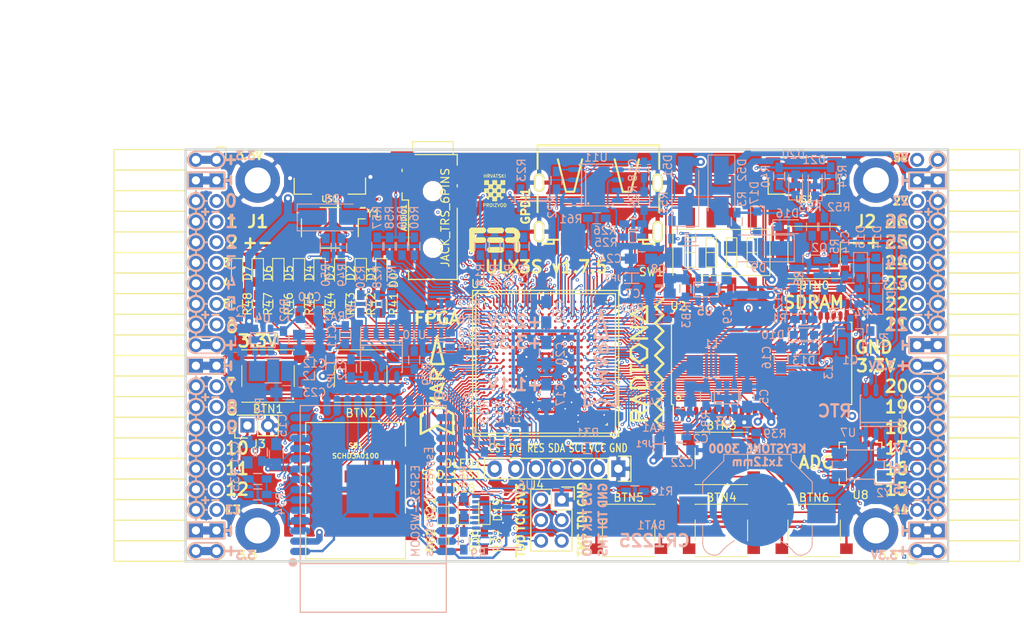
<source format=kicad_pcb>
(kicad_pcb (version 4) (host pcbnew 4.0.7+dfsg1-1)
  (layers (0 F.Cu signal) (1 In1.Cu signal) (2 In2.Cu signal) (31 B.Cu signal) (34 B.Paste user) (35 F.Paste user) (36 B.SilkS user) (37 F.SilkS user) (38 B.Mask user) (39 F.Mask user) (44 Edge.Cuts user))
  (net 0 "")
  (net 1 GND)
  (net 2 +5V)
  (net 3 /gpio/IN5V)
  (net 4 /gpio/OUT5V)
  (net 5 +3V3)
  (net 6 BTN_D)
  (net 7 BTN_F1)
  (net 8 BTN_F2)
  (net 9 BTN_L)
  (net 10 BTN_R)
  (net 11 BTN_U)
  (net 12 /power/FB1)
  (net 13 +2V5)
  (net 14 /power/PWREN)
  (net 15 /power/FB3)
  (net 16 /power/FB2)
  (net 17 "Net-(D9-Pad1)")
  (net 18 /power/VBAT)
  (net 19 JTAG_TDI)
  (net 20 JTAG_TCK)
  (net 21 JTAG_TMS)
  (net 22 JTAG_TDO)
  (net 23 /power/WAKEUPn)
  (net 24 /power/WKUP)
  (net 25 /power/SHUT)
  (net 26 /power/WAKE)
  (net 27 /power/HOLD)
  (net 28 /power/WKn)
  (net 29 /power/OSCI_32k)
  (net 30 /power/OSCO_32k)
  (net 31 "Net-(Q2-Pad3)")
  (net 32 SHUTDOWN)
  (net 33 /analog/AUDIO_L)
  (net 34 /analog/AUDIO_R)
  (net 35 GPDI_5V_SCL)
  (net 36 GPDI_5V_SDA)
  (net 37 GPDI_SDA)
  (net 38 GPDI_SCL)
  (net 39 /gpdi/VREF2)
  (net 40 SD_CMD)
  (net 41 SD_CLK)
  (net 42 SD_D0)
  (net 43 SD_D1)
  (net 44 USB5V)
  (net 45 GPDI_CEC)
  (net 46 nRESET)
  (net 47 FTDI_nDTR)
  (net 48 SDRAM_CKE)
  (net 49 SDRAM_A7)
  (net 50 SDRAM_D15)
  (net 51 SDRAM_BA1)
  (net 52 SDRAM_D7)
  (net 53 SDRAM_A6)
  (net 54 SDRAM_CLK)
  (net 55 SDRAM_D13)
  (net 56 SDRAM_BA0)
  (net 57 SDRAM_D6)
  (net 58 SDRAM_A5)
  (net 59 SDRAM_D14)
  (net 60 SDRAM_A11)
  (net 61 SDRAM_D12)
  (net 62 SDRAM_D5)
  (net 63 SDRAM_A4)
  (net 64 SDRAM_A10)
  (net 65 SDRAM_D11)
  (net 66 SDRAM_A3)
  (net 67 SDRAM_D4)
  (net 68 SDRAM_D10)
  (net 69 SDRAM_D9)
  (net 70 SDRAM_A9)
  (net 71 SDRAM_D3)
  (net 72 SDRAM_D8)
  (net 73 SDRAM_A8)
  (net 74 SDRAM_A2)
  (net 75 SDRAM_A1)
  (net 76 SDRAM_A0)
  (net 77 SDRAM_D2)
  (net 78 SDRAM_D1)
  (net 79 SDRAM_D0)
  (net 80 SDRAM_DQM0)
  (net 81 SDRAM_nCS)
  (net 82 SDRAM_nRAS)
  (net 83 SDRAM_DQM1)
  (net 84 SDRAM_nCAS)
  (net 85 SDRAM_nWE)
  (net 86 /flash/FLASH_nWP)
  (net 87 /flash/FLASH_nHOLD)
  (net 88 /flash/FLASH_MOSI)
  (net 89 /flash/FLASH_MISO)
  (net 90 /flash/FLASH_SCK)
  (net 91 /flash/FLASH_nCS)
  (net 92 /flash/FPGA_PROGRAMN)
  (net 93 /flash/FPGA_DONE)
  (net 94 /flash/FPGA_INITN)
  (net 95 OLED_RES)
  (net 96 OLED_DC)
  (net 97 OLED_CS)
  (net 98 WIFI_EN)
  (net 99 FTDI_nRTS)
  (net 100 FTDI_TXD)
  (net 101 FTDI_RXD)
  (net 102 WIFI_RXD)
  (net 103 WIFI_GPIO0)
  (net 104 WIFI_TXD)
  (net 105 GPDI_ETH-)
  (net 106 GPDI_ETH+)
  (net 107 GPDI_D2+)
  (net 108 GPDI_D2-)
  (net 109 GPDI_D1+)
  (net 110 GPDI_D1-)
  (net 111 GPDI_D0+)
  (net 112 GPDI_D0-)
  (net 113 GPDI_CLK+)
  (net 114 GPDI_CLK-)
  (net 115 USB_FTDI_D+)
  (net 116 USB_FTDI_D-)
  (net 117 J1_17-)
  (net 118 J1_17+)
  (net 119 J1_23-)
  (net 120 J1_23+)
  (net 121 J1_25-)
  (net 122 J1_25+)
  (net 123 J1_27-)
  (net 124 J1_27+)
  (net 125 J1_29-)
  (net 126 J1_29+)
  (net 127 J1_31-)
  (net 128 J1_31+)
  (net 129 J1_33-)
  (net 130 J1_33+)
  (net 131 J1_35-)
  (net 132 J1_35+)
  (net 133 J2_5-)
  (net 134 J2_5+)
  (net 135 J2_7-)
  (net 136 J2_7+)
  (net 137 J2_9-)
  (net 138 J2_9+)
  (net 139 J2_13-)
  (net 140 J2_13+)
  (net 141 J2_17-)
  (net 142 J2_17+)
  (net 143 J2_11-)
  (net 144 J2_11+)
  (net 145 J2_23-)
  (net 146 J2_23+)
  (net 147 J1_5-)
  (net 148 J1_5+)
  (net 149 J1_7-)
  (net 150 J1_7+)
  (net 151 J1_9-)
  (net 152 J1_9+)
  (net 153 J1_11-)
  (net 154 J1_11+)
  (net 155 J1_13-)
  (net 156 J1_13+)
  (net 157 J1_15-)
  (net 158 J1_15+)
  (net 159 J2_15-)
  (net 160 J2_15+)
  (net 161 J2_25-)
  (net 162 J2_25+)
  (net 163 J2_27-)
  (net 164 J2_27+)
  (net 165 J2_29-)
  (net 166 J2_29+)
  (net 167 J2_31-)
  (net 168 J2_31+)
  (net 169 J2_33-)
  (net 170 J2_33+)
  (net 171 J2_35-)
  (net 172 J2_35+)
  (net 173 SD_D3)
  (net 174 AUDIO_L3)
  (net 175 AUDIO_L2)
  (net 176 AUDIO_L1)
  (net 177 AUDIO_L0)
  (net 178 AUDIO_R3)
  (net 179 AUDIO_R2)
  (net 180 AUDIO_R1)
  (net 181 AUDIO_R0)
  (net 182 OLED_CLK)
  (net 183 OLED_MOSI)
  (net 184 LED0)
  (net 185 LED1)
  (net 186 LED2)
  (net 187 LED3)
  (net 188 LED4)
  (net 189 LED5)
  (net 190 LED6)
  (net 191 LED7)
  (net 192 BTN_PWRn)
  (net 193 FTDI_nTXLED)
  (net 194 FTDI_nSLEEP)
  (net 195 /blinkey/LED_PWREN)
  (net 196 /blinkey/LED_TXLED)
  (net 197 FT3V3)
  (net 198 /sdcard/SD3V3)
  (net 199 SD_D2)
  (net 200 CLK_25MHz)
  (net 201 /blinkey/BTNPUL)
  (net 202 /blinkey/BTNPUR)
  (net 203 USB_FPGA_D+)
  (net 204 /power/FTDI_nSUSPEND)
  (net 205 /blinkey/ALED0)
  (net 206 /blinkey/ALED1)
  (net 207 /blinkey/ALED2)
  (net 208 /blinkey/ALED3)
  (net 209 /blinkey/ALED4)
  (net 210 /blinkey/ALED5)
  (net 211 /blinkey/ALED6)
  (net 212 /blinkey/ALED7)
  (net 213 /usb/FTD-)
  (net 214 /usb/FTD+)
  (net 215 ADC_MISO)
  (net 216 ADC_MOSI)
  (net 217 ADC_CSn)
  (net 218 ADC_SCLK)
  (net 219 SW3)
  (net 220 SW2)
  (net 221 SW1)
  (net 222 USB_FPGA_D-)
  (net 223 /usb/FPD+)
  (net 224 /usb/FPD-)
  (net 225 WIFI_GPIO16)
  (net 226 WIFI_GPIO15)
  (net 227 /usb/ANT_433MHz)
  (net 228 /power/PWRBTn)
  (net 229 PROG_DONE)
  (net 230 /power/P3V3)
  (net 231 /power/P2V5)
  (net 232 /power/L1)
  (net 233 /power/L3)
  (net 234 /power/L2)
  (net 235 FTDI_TXDEN)
  (net 236 SDRAM_A12)
  (net 237 /analog/AUDIO_V)
  (net 238 AUDIO_V3)
  (net 239 AUDIO_V2)
  (net 240 AUDIO_V1)
  (net 241 AUDIO_V0)
  (net 242 /gpdi/FPGA_CEC)
  (net 243 /blinkey/LED_WIFI)
  (net 244 WIFI_GPIO2)
  (net 245 /power/P1V1)
  (net 246 +1V1)
  (net 247 SW4)
  (net 248 /blinkey/SWPU)
  (net 249 /wifi/WIFIEN)
  (module Socket_Strips:Socket_Strip_Angled_2x20 (layer F.Cu) (at 97.91 62.69 270)
    (fp_text reference J1 (at 7.62 -5.08 360) (layer F.SilkS) (effects (font (size 1.5 1.5) (thickness 0.3))))
    (fp_text value CONN_02X20 hide)
    (pad 1 thru_hole oval (at 0 0 270) (size 1.7272 1.7272) (drill 1.016) (layers *.Cu *.Mask) (net 5 +3V3))
    (pad 2 thru_hole oval (at 0 2.54 270) (size 1.7272 1.7272) (drill 1.016) (layers *.Cu *.Mask) (net 5 +3V3))
    (pad 3 thru_hole rect (at 2.54 0 270) (size 1.7272 1.7272) (drill 1.016) (layers *.Cu *.Mask) (net 1 GND))
    (pad 4 thru_hole rect (at 2.54 2.54 270) (size 1.7272 1.7272) (drill 1.016) (layers *.Cu *.Mask) (net 1 GND))
    (pad 5 thru_hole oval (at 5.08 0 270) (size 1.7272 1.7272) (drill 1.016) (layers *.Cu *.Mask) (net 147 J1_5-))
    (pad 6 thru_hole oval (at 5.08 2.54 270) (size 1.7272 1.7272) (drill 1.016) (layers *.Cu *.Mask) (net 148 J1_5+))
    (pad 7 thru_hole oval (at 7.62 0 270) (size 1.7272 1.7272) (drill 1.016) (layers *.Cu *.Mask) (net 149 J1_7-))
    (pad 8 thru_hole oval (at 7.62 2.54 270) (size 1.7272 1.7272) (drill 1.016) (layers *.Cu *.Mask) (net 150 J1_7+))
    (pad 9 thru_hole oval (at 10.16 0 270) (size 1.7272 1.7272) (drill 1.016) (layers *.Cu *.Mask) (net 151 J1_9-))
    (pad 10 thru_hole oval (at 10.16 2.54 270) (size 1.7272 1.7272) (drill 1.016) (layers *.Cu *.Mask) (net 152 J1_9+))
    (pad 11 thru_hole oval (at 12.7 0 270) (size 1.7272 1.7272) (drill 1.016) (layers *.Cu *.Mask) (net 153 J1_11-))
    (pad 12 thru_hole oval (at 12.7 2.54 270) (size 1.7272 1.7272) (drill 1.016) (layers *.Cu *.Mask) (net 154 J1_11+))
    (pad 13 thru_hole oval (at 15.24 0 270) (size 1.7272 1.7272) (drill 1.016) (layers *.Cu *.Mask) (net 155 J1_13-))
    (pad 14 thru_hole oval (at 15.24 2.54 270) (size 1.7272 1.7272) (drill 1.016) (layers *.Cu *.Mask) (net 156 J1_13+))
    (pad 15 thru_hole oval (at 17.78 0 270) (size 1.7272 1.7272) (drill 1.016) (layers *.Cu *.Mask) (net 157 J1_15-))
    (pad 16 thru_hole oval (at 17.78 2.54 270) (size 1.7272 1.7272) (drill 1.016) (layers *.Cu *.Mask) (net 158 J1_15+))
    (pad 17 thru_hole oval (at 20.32 0 270) (size 1.7272 1.7272) (drill 1.016) (layers *.Cu *.Mask) (net 117 J1_17-))
    (pad 18 thru_hole oval (at 20.32 2.54 270) (size 1.7272 1.7272) (drill 1.016) (layers *.Cu *.Mask) (net 118 J1_17+))
    (pad 19 thru_hole oval (at 22.86 0 270) (size 1.7272 1.7272) (drill 1.016) (layers *.Cu *.Mask) (net 5 +3V3))
    (pad 20 thru_hole oval (at 22.86 2.54 270) (size 1.7272 1.7272) (drill 1.016) (layers *.Cu *.Mask) (net 5 +3V3))
    (pad 21 thru_hole rect (at 25.4 0 270) (size 1.7272 1.7272) (drill 1.016) (layers *.Cu *.Mask) (net 1 GND))
    (pad 22 thru_hole rect (at 25.4 2.54 270) (size 1.7272 1.7272) (drill 1.016) (layers *.Cu *.Mask) (net 1 GND))
    (pad 23 thru_hole oval (at 27.94 0 270) (size 1.7272 1.7272) (drill 1.016) (layers *.Cu *.Mask) (net 119 J1_23-))
    (pad 24 thru_hole oval (at 27.94 2.54 270) (size 1.7272 1.7272) (drill 1.016) (layers *.Cu *.Mask) (net 120 J1_23+))
    (pad 25 thru_hole oval (at 30.48 0 270) (size 1.7272 1.7272) (drill 1.016) (layers *.Cu *.Mask) (net 121 J1_25-))
    (pad 26 thru_hole oval (at 30.48 2.54 270) (size 1.7272 1.7272) (drill 1.016) (layers *.Cu *.Mask) (net 122 J1_25+))
    (pad 27 thru_hole oval (at 33.02 0 270) (size 1.7272 1.7272) (drill 1.016) (layers *.Cu *.Mask) (net 123 J1_27-))
    (pad 28 thru_hole oval (at 33.02 2.54 270) (size 1.7272 1.7272) (drill 1.016) (layers *.Cu *.Mask) (net 124 J1_27+))
    (pad 29 thru_hole oval (at 35.56 0 270) (size 1.7272 1.7272) (drill 1.016) (layers *.Cu *.Mask) (net 125 J1_29-))
    (pad 30 thru_hole oval (at 35.56 2.54 270) (size 1.7272 1.7272) (drill 1.016) (layers *.Cu *.Mask) (net 126 J1_29+))
    (pad 31 thru_hole oval (at 38.1 0 270) (size 1.7272 1.7272) (drill 1.016) (layers *.Cu *.Mask) (net 127 J1_31-))
    (pad 32 thru_hole oval (at 38.1 2.54 270) (size 1.7272 1.7272) (drill 1.016) (layers *.Cu *.Mask) (net 128 J1_31+))
    (pad 33 thru_hole oval (at 40.64 0 270) (size 1.7272 1.7272) (drill 1.016) (layers *.Cu *.Mask) (net 129 J1_33-))
    (pad 34 thru_hole oval (at 40.64 2.54 270) (size 1.7272 1.7272) (drill 1.016) (layers *.Cu *.Mask) (net 130 J1_33+))
    (pad 35 thru_hole oval (at 43.18 0 270) (size 1.7272 1.7272) (drill 1.016) (layers *.Cu *.Mask) (net 131 J1_35-))
    (pad 36 thru_hole oval (at 43.18 2.54 270) (size 1.7272 1.7272) (drill 1.016) (layers *.Cu *.Mask) (net 132 J1_35+))
    (pad 37 thru_hole rect (at 45.72 0 270) (size 1.7272 1.7272) (drill 1.016) (layers *.Cu *.Mask) (net 1 GND))
    (pad 38 thru_hole rect (at 45.72 2.54 270) (size 1.7272 1.7272) (drill 1.016) (layers *.Cu *.Mask) (net 1 GND))
    (pad 39 thru_hole oval (at 48.26 0 270) (size 1.7272 1.7272) (drill 1.016) (layers *.Cu *.Mask) (net 5 +3V3))
    (pad 40 thru_hole oval (at 48.26 2.54 270) (size 1.7272 1.7272) (drill 1.016) (layers *.Cu *.Mask) (net 5 +3V3))
  )
  (module SMD_Packages:1Pin (layer F.Cu) (at 182.67515 111.637626)
    (fp_text reference AE1 hide)
    (fp_text value 433MHz hide)
    (pad 1 smd rect (at 0 0) (size 0.5 0.5) (layers B.Cu F.Paste F.Mask) (net 227 /usb/ANT_433MHz))
  )
  (module Resistors_SMD:R_0603_HandSoldering (layer B.Cu) (at 103.498 98.758 90)
    (fp_text reference R38 (at 5.334 -0.254 90) (layer B.SilkS) (effects (justify mirror)))
    (fp_text value 0.47)
    (pad 1 smd rect (at -1.1 0 90) (size 1.2 0.9) (layers B.Cu B.Paste B.Mask) (net 198 /sdcard/SD3V3))
    (pad 2 smd rect (at 1.1 0 90) (size 1.2 0.9) (layers B.Cu B.Paste B.Mask) (net 5 +3V3))
  )
  (module jumper:SOLDER-JUMPER_1-WAY (layer B.Cu) (at 152.393 97.742 270)
    (fp_text reference JP1 (at 0 1.778 360) (layer B.SilkS) (effects (font (size 0.762 0.762) (thickness 0.1524)) (justify mirror)))
    (fp_text value 1.2 hide)
    (pad 1 smd rect (at -0.6 0 270) (size 1 1) (layers B.Cu B.Paste B.Mask) (net 245 /power/P1V1))
    (pad 2 smd rect (at 0.6 0 270) (size 1 1) (layers B.Cu B.Paste B.Mask) (net 246 +1V1))
  )
  (module Diodes_SMD:D_SMA_Handsoldering (layer B.Cu) (at 155.695 66.5 90)
    (fp_text reference D51 (at 3.048 -2.159 90) (layer B.SilkS) (effects (justify mirror)))
    (fp_text value STPS2L30AF hide)
    (pad 1 smd rect (at -2.5 0 90) (size 3.5 1.8) (layers B.Cu B.Paste B.Mask) (net 2 +5V))
    (pad 2 smd rect (at 2.5 0 90) (size 3.5 1.8) (layers B.Cu B.Paste B.Mask) (net 3 /gpio/IN5V))
  )
  (module Resistors_SMD:R_0603_HandSoldering (layer B.Cu) (at 154.044 71.326 90)
    (fp_text reference R51 (at 3.302 -1.016 90) (layer B.SilkS) (effects (justify mirror)))
    (fp_text value 150)
    (pad 1 smd rect (at -1.1 0 90) (size 1.2 0.9) (layers B.Cu B.Paste B.Mask) (net 5 +3V3))
    (pad 2 smd rect (at 1.1 0 90) (size 1.2 0.9) (layers B.Cu B.Paste B.Mask) (net 248 /blinkey/SWPU))
  )
  (module Resistors_SMD:R_1210_HandSoldering (layer B.Cu) (at 158.87 88.09 180)
    (fp_text reference L1 (at 0 2.7 180) (layer B.SilkS) (effects (justify mirror)))
    (fp_text value 2.2uH)
    (pad 1 smd rect (at -2 0 180) (size 2 2.5) (layers B.Cu B.Paste B.Mask) (net 232 /power/L1))
    (pad 2 smd rect (at 2 0 180) (size 2 2.5) (layers B.Cu B.Paste B.Mask) (net 245 /power/P1V1))
  )
  (module TSOT-25:TSOT-25 (layer B.Cu) (at 160.775 91.9)
    (fp_text reference U3 (at -0.381 3.048) (layer B.SilkS) (effects (font (thickness 0.2)) (justify mirror)))
    (fp_text value DIO6015)
    (pad 1 smd rect (at -0.95 -1.3) (size 0.7 1.2) (layers B.Cu B.Paste B.Mask) (net 14 /power/PWREN))
    (pad 2 smd rect (at 0 -1.3) (size 0.7 1.2) (layers B.Cu B.Paste B.Mask) (net 1 GND))
    (pad 3 smd rect (at 0.95 -1.3) (size 0.7 1.2) (layers B.Cu B.Paste B.Mask) (net 232 /power/L1))
    (pad 4 smd rect (at 0.95 1.3) (size 0.7 1.2) (layers B.Cu B.Paste B.Mask) (net 2 +5V))
    (pad 5 smd rect (at -0.95 1.3) (size 0.7 1.2) (layers B.Cu B.Paste B.Mask) (net 12 /power/FB1))
  )
  (module Resistors_SMD:R_1210_HandSoldering (layer B.Cu) (at 104.895 88.725)
    (fp_text reference L2 (at 4.445 0.635) (layer B.SilkS) (effects (justify mirror)))
    (fp_text value 2.2uH)
    (pad 1 smd rect (at -2 0) (size 2 2.5) (layers B.Cu B.Paste B.Mask) (net 234 /power/L2))
    (pad 2 smd rect (at 2 0) (size 2 2.5) (layers B.Cu B.Paste B.Mask) (net 231 /power/P2V5))
  )
  (module TSOT-25:TSOT-25 (layer B.Cu) (at 103.625 84.915 180)
    (fp_text reference U4 (at 0 2.697 180) (layer B.SilkS) (effects (font (thickness 0.2)) (justify mirror)))
    (fp_text value LX7172)
    (pad 1 smd rect (at -0.95 -1.3 180) (size 0.7 1.2) (layers B.Cu B.Paste B.Mask) (net 14 /power/PWREN))
    (pad 2 smd rect (at 0 -1.3 180) (size 0.7 1.2) (layers B.Cu B.Paste B.Mask) (net 1 GND))
    (pad 3 smd rect (at 0.95 -1.3 180) (size 0.7 1.2) (layers B.Cu B.Paste B.Mask) (net 234 /power/L2))
    (pad 4 smd rect (at 0.95 1.3 180) (size 0.7 1.2) (layers B.Cu B.Paste B.Mask) (net 2 +5V))
    (pad 5 smd rect (at -0.95 1.3 180) (size 0.7 1.2) (layers B.Cu B.Paste B.Mask) (net 16 /power/FB2))
  )
  (module Resistors_SMD:R_1210_HandSoldering (layer B.Cu) (at 156.33 74.755 180)
    (fp_text reference L3 (at 0 2.413 180) (layer B.SilkS) (effects (justify mirror)))
    (fp_text value 2.2uH)
    (pad 1 smd rect (at -2 0 180) (size 2 2.5) (layers B.Cu B.Paste B.Mask) (net 233 /power/L3))
    (pad 2 smd rect (at 2 0 180) (size 2 2.5) (layers B.Cu B.Paste B.Mask) (net 230 /power/P3V3))
  )
  (module TSOT-25:TSOT-25 (layer B.Cu) (at 158.235 78.692)
    (fp_text reference U5 (at -0.127 2.667) (layer B.SilkS) (effects (font (thickness 0.2)) (justify mirror)))
    (fp_text value TLV62569DBV)
    (pad 1 smd rect (at -0.95 -1.3) (size 0.7 1.2) (layers B.Cu B.Paste B.Mask) (net 14 /power/PWREN))
    (pad 2 smd rect (at 0 -1.3) (size 0.7 1.2) (layers B.Cu B.Paste B.Mask) (net 1 GND))
    (pad 3 smd rect (at 0.95 -1.3) (size 0.7 1.2) (layers B.Cu B.Paste B.Mask) (net 233 /power/L3))
    (pad 4 smd rect (at 0.95 1.3) (size 0.7 1.2) (layers B.Cu B.Paste B.Mask) (net 2 +5V))
    (pad 5 smd rect (at -0.95 1.3) (size 0.7 1.2) (layers B.Cu B.Paste B.Mask) (net 15 /power/FB3))
  )
  (module Capacitors_SMD:C_0805_HandSoldering (layer B.Cu) (at 101.085 84.915 270)
    (fp_text reference C1 (at -3.429 0.127 270) (layer B.SilkS) (effects (justify mirror)))
    (fp_text value 22uF)
    (pad 1 smd rect (at -1.25 0 270) (size 1.5 1.25) (layers B.Cu B.Paste B.Mask) (net 2 +5V))
    (pad 2 smd rect (at 1.25 0 270) (size 1.5 1.25) (layers B.Cu B.Paste B.Mask) (net 1 GND))
  )
  (module Capacitors_SMD:C_0805_HandSoldering (layer B.Cu) (at 155.06 90.63)
    (fp_text reference C3 (at -3.048 0) (layer B.SilkS) (effects (justify mirror)))
    (fp_text value 22uF)
    (pad 1 smd rect (at -1.25 0) (size 1.5 1.25) (layers B.Cu B.Paste B.Mask) (net 245 /power/P1V1))
    (pad 2 smd rect (at 1.25 0) (size 1.5 1.25) (layers B.Cu B.Paste B.Mask) (net 1 GND))
  )
  (module Capacitors_SMD:C_0805_HandSoldering (layer B.Cu) (at 155.06 92.535)
    (fp_text reference C4 (at -3.048 0.127) (layer B.SilkS) (effects (justify mirror)))
    (fp_text value 22uF)
    (pad 1 smd rect (at -1.25 0) (size 1.5 1.25) (layers B.Cu B.Paste B.Mask) (net 245 /power/P1V1))
    (pad 2 smd rect (at 1.25 0) (size 1.5 1.25) (layers B.Cu B.Paste B.Mask) (net 1 GND))
  )
  (module Capacitors_SMD:C_0805_HandSoldering (layer B.Cu) (at 163.315 91.9 90)
    (fp_text reference C5 (at 0 2.1 90) (layer B.SilkS) (effects (justify mirror)))
    (fp_text value 22uF)
    (pad 1 smd rect (at -1.25 0 90) (size 1.5 1.25) (layers B.Cu B.Paste B.Mask) (net 2 +5V))
    (pad 2 smd rect (at 1.25 0 90) (size 1.5 1.25) (layers B.Cu B.Paste B.Mask) (net 1 GND))
  )
  (module Capacitors_SMD:C_0805_HandSoldering (layer B.Cu) (at 152.52 79.2)
    (fp_text reference C7 (at -3.302 0) (layer B.SilkS) (effects (justify mirror)))
    (fp_text value 22uF)
    (pad 1 smd rect (at -1.25 0) (size 1.5 1.25) (layers B.Cu B.Paste B.Mask) (net 230 /power/P3V3))
    (pad 2 smd rect (at 1.25 0) (size 1.5 1.25) (layers B.Cu B.Paste B.Mask) (net 1 GND))
  )
  (module Capacitors_SMD:C_0805_HandSoldering (layer B.Cu) (at 152.52 77.295)
    (fp_text reference C8 (at -0.127 -1.143) (layer B.SilkS) (effects (justify mirror)))
    (fp_text value 22uF)
    (pad 1 smd rect (at -1.25 0) (size 1.5 1.25) (layers B.Cu B.Paste B.Mask) (net 230 /power/P3V3))
    (pad 2 smd rect (at 1.25 0) (size 1.5 1.25) (layers B.Cu B.Paste B.Mask) (net 1 GND))
  )
  (module Capacitors_SMD:C_0805_HandSoldering (layer B.Cu) (at 160.775 78.565 90)
    (fp_text reference C9 (at -3.429 0.127 90) (layer B.SilkS) (effects (justify mirror)))
    (fp_text value 22uF)
    (pad 1 smd rect (at -1.25 0 90) (size 1.5 1.25) (layers B.Cu B.Paste B.Mask) (net 2 +5V))
    (pad 2 smd rect (at 1.25 0 90) (size 1.5 1.25) (layers B.Cu B.Paste B.Mask) (net 1 GND))
  )
  (module Capacitors_SMD:C_0805_HandSoldering (layer B.Cu) (at 109.34 84.28 180)
    (fp_text reference C11 (at -2.794 -0.254 270) (layer B.SilkS) (effects (justify mirror)))
    (fp_text value 22uF)
    (pad 1 smd rect (at -1.25 0 180) (size 1.5 1.25) (layers B.Cu B.Paste B.Mask) (net 231 /power/P2V5))
    (pad 2 smd rect (at 1.25 0 180) (size 1.5 1.25) (layers B.Cu B.Paste B.Mask) (net 1 GND))
  )
  (module Capacitors_SMD:C_0805_HandSoldering (layer B.Cu) (at 109.34 86.185 180)
    (fp_text reference C12 (at -0.635 -1.615 360) (layer B.SilkS) (effects (justify mirror)))
    (fp_text value 22uF)
    (pad 1 smd rect (at -1.25 0 180) (size 1.5 1.25) (layers B.Cu B.Paste B.Mask) (net 231 /power/P2V5))
    (pad 2 smd rect (at 1.25 0 180) (size 1.5 1.25) (layers B.Cu B.Paste B.Mask) (net 1 GND))
  )
  (module Capacitors_SMD:C_0805_HandSoldering (layer B.Cu) (at 173.221 84.788 90)
    (fp_text reference C13 (at -3.556 0.127 90) (layer B.SilkS) (effects (justify mirror)))
    (fp_text value 2.2uF)
    (pad 1 smd rect (at -1.25 0 90) (size 1.5 1.25) (layers B.Cu B.Paste B.Mask) (net 2 +5V))
    (pad 2 smd rect (at 1.25 0 90) (size 1.5 1.25) (layers B.Cu B.Paste B.Mask) (net 24 /power/WKUP))
  )
  (module TO_SOT_Packages_SMD:SOT-23_Handsoldering (layer B.Cu) (at 176.015 84.28 90)
    (fp_text reference Q1 (at -3.1115 0 180) (layer B.SilkS) (effects (justify mirror)))
    (fp_text value BC857)
    (pad 1 smd rect (at -1.5 0.95 90) (size 1.9 0.8) (layers B.Cu B.Paste B.Mask) (net 28 /power/WKn))
    (pad 2 smd rect (at -1.5 -0.95 90) (size 1.9 0.8) (layers B.Cu B.Paste B.Mask) (net 2 +5V))
    (pad 3 smd rect (at 1.5 0 90) (size 1.9 0.8) (layers B.Cu B.Paste B.Mask) (net 24 /power/WKUP))
  )
  (module TO_SOT_Packages_SMD:SOT-23_Handsoldering (layer B.Cu) (at 170.935 76.025 180)
    (fp_text reference Q2 (at -1.295 2.5 180) (layer B.SilkS) (effects (justify mirror)))
    (fp_text value 2N7002)
    (pad 1 smd rect (at -1.5 0.95 180) (size 1.9 0.8) (layers B.Cu B.Paste B.Mask) (net 25 /power/SHUT))
    (pad 2 smd rect (at -1.5 -0.95 180) (size 1.9 0.8) (layers B.Cu B.Paste B.Mask) (net 1 GND))
    (pad 3 smd rect (at 1.5 0 180) (size 1.9 0.8) (layers B.Cu B.Paste B.Mask) (net 31 "Net-(Q2-Pad3)"))
  )
  (module Capacitors_SMD:C_0603_HandSoldering (layer B.Cu) (at 154.86 96.91)
    (fp_text reference C2 (at 2.74 0.197) (layer B.SilkS) (effects (justify mirror)))
    (fp_text value 470pF)
    (pad 1 smd rect (at -0.95 0) (size 1.2 0.75) (layers B.Cu B.Paste B.Mask) (net 245 /power/P1V1))
    (pad 2 smd rect (at 0.95 0) (size 1.2 0.75) (layers B.Cu B.Paste B.Mask) (net 12 /power/FB1))
  )
  (module Capacitors_SMD:C_0603_HandSoldering (layer B.Cu) (at 152.52 82.375)
    (fp_text reference C6 (at -2.794 0.127) (layer B.SilkS) (effects (justify mirror)))
    (fp_text value 470pF)
    (pad 1 smd rect (at -0.95 0) (size 1.2 0.75) (layers B.Cu B.Paste B.Mask) (net 230 /power/P3V3))
    (pad 2 smd rect (at 0.95 0) (size 1.2 0.75) (layers B.Cu B.Paste B.Mask) (net 15 /power/FB3))
  )
  (module Capacitors_SMD:C_0603_HandSoldering (layer B.Cu) (at 109.34 81.105 180)
    (fp_text reference C10 (at -0.04 1.505 180) (layer B.SilkS) (effects (justify mirror)))
    (fp_text value 470pF)
    (pad 1 smd rect (at -0.95 0 180) (size 1.2 0.75) (layers B.Cu B.Paste B.Mask) (net 231 /power/P2V5))
    (pad 2 smd rect (at 0.95 0 180) (size 1.2 0.75) (layers B.Cu B.Paste B.Mask) (net 16 /power/FB2))
  )
  (module Capacitors_SMD:C_0603_HandSoldering (layer B.Cu) (at 175.38 76.025 270)
    (fp_text reference C14 (at -3.175 0 270) (layer B.SilkS) (effects (justify mirror)))
    (fp_text value 100nF)
    (pad 1 smd rect (at -0.95 0 270) (size 1.2 0.75) (layers B.Cu B.Paste B.Mask) (net 25 /power/SHUT))
    (pad 2 smd rect (at 0.95 0 270) (size 1.2 0.75) (layers B.Cu B.Paste B.Mask) (net 1 GND))
  )
  (module Resistors_SMD:R_0603_HandSoldering (layer B.Cu) (at 170.3 82.375)
    (fp_text reference R1 (at -3.048 -0.127) (layer B.SilkS) (effects (justify mirror)))
    (fp_text value 15k)
    (pad 1 smd rect (at -1.1 0) (size 1.2 0.9) (layers B.Cu B.Paste B.Mask) (net 26 /power/WAKE))
    (pad 2 smd rect (at 1.1 0) (size 1.2 0.9) (layers B.Cu B.Paste B.Mask) (net 14 /power/PWREN))
  )
  (module Resistors_SMD:R_0603_HandSoldering (layer B.Cu) (at 172.84 79.835 90)
    (fp_text reference R2 (at -1.905 1.27 90) (layer B.SilkS) (effects (justify mirror)))
    (fp_text value 47k)
    (pad 1 smd rect (at -1.1 0 90) (size 1.2 0.9) (layers B.Cu B.Paste B.Mask) (net 14 /power/PWREN))
    (pad 2 smd rect (at 1.1 0 90) (size 1.2 0.9) (layers B.Cu B.Paste B.Mask) (net 1 GND))
  )
  (module Resistors_SMD:R_0603_HandSoldering (layer B.Cu) (at 176.015 80.47 180)
    (fp_text reference R4 (at -1.397 -1.27 360) (layer B.SilkS) (effects (justify mirror)))
    (fp_text value 15k)
    (pad 1 smd rect (at -1.1 0 180) (size 1.2 0.9) (layers B.Cu B.Paste B.Mask) (net 27 /power/HOLD))
    (pad 2 smd rect (at 1.1 0 180) (size 1.2 0.9) (layers B.Cu B.Paste B.Mask) (net 14 /power/PWREN))
  )
  (module Resistors_SMD:R_0603_HandSoldering (layer B.Cu) (at 174.11 76.025 270)
    (fp_text reference R5 (at -2.667 0 270) (layer B.SilkS) (effects (justify mirror)))
    (fp_text value 4.7M)
    (pad 1 smd rect (at -1.1 0 270) (size 1.2 0.9) (layers B.Cu B.Paste B.Mask) (net 25 /power/SHUT))
    (pad 2 smd rect (at 1.1 0 270) (size 1.2 0.9) (layers B.Cu B.Paste B.Mask) (net 1 GND))
  )
  (module Resistors_SMD:R_0603_HandSoldering (layer B.Cu) (at 178.555 84.915 270)
    (fp_text reference R6 (at 0 -1.651 270) (layer B.SilkS) (effects (justify mirror)))
    (fp_text value 1k)
    (pad 1 smd rect (at -1.1 0 270) (size 1.2 0.9) (layers B.Cu B.Paste B.Mask) (net 28 /power/WKn))
    (pad 2 smd rect (at 1.1 0 270) (size 1.2 0.9) (layers B.Cu B.Paste B.Mask) (net 23 /power/WAKEUPn))
  )
  (module Resistors_SMD:R_0603_HandSoldering (layer B.Cu) (at 113.785 84.28 270)
    (fp_text reference R7 (at -2.794 -0.635 270) (layer B.SilkS) (effects (justify mirror)))
    (fp_text value 150)
    (pad 1 smd rect (at -1.1 0 270) (size 1.2 0.9) (layers B.Cu B.Paste B.Mask) (net 5 +3V3))
    (pad 2 smd rect (at 1.1 0 270) (size 1.2 0.9) (layers B.Cu B.Paste B.Mask) (net 201 /blinkey/BTNPUL))
  )
  (module Resistors_SMD:R_0603_HandSoldering (layer B.Cu) (at 170.935 79.835 90)
    (fp_text reference R8 (at 2.54 -1.27 90) (layer B.SilkS) (effects (justify mirror)))
    (fp_text value 1k)
    (pad 1 smd rect (at -1.1 0 90) (size 1.2 0.9) (layers B.Cu B.Paste B.Mask) (net 14 /power/PWREN))
    (pad 2 smd rect (at 1.1 0 90) (size 1.2 0.9) (layers B.Cu B.Paste B.Mask) (net 31 "Net-(Q2-Pad3)"))
  )
  (module Resistors_SMD:R_0603_HandSoldering (layer B.Cu) (at 128.39 109.68 270)
    (fp_text reference R9 (at 1.524 -1.778 360) (layer B.SilkS) (effects (justify mirror)))
    (fp_text value 15k)
    (pad 1 smd rect (at -1.1 0 270) (size 1.2 0.9) (layers B.Cu B.Paste B.Mask) (net 46 nRESET))
    (pad 2 smd rect (at 1.1 0 270) (size 1.2 0.9) (layers B.Cu B.Paste B.Mask) (net 197 FT3V3))
  )
  (module Resistors_SMD:R_0603_HandSoldering (layer B.Cu) (at 149.472 103.584 180)
    (fp_text reference R10 (at -3.302 0 180) (layer B.SilkS) (effects (justify mirror)))
    (fp_text value 150)
    (pad 1 smd rect (at -1.1 0 180) (size 1.2 0.9) (layers B.Cu B.Paste B.Mask) (net 204 /power/FTDI_nSUSPEND))
    (pad 2 smd rect (at 1.1 0 180) (size 1.2 0.9) (layers B.Cu B.Paste B.Mask) (net 194 FTDI_nSLEEP))
  )
  (module Resistors_SMD:R_0603_HandSoldering (layer B.Cu) (at 176.015 78.565 180)
    (fp_text reference R13 (at -5.461 0.381 180) (layer B.SilkS) (effects (justify mirror)))
    (fp_text value 15k)
    (pad 1 smd rect (at -1.1 0 180) (size 1.2 0.9) (layers B.Cu B.Paste B.Mask) (net 32 SHUTDOWN))
    (pad 2 smd rect (at 1.1 0 180) (size 1.2 0.9) (layers B.Cu B.Paste B.Mask) (net 1 GND))
  )
  (module Resistors_SMD:R_0603_HandSoldering (layer B.Cu) (at 154.86 95.64)
    (fp_text reference RA1 (at -3.102 0.07) (layer B.SilkS) (effects (justify mirror)))
    (fp_text value 15k)
    (pad 1 smd rect (at -1.1 0) (size 1.2 0.9) (layers B.Cu B.Paste B.Mask) (net 245 /power/P1V1))
    (pad 2 smd rect (at 1.1 0) (size 1.2 0.9) (layers B.Cu B.Paste B.Mask) (net 12 /power/FB1))
  )
  (module Resistors_SMD:R_0603_HandSoldering (layer B.Cu) (at 109.34 82.375 180)
    (fp_text reference RA2 (at -3.048 0.381 360) (layer B.SilkS) (effects (justify mirror)))
    (fp_text value 15k)
    (pad 1 smd rect (at -1.1 0 180) (size 1.2 0.9) (layers B.Cu B.Paste B.Mask) (net 231 /power/P2V5))
    (pad 2 smd rect (at 1.1 0 180) (size 1.2 0.9) (layers B.Cu B.Paste B.Mask) (net 16 /power/FB2))
  )
  (module Resistors_SMD:R_0603_HandSoldering (layer B.Cu) (at 152.52 81.105)
    (fp_text reference RA3 (at -3.302 -0.127) (layer B.SilkS) (effects (justify mirror)))
    (fp_text value 15k)
    (pad 1 smd rect (at -1.1 0) (size 1.2 0.9) (layers B.Cu B.Paste B.Mask) (net 230 /power/P3V3))
    (pad 2 smd rect (at 1.1 0) (size 1.2 0.9) (layers B.Cu B.Paste B.Mask) (net 15 /power/FB3))
  )
  (module Resistors_SMD:R_0603_HandSoldering (layer B.Cu) (at 158.235 91.9 270)
    (fp_text reference RB1 (at 3.302 0 270) (layer B.SilkS) (effects (justify mirror)))
    (fp_text value 18k)
    (pad 1 smd rect (at -1.1 0 270) (size 1.2 0.9) (layers B.Cu B.Paste B.Mask) (net 1 GND))
    (pad 2 smd rect (at 1.1 0 270) (size 1.2 0.9) (layers B.Cu B.Paste B.Mask) (net 12 /power/FB1))
  )
  (module Resistors_SMD:R_0603_HandSoldering (layer B.Cu) (at 106.165 84.915 90)
    (fp_text reference RB2 (at 3.683 0.127 90) (layer B.SilkS) (effects (justify mirror)))
    (fp_text value 4.7k)
    (pad 1 smd rect (at -1.1 0 90) (size 1.2 0.9) (layers B.Cu B.Paste B.Mask) (net 1 GND))
    (pad 2 smd rect (at 1.1 0 90) (size 1.2 0.9) (layers B.Cu B.Paste B.Mask) (net 16 /power/FB2))
  )
  (module Resistors_SMD:R_0603_HandSoldering (layer B.Cu) (at 155.695 78.565 270)
    (fp_text reference RB3 (at 3.429 -0.127 270) (layer B.SilkS) (effects (justify mirror)))
    (fp_text value 3.3k)
    (pad 1 smd rect (at -1.1 0 270) (size 1.2 0.9) (layers B.Cu B.Paste B.Mask) (net 1 GND))
    (pad 2 smd rect (at 1.1 0 270) (size 1.2 0.9) (layers B.Cu B.Paste B.Mask) (net 15 /power/FB3))
  )
  (module Resistors_SMD:R_0603_HandSoldering (layer B.Cu) (at 125.596 85.804 180)
    (fp_text reference R14 (at -3.47 0.127 180) (layer B.SilkS) (effects (justify mirror)))
    (fp_text value 1.2k)
    (pad 1 smd rect (at -1.1 0 180) (size 1.2 0.9) (layers B.Cu B.Paste B.Mask) (net 174 AUDIO_L3))
    (pad 2 smd rect (at 1.1 0 180) (size 1.2 0.9) (layers B.Cu B.Paste B.Mask) (net 33 /analog/AUDIO_L))
  )
  (module Resistors_SMD:R_0603_HandSoldering (layer B.Cu) (at 125.596 84.026 180)
    (fp_text reference R15 (at -3.47 -0.001 180) (layer B.SilkS) (effects (justify mirror)))
    (fp_text value 680)
    (pad 1 smd rect (at -1.1 0 180) (size 1.2 0.9) (layers B.Cu B.Paste B.Mask) (net 175 AUDIO_L2))
    (pad 2 smd rect (at 1.1 0 180) (size 1.2 0.9) (layers B.Cu B.Paste B.Mask) (net 33 /analog/AUDIO_L))
  )
  (module Resistors_SMD:R_0603_HandSoldering (layer B.Cu) (at 125.596 82.248 180)
    (fp_text reference R16 (at -3.47 -0.127 180) (layer B.SilkS) (effects (justify mirror)))
    (fp_text value 330)
    (pad 1 smd rect (at -1.1 0 180) (size 1.2 0.9) (layers B.Cu B.Paste B.Mask) (net 176 AUDIO_L1))
    (pad 2 smd rect (at 1.1 0 180) (size 1.2 0.9) (layers B.Cu B.Paste B.Mask) (net 33 /analog/AUDIO_L))
  )
  (module Resistors_SMD:R_0603_HandSoldering (layer B.Cu) (at 125.596 80.47 180)
    (fp_text reference R17 (at -3.47 0 180) (layer B.SilkS) (effects (justify mirror)))
    (fp_text value 150)
    (pad 1 smd rect (at -1.1 0 180) (size 1.2 0.9) (layers B.Cu B.Paste B.Mask) (net 177 AUDIO_L0))
    (pad 2 smd rect (at 1.1 0 180) (size 1.2 0.9) (layers B.Cu B.Paste B.Mask) (net 33 /analog/AUDIO_L))
  )
  (module Resistors_SMD:R_0603_HandSoldering (layer B.Cu) (at 130.422 73.358 90)
    (fp_text reference R18 (at -3.556 0 90) (layer B.SilkS) (effects (justify mirror)))
    (fp_text value 1.2k)
    (pad 1 smd rect (at -1.1 0 90) (size 1.2 0.9) (layers B.Cu B.Paste B.Mask) (net 178 AUDIO_R3))
    (pad 2 smd rect (at 1.1 0 90) (size 1.2 0.9) (layers B.Cu B.Paste B.Mask) (net 34 /analog/AUDIO_R))
  )
  (module Resistors_SMD:R_0603_HandSoldering (layer B.Cu) (at 132.2 73.358 90)
    (fp_text reference R19 (at -3.556 0 90) (layer B.SilkS) (effects (justify mirror)))
    (fp_text value 680)
    (pad 1 smd rect (at -1.1 0 90) (size 1.2 0.9) (layers B.Cu B.Paste B.Mask) (net 179 AUDIO_R2))
    (pad 2 smd rect (at 1.1 0 90) (size 1.2 0.9) (layers B.Cu B.Paste B.Mask) (net 34 /analog/AUDIO_R))
  )
  (module Resistors_SMD:R_0603_HandSoldering (layer B.Cu) (at 133.978 73.358 90)
    (fp_text reference R20 (at -3.556 0 90) (layer B.SilkS) (effects (justify mirror)))
    (fp_text value 330)
    (pad 1 smd rect (at -1.1 0 90) (size 1.2 0.9) (layers B.Cu B.Paste B.Mask) (net 180 AUDIO_R1))
    (pad 2 smd rect (at 1.1 0 90) (size 1.2 0.9) (layers B.Cu B.Paste B.Mask) (net 34 /analog/AUDIO_R))
  )
  (module Resistors_SMD:R_0603_HandSoldering (layer B.Cu) (at 135.756 73.358 90)
    (fp_text reference R21 (at -3.556 0 90) (layer B.SilkS) (effects (justify mirror)))
    (fp_text value 150)
    (pad 1 smd rect (at -1.1 0 90) (size 1.2 0.9) (layers B.Cu B.Paste B.Mask) (net 181 AUDIO_R0))
    (pad 2 smd rect (at 1.1 0 90) (size 1.2 0.9) (layers B.Cu B.Paste B.Mask) (net 34 /analog/AUDIO_R))
  )
  (module Capacitors_SMD:C_0603_HandSoldering (layer B.Cu) (at 150.5896 63.96 90)
    (fp_text reference C18 (at 0 -1.3716 90) (layer B.SilkS) (effects (justify mirror)))
    (fp_text value 470pF)
    (pad 1 smd rect (at -0.95 0 90) (size 1.2 0.75) (layers B.Cu B.Paste B.Mask) (net 39 /gpdi/VREF2))
    (pad 2 smd rect (at 0.95 0 90) (size 1.2 0.75) (layers B.Cu B.Paste B.Mask) (net 1 GND))
  )
  (module Socket_Strips:Socket_Strip_Angled_2x20 (layer F.Cu) (at 184.27 110.95 90)
    (fp_text reference J2 (at 40.64 -6.35 180) (layer F.SilkS) (effects (font (size 1.5 1.5) (thickness 0.3))))
    (fp_text value CONN_02X20 hide)
    (pad 1 thru_hole oval (at 0 0 90) (size 1.7272 1.7272) (drill 1.016) (layers *.Cu *.Mask) (net 5 +3V3))
    (pad 2 thru_hole oval (at 0 2.54 90) (size 1.7272 1.7272) (drill 1.016) (layers *.Cu *.Mask) (net 5 +3V3))
    (pad 3 thru_hole rect (at 2.54 0 90) (size 1.7272 1.7272) (drill 1.016) (layers *.Cu *.Mask) (net 1 GND))
    (pad 4 thru_hole rect (at 2.54 2.54 90) (size 1.7272 1.7272) (drill 1.016) (layers *.Cu *.Mask) (net 1 GND))
    (pad 5 thru_hole oval (at 5.08 0 90) (size 1.7272 1.7272) (drill 1.016) (layers *.Cu *.Mask) (net 133 J2_5-))
    (pad 6 thru_hole oval (at 5.08 2.54 90) (size 1.7272 1.7272) (drill 1.016) (layers *.Cu *.Mask) (net 134 J2_5+))
    (pad 7 thru_hole oval (at 7.62 0 90) (size 1.7272 1.7272) (drill 1.016) (layers *.Cu *.Mask) (net 135 J2_7-))
    (pad 8 thru_hole oval (at 7.62 2.54 90) (size 1.7272 1.7272) (drill 1.016) (layers *.Cu *.Mask) (net 136 J2_7+))
    (pad 9 thru_hole oval (at 10.16 0 90) (size 1.7272 1.7272) (drill 1.016) (layers *.Cu *.Mask) (net 137 J2_9-))
    (pad 10 thru_hole oval (at 10.16 2.54 90) (size 1.7272 1.7272) (drill 1.016) (layers *.Cu *.Mask) (net 138 J2_9+))
    (pad 11 thru_hole oval (at 12.7 0 90) (size 1.7272 1.7272) (drill 1.016) (layers *.Cu *.Mask) (net 143 J2_11-))
    (pad 12 thru_hole oval (at 12.7 2.54 90) (size 1.7272 1.7272) (drill 1.016) (layers *.Cu *.Mask) (net 144 J2_11+))
    (pad 13 thru_hole oval (at 15.24 0 90) (size 1.7272 1.7272) (drill 1.016) (layers *.Cu *.Mask) (net 139 J2_13-))
    (pad 14 thru_hole oval (at 15.24 2.54 90) (size 1.7272 1.7272) (drill 1.016) (layers *.Cu *.Mask) (net 140 J2_13+))
    (pad 15 thru_hole oval (at 17.78 0 90) (size 1.7272 1.7272) (drill 1.016) (layers *.Cu *.Mask) (net 159 J2_15-))
    (pad 16 thru_hole oval (at 17.78 2.54 90) (size 1.7272 1.7272) (drill 1.016) (layers *.Cu *.Mask) (net 160 J2_15+))
    (pad 17 thru_hole oval (at 20.32 0 90) (size 1.7272 1.7272) (drill 1.016) (layers *.Cu *.Mask) (net 141 J2_17-))
    (pad 18 thru_hole oval (at 20.32 2.54 90) (size 1.7272 1.7272) (drill 1.016) (layers *.Cu *.Mask) (net 142 J2_17+))
    (pad 19 thru_hole oval (at 22.86 0 90) (size 1.7272 1.7272) (drill 1.016) (layers *.Cu *.Mask) (net 5 +3V3))
    (pad 20 thru_hole oval (at 22.86 2.54 90) (size 1.7272 1.7272) (drill 1.016) (layers *.Cu *.Mask) (net 5 +3V3))
    (pad 21 thru_hole rect (at 25.4 0 90) (size 1.7272 1.7272) (drill 1.016) (layers *.Cu *.Mask) (net 1 GND))
    (pad 22 thru_hole rect (at 25.4 2.54 90) (size 1.7272 1.7272) (drill 1.016) (layers *.Cu *.Mask) (net 1 GND))
    (pad 23 thru_hole oval (at 27.94 0 90) (size 1.7272 1.7272) (drill 1.016) (layers *.Cu *.Mask) (net 145 J2_23-))
    (pad 24 thru_hole oval (at 27.94 2.54 90) (size 1.7272 1.7272) (drill 1.016) (layers *.Cu *.Mask) (net 146 J2_23+))
    (pad 25 thru_hole oval (at 30.48 0 90) (size 1.7272 1.7272) (drill 1.016) (layers *.Cu *.Mask) (net 161 J2_25-))
    (pad 26 thru_hole oval (at 30.48 2.54 90) (size 1.7272 1.7272) (drill 1.016) (layers *.Cu *.Mask) (net 162 J2_25+))
    (pad 27 thru_hole oval (at 33.02 0 90) (size 1.7272 1.7272) (drill 1.016) (layers *.Cu *.Mask) (net 163 J2_27-))
    (pad 28 thru_hole oval (at 33.02 2.54 90) (size 1.7272 1.7272) (drill 1.016) (layers *.Cu *.Mask) (net 164 J2_27+))
    (pad 29 thru_hole oval (at 35.56 0 90) (size 1.7272 1.7272) (drill 1.016) (layers *.Cu *.Mask) (net 165 J2_29-))
    (pad 30 thru_hole oval (at 35.56 2.54 90) (size 1.7272 1.7272) (drill 1.016) (layers *.Cu *.Mask) (net 166 J2_29+))
    (pad 31 thru_hole oval (at 38.1 0 90) (size 1.7272 1.7272) (drill 1.016) (layers *.Cu *.Mask) (net 167 J2_31-))
    (pad 32 thru_hole oval (at 38.1 2.54 90) (size 1.7272 1.7272) (drill 1.016) (layers *.Cu *.Mask) (net 168 J2_31+))
    (pad 33 thru_hole oval (at 40.64 0 90) (size 1.7272 1.7272) (drill 1.016) (layers *.Cu *.Mask) (net 169 J2_33-))
    (pad 34 thru_hole oval (at 40.64 2.54 90) (size 1.7272 1.7272) (drill 1.016) (layers *.Cu *.Mask) (net 170 J2_33+))
    (pad 35 thru_hole oval (at 43.18 0 90) (size 1.7272 1.7272) (drill 1.016) (layers *.Cu *.Mask) (net 171 J2_35-))
    (pad 36 thru_hole oval (at 43.18 2.54 90) (size 1.7272 1.7272) (drill 1.016) (layers *.Cu *.Mask) (net 172 J2_35+))
    (pad 37 thru_hole rect (at 45.72 0 90) (size 1.7272 1.7272) (drill 1.016) (layers *.Cu *.Mask) (net 1 GND))
    (pad 38 thru_hole rect (at 45.72 2.54 90) (size 1.7272 1.7272) (drill 1.016) (layers *.Cu *.Mask) (net 1 GND))
    (pad 39 thru_hole oval (at 48.26 0 90) (size 1.7272 1.7272) (drill 1.016) (layers *.Cu *.Mask) (net 3 /gpio/IN5V))
    (pad 40 thru_hole oval (at 48.26 2.54 90) (size 1.7272 1.7272) (drill 1.016) (layers *.Cu *.Mask) (net 4 /gpio/OUT5V))
  )
  (module Mounting_Holes:MountingHole_3.2mm_M3_ISO14580_Pad (layer F.Cu) (at 102.99 108.41)
    (fp_text reference H1 hide)
    (fp_text value HOLE hide)
    (pad 1 thru_hole circle (at 0 0) (size 5.5 5.5) (drill 3.2) (layers *.Cu *.Mask) (net 1 GND))
  )
  (module Mounting_Holes:MountingHole_3.2mm_M3_ISO14580_Pad (layer F.Cu) (at 179.19 108.41)
    (fp_text reference H2 hide)
    (fp_text value HOLE hide)
    (pad 1 thru_hole circle (at 0 0) (size 5.5 5.5) (drill 3.2) (layers *.Cu *.Mask) (net 1 GND))
  )
  (module Mounting_Holes:MountingHole_3.2mm_M3_ISO14580_Pad (layer F.Cu) (at 179.19 65.23)
    (fp_text reference H3 hide)
    (fp_text value HOLE hide)
    (pad 1 thru_hole circle (at 0 0) (size 5.5 5.5) (drill 3.2) (layers *.Cu *.Mask) (net 1 GND))
  )
  (module Mounting_Holes:MountingHole_3.2mm_M3_ISO14580_Pad (layer F.Cu) (at 102.99 65.23)
    (fp_text reference H4 hide)
    (fp_text value HOLE hide)
    (pad 1 thru_hole circle (at 0 0) (size 5.5 5.5) (drill 3.2) (layers *.Cu *.Mask) (net 1 GND))
  )
  (module Resistors_SMD:R_0603_HandSoldering (layer B.Cu) (at 162.045 70.31 90)
    (fp_text reference R3 (at 2.794 0.635 90) (layer B.SilkS) (effects (justify mirror)))
    (fp_text value 4.7k)
    (pad 1 smd rect (at -1.1 0 90) (size 1.2 0.9) (layers B.Cu B.Paste B.Mask) (net 2 +5V))
    (pad 2 smd rect (at 1.1 0 90) (size 1.2 0.9) (layers B.Cu B.Paste B.Mask) (net 228 /power/PWRBTn))
  )
  (module Resistors_SMD:R_0603_HandSoldering (layer B.Cu) (at 139.82 65.23 90)
    (fp_text reference R22 (at -3.27 -0.54 90) (layer B.SilkS) (effects (justify mirror)))
    (fp_text value 2.2k)
    (pad 1 smd rect (at -1.1 0 90) (size 1.2 0.9) (layers B.Cu B.Paste B.Mask) (net 5 +3V3))
    (pad 2 smd rect (at 1.1 0 90) (size 1.2 0.9) (layers B.Cu B.Paste B.Mask) (net 37 GPDI_SDA))
  )
  (module Resistors_SMD:R_0603_HandSoldering (layer B.Cu) (at 135.375 67.432 90)
    (fp_text reference R23 (at 3.472 0.127 90) (layer B.SilkS) (effects (justify mirror)))
    (fp_text value 2.2k)
    (pad 1 smd rect (at -1.1 0 90) (size 1.2 0.9) (layers B.Cu B.Paste B.Mask) (net 5 +3V3))
    (pad 2 smd rect (at 1.1 0 90) (size 1.2 0.9) (layers B.Cu B.Paste B.Mask) (net 38 GPDI_SCL))
  )
  (module Resistors_SMD:R_0603_HandSoldering (layer B.Cu) (at 150.615 67.77 90)
    (fp_text reference R24 (at 0.508 -1.397 90) (layer B.SilkS) (effects (justify mirror)))
    (fp_text value 100k)
    (pad 1 smd rect (at -1.1 0 90) (size 1.2 0.9) (layers B.Cu B.Paste B.Mask) (net 2 +5V))
    (pad 2 smd rect (at 1.1 0 90) (size 1.2 0.9) (layers B.Cu B.Paste B.Mask) (net 39 /gpdi/VREF2))
  )
  (module Resistors_SMD:R_0603_HandSoldering (layer B.Cu) (at 149.175 72.215 180)
    (fp_text reference R25 (at 3.259 -0.685 180) (layer B.SilkS) (effects (justify mirror)))
    (fp_text value 470)
    (pad 1 smd rect (at -1.1 0 180) (size 1.2 0.9) (layers B.Cu B.Paste B.Mask) (net 2 +5V))
    (pad 2 smd rect (at 1.1 0 180) (size 1.2 0.9) (layers B.Cu B.Paste B.Mask) (net 35 GPDI_5V_SCL))
  )
  (module Resistors_SMD:R_0603_HandSoldering (layer B.Cu) (at 149.28 70.6 180)
    (fp_text reference R26 (at 3.5 -0.8 180) (layer B.SilkS) (effects (justify mirror)))
    (fp_text value 470)
    (pad 1 smd rect (at -1.1 0 180) (size 1.2 0.9) (layers B.Cu B.Paste B.Mask) (net 2 +5V))
    (pad 2 smd rect (at 1.1 0 180) (size 1.2 0.9) (layers B.Cu B.Paste B.Mask) (net 36 GPDI_5V_SDA))
  )
  (module Housings_SSOP:SSOP-20_4.4x6.5mm_Pitch0.65mm (layer B.Cu) (at 132.835 107.14 180)
    (fp_text reference U6 (at -3.175 4.318 180) (layer B.SilkS) (effects (justify mirror)))
    (fp_text value FT231XS)
    (pad 1 smd rect (at -2.9 2.925 180) (size 1 0.4) (layers B.Cu B.Paste B.Mask) (net 47 FTDI_nDTR))
    (pad 2 smd rect (at -2.9 2.275 180) (size 1 0.4) (layers B.Cu B.Paste B.Mask) (net 99 FTDI_nRTS))
    (pad 3 smd rect (at -2.9 1.625 180) (size 1 0.4) (layers B.Cu B.Paste B.Mask) (net 197 FT3V3))
    (pad 4 smd rect (at -2.9 0.975 180) (size 1 0.4) (layers B.Cu B.Paste B.Mask) (net 101 FTDI_RXD))
    (pad 5 smd rect (at -2.9 0.325 180) (size 1 0.4) (layers B.Cu B.Paste B.Mask) (net 19 JTAG_TDI))
    (pad 6 smd rect (at -2.9 -0.325 180) (size 1 0.4) (layers B.Cu B.Paste B.Mask) (net 1 GND))
    (pad 7 smd rect (at -2.9 -0.975 180) (size 1 0.4) (layers B.Cu B.Paste B.Mask) (net 20 JTAG_TCK))
    (pad 8 smd rect (at -2.9 -1.625 180) (size 1 0.4) (layers B.Cu B.Paste B.Mask) (net 21 JTAG_TMS))
    (pad 9 smd rect (at -2.9 -2.275 180) (size 1 0.4) (layers B.Cu B.Paste B.Mask) (net 22 JTAG_TDO))
    (pad 10 smd rect (at -2.9 -2.925 180) (size 1 0.4) (layers B.Cu B.Paste B.Mask) (net 193 FTDI_nTXLED))
    (pad 11 smd rect (at 2.9 -2.925 180) (size 1 0.4) (layers B.Cu B.Paste B.Mask) (net 115 USB_FTDI_D+))
    (pad 12 smd rect (at 2.9 -2.275 180) (size 1 0.4) (layers B.Cu B.Paste B.Mask) (net 116 USB_FTDI_D-))
    (pad 13 smd rect (at 2.9 -1.625 180) (size 1 0.4) (layers B.Cu B.Paste B.Mask) (net 197 FT3V3))
    (pad 14 smd rect (at 2.9 -0.975 180) (size 1 0.4) (layers B.Cu B.Paste B.Mask) (net 46 nRESET))
    (pad 15 smd rect (at 2.9 -0.325 180) (size 1 0.4) (layers B.Cu B.Paste B.Mask) (net 2 +5V))
    (pad 16 smd rect (at 2.9 0.325 180) (size 1 0.4) (layers B.Cu B.Paste B.Mask) (net 1 GND))
    (pad 17 smd rect (at 2.9 0.975 180) (size 1 0.4) (layers B.Cu B.Paste B.Mask))
    (pad 18 smd rect (at 2.9 1.625 180) (size 1 0.4) (layers B.Cu B.Paste B.Mask) (net 235 FTDI_TXDEN))
    (pad 19 smd rect (at 2.9 2.275 180) (size 1 0.4) (layers B.Cu B.Paste B.Mask) (net 194 FTDI_nSLEEP))
    (pad 20 smd rect (at 2.9 2.925 180) (size 1 0.4) (layers B.Cu B.Paste B.Mask) (net 100 FTDI_TXD))
  )
  (module Resistors_SMD:R_0603_HandSoldering (layer B.Cu) (at 119.5 80.47 270)
    (fp_text reference R11 (at -3.302 0 270) (layer B.SilkS) (effects (justify mirror)))
    (fp_text value 10k)
    (pad 1 smd rect (at -1.1 0 270) (size 1.2 0.9) (layers B.Cu B.Paste B.Mask) (net 5 +3V3))
    (pad 2 smd rect (at 1.1 0 270) (size 1.2 0.9) (layers B.Cu B.Paste B.Mask) (net 86 /flash/FLASH_nWP))
  )
  (module Resistors_SMD:R_0603_HandSoldering (layer B.Cu) (at 114.48 88.4 90)
    (fp_text reference R12 (at -0.071 -1.076 270) (layer B.SilkS) (effects (justify mirror)))
    (fp_text value 10k)
    (pad 1 smd rect (at -1.1 0 90) (size 1.2 0.9) (layers B.Cu B.Paste B.Mask) (net 5 +3V3))
    (pad 2 smd rect (at 1.1 0 90) (size 1.2 0.9) (layers B.Cu B.Paste B.Mask) (net 87 /flash/FLASH_nHOLD))
  )
  (module Resistors_SMD:R_0603_HandSoldering (layer B.Cu) (at 129.025 96.175 90)
    (fp_text reference R27 (at 3.429 0 90) (layer B.SilkS) (effects (justify mirror)))
    (fp_text value 10k)
    (pad 1 smd rect (at -1.1 0 90) (size 1.2 0.9) (layers B.Cu B.Paste B.Mask) (net 5 +3V3))
    (pad 2 smd rect (at 1.1 0 90) (size 1.2 0.9) (layers B.Cu B.Paste B.Mask) (net 88 /flash/FLASH_MOSI))
  )
  (module Resistors_SMD:R_0603_HandSoldering (layer B.Cu) (at 117.595 80.47 270)
    (fp_text reference R28 (at -3.302 -0.127 270) (layer B.SilkS) (effects (justify mirror)))
    (fp_text value 10k)
    (pad 1 smd rect (at -1.1 0 270) (size 1.2 0.9) (layers B.Cu B.Paste B.Mask) (net 5 +3V3))
    (pad 2 smd rect (at 1.1 0 270) (size 1.2 0.9) (layers B.Cu B.Paste B.Mask) (net 89 /flash/FLASH_MISO))
  )
  (module Resistors_SMD:R_0603_HandSoldering (layer B.Cu) (at 122.28 87.4 270)
    (fp_text reference R29 (at 1.706 -1.538 450) (layer B.SilkS) (effects (justify mirror)))
    (fp_text value 1k)
    (pad 1 smd rect (at -1.1 0 270) (size 1.2 0.9) (layers B.Cu B.Paste B.Mask) (net 5 +3V3))
    (pad 2 smd rect (at 1.1 0 270) (size 1.2 0.9) (layers B.Cu B.Paste B.Mask) (net 90 /flash/FLASH_SCK))
  )
  (module Resistors_SMD:R_0603_HandSoldering (layer B.Cu) (at 115.69 80.47 270)
    (fp_text reference R30 (at -3.302 0 270) (layer B.SilkS) (effects (justify mirror)))
    (fp_text value 4.7k)
    (pad 1 smd rect (at -1.1 0 270) (size 1.2 0.9) (layers B.Cu B.Paste B.Mask) (net 5 +3V3))
    (pad 2 smd rect (at 1.1 0 270) (size 1.2 0.9) (layers B.Cu B.Paste B.Mask) (net 91 /flash/FLASH_nCS))
  )
  (module Resistors_SMD:R_0603_HandSoldering (layer B.Cu) (at 143.63 98.25 180)
    (fp_text reference R31 (at 0 1.9 180) (layer B.SilkS) (effects (justify mirror)))
    (fp_text value 10k)
    (pad 1 smd rect (at -1.1 0 180) (size 1.2 0.9) (layers B.Cu B.Paste B.Mask) (net 5 +3V3))
    (pad 2 smd rect (at 1.1 0 180) (size 1.2 0.9) (layers B.Cu B.Paste B.Mask) (net 92 /flash/FPGA_PROGRAMN))
  )
  (module Resistors_SMD:R_0603_HandSoldering (layer B.Cu) (at 132.835 97.615 90)
    (fp_text reference R32 (at 3.81 0 90) (layer B.SilkS) (effects (justify mirror)))
    (fp_text value 10k)
    (pad 1 smd rect (at -1.1 0 90) (size 1.2 0.9) (layers B.Cu B.Paste B.Mask) (net 5 +3V3))
    (pad 2 smd rect (at 1.1 0 90) (size 1.2 0.9) (layers B.Cu B.Paste B.Mask) (net 93 /flash/FPGA_DONE))
  )
  (module Resistors_SMD:R_0603_HandSoldering (layer B.Cu) (at 130.93 97.615 90)
    (fp_text reference R33 (at 3.81 0 90) (layer B.SilkS) (effects (justify mirror)))
    (fp_text value 10k)
    (pad 1 smd rect (at -1.1 0 90) (size 1.2 0.9) (layers B.Cu B.Paste B.Mask) (net 5 +3V3))
    (pad 2 smd rect (at 1.1 0 90) (size 1.2 0.9) (layers B.Cu B.Paste B.Mask) (net 94 /flash/FPGA_INITN))
  )
  (module Resistors_SMD:R_0603_HandSoldering (layer B.Cu) (at 102.99 103.965)
    (fp_text reference R34 (at 2.794 1.143 90) (layer B.SilkS) (effects (justify mirror)))
    (fp_text value 15k)
    (pad 1 smd rect (at -1.1 0) (size 1.2 0.9) (layers B.Cu B.Paste B.Mask) (net 5 +3V3))
    (pad 2 smd rect (at 1.1 0) (size 1.2 0.9) (layers B.Cu B.Paste B.Mask) (net 98 WIFI_EN))
  )
  (module Socket_Strips:Socket_Strip_Straight_2x01 (layer F.Cu) (at 101.72 95.456 90)
    (fp_text reference J3 (at -2.286 1.397 180) (layer F.SilkS))
    (fp_text value WIFI_OFF)
    (pad 1 thru_hole rect (at 0 0 90) (size 1.7272 1.7272) (drill 1.016) (layers *.Cu *.Mask) (net 249 /wifi/WIFIEN))
    (pad 2 thru_hole oval (at 0 2.54 90) (size 1.7272 1.7272) (drill 1.016) (layers *.Cu *.Mask) (net 1 GND))
  )
  (module Resistors_SMD:R_0603_HandSoldering (layer B.Cu) (at 102.99 102.06 180)
    (fp_text reference R35 (at 2.794 -0.127 270) (layer B.SilkS) (effects (justify mirror)))
    (fp_text value 470)
    (pad 1 smd rect (at -1.1 0 180) (size 1.2 0.9) (layers B.Cu B.Paste B.Mask) (net 98 WIFI_EN))
    (pad 2 smd rect (at 1.1 0 180) (size 1.2 0.9) (layers B.Cu B.Paste B.Mask) (net 249 /wifi/WIFIEN))
  )
  (module Resistors_SMD:R_0603_HandSoldering (layer F.Cu) (at 128.39 109.68 270)
    (fp_text reference R36 (at 0 -1.27 270) (layer F.SilkS))
    (fp_text value 330)
    (pad 1 smd rect (at -1.1 0 270) (size 1.2 0.9) (layers F.Cu F.Paste F.Mask) (net 195 /blinkey/LED_PWREN))
    (pad 2 smd rect (at 1.1 0 270) (size 1.2 0.9) (layers F.Cu F.Paste F.Mask) (net 1 GND))
  )
  (module Resistors_SMD:R_0603_HandSoldering (layer F.Cu) (at 130.93 109.68 90)
    (fp_text reference R37 (at 0 1.651 90) (layer F.SilkS))
    (fp_text value 330)
    (pad 1 smd rect (at -1.1 0 90) (size 1.2 0.9) (layers F.Cu F.Paste F.Mask) (net 193 FTDI_nTXLED))
    (pad 2 smd rect (at 1.1 0 90) (size 1.2 0.9) (layers F.Cu F.Paste F.Mask) (net 196 /blinkey/LED_TXLED))
  )
  (module usb_otg:USB-MICRO-B-FCI-10118192-0001LF (layer F.Cu) (at 111.88 63.325 180)
    (fp_text reference US1 (at 0 -4.2 180) (layer F.SilkS) (effects (font (size 0.7 0.7))))
    (fp_text value USB_FTDI hide)
    (pad 6 smd rect (at -3.1 -2.55 180) (size 2.1 1.6) (layers F.Cu F.Paste F.Mask) (net 1 GND))
    (pad 6 smd rect (at 3.1 -2.55 180) (size 2.1 1.6) (layers F.Cu F.Paste F.Mask) (net 1 GND))
    (pad 6 smd rect (at -1.2 0 180) (size 1.9 1.9) (layers F.Cu F.Paste F.Mask) (net 1 GND))
    (pad 6 smd rect (at 1.2 0 180) (size 1.9 1.9) (layers F.Cu F.Paste F.Mask) (net 1 GND))
    (pad 1 smd rect (at -1.3 -2.675 180) (size 0.4 1.35) (layers F.Cu F.Paste F.Mask) (net 44 USB5V))
    (pad 2 smd rect (at -0.65 -2.675 180) (size 0.4 1.35) (layers F.Cu F.Paste F.Mask) (net 213 /usb/FTD-))
    (pad 3 smd rect (at 0 -2.675 180) (size 0.4 1.35) (layers F.Cu F.Paste F.Mask) (net 214 /usb/FTD+))
    (pad 4 smd rect (at 0.65 -2.675 180) (size 0.4 1.35) (layers F.Cu F.Paste F.Mask))
    (pad 5 smd rect (at 1.3 -2.675 180) (size 0.4 1.35) (layers F.Cu F.Paste F.Mask) (net 1 GND))
    (pad 6 smd rect (at -3.8 0 180) (size 1.8 1.9) (layers F.Cu F.Paste F.Mask) (net 1 GND))
    (pad 6 smd rect (at 3.8 0 180) (size 1.8 1.9) (layers F.Cu F.Paste F.Mask) (net 1 GND))
  )
  (module usb_otg:USB-MICRO-B-FCI-10118192-0001LF (layer F.Cu) (at 170.3 63.325 180)
    (fp_text reference US2 (at 0 -4.2 180) (layer F.SilkS) (effects (font (size 0.7 0.7))))
    (fp_text value USB_FPGA hide)
    (pad 6 smd rect (at -3.1 -2.55 180) (size 2.1 1.6) (layers F.Cu F.Paste F.Mask) (net 1 GND))
    (pad 6 smd rect (at 3.1 -2.55 180) (size 2.1 1.6) (layers F.Cu F.Paste F.Mask) (net 1 GND))
    (pad 6 smd rect (at -1.2 0 180) (size 1.9 1.9) (layers F.Cu F.Paste F.Mask) (net 1 GND))
    (pad 6 smd rect (at 1.2 0 180) (size 1.9 1.9) (layers F.Cu F.Paste F.Mask) (net 1 GND))
    (pad 1 smd rect (at -1.3 -2.675 180) (size 0.4 1.35) (layers F.Cu F.Paste F.Mask) (net 17 "Net-(D9-Pad1)"))
    (pad 2 smd rect (at -0.65 -2.675 180) (size 0.4 1.35) (layers F.Cu F.Paste F.Mask) (net 224 /usb/FPD-))
    (pad 3 smd rect (at 0 -2.675 180) (size 0.4 1.35) (layers F.Cu F.Paste F.Mask) (net 223 /usb/FPD+))
    (pad 4 smd rect (at 0.65 -2.675 180) (size 0.4 1.35) (layers F.Cu F.Paste F.Mask))
    (pad 5 smd rect (at 1.3 -2.675 180) (size 0.4 1.35) (layers F.Cu F.Paste F.Mask) (net 1 GND))
    (pad 6 smd rect (at -3.8 0 180) (size 1.8 1.9) (layers F.Cu F.Paste F.Mask) (net 1 GND))
    (pad 6 smd rect (at 3.8 0 180) (size 1.8 1.9) (layers F.Cu F.Paste F.Mask) (net 1 GND))
  )
  (module Capacitors_SMD:C_0805_HandSoldering (layer B.Cu) (at 167.506 87.074 90)
    (fp_text reference C16 (at 0 -1.778 90) (layer B.SilkS) (effects (justify mirror)))
    (fp_text value 2.2uF)
    (pad 1 smd rect (at -1.25 0 90) (size 1.5 1.25) (layers B.Cu B.Paste B.Mask) (net 5 +3V3))
    (pad 2 smd rect (at 1.25 0 90) (size 1.5 1.25) (layers B.Cu B.Paste B.Mask) (net 1 GND))
  )
  (module Resistors_SMD:R_0603_HandSoldering (layer B.Cu) (at 163.315 96.345 180)
    (fp_text reference R39 (at -3.429 -0.127 180) (layer B.SilkS) (effects (justify mirror)))
    (fp_text value 150)
    (pad 1 smd rect (at -1.1 0 180) (size 1.2 0.9) (layers B.Cu B.Paste B.Mask) (net 5 +3V3))
    (pad 2 smd rect (at 1.1 0 180) (size 1.2 0.9) (layers B.Cu B.Paste B.Mask) (net 202 /blinkey/BTNPUR))
  )
  (module Resistors_SMD:R_0603_HandSoldering (layer B.Cu) (at 167.252 64.722 90)
    (fp_text reference R40 (at 0 -1.651 90) (layer B.SilkS) (effects (justify mirror)))
    (fp_text value 1.5k)
    (pad 1 smd rect (at -1.1 0 90) (size 1.2 0.9) (layers B.Cu B.Paste B.Mask) (net 223 /usb/FPD+))
    (pad 2 smd rect (at 1.1 0 90) (size 1.2 0.9) (layers B.Cu B.Paste B.Mask) (net 5 +3V3))
  )
  (module Socket_Strips:Socket_Strip_Straight_2x03 (layer F.Cu) (at 140.455 104.6 270)
    (fp_text reference J4 (at -1.778 3.048 360) (layer F.SilkS))
    (fp_text value CONN_02X03 hide)
    (pad 1 thru_hole rect (at 0 0 270) (size 1.7272 1.7272) (drill 1.016) (layers *.Cu *.Mask) (net 1 GND))
    (pad 2 thru_hole oval (at 0 2.54 270) (size 1.7272 1.7272) (drill 1.016) (layers *.Cu *.Mask) (net 5 +3V3))
    (pad 3 thru_hole oval (at 2.54 0 270) (size 1.7272 1.7272) (drill 1.016) (layers *.Cu *.Mask) (net 19 JTAG_TDI))
    (pad 4 thru_hole oval (at 2.54 2.54 270) (size 1.7272 1.7272) (drill 1.016) (layers *.Cu *.Mask) (net 20 JTAG_TCK))
    (pad 5 thru_hole oval (at 5.08 0 270) (size 1.7272 1.7272) (drill 1.016) (layers *.Cu *.Mask) (net 21 JTAG_TMS))
    (pad 6 thru_hole oval (at 5.08 2.54 270) (size 1.7272 1.7272) (drill 1.016) (layers *.Cu *.Mask) (net 22 JTAG_TDO))
  )
  (module Resistors_SMD:R_0603_HandSoldering (layer F.Cu) (at 118.23 80.47 90)
    (fp_text reference R41 (at 0 1.524 90) (layer F.SilkS))
    (fp_text value 330)
    (pad 1 smd rect (at -1.1 0 90) (size 1.2 0.9) (layers F.Cu F.Paste F.Mask) (net 184 LED0))
    (pad 2 smd rect (at 1.1 0 90) (size 1.2 0.9) (layers F.Cu F.Paste F.Mask) (net 205 /blinkey/ALED0))
  )
  (module Resistors_SMD:R_0603_HandSoldering (layer F.Cu) (at 115.69 80.47 90)
    (fp_text reference R42 (at 0 1.27 90) (layer F.SilkS))
    (fp_text value 330)
    (pad 1 smd rect (at -1.1 0 90) (size 1.2 0.9) (layers F.Cu F.Paste F.Mask) (net 185 LED1))
    (pad 2 smd rect (at 1.1 0 90) (size 1.2 0.9) (layers F.Cu F.Paste F.Mask) (net 206 /blinkey/ALED1))
  )
  (module Resistors_SMD:R_0603_HandSoldering (layer F.Cu) (at 113.15 80.47 90)
    (fp_text reference R43 (at 0 1.27 90) (layer F.SilkS))
    (fp_text value 330)
    (pad 1 smd rect (at -1.1 0 90) (size 1.2 0.9) (layers F.Cu F.Paste F.Mask) (net 186 LED2))
    (pad 2 smd rect (at 1.1 0 90) (size 1.2 0.9) (layers F.Cu F.Paste F.Mask) (net 207 /blinkey/ALED2))
  )
  (module Resistors_SMD:R_0603_HandSoldering (layer F.Cu) (at 110.61 80.47 90)
    (fp_text reference R44 (at 0 1.27 90) (layer F.SilkS))
    (fp_text value 330)
    (pad 1 smd rect (at -1.1 0 90) (size 1.2 0.9) (layers F.Cu F.Paste F.Mask) (net 187 LED3))
    (pad 2 smd rect (at 1.1 0 90) (size 1.2 0.9) (layers F.Cu F.Paste F.Mask) (net 208 /blinkey/ALED3))
  )
  (module Resistors_SMD:R_0603_HandSoldering (layer F.Cu) (at 108.07 80.47 90)
    (fp_text reference R45 (at 0 1.27 90) (layer F.SilkS))
    (fp_text value 330)
    (pad 1 smd rect (at -1.1 0 90) (size 1.2 0.9) (layers F.Cu F.Paste F.Mask) (net 188 LED4))
    (pad 2 smd rect (at 1.1 0 90) (size 1.2 0.9) (layers F.Cu F.Paste F.Mask) (net 209 /blinkey/ALED4))
  )
  (module Resistors_SMD:R_0603_HandSoldering (layer F.Cu) (at 105.53 80.47 90)
    (fp_text reference R46 (at 0 1.27 90) (layer F.SilkS))
    (fp_text value 330)
    (pad 1 smd rect (at -1.1 0 90) (size 1.2 0.9) (layers F.Cu F.Paste F.Mask) (net 189 LED5))
    (pad 2 smd rect (at 1.1 0 90) (size 1.2 0.9) (layers F.Cu F.Paste F.Mask) (net 210 /blinkey/ALED5))
  )
  (module Resistors_SMD:R_0603_HandSoldering (layer F.Cu) (at 102.99 80.47 90)
    (fp_text reference R47 (at 0 1.27 90) (layer F.SilkS))
    (fp_text value 330)
    (pad 1 smd rect (at -1.1 0 90) (size 1.2 0.9) (layers F.Cu F.Paste F.Mask) (net 190 LED6))
    (pad 2 smd rect (at 1.1 0 90) (size 1.2 0.9) (layers F.Cu F.Paste F.Mask) (net 211 /blinkey/ALED6))
  )
  (module Resistors_SMD:R_0603_HandSoldering (layer F.Cu) (at 100.45 80.47 90)
    (fp_text reference R48 (at 0 1.27 90) (layer F.SilkS))
    (fp_text value 330)
    (pad 1 smd rect (at -1.1 0 90) (size 1.2 0.9) (layers F.Cu F.Paste F.Mask) (net 191 LED7))
    (pad 2 smd rect (at 1.1 0 90) (size 1.2 0.9) (layers F.Cu F.Paste F.Mask) (net 212 /blinkey/ALED7))
  )
  (module Capacitors_SMD:C_0805_HandSoldering (layer B.Cu) (at 138.55 91.646 270)
    (fp_text reference C17 (at 0 -1.75 270) (layer B.SilkS) (effects (justify mirror)))
    (fp_text value 2.2uF)
    (pad 1 smd rect (at -1.25 0 270) (size 1.5 1.25) (layers B.Cu B.Paste B.Mask) (net 246 +1V1))
    (pad 2 smd rect (at 1.25 0 270) (size 1.5 1.25) (layers B.Cu B.Paste B.Mask) (net 1 GND))
  )
  (module Capacitors_SMD:C_0805_HandSoldering (layer B.Cu) (at 138.55 81.486 90)
    (fp_text reference C19 (at 0.066 1.75 90) (layer B.SilkS) (effects (justify mirror)))
    (fp_text value 2.2uF)
    (pad 1 smd rect (at -1.25 0 90) (size 1.5 1.25) (layers B.Cu B.Paste B.Mask) (net 13 +2V5))
    (pad 2 smd rect (at 1.25 0 90) (size 1.5 1.25) (layers B.Cu B.Paste B.Mask) (net 1 GND))
  )
  (module Capacitors_SMD:C_0805_HandSoldering (layer B.Cu) (at 138.55 86.566 270)
    (fp_text reference C20 (at 0.02 -1.75 270) (layer B.SilkS) (effects (justify mirror)))
    (fp_text value 2.2uF)
    (pad 1 smd rect (at -1.25 0 270) (size 1.5 1.25) (layers B.Cu B.Paste B.Mask) (net 5 +3V3))
    (pad 2 smd rect (at 1.25 0 270) (size 1.5 1.25) (layers B.Cu B.Paste B.Mask) (net 1 GND))
  )
  (module Capacitors_SMD:C_0805_HandSoldering (layer B.Cu) (at 101.72 98.758 270)
    (fp_text reference C21 (at 0.0635 1.5875 270) (layer B.SilkS) (effects (justify mirror)))
    (fp_text value 22uF)
    (pad 1 smd rect (at -1.25 0 270) (size 1.5 1.25) (layers B.Cu B.Paste B.Mask) (net 5 +3V3))
    (pad 2 smd rect (at 1.25 0 270) (size 1.5 1.25) (layers B.Cu B.Paste B.Mask) (net 1 GND))
  )
  (module Resistors_SMD:R_0603_HandSoldering (layer B.Cu) (at 113.277 73.485 90)
    (fp_text reference R49 (at -3.429 0.127 90) (layer B.SilkS) (effects (justify mirror)))
    (fp_text value 27)
    (pad 1 smd rect (at -1.1 0 90) (size 1.2 0.9) (layers B.Cu B.Paste B.Mask) (net 116 USB_FTDI_D-))
    (pad 2 smd rect (at 1.1 0 90) (size 1.2 0.9) (layers B.Cu B.Paste B.Mask) (net 213 /usb/FTD-))
  )
  (module Resistors_SMD:R_0603_HandSoldering (layer B.Cu) (at 111.372 73.485 90)
    (fp_text reference R50 (at -3.429 0 90) (layer B.SilkS) (effects (justify mirror)))
    (fp_text value 27)
    (pad 1 smd rect (at -1.1 0 90) (size 1.2 0.9) (layers B.Cu B.Paste B.Mask) (net 115 USB_FTDI_D+))
    (pad 2 smd rect (at 1.1 0 90) (size 1.2 0.9) (layers B.Cu B.Paste B.Mask) (net 214 /usb/FTD+))
  )
  (module Housings_DFN_QFN:QFN-28-1EP_5x5mm_Pitch0.5mm (layer F.Cu) (at 177.285 100.155 180)
    (fp_text reference U8 (at 0 -3.875 180) (layer F.SilkS))
    (fp_text value MAX11123)
    (pad 1 smd oval (at -2.45 -1.5 180) (size 0.85 0.3) (layers F.Cu F.Paste F.Mask) (net 136 J2_7+))
    (pad 2 smd oval (at -2.45 -1 180) (size 0.85 0.3) (layers F.Cu F.Paste F.Mask) (net 137 J2_9-))
    (pad 3 smd oval (at -2.45 -0.5 180) (size 0.85 0.3) (layers F.Cu F.Paste F.Mask) (net 138 J2_9+))
    (pad 4 smd oval (at -2.45 0 180) (size 0.85 0.3) (layers F.Cu F.Paste F.Mask) (net 143 J2_11-))
    (pad 5 smd oval (at -2.45 0.5 180) (size 0.85 0.3) (layers F.Cu F.Paste F.Mask) (net 144 J2_11+))
    (pad 6 smd oval (at -2.45 1 180) (size 0.85 0.3) (layers F.Cu F.Paste F.Mask) (net 1 GND))
    (pad 7 smd oval (at -2.45 1.5 180) (size 0.85 0.3) (layers F.Cu F.Paste F.Mask) (net 1 GND))
    (pad 8 smd oval (at -1.5 2.45 270) (size 0.85 0.3) (layers F.Cu F.Paste F.Mask) (net 1 GND))
    (pad 9 smd oval (at -1 2.45 270) (size 0.85 0.3) (layers F.Cu F.Paste F.Mask) (net 1 GND))
    (pad 10 smd oval (at -0.5 2.45 270) (size 0.85 0.3) (layers F.Cu F.Paste F.Mask) (net 1 GND))
    (pad 11 smd oval (at 0 2.45 270) (size 0.85 0.3) (layers F.Cu F.Paste F.Mask) (net 1 GND))
    (pad 12 smd oval (at 0.5 2.45 270) (size 0.85 0.3) (layers F.Cu F.Paste F.Mask))
    (pad 13 smd oval (at 1 2.45 270) (size 0.85 0.3) (layers F.Cu F.Paste F.Mask) (net 1 GND))
    (pad 14 smd oval (at 1.5 2.45 270) (size 0.85 0.3) (layers F.Cu F.Paste F.Mask) (net 1 GND))
    (pad 15 smd oval (at 2.45 1.5 180) (size 0.85 0.3) (layers F.Cu F.Paste F.Mask) (net 5 +3V3))
    (pad 16 smd oval (at 2.45 1 180) (size 0.85 0.3) (layers F.Cu F.Paste F.Mask) (net 1 GND))
    (pad 17 smd oval (at 2.45 0.5 180) (size 0.85 0.3) (layers F.Cu F.Paste F.Mask) (net 5 +3V3))
    (pad 18 smd oval (at 2.45 0 180) (size 0.85 0.3) (layers F.Cu F.Paste F.Mask) (net 5 +3V3))
    (pad 19 smd oval (at 2.45 -0.5 180) (size 0.85 0.3) (layers F.Cu F.Paste F.Mask) (net 218 ADC_SCLK))
    (pad 20 smd oval (at 2.45 -1 180) (size 0.85 0.3) (layers F.Cu F.Paste F.Mask) (net 217 ADC_CSn))
    (pad 21 smd oval (at 2.45 -1.5 180) (size 0.85 0.3) (layers F.Cu F.Paste F.Mask) (net 216 ADC_MOSI))
    (pad 22 smd oval (at 1.5 -2.45 270) (size 0.85 0.3) (layers F.Cu F.Paste F.Mask) (net 1 GND))
    (pad 23 smd oval (at 1 -2.45 270) (size 0.85 0.3) (layers F.Cu F.Paste F.Mask) (net 5 +3V3))
    (pad 24 smd oval (at 0.5 -2.45 270) (size 0.85 0.3) (layers F.Cu F.Paste F.Mask) (net 215 ADC_MISO))
    (pad 25 smd oval (at 0 -2.45 270) (size 0.85 0.3) (layers F.Cu F.Paste F.Mask))
    (pad 26 smd oval (at -0.5 -2.45 270) (size 0.85 0.3) (layers F.Cu F.Paste F.Mask) (net 133 J2_5-))
    (pad 27 smd oval (at -1 -2.45 270) (size 0.85 0.3) (layers F.Cu F.Paste F.Mask) (net 134 J2_5+))
    (pad 28 smd oval (at -1.5 -2.45 270) (size 0.85 0.3) (layers F.Cu F.Paste F.Mask) (net 135 J2_7-))
    (pad 29 smd rect (at 0.8375 0.8375 180) (size 1.675 1.675) (layers F.Cu F.Paste F.Mask) (net 1 GND))
    (pad 29 smd rect (at 0.8375 -0.8375 180) (size 1.675 1.675) (layers F.Cu F.Paste F.Mask) (net 1 GND))
    (pad 29 smd rect (at -0.8375 0.8375 180) (size 1.675 1.675) (layers F.Cu F.Paste F.Mask) (net 1 GND))
    (pad 29 smd rect (at -0.8375 -0.8375 180) (size 1.675 1.675) (layers F.Cu F.Paste F.Mask) (net 1 GND))
  )
  (module Resistors_SMD:R_0603_HandSoldering (layer B.Cu) (at 172.84 70.945 90)
    (fp_text reference R52 (at 2.413 1.778 180) (layer B.SilkS) (effects (justify mirror)))
    (fp_text value 27)
    (pad 1 smd rect (at -1.1 0 90) (size 1.2 0.9) (layers B.Cu B.Paste B.Mask) (net 222 USB_FPGA_D-))
    (pad 2 smd rect (at 1.1 0 90) (size 1.2 0.9) (layers B.Cu B.Paste B.Mask) (net 224 /usb/FPD-))
  )
  (module Resistors_SMD:R_0603_HandSoldering (layer B.Cu) (at 171.316 70.945 90)
    (fp_text reference R53 (at 2.413 -0.254 180) (layer B.SilkS) (effects (justify mirror)))
    (fp_text value 27)
    (pad 1 smd rect (at -1.1 0 90) (size 1.2 0.9) (layers B.Cu B.Paste B.Mask) (net 203 USB_FPGA_D+))
    (pad 2 smd rect (at 1.1 0 90) (size 1.2 0.9) (layers B.Cu B.Paste B.Mask) (net 223 /usb/FPD+))
  )
  (module oled:oled_13xx (layer F.Cu) (at 139.82 100.79 180)
    (fp_text reference OLED1 (at 11.557 0.635 180) (layer F.SilkS))
    (fp_text value SSD_1331 (at 12.954 -0.762 180) (layer F.SilkS))
    (fp_text user CS (at 7.62 2.54 180) (layer F.SilkS) (effects (font (size 1 0.75))))
    (fp_text user DC (at 5.08 2.54 180) (layer F.SilkS) (effects (font (size 1 0.75))))
    (fp_text user RES (at 2.54 2.54 180) (layer F.SilkS) (effects (font (size 1 0.75))))
    (fp_text user SDA (at 0 2.54 180) (layer F.SilkS) (effects (font (size 1 0.75))))
    (fp_text user SCL (at -2.54 2.54 180) (layer F.SilkS) (effects (font (size 1 0.75))))
    (fp_text user VCC (at -5.08 2.54 180) (layer F.SilkS) (effects (font (size 1 0.75))))
    (fp_text user GND (at -7.62 2.54 180) (layer F.SilkS) (effects (font (size 1 0.75))))
    (pad 1 thru_hole rect (at -7.62 0 180) (size 1.7272 2.032) (drill 1.016) (layers *.Cu *.Mask) (net 1 GND))
    (pad 2 thru_hole oval (at -5.08 0 180) (size 1.7272 2.032) (drill 1.016) (layers *.Cu *.Mask) (net 5 +3V3))
    (pad 3 thru_hole oval (at -2.54 0 180) (size 1.7272 2.032) (drill 1.016) (layers *.Cu *.Mask) (net 182 OLED_CLK))
    (pad 4 thru_hole oval (at 0 0 180) (size 1.7272 2.032) (drill 1.016) (layers *.Cu *.Mask) (net 183 OLED_MOSI))
    (pad 5 thru_hole oval (at 2.54 0 180) (size 1.7272 2.032) (drill 1.016) (layers *.Cu *.Mask) (net 95 OLED_RES))
    (pad 6 thru_hole oval (at 5.08 0 180) (size 1.7272 2.032) (drill 1.016) (layers *.Cu *.Mask) (net 96 OLED_DC))
    (pad 7 thru_hole oval (at 7.62 0 180) (size 1.7272 2.032) (drill 1.016) (layers *.Cu *.Mask) (net 97 OLED_CS))
  )
  (module Buttons_Switches_SMD:SW_SPST_PTS645 (layer F.Cu) (at 171.57 74.12 180)
    (fp_text reference BTN0 (at 0 -4.05 180) (layer F.SilkS))
    (fp_text value POWER)
    (pad 2 smd rect (at -3.98 2.25 180) (size 1.55 1.3) (layers F.Cu F.Paste F.Mask) (net 1 GND))
    (pad 1 smd rect (at -3.98 -2.25 180) (size 1.55 1.3) (layers F.Cu F.Paste F.Mask) (net 228 /power/PWRBTn))
    (pad 1 smd rect (at 3.98 -2.25 180) (size 1.55 1.3) (layers F.Cu F.Paste F.Mask) (net 228 /power/PWRBTn))
    (pad 2 smd rect (at 3.98 2.25 180) (size 1.55 1.3) (layers F.Cu F.Paste F.Mask) (net 1 GND))
  )
  (module Buttons_Switches_SMD:SW_SPST_PTS645 (layer F.Cu) (at 104.26 89.36)
    (fp_text reference BTN1 (at 0 4.064) (layer F.SilkS))
    (fp_text value FIRE1)
    (pad 2 smd rect (at -3.98 2.25) (size 1.55 1.3) (layers F.Cu F.Paste F.Mask) (net 7 BTN_F1))
    (pad 1 smd rect (at -3.98 -2.25) (size 1.55 1.3) (layers F.Cu F.Paste F.Mask) (net 201 /blinkey/BTNPUL))
    (pad 1 smd rect (at 3.98 -2.25) (size 1.55 1.3) (layers F.Cu F.Paste F.Mask) (net 201 /blinkey/BTNPUL))
    (pad 2 smd rect (at 3.98 2.25) (size 1.55 1.3) (layers F.Cu F.Paste F.Mask) (net 7 BTN_F1))
  )
  (module Buttons_Switches_SMD:SW_SPST_PTS645 (layer F.Cu) (at 115.69 89.36)
    (fp_text reference BTN2 (at 0 4.572) (layer F.SilkS))
    (fp_text value FIRE2)
    (pad 2 smd rect (at -3.98 2.25) (size 1.55 1.3) (layers F.Cu F.Paste F.Mask) (net 8 BTN_F2))
    (pad 1 smd rect (at -3.98 -2.25) (size 1.55 1.3) (layers F.Cu F.Paste F.Mask) (net 201 /blinkey/BTNPUL))
    (pad 1 smd rect (at 3.98 -2.25) (size 1.55 1.3) (layers F.Cu F.Paste F.Mask) (net 201 /blinkey/BTNPUL))
    (pad 2 smd rect (at 3.98 2.25) (size 1.55 1.3) (layers F.Cu F.Paste F.Mask) (net 8 BTN_F2))
  )
  (module Buttons_Switches_SMD:SW_SPST_PTS645 (layer F.Cu) (at 160.14 99.52)
    (fp_text reference BTN3 (at 0 -4.05) (layer F.SilkS))
    (fp_text value UP)
    (pad 2 smd rect (at -3.98 2.25) (size 1.55 1.3) (layers F.Cu F.Paste F.Mask) (net 11 BTN_U))
    (pad 1 smd rect (at -3.98 -2.25) (size 1.55 1.3) (layers F.Cu F.Paste F.Mask) (net 202 /blinkey/BTNPUR))
    (pad 1 smd rect (at 3.98 -2.25) (size 1.55 1.3) (layers F.Cu F.Paste F.Mask) (net 202 /blinkey/BTNPUR))
    (pad 2 smd rect (at 3.98 2.25) (size 1.55 1.3) (layers F.Cu F.Paste F.Mask) (net 11 BTN_U))
  )
  (module Buttons_Switches_SMD:SW_SPST_PTS645 (layer F.Cu) (at 160.14 108.41 180)
    (fp_text reference BTN4 (at 0 4.064 180) (layer F.SilkS))
    (fp_text value DOWN)
    (pad 2 smd rect (at -3.98 2.25 180) (size 1.55 1.3) (layers F.Cu F.Paste F.Mask) (net 6 BTN_D))
    (pad 1 smd rect (at -3.98 -2.25 180) (size 1.55 1.3) (layers F.Cu F.Paste F.Mask) (net 202 /blinkey/BTNPUR))
    (pad 1 smd rect (at 3.98 -2.25 180) (size 1.55 1.3) (layers F.Cu F.Paste F.Mask) (net 202 /blinkey/BTNPUR))
    (pad 2 smd rect (at 3.98 2.25 180) (size 1.55 1.3) (layers F.Cu F.Paste F.Mask) (net 6 BTN_D))
  )
  (module Buttons_Switches_SMD:SW_SPST_PTS645 (layer F.Cu) (at 148.71 108.41 180)
    (fp_text reference BTN5 (at 0 4.064 180) (layer F.SilkS))
    (fp_text value LEFT)
    (pad 2 smd rect (at -3.98 2.25 180) (size 1.55 1.3) (layers F.Cu F.Paste F.Mask) (net 9 BTN_L))
    (pad 1 smd rect (at -3.98 -2.25 180) (size 1.55 1.3) (layers F.Cu F.Paste F.Mask) (net 202 /blinkey/BTNPUR))
    (pad 1 smd rect (at 3.98 -2.25 180) (size 1.55 1.3) (layers F.Cu F.Paste F.Mask) (net 202 /blinkey/BTNPUR))
    (pad 2 smd rect (at 3.98 2.25 180) (size 1.55 1.3) (layers F.Cu F.Paste F.Mask) (net 9 BTN_L))
  )
  (module Buttons_Switches_SMD:SW_SPST_PTS645 (layer F.Cu) (at 171.57 108.41 180)
    (fp_text reference BTN6 (at 0 4.064 180) (layer F.SilkS))
    (fp_text value RIGHT)
    (pad 2 smd rect (at -3.98 2.25 180) (size 1.55 1.3) (layers F.Cu F.Paste F.Mask) (net 10 BTN_R))
    (pad 1 smd rect (at -3.98 -2.25 180) (size 1.55 1.3) (layers F.Cu F.Paste F.Mask) (net 202 /blinkey/BTNPUR))
    (pad 1 smd rect (at 3.98 -2.25 180) (size 1.55 1.3) (layers F.Cu F.Paste F.Mask) (net 202 /blinkey/BTNPUR))
    (pad 2 smd rect (at 3.98 2.25 180) (size 1.55 1.3) (layers F.Cu F.Paste F.Mask) (net 10 BTN_R))
  )
  (module Buttons_Switches_SMD:SW_DIP_x4_W8.61mm_Slide_LowProfile (layer F.Cu) (at 160.14 74.12 90)
    (fp_text reference SW1 (at -2.413 -8.636 180) (layer F.SilkS))
    (fp_text value DIPSW)
    (pad 1 smd rect (at -4.305 -3.81 90) (size 2.44 1.12) (layers F.Cu F.Mask) (net 248 /blinkey/SWPU))
    (pad 5 smd rect (at 4.305 3.81 90) (size 2.44 1.12) (layers F.Cu F.Mask) (net 247 SW4))
    (pad 2 smd rect (at -4.305 -1.27 90) (size 2.44 1.12) (layers F.Cu F.Mask) (net 248 /blinkey/SWPU))
    (pad 6 smd rect (at 4.305 1.27 90) (size 2.44 1.12) (layers F.Cu F.Mask) (net 219 SW3))
    (pad 3 smd rect (at -4.305 1.27 90) (size 2.44 1.12) (layers F.Cu F.Mask) (net 248 /blinkey/SWPU))
    (pad 7 smd rect (at 4.305 -1.27 90) (size 2.44 1.12) (layers F.Cu F.Mask) (net 220 SW2))
    (pad 4 smd rect (at -4.305 3.81 90) (size 2.44 1.12) (layers F.Cu F.Mask) (net 248 /blinkey/SWPU))
    (pad 8 smd rect (at 4.305 -3.81 90) (size 2.44 1.12) (layers F.Cu F.Mask) (net 221 SW1))
  )
  (module Capacitors_SMD:C_0805_HandSoldering (layer B.Cu) (at 105.276 99.012 90)
    (fp_text reference C15 (at 3.556 0.762 90) (layer B.SilkS) (effects (justify mirror)))
    (fp_text value 22uF)
    (pad 1 smd rect (at -1.25 0 90) (size 1.5 1.25) (layers B.Cu B.Paste B.Mask) (net 198 /sdcard/SD3V3))
    (pad 2 smd rect (at 1.25 0 90) (size 1.5 1.25) (layers B.Cu B.Paste B.Mask) (net 1 GND))
  )
  (module Diodes_SMD:D_SMA_Handsoldering (layer B.Cu) (at 112.261 69.802)
    (fp_text reference D8 (at -0.127 -2.286) (layer B.SilkS) (effects (justify mirror)))
    (fp_text value STPS2L30AF)
    (pad 1 smd rect (at -2.5 0) (size 3.5 1.8) (layers B.Cu B.Paste B.Mask) (net 2 +5V))
    (pad 2 smd rect (at 2.5 0) (size 3.5 1.8) (layers B.Cu B.Paste B.Mask) (net 44 USB5V))
  )
  (module Diodes_SMD:D_SMA_Handsoldering (layer B.Cu) (at 164.712 73.612 180)
    (fp_text reference D9 (at 0 -2.413 180) (layer B.SilkS) (effects (justify mirror)))
    (fp_text value STPS2L30AF hide)
    (pad 1 smd rect (at -2.5 0 180) (size 3.5 1.8) (layers B.Cu B.Paste B.Mask) (net 17 "Net-(D9-Pad1)"))
    (pad 2 smd rect (at 2.5 0 180) (size 3.5 1.8) (layers B.Cu B.Paste B.Mask) (net 2 +5V))
  )
  (module Diodes_SMD:D_SMA_Handsoldering (layer B.Cu) (at 160.14 66.5 270)
    (fp_text reference D52 (at -2.54 -2.54 270) (layer B.SilkS) (effects (justify mirror)))
    (fp_text value STPS2L30AF hide)
    (pad 1 smd rect (at -2.5 0 270) (size 3.5 1.8) (layers B.Cu B.Paste B.Mask) (net 4 /gpio/OUT5V))
    (pad 2 smd rect (at 2.5 0 270) (size 3.5 1.8) (layers B.Cu B.Paste B.Mask) (net 2 +5V))
  )
  (module lfe5bg381:BGA-381_pitch0.8mm_dia0.4mm (layer F.Cu) (at 138.48 87.8)
    (fp_text reference U1 (at -8.2 -9.8) (layer F.SilkS))
    (fp_text value LFE5U-45F-6BG381C)
    (pad A2 smd circle (at -6.8 -7.6) (size 0.35 0.35) (layers F.Cu F.Paste F.Mask) (net 124 J1_27+))
    (pad A3 smd circle (at -6 -7.6) (size 0.35 0.35) (layers F.Cu F.Paste F.Mask) (net 178 AUDIO_R3))
    (pad A4 smd circle (at -5.2 -7.6) (size 0.35 0.35) (layers F.Cu F.Paste F.Mask) (net 122 J1_25+))
    (pad A5 smd circle (at -4.4 -7.6) (size 0.35 0.35) (layers F.Cu F.Paste F.Mask) (net 121 J1_25-))
    (pad A6 smd circle (at -3.6 -7.6) (size 0.35 0.35) (layers F.Cu F.Paste F.Mask) (net 120 J1_23+))
    (pad A7 smd circle (at -2.8 -7.6) (size 0.35 0.35) (layers F.Cu F.Paste F.Mask) (net 156 J1_13+))
    (pad A8 smd circle (at -2 -7.6) (size 0.35 0.35) (layers F.Cu F.Paste F.Mask) (net 155 J1_13-))
    (pad A9 smd circle (at -1.2 -7.6) (size 0.35 0.35) (layers F.Cu F.Paste F.Mask) (net 152 J1_9+))
    (pad A10 smd circle (at -0.4 -7.6) (size 0.35 0.35) (layers F.Cu F.Paste F.Mask) (net 150 J1_7+))
    (pad A11 smd circle (at 0.4 -7.6) (size 0.35 0.35) (layers F.Cu F.Paste F.Mask) (net 149 J1_7-))
    (pad A12 smd circle (at 1.2 -7.6) (size 0.35 0.35) (layers F.Cu F.Paste F.Mask) (net 107 GPDI_D2+))
    (pad A13 smd circle (at 2 -7.6) (size 0.35 0.35) (layers F.Cu F.Paste F.Mask) (net 108 GPDI_D2-))
    (pad A14 smd circle (at 2.8 -7.6) (size 0.35 0.35) (layers F.Cu F.Paste F.Mask) (net 109 GPDI_D1+))
    (pad A15 smd circle (at 3.6 -7.6) (size 0.35 0.35) (layers F.Cu F.Paste F.Mask))
    (pad A16 smd circle (at 4.4 -7.6) (size 0.35 0.35) (layers F.Cu F.Paste F.Mask) (net 111 GPDI_D0+))
    (pad A17 smd circle (at 5.2 -7.6) (size 0.35 0.35) (layers F.Cu F.Paste F.Mask) (net 113 GPDI_CLK+))
    (pad A18 smd circle (at 6 -7.6) (size 0.35 0.35) (layers F.Cu F.Paste F.Mask) (net 242 /gpdi/FPGA_CEC))
    (pad A19 smd circle (at 6.8 -7.6) (size 0.35 0.35) (layers F.Cu F.Paste F.Mask) (net 106 GPDI_ETH+))
    (pad B1 smd circle (at -7.6 -6.8) (size 0.35 0.35) (layers F.Cu F.Paste F.Mask) (net 123 J1_27-))
    (pad B2 smd circle (at -6.8 -6.8) (size 0.35 0.35) (layers F.Cu F.Paste F.Mask) (net 184 LED0))
    (pad B3 smd circle (at -6 -6.8) (size 0.35 0.35) (layers F.Cu F.Paste F.Mask) (net 177 AUDIO_L0))
    (pad B4 smd circle (at -5.2 -6.8) (size 0.35 0.35) (layers F.Cu F.Paste F.Mask) (net 125 J1_29-))
    (pad B5 smd circle (at -4.4 -6.8) (size 0.35 0.35) (layers F.Cu F.Paste F.Mask) (net 179 AUDIO_R2))
    (pad B6 smd circle (at -3.6 -6.8) (size 0.35 0.35) (layers F.Cu F.Paste F.Mask) (net 119 J1_23-))
    (pad B7 smd circle (at -2.8 -6.8) (size 0.35 0.35) (layers F.Cu F.Paste F.Mask) (net 1 GND))
    (pad B8 smd circle (at -2 -6.8) (size 0.35 0.35) (layers F.Cu F.Paste F.Mask) (net 157 J1_15-))
    (pad B9 smd circle (at -1.2 -6.8) (size 0.35 0.35) (layers F.Cu F.Paste F.Mask) (net 154 J1_11+))
    (pad B10 smd circle (at -0.4 -6.8) (size 0.35 0.35) (layers F.Cu F.Paste F.Mask) (net 151 J1_9-))
    (pad B11 smd circle (at 0.4 -6.8) (size 0.35 0.35) (layers F.Cu F.Paste F.Mask) (net 148 J1_5+))
    (pad B12 smd circle (at 1.2 -6.8) (size 0.35 0.35) (layers F.Cu F.Paste F.Mask))
    (pad B13 smd circle (at 2 -6.8) (size 0.35 0.35) (layers F.Cu F.Paste F.Mask) (net 170 J2_33+))
    (pad B14 smd circle (at 2.8 -6.8) (size 0.35 0.35) (layers F.Cu F.Paste F.Mask) (net 1 GND))
    (pad B15 smd circle (at 3.6 -6.8) (size 0.35 0.35) (layers F.Cu F.Paste F.Mask) (net 168 J2_31+))
    (pad B16 smd circle (at 4.4 -6.8) (size 0.35 0.35) (layers F.Cu F.Paste F.Mask) (net 112 GPDI_D0-))
    (pad B17 smd circle (at 5.2 -6.8) (size 0.35 0.35) (layers F.Cu F.Paste F.Mask) (net 164 J2_27+))
    (pad B18 smd circle (at 6 -6.8) (size 0.35 0.35) (layers F.Cu F.Paste F.Mask) (net 114 GPDI_CLK-))
    (pad B19 smd circle (at 6.8 -6.8) (size 0.35 0.35) (layers F.Cu F.Paste F.Mask) (net 37 GPDI_SDA))
    (pad B20 smd circle (at 7.6 -6.8) (size 0.35 0.35) (layers F.Cu F.Paste F.Mask) (net 105 GPDI_ETH-))
    (pad C1 smd circle (at -7.6 -6) (size 0.35 0.35) (layers F.Cu F.Paste F.Mask) (net 186 LED2))
    (pad C2 smd circle (at -6.8 -6) (size 0.35 0.35) (layers F.Cu F.Paste F.Mask) (net 185 LED1))
    (pad C3 smd circle (at -6 -6) (size 0.35 0.35) (layers F.Cu F.Paste F.Mask) (net 176 AUDIO_L1))
    (pad C4 smd circle (at -5.2 -6) (size 0.35 0.35) (layers F.Cu F.Paste F.Mask) (net 126 J1_29+))
    (pad C5 smd circle (at -4.4 -6) (size 0.35 0.35) (layers F.Cu F.Paste F.Mask) (net 181 AUDIO_R0))
    (pad C6 smd circle (at -3.6 -6) (size 0.35 0.35) (layers F.Cu F.Paste F.Mask) (net 118 J1_17+))
    (pad C7 smd circle (at -2.8 -6) (size 0.35 0.35) (layers F.Cu F.Paste F.Mask) (net 117 J1_17-))
    (pad C8 smd circle (at -2 -6) (size 0.35 0.35) (layers F.Cu F.Paste F.Mask) (net 158 J1_15+))
    (pad C9 smd circle (at -1.2 -6) (size 0.35 0.35) (layers F.Cu F.Paste F.Mask))
    (pad C10 smd circle (at -0.4 -6) (size 0.35 0.35) (layers F.Cu F.Paste F.Mask) (net 153 J1_11-))
    (pad C11 smd circle (at 0.4 -6) (size 0.35 0.35) (layers F.Cu F.Paste F.Mask) (net 147 J1_5-))
    (pad C12 smd circle (at 1.2 -6) (size 0.35 0.35) (layers F.Cu F.Paste F.Mask) (net 38 GPDI_SCL))
    (pad C13 smd circle (at 2 -6) (size 0.35 0.35) (layers F.Cu F.Paste F.Mask) (net 169 J2_33-))
    (pad C14 smd circle (at 2.8 -6) (size 0.35 0.35) (layers F.Cu F.Paste F.Mask) (net 110 GPDI_D1-))
    (pad C15 smd circle (at 3.6 -6) (size 0.35 0.35) (layers F.Cu F.Paste F.Mask) (net 167 J2_31-))
    (pad C16 smd circle (at 4.4 -6) (size 0.35 0.35) (layers F.Cu F.Paste F.Mask) (net 166 J2_29+))
    (pad C17 smd circle (at 5.2 -6) (size 0.35 0.35) (layers F.Cu F.Paste F.Mask) (net 163 J2_27-))
    (pad C18 smd circle (at 6 -6) (size 0.35 0.35) (layers F.Cu F.Paste F.Mask) (net 146 J2_23+))
    (pad C19 smd circle (at 6.8 -6) (size 0.35 0.35) (layers F.Cu F.Paste F.Mask) (net 1 GND))
    (pad C20 smd circle (at 7.6 -6) (size 0.35 0.35) (layers F.Cu F.Paste F.Mask) (net 65 SDRAM_D11))
    (pad D1 smd circle (at -7.6 -5.2) (size 0.35 0.35) (layers F.Cu F.Paste F.Mask) (net 188 LED4))
    (pad D2 smd circle (at -6.8 -5.2) (size 0.35 0.35) (layers F.Cu F.Paste F.Mask) (net 187 LED3))
    (pad D3 smd circle (at -6 -5.2) (size 0.35 0.35) (layers F.Cu F.Paste F.Mask) (net 175 AUDIO_L2))
    (pad D4 smd circle (at -5.2 -5.2) (size 0.35 0.35) (layers F.Cu F.Paste F.Mask) (net 1 GND))
    (pad D5 smd circle (at -4.4 -5.2) (size 0.35 0.35) (layers F.Cu F.Paste F.Mask) (net 180 AUDIO_R1))
    (pad D6 smd circle (at -3.6 -5.2) (size 0.35 0.35) (layers F.Cu F.Paste F.Mask) (net 192 BTN_PWRn))
    (pad D7 smd circle (at -2.8 -5.2) (size 0.35 0.35) (layers F.Cu F.Paste F.Mask) (net 219 SW3))
    (pad D8 smd circle (at -2 -5.2) (size 0.35 0.35) (layers F.Cu F.Paste F.Mask) (net 220 SW2))
    (pad D9 smd circle (at -1.2 -5.2) (size 0.35 0.35) (layers F.Cu F.Paste F.Mask))
    (pad D10 smd circle (at -0.4 -5.2) (size 0.35 0.35) (layers F.Cu F.Paste F.Mask))
    (pad D11 smd circle (at 0.4 -5.2) (size 0.35 0.35) (layers F.Cu F.Paste F.Mask))
    (pad D12 smd circle (at 1.2 -5.2) (size 0.35 0.35) (layers F.Cu F.Paste F.Mask))
    (pad D13 smd circle (at 2 -5.2) (size 0.35 0.35) (layers F.Cu F.Paste F.Mask) (net 172 J2_35+))
    (pad D14 smd circle (at 2.8 -5.2) (size 0.35 0.35) (layers F.Cu F.Paste F.Mask))
    (pad D15 smd circle (at 3.6 -5.2) (size 0.35 0.35) (layers F.Cu F.Paste F.Mask) (net 162 J2_25+))
    (pad D16 smd circle (at 4.4 -5.2) (size 0.35 0.35) (layers F.Cu F.Paste F.Mask) (net 165 J2_29-))
    (pad D17 smd circle (at 5.2 -5.2) (size 0.35 0.35) (layers F.Cu F.Paste F.Mask) (net 145 J2_23-))
    (pad D18 smd circle (at 6 -5.2) (size 0.35 0.35) (layers F.Cu F.Paste F.Mask) (net 142 J2_17+))
    (pad D19 smd circle (at 6.8 -5.2) (size 0.35 0.35) (layers F.Cu F.Paste F.Mask) (net 68 SDRAM_D10))
    (pad D20 smd circle (at 7.6 -5.2) (size 0.35 0.35) (layers F.Cu F.Paste F.Mask) (net 69 SDRAM_D9))
    (pad E1 smd circle (at -7.6 -4.4) (size 0.35 0.35) (layers F.Cu F.Paste F.Mask) (net 190 LED6))
    (pad E2 smd circle (at -6.8 -4.4) (size 0.35 0.35) (layers F.Cu F.Paste F.Mask) (net 189 LED5))
    (pad E3 smd circle (at -6 -4.4) (size 0.35 0.35) (layers F.Cu F.Paste F.Mask) (net 127 J1_31-))
    (pad E4 smd circle (at -5.2 -4.4) (size 0.35 0.35) (layers F.Cu F.Paste F.Mask) (net 174 AUDIO_L3))
    (pad E5 smd circle (at -4.4 -4.4) (size 0.35 0.35) (layers F.Cu F.Paste F.Mask) (net 241 AUDIO_V0))
    (pad E6 smd circle (at -3.6 -4.4) (size 0.35 0.35) (layers F.Cu F.Paste F.Mask))
    (pad E7 smd circle (at -2.8 -4.4) (size 0.35 0.35) (layers F.Cu F.Paste F.Mask) (net 247 SW4))
    (pad E8 smd circle (at -2 -4.4) (size 0.35 0.35) (layers F.Cu F.Paste F.Mask) (net 221 SW1))
    (pad E9 smd circle (at -1.2 -4.4) (size 0.35 0.35) (layers F.Cu F.Paste F.Mask))
    (pad E10 smd circle (at -0.4 -4.4) (size 0.35 0.35) (layers F.Cu F.Paste F.Mask))
    (pad E11 smd circle (at 0.4 -4.4) (size 0.35 0.35) (layers F.Cu F.Paste F.Mask))
    (pad E12 smd circle (at 1.2 -4.4) (size 0.35 0.35) (layers F.Cu F.Paste F.Mask))
    (pad E13 smd circle (at 2 -4.4) (size 0.35 0.35) (layers F.Cu F.Paste F.Mask) (net 171 J2_35-))
    (pad E14 smd circle (at 2.8 -4.4) (size 0.35 0.35) (layers F.Cu F.Paste F.Mask))
    (pad E15 smd circle (at 3.6 -4.4) (size 0.35 0.35) (layers F.Cu F.Paste F.Mask) (net 161 J2_25-))
    (pad E16 smd circle (at 4.4 -4.4) (size 0.35 0.35) (layers F.Cu F.Paste F.Mask) (net 203 USB_FPGA_D+))
    (pad E17 smd circle (at 5.2 -4.4) (size 0.35 0.35) (layers F.Cu F.Paste F.Mask) (net 141 J2_17-))
    (pad E18 smd circle (at 6 -4.4) (size 0.35 0.35) (layers F.Cu F.Paste F.Mask) (net 61 SDRAM_D12))
    (pad E19 smd circle (at 6.8 -4.4) (size 0.35 0.35) (layers F.Cu F.Paste F.Mask) (net 72 SDRAM_D8))
    (pad E20 smd circle (at 7.6 -4.4) (size 0.35 0.35) (layers F.Cu F.Paste F.Mask) (net 83 SDRAM_DQM1))
    (pad F1 smd circle (at -7.6 -3.6) (size 0.35 0.35) (layers F.Cu F.Paste F.Mask) (net 98 WIFI_EN))
    (pad F2 smd circle (at -6.8 -3.6) (size 0.35 0.35) (layers F.Cu F.Paste F.Mask) (net 239 AUDIO_V2))
    (pad F3 smd circle (at -6 -3.6) (size 0.35 0.35) (layers F.Cu F.Paste F.Mask) (net 129 J1_33-))
    (pad F4 smd circle (at -5.2 -3.6) (size 0.35 0.35) (layers F.Cu F.Paste F.Mask) (net 128 J1_31+))
    (pad F5 smd circle (at -4.4 -3.6) (size 0.35 0.35) (layers F.Cu F.Paste F.Mask) (net 240 AUDIO_V1))
    (pad F6 smd circle (at -3.6 -3.6) (size 0.35 0.35) (layers F.Cu F.Paste F.Mask) (net 13 +2V5))
    (pad F7 smd circle (at -2.8 -3.6) (size 0.35 0.35) (layers F.Cu F.Paste F.Mask) (net 1 GND))
    (pad F8 smd circle (at -2 -3.6) (size 0.35 0.35) (layers F.Cu F.Paste F.Mask) (net 1 GND))
    (pad F9 smd circle (at -1.2 -3.6) (size 0.35 0.35) (layers F.Cu F.Paste F.Mask) (net 5 +3V3))
    (pad F10 smd circle (at -0.4 -3.6) (size 0.35 0.35) (layers F.Cu F.Paste F.Mask) (net 5 +3V3))
    (pad F11 smd circle (at 0.4 -3.6) (size 0.35 0.35) (layers F.Cu F.Paste F.Mask) (net 5 +3V3))
    (pad F12 smd circle (at 1.2 -3.6) (size 0.35 0.35) (layers F.Cu F.Paste F.Mask) (net 5 +3V3))
    (pad F13 smd circle (at 2 -3.6) (size 0.35 0.35) (layers F.Cu F.Paste F.Mask) (net 1 GND))
    (pad F14 smd circle (at 2.8 -3.6) (size 0.35 0.35) (layers F.Cu F.Paste F.Mask) (net 1 GND))
    (pad F15 smd circle (at 3.6 -3.6) (size 0.35 0.35) (layers F.Cu F.Paste F.Mask) (net 13 +2V5))
    (pad F16 smd circle (at 4.4 -3.6) (size 0.35 0.35) (layers F.Cu F.Paste F.Mask) (net 222 USB_FPGA_D-))
    (pad F17 smd circle (at 5.2 -3.6) (size 0.35 0.35) (layers F.Cu F.Paste F.Mask) (net 160 J2_15+))
    (pad F18 smd circle (at 6 -3.6) (size 0.35 0.35) (layers F.Cu F.Paste F.Mask) (net 55 SDRAM_D13))
    (pad F19 smd circle (at 6.8 -3.6) (size 0.35 0.35) (layers F.Cu F.Paste F.Mask) (net 54 SDRAM_CLK))
    (pad F20 smd circle (at 7.6 -3.6) (size 0.35 0.35) (layers F.Cu F.Paste F.Mask) (net 48 SDRAM_CKE))
    (pad G1 smd circle (at -7.6 -2.8) (size 0.35 0.35) (layers F.Cu F.Paste F.Mask) (net 227 /usb/ANT_433MHz))
    (pad G2 smd circle (at -6.8 -2.8) (size 0.35 0.35) (layers F.Cu F.Paste F.Mask) (net 200 CLK_25MHz))
    (pad G3 smd circle (at -6 -2.8) (size 0.35 0.35) (layers F.Cu F.Paste F.Mask) (net 130 J1_33+))
    (pad G4 smd circle (at -5.2 -2.8) (size 0.35 0.35) (layers F.Cu F.Paste F.Mask) (net 1 GND))
    (pad G5 smd circle (at -4.4 -2.8) (size 0.35 0.35) (layers F.Cu F.Paste F.Mask) (net 131 J1_35-))
    (pad G6 smd circle (at -3.6 -2.8) (size 0.35 0.35) (layers F.Cu F.Paste F.Mask) (net 1 GND))
    (pad G7 smd circle (at -2.8 -2.8) (size 0.35 0.35) (layers F.Cu F.Paste F.Mask) (net 1 GND))
    (pad G8 smd circle (at -2 -2.8) (size 0.35 0.35) (layers F.Cu F.Paste F.Mask) (net 1 GND))
    (pad G9 smd circle (at -1.2 -2.8) (size 0.35 0.35) (layers F.Cu F.Paste F.Mask) (net 1 GND))
    (pad G10 smd circle (at -0.4 -2.8) (size 0.35 0.35) (layers F.Cu F.Paste F.Mask) (net 1 GND))
    (pad G11 smd circle (at 0.4 -2.8) (size 0.35 0.35) (layers F.Cu F.Paste F.Mask) (net 1 GND))
    (pad G12 smd circle (at 1.2 -2.8) (size 0.35 0.35) (layers F.Cu F.Paste F.Mask) (net 1 GND))
    (pad G13 smd circle (at 2 -2.8) (size 0.35 0.35) (layers F.Cu F.Paste F.Mask) (net 1 GND))
    (pad G14 smd circle (at 2.8 -2.8) (size 0.35 0.35) (layers F.Cu F.Paste F.Mask) (net 1 GND))
    (pad G15 smd circle (at 3.6 -2.8) (size 0.35 0.35) (layers F.Cu F.Paste F.Mask) (net 1 GND))
    (pad G16 smd circle (at 4.4 -2.8) (size 0.35 0.35) (layers F.Cu F.Paste F.Mask) (net 32 SHUTDOWN))
    (pad G17 smd circle (at 5.2 -2.8) (size 0.35 0.35) (layers F.Cu F.Paste F.Mask) (net 1 GND))
    (pad G18 smd circle (at 6 -2.8) (size 0.35 0.35) (layers F.Cu F.Paste F.Mask) (net 159 J2_15-))
    (pad G19 smd circle (at 6.8 -2.8) (size 0.35 0.35) (layers F.Cu F.Paste F.Mask) (net 236 SDRAM_A12))
    (pad G20 smd circle (at 7.6 -2.8) (size 0.35 0.35) (layers F.Cu F.Paste F.Mask) (net 60 SDRAM_A11))
    (pad H1 smd circle (at -7.6 -2) (size 0.35 0.35) (layers F.Cu F.Paste F.Mask) (net 173 SD_D3))
    (pad H2 smd circle (at -6.8 -2) (size 0.35 0.35) (layers F.Cu F.Paste F.Mask) (net 199 SD_D2))
    (pad H3 smd circle (at -6 -2) (size 0.35 0.35) (layers F.Cu F.Paste F.Mask) (net 191 LED7))
    (pad H4 smd circle (at -5.2 -2) (size 0.35 0.35) (layers F.Cu F.Paste F.Mask) (net 132 J1_35+))
    (pad H5 smd circle (at -4.4 -2) (size 0.35 0.35) (layers F.Cu F.Paste F.Mask) (net 238 AUDIO_V3))
    (pad H6 smd circle (at -3.6 -2) (size 0.35 0.35) (layers F.Cu F.Paste F.Mask) (net 5 +3V3))
    (pad H7 smd circle (at -2.8 -2) (size 0.35 0.35) (layers F.Cu F.Paste F.Mask) (net 5 +3V3))
    (pad H8 smd circle (at -2 -2) (size 0.35 0.35) (layers F.Cu F.Paste F.Mask) (net 246 +1V1))
    (pad H9 smd circle (at -1.2 -2) (size 0.35 0.35) (layers F.Cu F.Paste F.Mask) (net 246 +1V1))
    (pad H10 smd circle (at -0.4 -2) (size 0.35 0.35) (layers F.Cu F.Paste F.Mask) (net 246 +1V1))
    (pad H11 smd circle (at 0.4 -2) (size 0.35 0.35) (layers F.Cu F.Paste F.Mask) (net 246 +1V1))
    (pad H12 smd circle (at 1.2 -2) (size 0.35 0.35) (layers F.Cu F.Paste F.Mask) (net 246 +1V1))
    (pad H13 smd circle (at 2 -2) (size 0.35 0.35) (layers F.Cu F.Paste F.Mask) (net 246 +1V1))
    (pad H14 smd circle (at 2.8 -2) (size 0.35 0.35) (layers F.Cu F.Paste F.Mask) (net 5 +3V3))
    (pad H15 smd circle (at 3.6 -2) (size 0.35 0.35) (layers F.Cu F.Paste F.Mask) (net 5 +3V3))
    (pad H16 smd circle (at 4.4 -2) (size 0.35 0.35) (layers F.Cu F.Paste F.Mask))
    (pad H17 smd circle (at 5.2 -2) (size 0.35 0.35) (layers F.Cu F.Paste F.Mask) (net 139 J2_13-))
    (pad H18 smd circle (at 6 -2) (size 0.35 0.35) (layers F.Cu F.Paste F.Mask) (net 140 J2_13+))
    (pad H19 smd circle (at 6.8 -2) (size 0.35 0.35) (layers F.Cu F.Paste F.Mask) (net 1 GND))
    (pad H20 smd circle (at 7.6 -2) (size 0.35 0.35) (layers F.Cu F.Paste F.Mask) (net 70 SDRAM_A9))
    (pad J1 smd circle (at -7.6 -1.2) (size 0.35 0.35) (layers F.Cu F.Paste F.Mask) (net 41 SD_CLK))
    (pad J2 smd circle (at -6.8 -1.2) (size 0.35 0.35) (layers F.Cu F.Paste F.Mask) (net 1 GND))
    (pad J3 smd circle (at -6 -1.2) (size 0.35 0.35) (layers F.Cu F.Paste F.Mask) (net 40 SD_CMD))
    (pad J4 smd circle (at -5.2 -1.2) (size 0.35 0.35) (layers F.Cu F.Paste F.Mask))
    (pad J5 smd circle (at -4.4 -1.2) (size 0.35 0.35) (layers F.Cu F.Paste F.Mask))
    (pad J6 smd circle (at -3.6 -1.2) (size 0.35 0.35) (layers F.Cu F.Paste F.Mask) (net 5 +3V3))
    (pad J7 smd circle (at -2.8 -1.2) (size 0.35 0.35) (layers F.Cu F.Paste F.Mask) (net 1 GND))
    (pad J8 smd circle (at -2 -1.2) (size 0.35 0.35) (layers F.Cu F.Paste F.Mask) (net 246 +1V1))
    (pad J9 smd circle (at -1.2 -1.2) (size 0.35 0.35) (layers F.Cu F.Paste F.Mask) (net 1 GND))
    (pad J10 smd circle (at -0.4 -1.2) (size 0.35 0.35) (layers F.Cu F.Paste F.Mask) (net 1 GND))
    (pad J11 smd circle (at 0.4 -1.2) (size 0.35 0.35) (layers F.Cu F.Paste F.Mask) (net 1 GND))
    (pad J12 smd circle (at 1.2 -1.2) (size 0.35 0.35) (layers F.Cu F.Paste F.Mask) (net 1 GND))
    (pad J13 smd circle (at 2 -1.2) (size 0.35 0.35) (layers F.Cu F.Paste F.Mask) (net 246 +1V1))
    (pad J14 smd circle (at 2.8 -1.2) (size 0.35 0.35) (layers F.Cu F.Paste F.Mask) (net 1 GND))
    (pad J15 smd circle (at 3.6 -1.2) (size 0.35 0.35) (layers F.Cu F.Paste F.Mask) (net 5 +3V3))
    (pad J16 smd circle (at 4.4 -1.2) (size 0.35 0.35) (layers F.Cu F.Paste F.Mask) (net 79 SDRAM_D0))
    (pad J17 smd circle (at 5.2 -1.2) (size 0.35 0.35) (layers F.Cu F.Paste F.Mask) (net 50 SDRAM_D15))
    (pad J18 smd circle (at 6 -1.2) (size 0.35 0.35) (layers F.Cu F.Paste F.Mask) (net 59 SDRAM_D14))
    (pad J19 smd circle (at 6.8 -1.2) (size 0.35 0.35) (layers F.Cu F.Paste F.Mask) (net 73 SDRAM_A8))
    (pad J20 smd circle (at 7.6 -1.2) (size 0.35 0.35) (layers F.Cu F.Paste F.Mask) (net 49 SDRAM_A7))
    (pad K1 smd circle (at -7.6 -0.4) (size 0.35 0.35) (layers F.Cu F.Paste F.Mask) (net 43 SD_D1))
    (pad K2 smd circle (at -6.8 -0.4) (size 0.35 0.35) (layers F.Cu F.Paste F.Mask) (net 42 SD_D0))
    (pad K3 smd circle (at -6 -0.4) (size 0.35 0.35) (layers F.Cu F.Paste F.Mask) (net 102 WIFI_RXD))
    (pad K4 smd circle (at -5.2 -0.4) (size 0.35 0.35) (layers F.Cu F.Paste F.Mask) (net 104 WIFI_TXD))
    (pad K5 smd circle (at -4.4 -0.4) (size 0.35 0.35) (layers F.Cu F.Paste F.Mask))
    (pad K6 smd circle (at -3.6 -0.4) (size 0.35 0.35) (layers F.Cu F.Paste F.Mask) (net 1 GND))
    (pad K7 smd circle (at -2.8 -0.4) (size 0.35 0.35) (layers F.Cu F.Paste F.Mask) (net 1 GND))
    (pad K8 smd circle (at -2 -0.4) (size 0.35 0.35) (layers F.Cu F.Paste F.Mask) (net 246 +1V1))
    (pad K9 smd circle (at -1.2 -0.4) (size 0.35 0.35) (layers F.Cu F.Paste F.Mask) (net 1 GND))
    (pad K10 smd circle (at -0.4 -0.4) (size 0.35 0.35) (layers F.Cu F.Paste F.Mask) (net 1 GND))
    (pad K11 smd circle (at 0.4 -0.4) (size 0.35 0.35) (layers F.Cu F.Paste F.Mask) (net 1 GND))
    (pad K12 smd circle (at 1.2 -0.4) (size 0.35 0.35) (layers F.Cu F.Paste F.Mask) (net 1 GND))
    (pad K13 smd circle (at 2 -0.4) (size 0.35 0.35) (layers F.Cu F.Paste F.Mask) (net 246 +1V1))
    (pad K14 smd circle (at 2.8 -0.4) (size 0.35 0.35) (layers F.Cu F.Paste F.Mask) (net 1 GND))
    (pad K15 smd circle (at 3.6 -0.4) (size 0.35 0.35) (layers F.Cu F.Paste F.Mask) (net 1 GND))
    (pad K16 smd circle (at 4.4 -0.4) (size 0.35 0.35) (layers F.Cu F.Paste F.Mask))
    (pad K17 smd circle (at 5.2 -0.4) (size 0.35 0.35) (layers F.Cu F.Paste F.Mask))
    (pad K18 smd circle (at 6 -0.4) (size 0.35 0.35) (layers F.Cu F.Paste F.Mask) (net 53 SDRAM_A6))
    (pad K19 smd circle (at 6.8 -0.4) (size 0.35 0.35) (layers F.Cu F.Paste F.Mask) (net 58 SDRAM_A5))
    (pad K20 smd circle (at 7.6 -0.4) (size 0.35 0.35) (layers F.Cu F.Paste F.Mask) (net 63 SDRAM_A4))
    (pad L1 smd circle (at -7.6 0.4) (size 0.35 0.35) (layers F.Cu F.Paste F.Mask) (net 225 WIFI_GPIO16))
    (pad L2 smd circle (at -6.8 0.4) (size 0.35 0.35) (layers F.Cu F.Paste F.Mask) (net 103 WIFI_GPIO0))
    (pad L3 smd circle (at -6 0.4) (size 0.35 0.35) (layers F.Cu F.Paste F.Mask) (net 235 FTDI_TXDEN))
    (pad L4 smd circle (at -5.2 0.4) (size 0.35 0.35) (layers F.Cu F.Paste F.Mask) (net 101 FTDI_RXD))
    (pad L5 smd circle (at -4.4 0.4) (size 0.35 0.35) (layers F.Cu F.Paste F.Mask))
    (pad L6 smd circle (at -3.6 0.4) (size 0.35 0.35) (layers F.Cu F.Paste F.Mask) (net 5 +3V3))
    (pad L7 smd circle (at -2.8 0.4) (size 0.35 0.35) (layers F.Cu F.Paste F.Mask) (net 5 +3V3))
    (pad L8 smd circle (at -2 0.4) (size 0.35 0.35) (layers F.Cu F.Paste F.Mask) (net 246 +1V1))
    (pad L9 smd circle (at -1.2 0.4) (size 0.35 0.35) (layers F.Cu F.Paste F.Mask) (net 1 GND))
    (pad L10 smd circle (at -0.4 0.4) (size 0.35 0.35) (layers F.Cu F.Paste F.Mask) (net 1 GND))
    (pad L11 smd circle (at 0.4 0.4) (size 0.35 0.35) (layers F.Cu F.Paste F.Mask) (net 1 GND))
    (pad L12 smd circle (at 1.2 0.4) (size 0.35 0.35) (layers F.Cu F.Paste F.Mask) (net 1 GND))
    (pad L13 smd circle (at 2 0.4) (size 0.35 0.35) (layers F.Cu F.Paste F.Mask) (net 246 +1V1))
    (pad L14 smd circle (at 2.8 0.4) (size 0.35 0.35) (layers F.Cu F.Paste F.Mask) (net 5 +3V3))
    (pad L15 smd circle (at 3.6 0.4) (size 0.35 0.35) (layers F.Cu F.Paste F.Mask) (net 5 +3V3))
    (pad L16 smd circle (at 4.4 0.4) (size 0.35 0.35) (layers F.Cu F.Paste F.Mask) (net 144 J2_11+))
    (pad L17 smd circle (at 5.2 0.4) (size 0.35 0.35) (layers F.Cu F.Paste F.Mask) (net 143 J2_11-))
    (pad L18 smd circle (at 6 0.4) (size 0.35 0.35) (layers F.Cu F.Paste F.Mask) (net 78 SDRAM_D1))
    (pad L19 smd circle (at 6.8 0.4) (size 0.35 0.35) (layers F.Cu F.Paste F.Mask) (net 66 SDRAM_A3))
    (pad L20 smd circle (at 7.6 0.4) (size 0.35 0.35) (layers F.Cu F.Paste F.Mask) (net 74 SDRAM_A2))
    (pad M1 smd circle (at -7.6 1.2) (size 0.35 0.35) (layers F.Cu F.Paste F.Mask) (net 100 FTDI_TXD))
    (pad M2 smd circle (at -6.8 1.2) (size 0.35 0.35) (layers F.Cu F.Paste F.Mask) (net 1 GND))
    (pad M3 smd circle (at -6 1.2) (size 0.35 0.35) (layers F.Cu F.Paste F.Mask) (net 99 FTDI_nRTS))
    (pad M4 smd circle (at -5.2 1.2) (size 0.35 0.35) (layers F.Cu F.Paste F.Mask))
    (pad M5 smd circle (at -4.4 1.2) (size 0.35 0.35) (layers F.Cu F.Paste F.Mask))
    (pad M6 smd circle (at -3.6 1.2) (size 0.35 0.35) (layers F.Cu F.Paste F.Mask) (net 5 +3V3))
    (pad M7 smd circle (at -2.8 1.2) (size 0.35 0.35) (layers F.Cu F.Paste F.Mask) (net 1 GND))
    (pad M8 smd circle (at -2 1.2) (size 0.35 0.35) (layers F.Cu F.Paste F.Mask) (net 246 +1V1))
    (pad M9 smd circle (at -1.2 1.2) (size 0.35 0.35) (layers F.Cu F.Paste F.Mask) (net 1 GND))
    (pad M10 smd circle (at -0.4 1.2) (size 0.35 0.35) (layers F.Cu F.Paste F.Mask) (net 1 GND))
    (pad M11 smd circle (at 0.4 1.2) (size 0.35 0.35) (layers F.Cu F.Paste F.Mask) (net 1 GND))
    (pad M12 smd circle (at 1.2 1.2) (size 0.35 0.35) (layers F.Cu F.Paste F.Mask) (net 1 GND))
    (pad M13 smd circle (at 2 1.2) (size 0.35 0.35) (layers F.Cu F.Paste F.Mask) (net 246 +1V1))
    (pad M14 smd circle (at 2.8 1.2) (size 0.35 0.35) (layers F.Cu F.Paste F.Mask) (net 1 GND))
    (pad M15 smd circle (at 3.6 1.2) (size 0.35 0.35) (layers F.Cu F.Paste F.Mask) (net 5 +3V3))
    (pad M16 smd circle (at 4.4 1.2) (size 0.35 0.35) (layers F.Cu F.Paste F.Mask) (net 1 GND))
    (pad M17 smd circle (at 5.2 1.2) (size 0.35 0.35) (layers F.Cu F.Paste F.Mask) (net 137 J2_9-))
    (pad M18 smd circle (at 6 1.2) (size 0.35 0.35) (layers F.Cu F.Paste F.Mask) (net 77 SDRAM_D2))
    (pad M19 smd circle (at 6.8 1.2) (size 0.35 0.35) (layers F.Cu F.Paste F.Mask) (net 75 SDRAM_A1))
    (pad M20 smd circle (at 7.6 1.2) (size 0.35 0.35) (layers F.Cu F.Paste F.Mask) (net 76 SDRAM_A0))
    (pad N1 smd circle (at -7.6 2) (size 0.35 0.35) (layers F.Cu F.Paste F.Mask) (net 47 FTDI_nDTR))
    (pad N2 smd circle (at -6.8 2) (size 0.35 0.35) (layers F.Cu F.Paste F.Mask) (net 97 OLED_CS))
    (pad N3 smd circle (at -6 2) (size 0.35 0.35) (layers F.Cu F.Paste F.Mask) (net 226 WIFI_GPIO15))
    (pad N4 smd circle (at -5.2 2) (size 0.35 0.35) (layers F.Cu F.Paste F.Mask))
    (pad N5 smd circle (at -4.4 2) (size 0.35 0.35) (layers F.Cu F.Paste F.Mask))
    (pad N6 smd circle (at -3.6 2) (size 0.35 0.35) (layers F.Cu F.Paste F.Mask) (net 1 GND))
    (pad N7 smd circle (at -2.8 2) (size 0.35 0.35) (layers F.Cu F.Paste F.Mask) (net 1 GND))
    (pad N8 smd circle (at -2 2) (size 0.35 0.35) (layers F.Cu F.Paste F.Mask) (net 246 +1V1))
    (pad N9 smd circle (at -1.2 2) (size 0.35 0.35) (layers F.Cu F.Paste F.Mask) (net 246 +1V1))
    (pad N10 smd circle (at -0.4 2) (size 0.35 0.35) (layers F.Cu F.Paste F.Mask) (net 246 +1V1))
    (pad N11 smd circle (at 0.4 2) (size 0.35 0.35) (layers F.Cu F.Paste F.Mask) (net 246 +1V1))
    (pad N12 smd circle (at 1.2 2) (size 0.35 0.35) (layers F.Cu F.Paste F.Mask) (net 246 +1V1))
    (pad N13 smd circle (at 2 2) (size 0.35 0.35) (layers F.Cu F.Paste F.Mask) (net 246 +1V1))
    (pad N14 smd circle (at 2.8 2) (size 0.35 0.35) (layers F.Cu F.Paste F.Mask) (net 1 GND))
    (pad N15 smd circle (at 3.6 2) (size 0.35 0.35) (layers F.Cu F.Paste F.Mask) (net 1 GND))
    (pad N16 smd circle (at 4.4 2) (size 0.35 0.35) (layers F.Cu F.Paste F.Mask) (net 138 J2_9+))
    (pad N17 smd circle (at 5.2 2) (size 0.35 0.35) (layers F.Cu F.Paste F.Mask) (net 136 J2_7+))
    (pad N18 smd circle (at 6 2) (size 0.35 0.35) (layers F.Cu F.Paste F.Mask) (net 71 SDRAM_D3))
    (pad N19 smd circle (at 6.8 2) (size 0.35 0.35) (layers F.Cu F.Paste F.Mask) (net 64 SDRAM_A10))
    (pad N20 smd circle (at 7.6 2) (size 0.35 0.35) (layers F.Cu F.Paste F.Mask) (net 51 SDRAM_BA1))
    (pad P1 smd circle (at -7.6 2.8) (size 0.35 0.35) (layers F.Cu F.Paste F.Mask) (net 96 OLED_DC))
    (pad P2 smd circle (at -6.8 2.8) (size 0.35 0.35) (layers F.Cu F.Paste F.Mask) (net 95 OLED_RES))
    (pad P3 smd circle (at -6 2.8) (size 0.35 0.35) (layers F.Cu F.Paste F.Mask) (net 183 OLED_MOSI))
    (pad P4 smd circle (at -5.2 2.8) (size 0.35 0.35) (layers F.Cu F.Paste F.Mask) (net 182 OLED_CLK))
    (pad P5 smd circle (at -4.4 2.8) (size 0.35 0.35) (layers F.Cu F.Paste F.Mask))
    (pad P6 smd circle (at -3.6 2.8) (size 0.35 0.35) (layers F.Cu F.Paste F.Mask) (net 13 +2V5))
    (pad P7 smd circle (at -2.8 2.8) (size 0.35 0.35) (layers F.Cu F.Paste F.Mask) (net 1 GND))
    (pad P8 smd circle (at -2 2.8) (size 0.35 0.35) (layers F.Cu F.Paste F.Mask) (net 1 GND))
    (pad P9 smd circle (at -1.2 2.8) (size 0.35 0.35) (layers F.Cu F.Paste F.Mask) (net 5 +3V3))
    (pad P10 smd circle (at -0.4 2.8) (size 0.35 0.35) (layers F.Cu F.Paste F.Mask) (net 5 +3V3))
    (pad P11 smd circle (at 0.4 2.8) (size 0.35 0.35) (layers F.Cu F.Paste F.Mask) (net 1 GND))
    (pad P12 smd circle (at 1.2 2.8) (size 0.35 0.35) (layers F.Cu F.Paste F.Mask) (net 1 GND))
    (pad P13 smd circle (at 2 2.8) (size 0.35 0.35) (layers F.Cu F.Paste F.Mask) (net 1 GND))
    (pad P14 smd circle (at 2.8 2.8) (size 0.35 0.35) (layers F.Cu F.Paste F.Mask) (net 1 GND))
    (pad P15 smd circle (at 3.6 2.8) (size 0.35 0.35) (layers F.Cu F.Paste F.Mask) (net 13 +2V5))
    (pad P16 smd circle (at 4.4 2.8) (size 0.35 0.35) (layers F.Cu F.Paste F.Mask) (net 135 J2_7-))
    (pad P17 smd circle (at 5.2 2.8) (size 0.35 0.35) (layers F.Cu F.Paste F.Mask) (net 218 ADC_SCLK))
    (pad P18 smd circle (at 6 2.8) (size 0.35 0.35) (layers F.Cu F.Paste F.Mask) (net 67 SDRAM_D4))
    (pad P19 smd circle (at 6.8 2.8) (size 0.35 0.35) (layers F.Cu F.Paste F.Mask) (net 56 SDRAM_BA0))
    (pad P20 smd circle (at 7.6 2.8) (size 0.35 0.35) (layers F.Cu F.Paste F.Mask) (net 81 SDRAM_nCS))
    (pad R1 smd circle (at -7.6 3.6) (size 0.35 0.35) (layers F.Cu F.Paste F.Mask) (net 7 BTN_F1))
    (pad R2 smd circle (at -6.8 3.6) (size 0.35 0.35) (layers F.Cu F.Paste F.Mask) (net 91 /flash/FLASH_nCS))
    (pad R3 smd circle (at -6 3.6) (size 0.35 0.35) (layers F.Cu F.Paste F.Mask))
    (pad R4 smd circle (at -5.2 3.6) (size 0.35 0.35) (layers F.Cu F.Paste F.Mask) (net 1 GND))
    (pad R5 smd circle (at -4.4 3.6) (size 0.35 0.35) (layers F.Cu F.Paste F.Mask) (net 19 JTAG_TDI))
    (pad R16 smd circle (at 4.4 3.6) (size 0.35 0.35) (layers F.Cu F.Paste F.Mask) (net 216 ADC_MOSI))
    (pad R17 smd circle (at 5.2 3.6) (size 0.35 0.35) (layers F.Cu F.Paste F.Mask) (net 217 ADC_CSn))
    (pad R18 smd circle (at 6 3.6) (size 0.35 0.35) (layers F.Cu F.Paste F.Mask))
    (pad R19 smd circle (at 6.8 3.6) (size 0.35 0.35) (layers F.Cu F.Paste F.Mask) (net 1 GND))
    (pad R20 smd circle (at 7.6 3.6) (size 0.35 0.35) (layers F.Cu F.Paste F.Mask) (net 82 SDRAM_nRAS))
    (pad T1 smd circle (at -7.6 4.4) (size 0.35 0.35) (layers F.Cu F.Paste F.Mask) (net 8 BTN_F2))
    (pad T2 smd circle (at -6.8 4.4) (size 0.35 0.35) (layers F.Cu F.Paste F.Mask) (net 5 +3V3))
    (pad T3 smd circle (at -6 4.4) (size 0.35 0.35) (layers F.Cu F.Paste F.Mask) (net 5 +3V3))
    (pad T4 smd circle (at -5.2 4.4) (size 0.35 0.35) (layers F.Cu F.Paste F.Mask) (net 5 +3V3))
    (pad T5 smd circle (at -4.4 4.4) (size 0.35 0.35) (layers F.Cu F.Paste F.Mask) (net 20 JTAG_TCK))
    (pad T6 smd circle (at -3.6 4.4) (size 0.35 0.35) (layers F.Cu F.Paste F.Mask) (net 1 GND))
    (pad T7 smd circle (at -2.8 4.4) (size 0.35 0.35) (layers F.Cu F.Paste F.Mask) (net 1 GND))
    (pad T8 smd circle (at -2 4.4) (size 0.35 0.35) (layers F.Cu F.Paste F.Mask) (net 1 GND))
    (pad T9 smd circle (at -1.2 4.4) (size 0.35 0.35) (layers F.Cu F.Paste F.Mask) (net 1 GND))
    (pad T10 smd circle (at -0.4 4.4) (size 0.35 0.35) (layers F.Cu F.Paste F.Mask) (net 1 GND))
    (pad T11 smd circle (at 0.4 4.4) (size 0.35 0.35) (layers F.Cu F.Paste F.Mask) (net 1 GND))
    (pad T12 smd circle (at 1.2 4.4) (size 0.35 0.35) (layers F.Cu F.Paste F.Mask) (net 1 GND))
    (pad T13 smd circle (at 2 4.4) (size 0.35 0.35) (layers F.Cu F.Paste F.Mask) (net 1 GND))
    (pad T14 smd circle (at 2.8 4.4) (size 0.35 0.35) (layers F.Cu F.Paste F.Mask) (net 1 GND))
    (pad T15 smd circle (at 3.6 4.4) (size 0.35 0.35) (layers F.Cu F.Paste F.Mask) (net 1 GND))
    (pad T16 smd circle (at 4.4 4.4) (size 0.35 0.35) (layers F.Cu F.Paste F.Mask))
    (pad T17 smd circle (at 5.2 4.4) (size 0.35 0.35) (layers F.Cu F.Paste F.Mask) (net 57 SDRAM_D6))
    (pad T18 smd circle (at 6 4.4) (size 0.35 0.35) (layers F.Cu F.Paste F.Mask) (net 62 SDRAM_D5))
    (pad T19 smd circle (at 6.8 4.4) (size 0.35 0.35) (layers F.Cu F.Paste F.Mask) (net 84 SDRAM_nCAS))
    (pad T20 smd circle (at 7.6 4.4) (size 0.35 0.35) (layers F.Cu F.Paste F.Mask) (net 85 SDRAM_nWE))
    (pad U1 smd circle (at -7.6 5.2) (size 0.35 0.35) (layers F.Cu F.Paste F.Mask) (net 9 BTN_L))
    (pad U2 smd circle (at -6.8 5.2) (size 0.35 0.35) (layers F.Cu F.Paste F.Mask) (net 5 +3V3))
    (pad U3 smd circle (at -6 5.2) (size 0.35 0.35) (layers F.Cu F.Paste F.Mask) (net 90 /flash/FLASH_SCK))
    (pad U4 smd circle (at -5.2 5.2) (size 0.35 0.35) (layers F.Cu F.Paste F.Mask) (net 1 GND))
    (pad U5 smd circle (at -4.4 5.2) (size 0.35 0.35) (layers F.Cu F.Paste F.Mask) (net 21 JTAG_TMS))
    (pad U6 smd circle (at -3.6 5.2) (size 0.35 0.35) (layers F.Cu F.Paste F.Mask) (net 1 GND))
    (pad U7 smd circle (at -2.8 5.2) (size 0.35 0.35) (layers F.Cu F.Paste F.Mask) (net 1 GND))
    (pad U8 smd circle (at -2 5.2) (size 0.35 0.35) (layers F.Cu F.Paste F.Mask) (net 1 GND))
    (pad U9 smd circle (at -1.2 5.2) (size 0.35 0.35) (layers F.Cu F.Paste F.Mask) (net 1 GND))
    (pad U10 smd circle (at -0.4 5.2) (size 0.35 0.35) (layers F.Cu F.Paste F.Mask) (net 1 GND))
    (pad U11 smd circle (at 0.4 5.2) (size 0.35 0.35) (layers F.Cu F.Paste F.Mask) (net 1 GND))
    (pad U12 smd circle (at 1.2 5.2) (size 0.35 0.35) (layers F.Cu F.Paste F.Mask) (net 1 GND))
    (pad U13 smd circle (at 2 5.2) (size 0.35 0.35) (layers F.Cu F.Paste F.Mask) (net 1 GND))
    (pad U14 smd circle (at 2.8 5.2) (size 0.35 0.35) (layers F.Cu F.Paste F.Mask) (net 1 GND))
    (pad U15 smd circle (at 3.6 5.2) (size 0.35 0.35) (layers F.Cu F.Paste F.Mask) (net 1 GND))
    (pad U16 smd circle (at 4.4 5.2) (size 0.35 0.35) (layers F.Cu F.Paste F.Mask) (net 215 ADC_MISO))
    (pad U17 smd circle (at 5.2 5.2) (size 0.35 0.35) (layers F.Cu F.Paste F.Mask) (net 133 J2_5-))
    (pad U18 smd circle (at 6 5.2) (size 0.35 0.35) (layers F.Cu F.Paste F.Mask) (net 134 J2_5+))
    (pad U19 smd circle (at 6.8 5.2) (size 0.35 0.35) (layers F.Cu F.Paste F.Mask) (net 80 SDRAM_DQM0))
    (pad U20 smd circle (at 7.6 5.2) (size 0.35 0.35) (layers F.Cu F.Paste F.Mask) (net 52 SDRAM_D7))
    (pad V1 smd circle (at -7.6 6) (size 0.35 0.35) (layers F.Cu F.Paste F.Mask) (net 6 BTN_D))
    (pad V2 smd circle (at -6.8 6) (size 0.35 0.35) (layers F.Cu F.Paste F.Mask) (net 89 /flash/FLASH_MISO))
    (pad V3 smd circle (at -6 6) (size 0.35 0.35) (layers F.Cu F.Paste F.Mask) (net 94 /flash/FPGA_INITN))
    (pad V4 smd circle (at -5.2 6) (size 0.35 0.35) (layers F.Cu F.Paste F.Mask) (net 22 JTAG_TDO))
    (pad V5 smd circle (at -4.4 6) (size 0.35 0.35) (layers F.Cu F.Paste F.Mask) (net 1 GND))
    (pad V6 smd circle (at -3.6 6) (size 0.35 0.35) (layers F.Cu F.Paste F.Mask) (net 1 GND))
    (pad V7 smd circle (at -2.8 6) (size 0.35 0.35) (layers F.Cu F.Paste F.Mask) (net 1 GND))
    (pad V8 smd circle (at -2 6) (size 0.35 0.35) (layers F.Cu F.Paste F.Mask) (net 1 GND))
    (pad V9 smd circle (at -1.2 6) (size 0.35 0.35) (layers F.Cu F.Paste F.Mask) (net 1 GND))
    (pad V10 smd circle (at -0.4 6) (size 0.35 0.35) (layers F.Cu F.Paste F.Mask) (net 1 GND))
    (pad V11 smd circle (at 0.4 6) (size 0.35 0.35) (layers F.Cu F.Paste F.Mask) (net 1 GND))
    (pad V12 smd circle (at 1.2 6) (size 0.35 0.35) (layers F.Cu F.Paste F.Mask) (net 1 GND))
    (pad V13 smd circle (at 2 6) (size 0.35 0.35) (layers F.Cu F.Paste F.Mask) (net 1 GND))
    (pad V14 smd circle (at 2.8 6) (size 0.35 0.35) (layers F.Cu F.Paste F.Mask) (net 1 GND))
    (pad V15 smd circle (at 3.6 6) (size 0.35 0.35) (layers F.Cu F.Paste F.Mask) (net 1 GND))
    (pad V16 smd circle (at 4.4 6) (size 0.35 0.35) (layers F.Cu F.Paste F.Mask) (net 1 GND))
    (pad V17 smd circle (at 5.2 6) (size 0.35 0.35) (layers F.Cu F.Paste F.Mask) (net 1 GND))
    (pad V18 smd circle (at 6 6) (size 0.35 0.35) (layers F.Cu F.Paste F.Mask) (net 1 GND))
    (pad V19 smd circle (at 6.8 6) (size 0.35 0.35) (layers F.Cu F.Paste F.Mask) (net 1 GND))
    (pad V20 smd circle (at 7.6 6) (size 0.35 0.35) (layers F.Cu F.Paste F.Mask) (net 1 GND))
    (pad W1 smd circle (at -7.6 6.8) (size 0.35 0.35) (layers F.Cu F.Paste F.Mask) (net 11 BTN_U))
    (pad W2 smd circle (at -6.8 6.8) (size 0.35 0.35) (layers F.Cu F.Paste F.Mask) (net 88 /flash/FLASH_MOSI))
    (pad W3 smd circle (at -6 6.8) (size 0.35 0.35) (layers F.Cu F.Paste F.Mask) (net 92 /flash/FPGA_PROGRAMN))
    (pad W4 smd circle (at -5.2 6.8) (size 0.35 0.35) (layers F.Cu F.Paste F.Mask))
    (pad W5 smd circle (at -4.4 6.8) (size 0.35 0.35) (layers F.Cu F.Paste F.Mask))
    (pad W6 smd circle (at -3.6 6.8) (size 0.35 0.35) (layers F.Cu F.Paste F.Mask) (net 1 GND))
    (pad W7 smd circle (at -2.8 6.8) (size 0.35 0.35) (layers F.Cu F.Paste F.Mask) (net 1 GND))
    (pad W8 smd circle (at -2 6.8) (size 0.35 0.35) (layers F.Cu F.Paste F.Mask))
    (pad W9 smd circle (at -1.2 6.8) (size 0.35 0.35) (layers F.Cu F.Paste F.Mask))
    (pad W10 smd circle (at -0.4 6.8) (size 0.35 0.35) (layers F.Cu F.Paste F.Mask))
    (pad W11 smd circle (at 0.4 6.8) (size 0.35 0.35) (layers F.Cu F.Paste F.Mask))
    (pad W12 smd circle (at 1.2 6.8) (size 0.35 0.35) (layers F.Cu F.Paste F.Mask) (net 1 GND))
    (pad W13 smd circle (at 2 6.8) (size 0.35 0.35) (layers F.Cu F.Paste F.Mask))
    (pad W14 smd circle (at 2.8 6.8) (size 0.35 0.35) (layers F.Cu F.Paste F.Mask))
    (pad W15 smd circle (at 3.6 6.8) (size 0.35 0.35) (layers F.Cu F.Paste F.Mask) (net 1 GND))
    (pad W16 smd circle (at 4.4 6.8) (size 0.35 0.35) (layers F.Cu F.Paste F.Mask) (net 1 GND))
    (pad W17 smd circle (at 5.2 6.8) (size 0.35 0.35) (layers F.Cu F.Paste F.Mask))
    (pad W18 smd circle (at 6 6.8) (size 0.35 0.35) (layers F.Cu F.Paste F.Mask))
    (pad W19 smd circle (at 6.8 6.8) (size 0.35 0.35) (layers F.Cu F.Paste F.Mask) (net 1 GND))
    (pad W20 smd circle (at 7.6 6.8) (size 0.35 0.35) (layers F.Cu F.Paste F.Mask) (net 1 GND))
    (pad Y2 smd circle (at -6.8 7.6) (size 0.35 0.35) (layers F.Cu F.Paste F.Mask) (net 10 BTN_R))
    (pad Y3 smd circle (at -6 7.6) (size 0.35 0.35) (layers F.Cu F.Paste F.Mask) (net 93 /flash/FPGA_DONE))
    (pad Y5 smd circle (at -4.4 7.6) (size 0.35 0.35) (layers F.Cu F.Paste F.Mask) (net 1 GND))
    (pad Y6 smd circle (at -3.6 7.6) (size 0.35 0.35) (layers F.Cu F.Paste F.Mask) (net 1 GND))
    (pad Y7 smd circle (at -2.8 7.6) (size 0.35 0.35) (layers F.Cu F.Paste F.Mask) (net 1 GND))
    (pad Y8 smd circle (at -2 7.6) (size 0.35 0.35) (layers F.Cu F.Paste F.Mask) (net 1 GND))
    (pad Y11 smd circle (at 0.4 7.6) (size 0.35 0.35) (layers F.Cu F.Paste F.Mask) (net 1 GND))
    (pad Y12 smd circle (at 1.2 7.6) (size 0.35 0.35) (layers F.Cu F.Paste F.Mask) (net 1 GND))
    (pad Y14 smd circle (at 2.8 7.6) (size 0.35 0.35) (layers F.Cu F.Paste F.Mask) (net 1 GND))
    (pad Y15 smd circle (at 3.6 7.6) (size 0.35 0.35) (layers F.Cu F.Paste F.Mask) (net 1 GND))
    (pad Y16 smd circle (at 4.4 7.6) (size 0.35 0.35) (layers F.Cu F.Paste F.Mask) (net 1 GND))
    (pad Y17 smd circle (at 5.2 7.6) (size 0.35 0.35) (layers F.Cu F.Paste F.Mask) (net 1 GND))
    (pad Y19 smd circle (at 6.8 7.6) (size 0.35 0.35) (layers F.Cu F.Paste F.Mask) (net 1 GND))
  )
  (module Capacitors_SMD:C_0805_HandSoldering (layer B.Cu) (at 155.314 98.504)
    (fp_text reference C22 (at 0 1.524) (layer B.SilkS) (effects (justify mirror)))
    (fp_text value 2.2uF)
    (pad 1 smd rect (at -1.25 0) (size 1.5 1.25) (layers B.Cu B.Paste B.Mask) (net 245 /power/P1V1))
    (pad 2 smd rect (at 1.25 0) (size 1.5 1.25) (layers B.Cu B.Paste B.Mask) (net 1 GND))
  )
  (module Capacitors_SMD:C_0805_HandSoldering (layer B.Cu) (at 106.546 91.392 180)
    (fp_text reference C23 (at -3.429 0 180) (layer B.SilkS) (effects (justify mirror)))
    (fp_text value 2.2uF)
    (pad 1 smd rect (at -1.25 0 180) (size 1.5 1.25) (layers B.Cu B.Paste B.Mask) (net 231 /power/P2V5))
    (pad 2 smd rect (at 1.25 0 180) (size 1.5 1.25) (layers B.Cu B.Paste B.Mask) (net 1 GND))
  )
  (module Capacitors_SMD:C_0805_HandSoldering (layer B.Cu) (at 150.234 74.882 180)
    (fp_text reference C24 (at 3.81 0 180) (layer B.SilkS) (effects (justify mirror)))
    (fp_text value 2.2uF)
    (pad 1 smd rect (at -1.25 0 180) (size 1.5 1.25) (layers B.Cu B.Paste B.Mask) (net 230 /power/P3V3))
    (pad 2 smd rect (at 1.25 0 180) (size 1.5 1.25) (layers B.Cu B.Paste B.Mask) (net 1 GND))
  )
  (module Resistors_SMD:R_0603_HandSoldering (layer B.Cu) (at 173.602 64.722 90)
    (fp_text reference R54 (at 0 1.45 90) (layer B.SilkS) (effects (justify mirror)))
    (fp_text value 1.5k)
    (pad 1 smd rect (at -1.1 0 90) (size 1.2 0.9) (layers B.Cu B.Paste B.Mask) (net 224 /usb/FPD-))
    (pad 2 smd rect (at 1.1 0 90) (size 1.2 0.9) (layers B.Cu B.Paste B.Mask) (net 5 +3V3))
  )
  (module Resistors_SMD:R_0603_HandSoldering (layer B.Cu) (at 134.74 97.615 270)
    (fp_text reference R55 (at -3.81 0 270) (layer B.SilkS) (effects (justify mirror)))
    (fp_text value 15k)
    (pad 1 smd rect (at -1.1 0 270) (size 1.2 0.9) (layers B.Cu B.Paste B.Mask) (net 93 /flash/FPGA_DONE))
    (pad 2 smd rect (at 1.1 0 270) (size 1.2 0.9) (layers B.Cu B.Paste B.Mask) (net 229 PROG_DONE))
  )
  (module radiona:radiona (layer F.Cu) (at 149.98 87.836 90)
    (fp_text reference radiona hide)
    (fp_text value radiona hide)
  )
  (module emard:emard12mm (layer F.Cu) (at 125.088 90.884 90)
    (fp_text reference REF** hide)
    (fp_text value emard12mm)
  )
  (module fer:fer (layer F.Cu) (at 132.2 72.596)
    (fp_text reference fer hide)
    (fp_text value fer hide)
  )
  (module Keystone_3000_1x12mm-CoinCell:Keystone_3000_1x12mm-CoinCell (layer B.Cu) (at 164.585 105.87 180)
    (fp_text reference BAT1 (at 13.081 -1.905 180) (layer B.SilkS) (effects (justify mirror)))
    (fp_text value CR1225)
    (pad 1 smd rect (at -7.9 0 180) (size 3.5 3.3) (layers B.Cu B.Paste B.Mask) (net 18 /power/VBAT))
    (pad 1 smd rect (at 7.9 0 180) (size 3.5 3.3) (layers B.Cu B.Paste B.Mask) (net 18 /power/VBAT))
    (pad 2 smd circle (at 0 0 180) (size 9 9) (layers B.Cu B.Mask) (net 1 GND))
  )
  (module Diodes_SMD:D_SOD-323_HandSoldering (layer B.Cu) (at 169.284 65.738 90)
    (fp_text reference D20 (at 3.683 -0.254 180) (layer B.SilkS) (effects (justify mirror)))
    (fp_text value 3.6V)
    (pad 1 smd rect (at -1.25 0 90) (size 1 1) (layers B.Cu B.Paste B.Mask) (net 223 /usb/FPD+))
    (pad 2 smd rect (at 1.25 0 90) (size 1 1) (layers B.Cu B.Paste B.Mask) (net 1 GND))
  )
  (module Diodes_SMD:D_SOD-323_HandSoldering (layer B.Cu) (at 171.697 65.831 90)
    (fp_text reference D21 (at 3.141 -0.127 180) (layer B.SilkS) (effects (justify mirror)))
    (fp_text value 3.6V)
    (pad 1 smd rect (at -1.25 0 90) (size 1 1) (layers B.Cu B.Paste B.Mask) (net 224 /usb/FPD-))
    (pad 2 smd rect (at 1.25 0 90) (size 1 1) (layers B.Cu B.Paste B.Mask) (net 1 GND))
  )
  (module Diodes_SMD:D_SOD-323_HandSoldering (layer B.Cu) (at 170.3 84.28)
    (fp_text reference D10 (at -3.81 0) (layer B.SilkS) (effects (justify mirror)))
    (fp_text value 1N4148)
    (pad 1 smd rect (at -1.25 0) (size 1 1) (layers B.Cu B.Paste B.Mask) (net 26 /power/WAKE))
    (pad 2 smd rect (at 1.25 0) (size 1 1) (layers B.Cu B.Paste B.Mask) (net 24 /power/WKUP))
  )
  (module Diodes_SMD:D_SOD-323_HandSoldering (layer B.Cu) (at 179.19 79.835 90)
    (fp_text reference D11 (at -0.381 1.905 90) (layer B.SilkS) (effects (justify mirror)))
    (fp_text value 1N4148)
    (pad 1 smd rect (at -1.25 0 90) (size 1 1) (layers B.Cu B.Paste B.Mask) (net 27 /power/HOLD))
    (pad 2 smd rect (at 1.25 0 90) (size 1 1) (layers B.Cu B.Paste B.Mask) (net 5 +3V3))
  )
  (module Diodes_SMD:D_SOD-323_HandSoldering (layer B.Cu) (at 169.03 79.835 90)
    (fp_text reference D12 (at 0 -1.905 90) (layer B.SilkS) (effects (justify mirror)))
    (fp_text value 1N4148)
    (pad 1 smd rect (at -1.25 0 90) (size 1 1) (layers B.Cu B.Paste B.Mask) (net 14 /power/PWREN))
    (pad 2 smd rect (at 1.25 0 90) (size 1 1) (layers B.Cu B.Paste B.Mask) (net 204 /power/FTDI_nSUSPEND))
  )
  (module Diodes_SMD:D_SOD-323_HandSoldering (layer B.Cu) (at 170.3 85.804 180)
    (fp_text reference D13 (at 0 -1.651 180) (layer B.SilkS) (effects (justify mirror)))
    (fp_text value 1N4148)
    (pad 1 smd rect (at -1.25 0 180) (size 1 1) (layers B.Cu B.Paste B.Mask) (net 24 /power/WKUP))
    (pad 2 smd rect (at 1.25 0 180) (size 1 1) (layers B.Cu B.Paste B.Mask) (net 1 GND))
  )
  (module Diodes_SMD:D_SOD-323_HandSoldering (layer B.Cu) (at 179.19 76.025 90)
    (fp_text reference D14 (at 3.81 0.127 90) (layer B.SilkS) (effects (justify mirror)))
    (fp_text value 1N4148)
    (pad 1 smd rect (at -1.25 0 90) (size 1 1) (layers B.Cu B.Paste B.Mask) (net 5 +3V3))
    (pad 2 smd rect (at 1.25 0 90) (size 1 1) (layers B.Cu B.Paste B.Mask) (net 25 /power/SHUT))
  )
  (module Diodes_SMD:D_SOD-323_HandSoldering (layer B.Cu) (at 177.285 76.025 270)
    (fp_text reference D15 (at -3.81 0 270) (layer B.SilkS) (effects (justify mirror)))
    (fp_text value BAT54W)
    (pad 1 smd rect (at -1.25 0 270) (size 1 1) (layers B.Cu B.Paste B.Mask) (net 25 /power/SHUT))
    (pad 2 smd rect (at 1.25 0 270) (size 1 1) (layers B.Cu B.Paste B.Mask) (net 32 SHUTDOWN))
  )
  (module Diodes_SMD:D_SOD-323_HandSoldering (layer B.Cu) (at 168.395 70.945)
    (fp_text reference D16 (at -0.127 -1.651) (layer B.SilkS) (effects (justify mirror)))
    (fp_text value 1N4148)
    (pad 1 smd rect (at -1.25 0) (size 1 1) (layers B.Cu B.Paste B.Mask) (net 228 /power/PWRBTn))
    (pad 2 smd rect (at 1.25 0) (size 1 1) (layers B.Cu B.Paste B.Mask) (net 23 /power/WAKEUPn))
  )
  (module Diodes_SMD:D_SOD-323_HandSoldering (layer B.Cu) (at 164.585 70.31 270)
    (fp_text reference D17 (at -3.556 0.381 270) (layer B.SilkS) (effects (justify mirror)))
    (fp_text value 1N4148)
    (pad 1 smd rect (at -1.25 0 270) (size 1 1) (layers B.Cu B.Paste B.Mask) (net 228 /power/PWRBTn))
    (pad 2 smd rect (at 1.25 0 270) (size 1 1) (layers B.Cu B.Paste B.Mask) (net 192 BTN_PWRn))
  )
  (module jumper:SOLDER-JUMPER_1-WAY (layer B.Cu) (at 112.007 87.709 270)
    (fp_text reference JP2 (at 2.159 0 270) (layer B.SilkS) (effects (font (size 0.762 0.762) (thickness 0.1524)) (justify mirror)))
    (fp_text value 2.5 hide)
    (pad 1 smd rect (at -0.6 0 270) (size 1 1) (layers B.Cu B.Paste B.Mask) (net 231 /power/P2V5))
    (pad 2 smd rect (at 0.6 0 270) (size 1 1) (layers B.Cu B.Paste B.Mask) (net 13 +2V5))
  )
  (module jumper:SOLDER-JUMPER_1-WAY (layer B.Cu) (at 149.091 77.295 180)
    (fp_text reference JP3 (at 2.286 0 180) (layer B.SilkS) (effects (font (size 0.762 0.762) (thickness 0.1524)) (justify mirror)))
    (fp_text value 3.3 hide)
    (pad 1 smd rect (at -0.6 0 180) (size 1 1) (layers B.Cu B.Paste B.Mask) (net 230 /power/P3V3))
    (pad 2 smd rect (at 0.6 0 180) (size 1 1) (layers B.Cu B.Paste B.Mask) (net 5 +3V3))
  )
  (module Resistors_SMD:R_0603_HandSoldering (layer B.Cu) (at 128.39 105.446 90)
    (fp_text reference R56 (at 3.64 0 90) (layer B.SilkS) (effects (justify mirror)))
    (fp_text value 0)
    (pad 1 smd rect (at -1.1 0 90) (size 1.2 0.9) (layers B.Cu B.Paste B.Mask) (net 1 GND))
    (pad 2 smd rect (at 1.1 0 90) (size 1.2 0.9) (layers B.Cu B.Paste B.Mask) (net 235 FTDI_TXDEN))
  )
  (module hrvatski_proizvod:hrvatski (layer F.Cu) (at 132.2 66.5)
    (fp_text reference HR hide)
    (fp_text value HR hide)
    (fp_text user PROIZVOD (at 0 1.8) (layer F.SilkS) (effects (font (size 0.4 0.4) (thickness 0.075))))
    (fp_text user HRVATSKI (at 0 -1.8) (layer F.SilkS) (effects (font (size 0.4 0.4) (thickness 0.075))))
  )
  (module Resistors_SMD:R_0603_HandSoldering (layer B.Cu) (at 117.722 73.358 90)
    (fp_text reference R57 (at 3.556 0 90) (layer B.SilkS) (effects (justify mirror)))
    (fp_text value 1.2k)
    (pad 1 smd rect (at -1.1 0 90) (size 1.2 0.9) (layers B.Cu B.Paste B.Mask) (net 238 AUDIO_V3))
    (pad 2 smd rect (at 1.1 0 90) (size 1.2 0.9) (layers B.Cu B.Paste B.Mask) (net 237 /analog/AUDIO_V))
  )
  (module Resistors_SMD:R_0603_HandSoldering (layer B.Cu) (at 119.246 73.358 90)
    (fp_text reference R58 (at 3.556 0 90) (layer B.SilkS) (effects (justify mirror)))
    (fp_text value 680)
    (pad 1 smd rect (at -1.1 0 90) (size 1.2 0.9) (layers B.Cu B.Paste B.Mask) (net 239 AUDIO_V2))
    (pad 2 smd rect (at 1.1 0 90) (size 1.2 0.9) (layers B.Cu B.Paste B.Mask) (net 237 /analog/AUDIO_V))
  )
  (module Resistors_SMD:R_0603_HandSoldering (layer B.Cu) (at 120.77 73.358 90)
    (fp_text reference R59 (at 3.556 0 90) (layer B.SilkS) (effects (justify mirror)))
    (fp_text value 330)
    (pad 1 smd rect (at -1.1 0 90) (size 1.2 0.9) (layers B.Cu B.Paste B.Mask) (net 240 AUDIO_V1))
    (pad 2 smd rect (at 1.1 0 90) (size 1.2 0.9) (layers B.Cu B.Paste B.Mask) (net 237 /analog/AUDIO_V))
  )
  (module Resistors_SMD:R_0603_HandSoldering (layer B.Cu) (at 122.294 73.358 90)
    (fp_text reference R60 (at 3.556 0 90) (layer B.SilkS) (effects (justify mirror)))
    (fp_text value 150)
    (pad 1 smd rect (at -1.1 0 90) (size 1.2 0.9) (layers B.Cu B.Paste B.Mask) (net 241 AUDIO_V0))
    (pad 2 smd rect (at 1.1 0 90) (size 1.2 0.9) (layers B.Cu B.Paste B.Mask) (net 237 /analog/AUDIO_V))
  )
  (module Resistors_SMD:R_0603_HandSoldering (layer B.Cu) (at 144.78 69.9 180)
    (fp_text reference R61 (at 3.2 -0.1 180) (layer B.SilkS) (effects (justify mirror)))
    (fp_text value 470)
    (pad 1 smd rect (at -1.1 0 180) (size 1.2 0.9) (layers B.Cu B.Paste B.Mask) (net 45 GPDI_CEC))
    (pad 2 smd rect (at 1.1 0 180) (size 1.2 0.9) (layers B.Cu B.Paste B.Mask) (net 242 /gpdi/FPGA_CEC))
  )
  (module LEDs:LED_0805 (layer F.Cu) (at 125.85 105.87 90)
    (fp_text reference D22 (at 0.127 -1.524 90) (layer F.SilkS))
    (fp_text value BLUE)
    (pad 2 smd rect (at 1.1 0 270) (size 1.2 1.2) (layers F.Cu F.Paste F.Mask) (net 244 WIFI_GPIO2))
    (pad 1 smd rect (at -1.1 0 270) (size 1.2 1.2) (layers F.Cu F.Paste F.Mask) (net 243 /blinkey/LED_WIFI))
  )
  (module Resistors_SMD:R_0603_HandSoldering (layer F.Cu) (at 125.85 109.68 270)
    (fp_text reference R62 (at 0 1.524 270) (layer F.SilkS))
    (fp_text value 330)
    (pad 1 smd rect (at -1.1 0 270) (size 1.2 0.9) (layers F.Cu F.Paste F.Mask) (net 243 /blinkey/LED_WIFI))
    (pad 2 smd rect (at 1.1 0 270) (size 1.2 0.9) (layers F.Cu F.Paste F.Mask) (net 1 GND))
  )
  (module LEDs:LED_0805 (layer F.Cu) (at 128.39 105.87 90)
    (fp_text reference D18 (at 2.667 0 180) (layer F.SilkS))
    (fp_text value GREEN)
    (pad 2 smd rect (at 1.1 0 270) (size 1.2 1.2) (layers F.Cu F.Paste F.Mask) (net 194 FTDI_nSLEEP))
    (pad 1 smd rect (at -1.1 0 270) (size 1.2 1.2) (layers F.Cu F.Paste F.Mask) (net 195 /blinkey/LED_PWREN))
  )
  (module LEDs:LED_0805 (layer F.Cu) (at 118.23 76.66 270)
    (fp_text reference D0 (at 0.889 -1.524 270) (layer F.SilkS))
    (fp_text value RED)
    (pad 2 smd rect (at 1.1 0 90) (size 1.2 1.2) (layers F.Cu F.Paste F.Mask) (net 205 /blinkey/ALED0))
    (pad 1 smd rect (at -1.1 0 90) (size 1.2 1.2) (layers F.Cu F.Paste F.Mask) (net 1 GND))
  )
  (module LEDs:LED_0805 (layer F.Cu) (at 115.69 76.66 270)
    (fp_text reference D1 (at 0 -1.27 270) (layer F.SilkS))
    (fp_text value RED)
    (pad 2 smd rect (at 1.1 0 90) (size 1.2 1.2) (layers F.Cu F.Paste F.Mask) (net 206 /blinkey/ALED1))
    (pad 1 smd rect (at -1.1 0 90) (size 1.2 1.2) (layers F.Cu F.Paste F.Mask) (net 1 GND))
  )
  (module LEDs:LED_0805 (layer F.Cu) (at 113.15 76.66 270)
    (fp_text reference D2 (at 0 -1.27 270) (layer F.SilkS))
    (fp_text value RED)
    (pad 2 smd rect (at 1.1 0 90) (size 1.2 1.2) (layers F.Cu F.Paste F.Mask) (net 207 /blinkey/ALED2))
    (pad 1 smd rect (at -1.1 0 90) (size 1.2 1.2) (layers F.Cu F.Paste F.Mask) (net 1 GND))
  )
  (module LEDs:LED_0805 (layer F.Cu) (at 110.61 76.66 270)
    (fp_text reference D3 (at 0 -1.27 270) (layer F.SilkS))
    (fp_text value RED)
    (pad 2 smd rect (at 1.1 0 90) (size 1.2 1.2) (layers F.Cu F.Paste F.Mask) (net 208 /blinkey/ALED3))
    (pad 1 smd rect (at -1.1 0 90) (size 1.2 1.2) (layers F.Cu F.Paste F.Mask) (net 1 GND))
  )
  (module LEDs:LED_0805 (layer F.Cu) (at 108.07 76.66 270)
    (fp_text reference D4 (at 0 -1.27 270) (layer F.SilkS))
    (fp_text value RED)
    (pad 2 smd rect (at 1.1 0 90) (size 1.2 1.2) (layers F.Cu F.Paste F.Mask) (net 209 /blinkey/ALED4))
    (pad 1 smd rect (at -1.1 0 90) (size 1.2 1.2) (layers F.Cu F.Paste F.Mask) (net 1 GND))
  )
  (module LEDs:LED_0805 (layer F.Cu) (at 105.53 76.66 270)
    (fp_text reference D5 (at 0 -1.27 270) (layer F.SilkS))
    (fp_text value RED)
    (pad 2 smd rect (at 1.1 0 90) (size 1.2 1.2) (layers F.Cu F.Paste F.Mask) (net 210 /blinkey/ALED5))
    (pad 1 smd rect (at -1.1 0 90) (size 1.2 1.2) (layers F.Cu F.Paste F.Mask) (net 1 GND))
  )
  (module LEDs:LED_0805 (layer F.Cu) (at 102.99 76.66 270)
    (fp_text reference D6 (at 0 -1.27 270) (layer F.SilkS))
    (fp_text value RED)
    (pad 2 smd rect (at 1.1 0 90) (size 1.2 1.2) (layers F.Cu F.Paste F.Mask) (net 211 /blinkey/ALED6))
    (pad 1 smd rect (at -1.1 0 90) (size 1.2 1.2) (layers F.Cu F.Paste F.Mask) (net 1 GND))
  )
  (module LEDs:LED_0805 (layer F.Cu) (at 100.45 76.66 270)
    (fp_text reference D7 (at 0 -1.27 270) (layer F.SilkS))
    (fp_text value RED)
    (pad 2 smd rect (at 1.1 0 90) (size 1.2 1.2) (layers F.Cu F.Paste F.Mask) (net 212 /blinkey/ALED7))
    (pad 1 smd rect (at -1.1 0 90) (size 1.2 1.2) (layers F.Cu F.Paste F.Mask) (net 1 GND))
  )
  (module LEDs:LED_0805 (layer F.Cu) (at 130.93 105.87 90)
    (fp_text reference D19 (at 0 1.651 90) (layer F.SilkS))
    (fp_text value RED)
    (pad 2 smd rect (at 1.1 0 270) (size 1.2 1.2) (layers F.Cu F.Paste F.Mask) (net 197 FT3V3))
    (pad 1 smd rect (at -1.1 0 270) (size 1.2 1.2) (layers F.Cu F.Paste F.Mask) (net 196 /blinkey/LED_TXLED))
  )
  (module audio-jack:CUI_SJ-43516-SMT (layer F.Cu) (at 124.58 69.548)
    (fp_text reference AUDIO1 (at -3.560502 0.28335 270) (layer F.SilkS) (effects (font (size 0.6096 0.6096) (thickness 0.1524))))
    (fp_text value JACK_TRS_6PINS (at 1.519498 0.28335 270) (layer F.SilkS))
    (pad 1 smd rect (at -3.8 -6.9 270) (size 2 2.8) (layers F.Cu F.Paste F.Mask) (net 1 GND))
    (pad 4 smd rect (at -3.8 -4.1 270) (size 2.2 2.8) (layers F.Cu F.Paste F.Mask) (net 237 /analog/AUDIO_V))
    (pad 2 smd rect (at -3.8 5.3 270) (size 2.8 2.8) (layers F.Cu F.Paste F.Mask) (net 33 /analog/AUDIO_L))
    (pad 5 smd rect (at 0.75 9.4 270) (size 2.8 2.8) (layers F.Cu F.Paste F.Mask))
    (pad 3 smd rect (at 3.8 -2.2 270) (size 2.2 2.8) (layers F.Cu F.Paste F.Mask) (net 34 /analog/AUDIO_R))
    (pad 6 smd rect (at 3.8 -5 270) (size 2 2.8) (layers F.Cu F.Paste F.Mask))
    (pad "" np_thru_hole circle (at 0 -3 270) (size 1.7 1.7) (drill 1.7) (layers *.Cu *.Mask F.SilkS) (clearance 0.4))
    (pad "" np_thru_hole circle (at 0 4 270) (size 1.7 1.7) (drill 1.7) (layers *.Cu *.Mask F.SilkS) (clearance 0.4))
  )
  (module hdmi-swm-19:hdmi-swm-19 (layer F.Cu) (at 144.98 66.95 90)
    (fp_text reference GPDI1 (at -1.455 -8.97 90) (layer F.SilkS) (effects (font (size 1.016 1.016) (thickness 0.254))))
    (fp_text value GPDI-D)
    (pad 0 thru_hole oval (at -4.6 7.3) (size 1.3 2.7) (drill oval 0.8 2.2) (layers *.Cu *.Mask F.SilkS) (net 1 GND))
    (pad 0 thru_hole oval (at -4.6 -7.3) (size 1.3 2.7) (drill oval 0.8 2.2) (layers *.Cu *.Mask F.SilkS) (net 1 GND))
    (pad 0 thru_hole oval (at 1.45 -7.3) (size 1.3 2.3) (drill oval 0.8 1.8) (layers *.Cu *.Mask F.SilkS) (net 1 GND))
    (pad 1 smd rect (at -5.55 -4.5 90) (size 1.6 0.25) (layers F.Cu F.Paste F.Mask) (net 107 GPDI_D2+))
    (pad 2 smd rect (at -5.55 -4 90) (size 1.6 0.25) (layers F.Cu F.Paste F.Mask) (net 1 GND))
    (pad 3 smd rect (at -5.55 -3.5 90) (size 1.6 0.25) (layers F.Cu F.Paste F.Mask) (net 108 GPDI_D2-))
    (pad 4 smd rect (at -5.55 -3 90) (size 1.6 0.25) (layers F.Cu F.Paste F.Mask) (net 109 GPDI_D1+))
    (pad 5 smd rect (at -5.55 -2.5 90) (size 1.6 0.25) (layers F.Cu F.Paste F.Mask) (net 1 GND))
    (pad 6 smd rect (at -5.55 -2 90) (size 1.6 0.25) (layers F.Cu F.Paste F.Mask) (net 110 GPDI_D1-))
    (pad 7 smd rect (at -5.55 -1.5 90) (size 1.6 0.25) (layers F.Cu F.Paste F.Mask) (net 111 GPDI_D0+))
    (pad 8 smd rect (at -5.55 -1 90) (size 1.6 0.25) (layers F.Cu F.Paste F.Mask) (net 1 GND))
    (pad 9 smd rect (at -5.55 -0.5 90) (size 1.6 0.25) (layers F.Cu F.Paste F.Mask) (net 112 GPDI_D0-))
    (pad 10 smd rect (at -5.55 0 90) (size 1.6 0.25) (layers F.Cu F.Paste F.Mask) (net 113 GPDI_CLK+))
    (pad 11 smd rect (at -5.55 0.5 90) (size 1.6 0.25) (layers F.Cu F.Paste F.Mask) (net 1 GND))
    (pad 12 smd rect (at -5.55 1 90) (size 1.6 0.25) (layers F.Cu F.Paste F.Mask) (net 114 GPDI_CLK-))
    (pad 13 smd rect (at -5.55 1.5 90) (size 1.6 0.25) (layers F.Cu F.Paste F.Mask) (net 45 GPDI_CEC))
    (pad 14 smd rect (at -5.55 2 90) (size 1.6 0.25) (layers F.Cu F.Paste F.Mask) (net 106 GPDI_ETH+))
    (pad 15 smd rect (at -5.55 2.5 90) (size 1.6 0.25) (layers F.Cu F.Paste F.Mask) (net 35 GPDI_5V_SCL))
    (pad 16 smd rect (at -5.55 3 90) (size 1.6 0.25) (layers F.Cu F.Paste F.Mask) (net 36 GPDI_5V_SDA))
    (pad 17 smd rect (at -5.55 3.5 90) (size 1.6 0.25) (layers F.Cu F.Paste F.Mask) (net 1 GND))
    (pad 18 smd rect (at -5.55 4 90) (size 1.6 0.25) (layers F.Cu F.Paste F.Mask) (net 2 +5V))
    (pad 19 smd rect (at -5.55 4.5 90) (size 1.6 0.25) (layers F.Cu F.Paste F.Mask) (net 105 GPDI_ETH-))
    (pad 0 thru_hole oval (at 1.45 7.3) (size 1.3 2.3) (drill oval 0.8 1.8) (layers *.Cu *.Mask F.SilkS) (net 1 GND))
  )
  (module SOT96-1:SOT96-1 (layer B.Cu) (at 179.825 93.805 90)
    (fp_text reference U7 (at -2.54 -4.064 180) (layer B.SilkS) (effects (justify mirror)))
    (fp_text value PCF8523)
    (pad 1 smd rect (at -2.7 1.905 90) (size 1.55 0.6) (layers B.Cu B.Paste B.Mask) (net 29 /power/OSCI_32k))
    (pad 2 smd oval (at -2.7 0.635 90) (size 1.55 0.6) (layers B.Cu B.Paste B.Mask) (net 30 /power/OSCO_32k))
    (pad 3 smd oval (at -2.7 -0.635 90) (size 1.55 0.6) (layers B.Cu B.Paste B.Mask) (net 18 /power/VBAT))
    (pad 4 smd oval (at -2.7 -1.905 90) (size 1.55 0.6) (layers B.Cu B.Paste B.Mask) (net 1 GND))
    (pad 5 smd oval (at 2.7 -1.905 90) (size 1.55 0.6) (layers B.Cu B.Paste B.Mask) (net 37 GPDI_SDA))
    (pad 6 smd oval (at 2.7 -0.635 90) (size 1.55 0.6) (layers B.Cu B.Paste B.Mask) (net 38 GPDI_SCL))
    (pad 7 smd oval (at 2.7 0.635 90) (size 1.55 0.6) (layers B.Cu B.Paste B.Mask) (net 23 /power/WAKEUPn))
    (pad 8 smd oval (at 2.7 1.905 90) (size 1.55 0.6) (layers B.Cu B.Paste B.Mask) (net 5 +3V3))
  )
  (module SM8:SM8 (layer B.Cu) (at 144.68 65.8015 90)
    (fp_text reference U11 (at 3.4015 0 180) (layer B.SilkS) (effects (justify mirror)))
    (fp_text value PCA9306D)
    (pad 1 smd rect (at -1.905 -2.7) (size 1.55 0.6) (layers B.Cu B.Paste B.Mask) (net 1 GND))
    (pad 2 smd oval (at -0.635 -2.7) (size 1.55 0.6) (layers B.Cu B.Paste B.Mask) (net 5 +3V3))
    (pad 3 smd oval (at 0.635 -2.7) (size 1.55 0.6) (layers B.Cu B.Paste B.Mask) (net 38 GPDI_SCL))
    (pad 4 smd oval (at 1.905 -2.7) (size 1.55 0.6) (layers B.Cu B.Paste B.Mask) (net 37 GPDI_SDA))
    (pad 5 smd oval (at 1.905 2.7) (size 1.55 0.6) (layers B.Cu B.Paste B.Mask) (net 36 GPDI_5V_SDA))
    (pad 6 smd oval (at 0.635 2.7) (size 1.55 0.6) (layers B.Cu B.Paste B.Mask) (net 35 GPDI_5V_SCL))
    (pad 7 smd oval (at -0.635 2.7) (size 1.55 0.6) (layers B.Cu B.Paste B.Mask) (net 39 /gpdi/VREF2))
    (pad 8 smd oval (at -1.905 2.7) (size 1.55 0.6) (layers B.Cu B.Paste B.Mask) (net 39 /gpdi/VREF2))
  )
  (module SOA008-150mil:SOA008-150mil (layer B.Cu) (at 118.23 86.82 270)
    (fp_text reference U10 (at -2.54 -4.064 360) (layer B.SilkS) (effects (justify mirror)))
    (fp_text value IS25LP032D-JNLE-TR)
    (pad 1 smd rect (at -2.7 1.905 270) (size 1.55 0.6) (layers B.Cu B.Paste B.Mask) (net 91 /flash/FLASH_nCS))
    (pad 2 smd oval (at -2.7 0.635 270) (size 1.55 0.6) (layers B.Cu B.Paste B.Mask) (net 89 /flash/FLASH_MISO))
    (pad 3 smd oval (at -2.7 -0.635 270) (size 1.55 0.6) (layers B.Cu B.Paste B.Mask) (net 86 /flash/FLASH_nWP))
    (pad 4 smd oval (at -2.7 -1.905 270) (size 1.55 0.6) (layers B.Cu B.Paste B.Mask) (net 1 GND))
    (pad 5 smd oval (at 2.7 -1.905 270) (size 1.55 0.6) (layers B.Cu B.Paste B.Mask) (net 88 /flash/FLASH_MOSI))
    (pad 6 smd oval (at 2.7 -0.635 270) (size 1.55 0.6) (layers B.Cu B.Paste B.Mask) (net 90 /flash/FLASH_SCK))
    (pad 7 smd oval (at 2.7 0.635 270) (size 1.55 0.6) (layers B.Cu B.Paste B.Mask) (net 87 /flash/FLASH_nHOLD))
    (pad 8 smd oval (at 2.7 1.905 270) (size 1.55 0.6) (layers B.Cu B.Paste B.Mask) (net 5 +3V3))
  )
  (module ESP32:ESP32-WROOM (layer B.Cu) (at 117.23 105.75 180)
    (fp_text reference U9 (at -8.366 13.85 180) (layer B.SilkS) (effects (justify mirror)))
    (fp_text value ESP-WROOM-32)
    (fp_text user "Espressif Systems" (at -6.858 0.889 450) (layer B.SilkS) (effects (justify mirror)))
    (fp_text user ESP32-WROOM (at -5.207 -0.254 450) (layer B.SilkS) (effects (justify mirror)))
    (pad 38 smd oval (at -9 -5.25 180) (size 2.5 0.9) (layers B.Cu B.Paste B.Mask) (net 1 GND))
    (pad 37 smd oval (at -9 -3.98 180) (size 2.5 0.9) (layers B.Cu B.Paste B.Mask) (net 19 JTAG_TDI))
    (pad 36 smd oval (at -9 -2.71 180) (size 2.5 0.9) (layers B.Cu B.Paste B.Mask) (net 229 PROG_DONE))
    (pad 35 smd oval (at -9 -1.44 180) (size 2.5 0.9) (layers B.Cu B.Paste B.Mask) (net 104 WIFI_TXD))
    (pad 34 smd oval (at -9 -0.17 180) (size 2.5 0.9) (layers B.Cu B.Paste B.Mask) (net 102 WIFI_RXD))
    (pad 33 smd oval (at -9 1.1 180) (size 2.5 0.9) (layers B.Cu B.Paste B.Mask) (net 21 JTAG_TMS))
    (pad 32 smd oval (at -9 2.37 180) (size 2.5 0.9) (layers B.Cu B.Paste B.Mask))
    (pad 31 smd oval (at -9 3.64 180) (size 2.5 0.9) (layers B.Cu B.Paste B.Mask) (net 22 JTAG_TDO))
    (pad 30 smd oval (at -9 4.91 180) (size 2.5 0.9) (layers B.Cu B.Paste B.Mask) (net 20 JTAG_TCK))
    (pad 29 smd oval (at -9 6.18 180) (size 2.5 0.9) (layers B.Cu B.Paste B.Mask))
    (pad 28 smd oval (at -9 7.45 180) (size 2.5 0.9) (layers B.Cu B.Paste B.Mask))
    (pad 27 smd oval (at -9 8.72 180) (size 2.5 0.9) (layers B.Cu B.Paste B.Mask) (net 225 WIFI_GPIO16))
    (pad 26 smd oval (at -9 9.99 180) (size 2.5 0.9) (layers B.Cu B.Paste B.Mask))
    (pad 25 smd oval (at -9 11.26 180) (size 2.5 0.9) (layers B.Cu B.Paste B.Mask) (net 103 WIFI_GPIO0))
    (pad 24 smd oval (at -5.715 12.75 180) (size 0.9 2.5) (layers B.Cu B.Paste B.Mask) (net 244 WIFI_GPIO2))
    (pad 23 smd oval (at -4.445 12.75 180) (size 0.9 2.5) (layers B.Cu B.Paste B.Mask) (net 226 WIFI_GPIO15))
    (pad 22 smd oval (at -3.175 12.75 180) (size 0.9 2.5) (layers B.Cu B.Paste B.Mask) (net 43 SD_D1))
    (pad 21 smd oval (at -1.905 12.75 180) (size 0.9 2.5) (layers B.Cu B.Paste B.Mask) (net 42 SD_D0))
    (pad 20 smd oval (at -0.635 12.75 180) (size 0.9 2.5) (layers B.Cu B.Paste B.Mask) (net 41 SD_CLK))
    (pad 19 smd oval (at 0.635 12.75 180) (size 0.9 2.5) (layers B.Cu B.Paste B.Mask) (net 40 SD_CMD))
    (pad 18 smd oval (at 1.905 12.75 180) (size 0.9 2.5) (layers B.Cu B.Paste B.Mask) (net 173 SD_D3))
    (pad 17 smd oval (at 3.175 12.75 180) (size 0.9 2.5) (layers B.Cu B.Paste B.Mask) (net 199 SD_D2))
    (pad 16 smd oval (at 4.445 12.75 180) (size 0.9 2.5) (layers B.Cu B.Paste B.Mask) (net 123 J1_27-))
    (pad 15 smd oval (at 5.715 12.75 180) (size 0.9 2.5) (layers B.Cu B.Paste B.Mask) (net 1 GND))
    (pad 14 smd oval (at 9 11.26 180) (size 2.5 0.9) (layers B.Cu B.Paste B.Mask) (net 124 J1_27+))
    (pad 13 smd oval (at 9 9.99 180) (size 2.5 0.9) (layers B.Cu B.Paste B.Mask) (net 125 J1_29-))
    (pad 12 smd oval (at 9 8.72 180) (size 2.5 0.9) (layers B.Cu B.Paste B.Mask) (net 126 J1_29+))
    (pad 11 smd oval (at 9 7.45 180) (size 2.5 0.9) (layers B.Cu B.Paste B.Mask) (net 127 J1_31-))
    (pad 10 smd oval (at 9 6.18 180) (size 2.5 0.9) (layers B.Cu B.Paste B.Mask) (net 128 J1_31+))
    (pad 9 smd oval (at 9 4.91 180) (size 2.5 0.9) (layers B.Cu B.Paste B.Mask) (net 129 J1_33-))
    (pad 8 smd oval (at 9 3.64 180) (size 2.5 0.9) (layers B.Cu B.Paste B.Mask) (net 130 J1_33+))
    (pad 7 smd oval (at 9 2.37 180) (size 2.5 0.9) (layers B.Cu B.Paste B.Mask) (net 131 J1_35-))
    (pad 6 smd oval (at 9 1.1 180) (size 2.5 0.9) (layers B.Cu B.Paste B.Mask) (net 132 J1_35+))
    (pad 5 smd oval (at 9 -0.17 180) (size 2.5 0.9) (layers B.Cu B.Paste B.Mask))
    (pad 4 smd oval (at 9 -1.44 180) (size 2.5 0.9) (layers B.Cu B.Paste B.Mask))
    (pad 3 smd oval (at 9 -2.71 180) (size 2.5 0.9) (layers B.Cu B.Paste B.Mask) (net 249 /wifi/WIFIEN))
    (pad 2 smd oval (at 9 -3.98 180) (size 2.5 0.9) (layers B.Cu B.Paste B.Mask) (net 5 +3V3))
    (pad 1 smd oval (at 9 -5.25 180) (size 2.5 0.9) (layers B.Cu B.Paste B.Mask) (net 1 GND))
    (pad 39 smd rect (at 0.3 2.45 180) (size 6 6) (layers B.Cu B.Paste B.Mask) (net 1 GND))
  )
  (module TSOP54:TSOP54 (layer F.Cu) (at 165.093 87.8 90)
    (fp_text reference U2 (at 7.076 -10.274 180) (layer F.SilkS))
    (fp_text value MT48LC4M16A2TG)
    (pad 28 smd oval (at 5.88 10.504 90) (size 1.1 0.56) (layers F.Cu F.Paste F.Mask) (net 1 GND))
    (pad 1 smd rect (at -5.88 -10.504 90) (size 1.1 0.56) (layers F.Cu F.Paste F.Mask) (net 5 +3V3))
    (pad 2 smd oval (at -5.88 -9.696 90) (size 1.1 0.56) (layers F.Cu F.Paste F.Mask) (net 79 SDRAM_D0))
    (pad 3 smd oval (at -5.88 -8.888 90) (size 1.1 0.56) (layers F.Cu F.Paste F.Mask) (net 5 +3V3))
    (pad 4 smd oval (at -5.88 -8.08 90) (size 1.1 0.56) (layers F.Cu F.Paste F.Mask) (net 78 SDRAM_D1))
    (pad 5 smd oval (at -5.88 -7.272 90) (size 1.1 0.56) (layers F.Cu F.Paste F.Mask) (net 77 SDRAM_D2))
    (pad 6 smd oval (at -5.88 -6.464 90) (size 1.1 0.56) (layers F.Cu F.Paste F.Mask) (net 1 GND))
    (pad 7 smd oval (at -5.88 -5.656 90) (size 1.1 0.56) (layers F.Cu F.Paste F.Mask) (net 71 SDRAM_D3))
    (pad 8 smd oval (at -5.88 -4.848 90) (size 1.1 0.56) (layers F.Cu F.Paste F.Mask) (net 67 SDRAM_D4))
    (pad 9 smd oval (at -5.88 -4.04 90) (size 1.1 0.56) (layers F.Cu F.Paste F.Mask) (net 5 +3V3))
    (pad 10 smd oval (at -5.88 -3.232 90) (size 1.1 0.56) (layers F.Cu F.Paste F.Mask) (net 62 SDRAM_D5))
    (pad 11 smd oval (at -5.88 -2.424 90) (size 1.1 0.56) (layers F.Cu F.Paste F.Mask) (net 57 SDRAM_D6))
    (pad 12 smd oval (at -5.88 -1.616 90) (size 1.1 0.56) (layers F.Cu F.Paste F.Mask) (net 1 GND))
    (pad 13 smd oval (at -5.88 -0.808 90) (size 1.1 0.56) (layers F.Cu F.Paste F.Mask) (net 52 SDRAM_D7))
    (pad 14 smd oval (at -5.88 0 90) (size 1.1 0.56) (layers F.Cu F.Paste F.Mask) (net 5 +3V3))
    (pad 15 smd oval (at -5.88 0.808 90) (size 1.1 0.56) (layers F.Cu F.Paste F.Mask) (net 80 SDRAM_DQM0))
    (pad 16 smd oval (at -5.88 1.616 90) (size 1.1 0.56) (layers F.Cu F.Paste F.Mask) (net 85 SDRAM_nWE))
    (pad 17 smd oval (at -5.88 2.424 90) (size 1.1 0.56) (layers F.Cu F.Paste F.Mask) (net 84 SDRAM_nCAS))
    (pad 18 smd oval (at -5.88 3.232 90) (size 1.1 0.56) (layers F.Cu F.Paste F.Mask) (net 82 SDRAM_nRAS))
    (pad 19 smd oval (at -5.88 4.04 90) (size 1.1 0.56) (layers F.Cu F.Paste F.Mask) (net 81 SDRAM_nCS))
    (pad 20 smd oval (at -5.88 4.848 90) (size 1.1 0.56) (layers F.Cu F.Paste F.Mask) (net 56 SDRAM_BA0))
    (pad 21 smd oval (at -5.88 5.656 90) (size 1.1 0.56) (layers F.Cu F.Paste F.Mask) (net 51 SDRAM_BA1))
    (pad 22 smd oval (at -5.88 6.464 90) (size 1.1 0.56) (layers F.Cu F.Paste F.Mask) (net 64 SDRAM_A10))
    (pad 23 smd oval (at -5.88 7.272 90) (size 1.1 0.56) (layers F.Cu F.Paste F.Mask) (net 76 SDRAM_A0))
    (pad 24 smd oval (at -5.88 8.08 90) (size 1.1 0.56) (layers F.Cu F.Paste F.Mask) (net 75 SDRAM_A1))
    (pad 25 smd oval (at -5.88 8.888 90) (size 1.1 0.56) (layers F.Cu F.Paste F.Mask) (net 74 SDRAM_A2))
    (pad 26 smd oval (at -5.88 9.696 90) (size 1.1 0.56) (layers F.Cu F.Paste F.Mask) (net 66 SDRAM_A3))
    (pad 27 smd oval (at -5.88 10.504 90) (size 1.1 0.56) (layers F.Cu F.Paste F.Mask) (net 5 +3V3))
    (pad 29 smd oval (at 5.88 9.696 90) (size 1.1 0.56) (layers F.Cu F.Paste F.Mask) (net 63 SDRAM_A4))
    (pad 30 smd oval (at 5.88 8.888 90) (size 1.1 0.56) (layers F.Cu F.Paste F.Mask) (net 58 SDRAM_A5))
    (pad 31 smd oval (at 5.88 8.08 90) (size 1.1 0.56) (layers F.Cu F.Paste F.Mask) (net 53 SDRAM_A6))
    (pad 32 smd oval (at 5.88 7.272 90) (size 1.1 0.56) (layers F.Cu F.Paste F.Mask) (net 49 SDRAM_A7))
    (pad 33 smd oval (at 5.88 6.464 90) (size 1.1 0.56) (layers F.Cu F.Paste F.Mask) (net 73 SDRAM_A8))
    (pad 34 smd oval (at 5.88 5.656 90) (size 1.1 0.56) (layers F.Cu F.Paste F.Mask) (net 70 SDRAM_A9))
    (pad 35 smd oval (at 5.88 4.848 90) (size 1.1 0.56) (layers F.Cu F.Paste F.Mask) (net 60 SDRAM_A11))
    (pad 36 smd oval (at 5.88 4.04 90) (size 1.1 0.56) (layers F.Cu F.Paste F.Mask) (net 236 SDRAM_A12))
    (pad 37 smd oval (at 5.88 3.232 90) (size 1.1 0.56) (layers F.Cu F.Paste F.Mask) (net 48 SDRAM_CKE))
    (pad 38 smd oval (at 5.88 2.424 90) (size 1.1 0.56) (layers F.Cu F.Paste F.Mask) (net 54 SDRAM_CLK))
    (pad 39 smd oval (at 5.88 1.616 90) (size 1.1 0.56) (layers F.Cu F.Paste F.Mask) (net 83 SDRAM_DQM1))
    (pad 40 smd oval (at 5.88 0.808 90) (size 1.1 0.56) (layers F.Cu F.Paste F.Mask))
    (pad 41 smd oval (at 5.88 0 90) (size 1.1 0.56) (layers F.Cu F.Paste F.Mask) (net 1 GND))
    (pad 42 smd oval (at 5.88 -0.808 90) (size 1.1 0.56) (layers F.Cu F.Paste F.Mask) (net 72 SDRAM_D8))
    (pad 43 smd oval (at 5.88 -1.616 90) (size 1.1 0.56) (layers F.Cu F.Paste F.Mask) (net 5 +3V3))
    (pad 44 smd oval (at 5.88 -2.424 90) (size 1.1 0.56) (layers F.Cu F.Paste F.Mask) (net 69 SDRAM_D9))
    (pad 45 smd oval (at 5.88 -3.232 90) (size 1.1 0.56) (layers F.Cu F.Paste F.Mask) (net 68 SDRAM_D10))
    (pad 46 smd oval (at 5.88 -4.04 90) (size 1.1 0.56) (layers F.Cu F.Paste F.Mask) (net 1 GND))
    (pad 47 smd oval (at 5.88 -4.848 90) (size 1.1 0.56) (layers F.Cu F.Paste F.Mask) (net 65 SDRAM_D11))
    (pad 48 smd oval (at 5.88 -5.656 90) (size 1.1 0.56) (layers F.Cu F.Paste F.Mask) (net 61 SDRAM_D12))
    (pad 49 smd oval (at 5.88 -6.464 90) (size 1.1 0.56) (layers F.Cu F.Paste F.Mask) (net 5 +3V3))
    (pad 50 smd oval (at 5.88 -7.272 90) (size 1.1 0.56) (layers F.Cu F.Paste F.Mask) (net 55 SDRAM_D13))
    (pad 51 smd oval (at 5.88 -8.08 90) (size 1.1 0.56) (layers F.Cu F.Paste F.Mask) (net 59 SDRAM_D14))
    (pad 52 smd oval (at 5.88 -8.888 90) (size 1.1 0.56) (layers F.Cu F.Paste F.Mask) (net 1 GND))
    (pad 53 smd oval (at 5.88 -9.696 90) (size 1.1 0.56) (layers F.Cu F.Paste F.Mask) (net 50 SDRAM_D15))
    (pad 54 smd oval (at 5.88 -10.504 90) (size 1.1 0.56) (layers F.Cu F.Paste F.Mask) (net 1 GND))
  )
  (module abs25:Crystal_SMD_ABS25 (layer B.Cu) (at 177.412 100.282 180)
    (fp_text reference Y2 (at -2.7 -3.5 180) (layer B.SilkS) (effects (justify mirror)))
    (fp_text value 32768Hz)
    (pad 4 smd rect (at -2.8 1.4 180) (size 1.8 1.4) (layers B.Cu B.Paste B.Mask) (net 30 /power/OSCO_32k))
    (pad 3 smd rect (at 2.8 1.4 180) (size 1.8 1.4) (layers B.Cu B.Paste B.Mask))
    (pad 2 smd rect (at 2.8 -1.4 180) (size 1.8 1.4) (layers B.Cu B.Paste B.Mask))
    (pad 1 smd rect (at -2.8 -1.4 180) (size 1.8 1.4) (layers B.Cu B.Paste B.Mask) (net 29 /power/OSCI_32k))
  )
  (module micro-sd-schd3a0100:SCHD3A100 (layer F.Cu) (at 115.05 103.5 90)
    (fp_text reference SD1 (at 5.55 0 180) (layer F.SilkS) (effects (font (size 0.59944 0.59944) (thickness 0.12446))))
    (fp_text value SCHD3A0100 (at 4.28 0 180) (layer F.SilkS) (effects (font (size 0.59944 0.59944) (thickness 0.12446))))
    (pad 1 smd rect (at 1.75 -3.2 180) (size 0.7 1.5) (layers F.Cu F.Paste F.Mask) (net 199 SD_D2))
    (pad 2 smd rect (at 1.75 -2.1 180) (size 0.7 1.5) (layers F.Cu F.Paste F.Mask) (net 173 SD_D3))
    (pad 3 smd rect (at 1.75 -1 180) (size 0.7 1.5) (layers F.Cu F.Paste F.Mask) (net 40 SD_CMD))
    (pad 4 smd rect (at 1.75 0.1 180) (size 0.7 1.5) (layers F.Cu F.Paste F.Mask) (net 198 /sdcard/SD3V3))
    (pad 5 smd rect (at 1.75 1.2 180) (size 0.7 1.5) (layers F.Cu F.Paste F.Mask) (net 41 SD_CLK))
    (pad 6 smd rect (at 1.75 2.3 180) (size 0.7 1.5) (layers F.Cu F.Paste F.Mask) (net 1 GND))
    (pad 7 smd rect (at 1.75 3.4 180) (size 0.7 1.5) (layers F.Cu F.Paste F.Mask) (net 42 SD_D0))
    (pad 8 smd rect (at 1.75 4.5 180) (size 0.7 1.5) (layers F.Cu F.Paste F.Mask) (net 43 SD_D1))
    (pad 10 smd rect (at 6.05 -6.875 180) (size 1.45 0.9) (layers F.Cu F.Paste F.Mask) (net 1 GND))
    (pad 11 smd rect (at -5.65 6.875 270) (size 0.9 1.45) (layers F.Cu F.Paste F.Mask) (net 1 GND))
    (pad 9 smd rect (at 4.35 6.875 180) (size 1.45 2) (layers F.Cu F.Paste F.Mask) (net 1 GND))
    (pad 9 smd rect (at 4.35 -6.875 180) (size 1.45 2) (layers F.Cu F.Paste F.Mask) (net 1 GND))
    (pad 9 smd rect (at -3.95 -6.875 180) (size 1.45 2) (layers F.Cu F.Paste F.Mask) (net 1 GND))
    (pad 9 smd rect (at -3.95 6.875 180) (size 1.45 2) (layers F.Cu F.Paste F.Mask) (net 1 GND))
  )
  (module oscxo:Crystal_SMD_7050_4Pads (layer F.Cu) (at 111.88 71.072 180)
    (fp_text reference Y1 (at -5.4 1.8 180) (layer F.SilkS))
    (fp_text value FNETHE025 hide)
    (pad 1 smd rect (at -2.54 2.2 180) (size 2.2 1.8) (layers F.Cu F.Paste F.Mask) (net 5 +3V3))
    (pad 2 smd rect (at 2.54 2.2 180) (size 2.2 1.8) (layers F.Cu F.Paste F.Mask) (net 1 GND))
    (pad 3 smd rect (at 2.54 -2.2 180) (size 2.2 1.8) (layers F.Cu F.Paste F.Mask) (net 200 CLK_25MHz))
    (pad 4 smd rect (at -2.54 -2.2 180) (size 2.2 1.8) (layers F.Cu F.Paste F.Mask) (net 5 +3V3))
  )
  (module emard:emard12mm (layer B.Cu) (at 145.3 87.62 90)
    (fp_text reference REF** hide)
    (fp_text value emard12mm hide)
  )
  (gr_line (start 182.492 87.582) (end 182.492 88.598) (layer F.SilkS) (width 0.3))
  (gr_line (start 181.984 88.09) (end 183.254 88.09) (layer F.SilkS) (width 0.3))
  (gr_line (start 182.492 87.582) (end 182.492 88.598) (layer B.SilkS) (width 0.3))
  (gr_line (start 183.254 88.09) (end 181.984 88.09) (layer B.SilkS) (width 0.3))
  (gr_line (start 182.492 110.442) (end 182.492 111.458) (layer B.SilkS) (width 0.3))
  (gr_line (start 183.254 110.95) (end 181.984 110.95) (layer B.SilkS) (width 0.3))
  (gr_line (start 182.492 110.442) (end 182.492 111.458) (layer F.SilkS) (width 0.3))
  (gr_line (start 183.254 110.95) (end 181.984 110.95) (layer F.SilkS) (width 0.3))
  (gr_line (start 99.688 110.442) (end 99.688 111.458) (layer F.SilkS) (width 0.3))
  (gr_line (start 98.926 110.95) (end 100.196 110.95) (layer F.SilkS) (width 0.3))
  (gr_line (start 99.688 62.182) (end 99.688 63.198) (layer B.SilkS) (width 0.3))
  (gr_line (start 98.926 62.69) (end 100.196 62.69) (layer B.SilkS) (width 0.3))
  (gr_line (start 99.688 110.442) (end 99.688 111.458) (layer B.SilkS) (width 0.3))
  (gr_line (start 98.926 110.95) (end 100.196 110.95) (layer B.SilkS) (width 0.3))
  (gr_line (start 99.688 85.042) (end 99.688 86.058) (layer B.SilkS) (width 0.3))
  (gr_line (start 98.926 85.55) (end 100.196 85.55) (layer B.SilkS) (width 0.3))
  (gr_line (start 99.688 62.182) (end 99.688 63.198) (layer F.SilkS) (width 0.3))
  (gr_line (start 98.926 62.69) (end 100.196 62.69) (layer F.SilkS) (width 0.3))
  (gr_line (start 99.688 85.042) (end 99.688 86.058) (layer F.SilkS) (width 0.3))
  (gr_line (start 98.926 85.55) (end 100.196 85.55) (layer F.SilkS) (width 0.3))
  (gr_arc (start 97.91 62.69) (end 97.91 61.674) (angle 180) (layer F.SilkS) (width 0.2))
  (gr_circle (center 186.81 62.69) (end 186.81 63.706) (layer B.SilkS) (width 0.2))
  (gr_line (start 184.27 87.074) (end 186.81 87.074) (layer B.SilkS) (width 0.2))
  (gr_line (start 184.27 89.106) (end 186.81 89.106) (layer B.SilkS) (width 0.2))
  (gr_arc (start 184.27 88.09) (end 184.27 89.106) (angle 180) (layer B.SilkS) (width 0.2))
  (gr_arc (start 186.81 88.09) (end 186.81 87.074) (angle 180) (layer B.SilkS) (width 0.2))
  (gr_arc (start 184.27 110.95) (end 184.27 111.966) (angle 180) (layer F.SilkS) (width 0.2))
  (gr_line (start 184.27 111.966) (end 186.81 111.966) (layer B.SilkS) (width 0.2))
  (gr_line (start 184.27 109.934) (end 186.81 109.934) (layer B.SilkS) (width 0.2))
  (gr_arc (start 184.27 110.95) (end 184.27 111.966) (angle 180) (layer B.SilkS) (width 0.2))
  (gr_arc (start 186.81 110.95) (end 186.81 109.934) (angle 180) (layer B.SilkS) (width 0.2))
  (gr_arc (start 97.91 62.69) (end 97.91 61.674) (angle 180) (layer B.SilkS) (width 0.2))
  (gr_line (start 95.37 61.674) (end 97.91 61.674) (layer B.SilkS) (width 0.2))
  (gr_line (start 95.37 63.706) (end 97.91 63.706) (layer B.SilkS) (width 0.2))
  (gr_arc (start 95.37 62.69) (end 95.37 63.706) (angle 180) (layer B.SilkS) (width 0.2))
  (gr_line (start 95.37 86.566) (end 97.91 86.566) (layer B.SilkS) (width 0.2))
  (gr_line (start 95.37 84.534) (end 97.91 84.534) (layer B.SilkS) (width 0.2))
  (gr_arc (start 95.37 85.55) (end 95.37 86.566) (angle 180) (layer B.SilkS) (width 0.2))
  (gr_arc (start 97.91 85.55) (end 97.91 84.534) (angle 180) (layer B.SilkS) (width 0.2))
  (gr_line (start 95.37 111.966) (end 97.91 111.966) (layer B.SilkS) (width 0.2))
  (gr_line (start 95.37 109.934) (end 97.91 109.934) (layer B.SilkS) (width 0.2))
  (gr_arc (start 95.37 110.95) (end 95.37 111.966) (angle 180) (layer B.SilkS) (width 0.2))
  (gr_arc (start 97.91 110.95) (end 97.91 109.934) (angle 180) (layer B.SilkS) (width 0.2))
  (gr_line (start 95.37 111.966) (end 97.91 111.966) (layer F.SilkS) (width 0.2))
  (gr_line (start 95.37 109.934) (end 97.91 109.934) (layer F.SilkS) (width 0.2))
  (gr_arc (start 97.91 110.95) (end 97.91 109.934) (angle 180) (layer F.SilkS) (width 0.2))
  (gr_arc (start 95.37 110.95) (end 95.37 111.966) (angle 180) (layer F.SilkS) (width 0.2))
  (gr_line (start 95.37 61.674) (end 97.91 61.674) (layer F.SilkS) (width 0.2))
  (gr_line (start 95.37 63.706) (end 97.91 63.706) (layer F.SilkS) (width 0.2))
  (gr_arc (start 95.37 62.69) (end 95.37 63.706) (angle 180) (layer F.SilkS) (width 0.2))
  (gr_line (start 95.37 84.534) (end 97.91 84.534) (layer F.SilkS) (width 0.2))
  (gr_line (start 95.37 86.566) (end 97.91 86.566) (layer F.SilkS) (width 0.2))
  (gr_arc (start 95.37 85.55) (end 95.37 86.566) (angle 180) (layer F.SilkS) (width 0.2))
  (gr_arc (start 97.91 85.55) (end 97.91 84.534) (angle 180) (layer F.SilkS) (width 0.2))
  (gr_circle (center 186.81 62.69) (end 187.826 62.69) (layer F.SilkS) (width 0.2))
  (gr_line (start 184.27 89.106) (end 186.81 89.106) (layer F.SilkS) (width 0.2))
  (gr_line (start 184.27 87.074) (end 186.81 87.074) (layer F.SilkS) (width 0.2))
  (gr_arc (start 184.27 88.09) (end 184.27 89.106) (angle 180) (layer F.SilkS) (width 0.2))
  (gr_arc (start 186.81 88.09) (end 186.81 87.074) (angle 180) (layer F.SilkS) (width 0.2))
  (gr_line (start 186.81 111.966) (end 184.27 111.966) (layer F.SilkS) (width 0.2))
  (gr_line (start 186.81 109.934) (end 184.27 109.934) (layer F.SilkS) (width 0.2))
  (gr_arc (start 186.81 110.95) (end 186.81 109.934) (angle 180) (layer F.SilkS) (width 0.2))
  (gr_line (start 98.926 107.394) (end 94.354 107.394) (layer B.SilkS) (width 0.2))
  (gr_line (start 98.926 109.426) (end 98.926 107.394) (layer B.SilkS) (width 0.2))
  (gr_line (start 94.354 109.426) (end 98.926 109.426) (layer B.SilkS) (width 0.2))
  (gr_line (start 94.354 107.394) (end 94.354 109.426) (layer B.SilkS) (width 0.2))
  (gr_line (start 187.826 107.394) (end 183.254 107.394) (layer B.SilkS) (width 0.2))
  (gr_line (start 187.826 109.426) (end 187.826 107.394) (layer B.SilkS) (width 0.2))
  (gr_line (start 183.254 109.426) (end 187.826 109.426) (layer B.SilkS) (width 0.2))
  (gr_line (start 183.254 107.394) (end 183.254 109.426) (layer B.SilkS) (width 0.2))
  (gr_line (start 187.826 84.534) (end 183.254 84.534) (layer B.SilkS) (width 0.2))
  (gr_line (start 187.826 86.566) (end 187.826 84.534) (layer B.SilkS) (width 0.2))
  (gr_line (start 183.254 86.566) (end 187.826 86.566) (layer B.SilkS) (width 0.2))
  (gr_line (start 183.254 84.534) (end 183.254 86.566) (layer B.SilkS) (width 0.2))
  (gr_line (start 187.826 64.214) (end 183.254 64.214) (layer B.SilkS) (width 0.2))
  (gr_line (start 187.826 66.246) (end 187.826 64.214) (layer B.SilkS) (width 0.2))
  (gr_line (start 183.254 66.246) (end 187.826 66.246) (layer B.SilkS) (width 0.2))
  (gr_line (start 183.254 64.214) (end 183.254 66.246) (layer B.SilkS) (width 0.2))
  (gr_line (start 98.926 64.214) (end 94.354 64.214) (layer B.SilkS) (width 0.2))
  (gr_line (start 98.926 66.246) (end 98.926 64.214) (layer B.SilkS) (width 0.2))
  (gr_line (start 94.354 66.246) (end 98.926 66.246) (layer B.SilkS) (width 0.2))
  (gr_line (start 94.354 64.214) (end 94.354 66.246) (layer B.SilkS) (width 0.2))
  (gr_line (start 98.926 87.074) (end 94.354 87.074) (layer B.SilkS) (width 0.2))
  (gr_line (start 98.926 89.106) (end 98.926 87.074) (layer B.SilkS) (width 0.2))
  (gr_line (start 94.354 89.106) (end 98.926 89.106) (layer B.SilkS) (width 0.2))
  (gr_line (start 94.354 87.074) (end 94.354 89.106) (layer B.SilkS) (width 0.2))
  (gr_line (start 94.354 66.246) (end 94.354 64.214) (layer F.SilkS) (width 0.2))
  (gr_line (start 98.926 66.246) (end 94.354 66.246) (layer F.SilkS) (width 0.2))
  (gr_line (start 98.926 64.214) (end 98.926 66.246) (layer F.SilkS) (width 0.2))
  (gr_line (start 94.354 64.214) (end 98.926 64.214) (layer F.SilkS) (width 0.2))
  (gr_line (start 94.354 87.074) (end 98.926 87.074) (layer F.SilkS) (width 0.2))
  (gr_line (start 94.354 89.106) (end 94.354 87.074) (layer F.SilkS) (width 0.2))
  (gr_line (start 98.926 89.106) (end 94.354 89.106) (layer F.SilkS) (width 0.2))
  (gr_line (start 98.926 87.074) (end 98.926 89.106) (layer F.SilkS) (width 0.2))
  (gr_line (start 94.354 109.426) (end 98.926 109.426) (layer F.SilkS) (width 0.2))
  (gr_line (start 94.354 107.394) (end 94.354 109.426) (layer F.SilkS) (width 0.2))
  (gr_line (start 98.926 107.394) (end 94.354 107.394) (layer F.SilkS) (width 0.2))
  (gr_line (start 98.926 109.426) (end 98.926 107.394) (layer F.SilkS) (width 0.2))
  (gr_line (start 183.254 109.426) (end 187.826 109.426) (layer F.SilkS) (width 0.2))
  (gr_line (start 183.254 107.394) (end 183.254 109.426) (layer F.SilkS) (width 0.2))
  (gr_line (start 187.826 107.394) (end 187.826 109.426) (layer F.SilkS) (width 0.2))
  (gr_line (start 183.254 107.394) (end 187.826 107.394) (layer F.SilkS) (width 0.2))
  (gr_line (start 183.254 66.246) (end 187.826 66.246) (layer F.SilkS) (width 0.2))
  (gr_line (start 183.254 64.214) (end 183.254 66.246) (layer F.SilkS) (width 0.2))
  (gr_line (start 187.826 64.214) (end 183.254 64.214) (layer F.SilkS) (width 0.2))
  (gr_line (start 187.826 66.246) (end 187.826 64.214) (layer F.SilkS) (width 0.2))
  (gr_line (start 183.254 84.534) (end 187.826 84.534) (layer F.SilkS) (width 0.2))
  (gr_line (start 183.254 86.566) (end 183.254 84.534) (layer F.SilkS) (width 0.2))
  (gr_line (start 187.826 86.566) (end 183.254 86.566) (layer F.SilkS) (width 0.2))
  (gr_line (start 187.826 84.534) (end 187.826 86.566) (layer F.SilkS) (width 0.2))
  (gr_text 21 (at 181.73 83.01) (layer B.SilkS) (effects (font (size 1.5 1.5) (thickness 0.3)) (justify mirror)))
  (gr_text 24 (at 181.73 75.39) (layer B.SilkS) (effects (font (size 1.5 1.5) (thickness 0.3)) (justify mirror)))
  (gr_text 25 (at 181.73 72.85) (layer B.SilkS) (effects (font (size 1.5 1.5) (thickness 0.3)) (justify mirror)))
  (gr_text +- (at 185.032 91.9) (layer B.SilkS) (effects (font (size 1 1) (thickness 0.25)) (justify mirror)))
  (gr_text +- (at 185.032 69.04) (layer B.SilkS) (effects (font (size 1 1) (thickness 0.25)) (justify mirror)))
  (gr_text +- (at 185.032 81.74) (layer B.SilkS) (effects (font (size 1 1) (thickness 0.25)) (justify mirror)))
  (gr_text +- (at 185.032 104.6) (layer B.SilkS) (effects (font (size 1 1) (thickness 0.25)) (justify mirror)))
  (gr_text -+ (at 97.148 104.6) (layer B.SilkS) (effects (font (size 1 1) (thickness 0.25)) (justify mirror)))
  (gr_text -+ (at 97.148 91.9) (layer B.SilkS) (effects (font (size 1 1) (thickness 0.25)) (justify mirror)))
  (gr_text -+ (at 97.148 81.74) (layer B.SilkS) (effects (font (size 1 1) (thickness 0.25)) (justify mirror)))
  (gr_text -+ (at 97.148 69.04) (layer B.SilkS) (effects (font (size 1 1) (thickness 0.25)) (justify mirror)))
  (gr_text +- (at 97.148 69.04) (layer F.SilkS) (effects (font (size 1 1) (thickness 0.25))))
  (gr_text +- (at 97.148 81.74) (layer F.SilkS) (effects (font (size 1 1) (thickness 0.25))))
  (gr_text +- (at 97.148 91.9) (layer F.SilkS) (effects (font (size 1 1) (thickness 0.25))))
  (gr_text +- (at 97.148 104.6) (layer F.SilkS) (effects (font (size 1 1) (thickness 0.25))))
  (gr_text -+ (at 185.032 104.6) (layer F.SilkS) (effects (font (size 1 1) (thickness 0.25))))
  (gr_text -+ (at 185.032 91.9) (layer F.SilkS) (effects (font (size 1 1) (thickness 0.25))))
  (gr_text -+ (at 185.032 81.74) (layer F.SilkS) (effects (font (size 1 1) (thickness 0.25))))
  (gr_text -+ (at 185.032 69.04) (layer F.SilkS) (effects (font (size 1 1) (thickness 0.25))))
  (gr_line (start 182.492 107.902) (end 182.492 108.918) (layer B.SilkS) (width 0.3))
  (gr_line (start 183.254 108.41) (end 182.492 108.41) (layer B.SilkS) (width 0.3))
  (gr_line (start 95.37 96.726) (end 95.37 97.234) (layer B.SilkS) (width 0.2))
  (gr_line (start 96.386 95.71) (end 96.64 95.71) (layer B.SilkS) (width 0.2))
  (gr_line (start 94.354 95.71) (end 94.1 95.71) (layer B.SilkS) (width 0.2))
  (gr_line (start 187.826 98.25) (end 188.08 98.25) (layer B.SilkS) (width 0.2))
  (gr_line (start 187.826 83.01) (end 188.08 83.01) (layer B.SilkS) (width 0.2))
  (gr_text -+ (at 177.92 72.85) (layer F.SilkS) (effects (font (size 1.5 1.5) (thickness 0.3))))
  (gr_line (start 95.37 107.14) (end 95.37 106.886) (layer B.SilkS) (width 0.2))
  (gr_line (start 96.386 105.87) (end 96.64 105.87) (layer B.SilkS) (width 0.2))
  (gr_line (start 94.354 105.87) (end 94.1 105.87) (layer B.SilkS) (width 0.2))
  (gr_line (start 94.354 103.33) (end 94.1 103.33) (layer B.SilkS) (width 0.2))
  (gr_line (start 95.37 104.346) (end 95.37 104.854) (layer B.SilkS) (width 0.2))
  (gr_line (start 96.386 103.33) (end 96.64 103.33) (layer B.SilkS) (width 0.2))
  (gr_line (start 94.354 100.79) (end 94.1 100.79) (layer B.SilkS) (width 0.2))
  (gr_line (start 95.37 102.314) (end 95.37 101.806) (layer B.SilkS) (width 0.2))
  (gr_line (start 96.386 100.79) (end 96.64 100.79) (layer B.SilkS) (width 0.2))
  (gr_line (start 95.37 99.266) (end 95.37 99.774) (layer B.SilkS) (width 0.2))
  (gr_line (start 94.354 98.25) (end 94.1 98.25) (layer B.SilkS) (width 0.2))
  (gr_line (start 96.386 98.25) (end 96.64 98.25) (layer B.SilkS) (width 0.2))
  (gr_line (start 95.37 94.186) (end 95.37 94.694) (layer B.SilkS) (width 0.2))
  (gr_line (start 96.386 93.17) (end 96.64 93.17) (layer B.SilkS) (width 0.2))
  (gr_line (start 94.354 93.17) (end 94.1 93.17) (layer B.SilkS) (width 0.2))
  (gr_line (start 94.354 90.63) (end 94.1 90.63) (layer B.SilkS) (width 0.2))
  (gr_line (start 95.37 91.646) (end 95.37 92.154) (layer B.SilkS) (width 0.2))
  (gr_line (start 96.64 90.63) (end 96.386 90.63) (layer B.SilkS) (width 0.2))
  (gr_line (start 95.37 89.36) (end 95.37 89.614) (layer B.SilkS) (width 0.2))
  (gr_line (start 94.354 83.01) (end 94.1 83.01) (layer B.SilkS) (width 0.2))
  (gr_line (start 95.37 84.28) (end 95.37 84.026) (layer B.SilkS) (width 0.2))
  (gr_line (start 96.386 83.01) (end 96.64 83.01) (layer B.SilkS) (width 0.2))
  (gr_line (start 95.37 81.486) (end 95.37 81.994) (layer B.SilkS) (width 0.2))
  (gr_line (start 94.354 80.47) (end 94.1 80.47) (layer B.SilkS) (width 0.2))
  (gr_line (start 96.64 80.47) (end 96.386 80.47) (layer B.SilkS) (width 0.2))
  (gr_line (start 95.37 78.946) (end 95.37 79.454) (layer B.SilkS) (width 0.2))
  (gr_line (start 96.386 77.93) (end 96.64 77.93) (layer B.SilkS) (width 0.2))
  (gr_line (start 94.354 77.93) (end 94.1 77.93) (layer B.SilkS) (width 0.2))
  (gr_line (start 95.37 76.406) (end 95.37 76.914) (layer B.SilkS) (width 0.2))
  (gr_line (start 94.354 75.39) (end 94.1 75.39) (layer B.SilkS) (width 0.2))
  (gr_line (start 96.386 75.39) (end 96.64 75.39) (layer B.SilkS) (width 0.2))
  (gr_line (start 95.37 73.866) (end 95.37 74.374) (layer B.SilkS) (width 0.2))
  (gr_line (start 96.386 72.85) (end 96.64 72.85) (layer B.SilkS) (width 0.2))
  (gr_line (start 94.1 72.85) (end 94.354 72.85) (layer B.SilkS) (width 0.2))
  (gr_line (start 94.354 70.31) (end 94.1 70.31) (layer B.SilkS) (width 0.2))
  (gr_line (start 96.64 70.31) (end 96.386 70.31) (layer B.SilkS) (width 0.2))
  (gr_line (start 95.37 71.326) (end 95.37 71.834) (layer B.SilkS) (width 0.2))
  (gr_line (start 95.37 68.786) (end 95.37 69.294) (layer B.SilkS) (width 0.2))
  (gr_line (start 96.386 67.77) (end 96.64 67.77) (layer B.SilkS) (width 0.2))
  (gr_line (start 94.354 67.77) (end 94.1 67.77) (layer B.SilkS) (width 0.2))
  (gr_line (start 95.37 66.5) (end 95.37 66.754) (layer B.SilkS) (width 0.2))
  (gr_line (start 187.826 105.87) (end 188.08 105.87) (layer B.SilkS) (width 0.2))
  (gr_line (start 186.81 107.14) (end 186.81 106.886) (layer B.SilkS) (width 0.2))
  (gr_line (start 185.54 105.87) (end 185.794 105.87) (layer B.SilkS) (width 0.2))
  (gr_line (start 186.81 104.346) (end 186.81 104.854) (layer B.SilkS) (width 0.2))
  (gr_line (start 187.826 103.33) (end 188.08 103.33) (layer B.SilkS) (width 0.2))
  (gr_line (start 185.54 103.33) (end 185.794 103.33) (layer B.SilkS) (width 0.2))
  (gr_line (start 186.81 101.806) (end 186.81 102.314) (layer B.SilkS) (width 0.2))
  (gr_line (start 187.826 100.79) (end 188.08 100.79) (layer B.SilkS) (width 0.2))
  (gr_line (start 185.54 100.79) (end 185.794 100.79) (layer B.SilkS) (width 0.2))
  (gr_line (start 186.81 99.266) (end 186.81 99.774) (layer B.SilkS) (width 0.2))
  (gr_line (start 185.54 98.25) (end 185.794 98.25) (layer B.SilkS) (width 0.2))
  (gr_line (start 186.81 97.234) (end 186.81 96.726) (layer B.SilkS) (width 0.2))
  (gr_line (start 187.826 95.71) (end 188.08 95.71) (layer B.SilkS) (width 0.2))
  (gr_line (start 185.54 95.71) (end 185.794 95.71) (layer B.SilkS) (width 0.2))
  (gr_line (start 186.81 94.694) (end 186.81 94.186) (layer B.SilkS) (width 0.2))
  (gr_line (start 187.826 93.17) (end 188.08 93.17) (layer B.SilkS) (width 0.2))
  (gr_line (start 185.54 93.17) (end 185.794 93.17) (layer B.SilkS) (width 0.2))
  (gr_line (start 186.81 92.154) (end 186.81 91.646) (layer B.SilkS) (width 0.2))
  (gr_line (start 187.826 90.63) (end 188.08 90.63) (layer B.SilkS) (width 0.2))
  (gr_line (start 185.54 90.63) (end 185.794 90.63) (layer B.SilkS) (width 0.2))
  (gr_line (start 186.81 89.36) (end 186.81 89.614) (layer B.SilkS) (width 0.2))
  (gr_line (start 186.81 84.28) (end 186.81 84.026) (layer B.SilkS) (width 0.2))
  (gr_line (start 185.54 83.01) (end 185.794 83.01) (layer B.SilkS) (width 0.2))
  (gr_line (start 186.81 81.994) (end 186.81 81.486) (layer B.SilkS) (width 0.2))
  (gr_line (start 185.794 80.47) (end 185.54 80.47) (layer B.SilkS) (width 0.2))
  (gr_line (start 187.826 80.47) (end 188.08 80.47) (layer B.SilkS) (width 0.2))
  (gr_line (start 186.81 78.946) (end 186.81 79.454) (layer B.SilkS) (width 0.2))
  (gr_line (start 185.794 77.93) (end 185.54 77.93) (layer B.SilkS) (width 0.2))
  (gr_line (start 187.826 77.93) (end 188.08 77.93) (layer B.SilkS) (width 0.2))
  (gr_line (start 186.81 76.406) (end 186.81 76.914) (layer B.SilkS) (width 0.2))
  (gr_line (start 186.81 73.866) (end 186.81 74.374) (layer B.SilkS) (width 0.2))
  (gr_line (start 185.794 75.39) (end 185.54 75.39) (layer B.SilkS) (width 0.2))
  (gr_line (start 187.826 75.39) (end 188.08 75.39) (layer B.SilkS) (width 0.2))
  (gr_line (start 187.826 72.85) (end 188.08 72.85) (layer B.SilkS) (width 0.2))
  (gr_line (start 185.54 72.85) (end 185.794 72.85) (layer B.SilkS) (width 0.2))
  (gr_line (start 186.81 71.834) (end 186.81 71.326) (layer B.SilkS) (width 0.2))
  (gr_line (start 187.826 70.31) (end 188.08 70.31) (layer B.SilkS) (width 0.2))
  (gr_line (start 185.54 70.31) (end 185.794 70.31) (layer B.SilkS) (width 0.2))
  (gr_line (start 187.826 67.77) (end 188.08 67.77) (layer B.SilkS) (width 0.2))
  (gr_line (start 186.81 68.786) (end 186.81 69.294) (layer B.SilkS) (width 0.2))
  (gr_line (start 185.54 67.77) (end 185.794 67.77) (layer B.SilkS) (width 0.2))
  (gr_line (start 186.81 66.5) (end 186.81 66.754) (layer B.SilkS) (width 0.2))
  (gr_circle (center 186.81 67.77) (end 187.826 67.77) (layer B.SilkS) (width 0.2))
  (gr_circle (center 186.81 70.31) (end 187.826 70.31) (layer B.SilkS) (width 0.2))
  (gr_circle (center 186.81 72.85) (end 187.826 72.85) (layer B.SilkS) (width 0.2))
  (gr_circle (center 186.81 75.39) (end 187.826 75.39) (layer B.SilkS) (width 0.2))
  (gr_circle (center 186.81 77.93) (end 187.826 77.93) (layer B.SilkS) (width 0.2))
  (gr_circle (center 186.81 80.47) (end 187.826 80.47) (layer B.SilkS) (width 0.2))
  (gr_circle (center 186.81 83.01) (end 187.826 83.01) (layer B.SilkS) (width 0.2))
  (gr_circle (center 186.81 90.63) (end 187.826 90.63) (layer B.SilkS) (width 0.2))
  (gr_circle (center 186.81 93.17) (end 187.826 93.17) (layer B.SilkS) (width 0.2))
  (gr_circle (center 186.81 95.71) (end 187.826 95.71) (layer B.SilkS) (width 0.2))
  (gr_circle (center 186.81 98.25) (end 187.826 98.25) (layer B.SilkS) (width 0.2))
  (gr_circle (center 186.81 100.79) (end 187.826 100.79) (layer B.SilkS) (width 0.2))
  (gr_circle (center 186.81 103.33) (end 187.826 103.33) (layer B.SilkS) (width 0.2))
  (gr_circle (center 186.81 105.87) (end 187.826 105.87) (layer B.SilkS) (width 0.2))
  (gr_circle (center 186.81 67.77) (end 187.826 67.77) (layer F.SilkS) (width 0.2))
  (gr_circle (center 186.81 70.31) (end 187.826 70.31) (layer F.SilkS) (width 0.2))
  (gr_circle (center 186.81 72.85) (end 187.826 72.85) (layer F.SilkS) (width 0.2))
  (gr_circle (center 186.81 75.39) (end 187.826 75.39) (layer F.SilkS) (width 0.2))
  (gr_circle (center 186.81 77.93) (end 187.826 77.93) (layer F.SilkS) (width 0.2))
  (gr_circle (center 186.81 80.47) (end 187.826 80.47) (layer F.SilkS) (width 0.2))
  (gr_circle (center 186.81 83.01) (end 187.826 83.01) (layer F.SilkS) (width 0.2))
  (gr_circle (center 186.81 90.63) (end 187.826 90.63) (layer F.SilkS) (width 0.2))
  (gr_circle (center 186.81 93.17) (end 187.826 93.17) (layer F.SilkS) (width 0.2))
  (gr_circle (center 186.81 95.71) (end 187.826 95.71) (layer F.SilkS) (width 0.2))
  (gr_circle (center 186.81 98.25) (end 187.826 98.25) (layer F.SilkS) (width 0.2))
  (gr_circle (center 186.81 100.79) (end 187.826 100.79) (layer F.SilkS) (width 0.2))
  (gr_circle (center 186.81 103.33) (end 187.826 103.33) (layer F.SilkS) (width 0.2))
  (gr_circle (center 186.81 105.87) (end 187.826 105.87) (layer F.SilkS) (width 0.2))
  (gr_circle (center 95.37 105.87) (end 96.386 105.87) (layer F.SilkS) (width 0.2))
  (gr_circle (center 95.37 103.33) (end 96.386 103.33) (layer F.SilkS) (width 0.2))
  (gr_circle (center 95.37 100.79) (end 96.386 100.79) (layer F.SilkS) (width 0.2))
  (gr_circle (center 95.37 98.25) (end 96.386 98.25) (layer F.SilkS) (width 0.2))
  (gr_circle (center 95.37 95.71) (end 96.386 95.71) (layer F.SilkS) (width 0.2))
  (gr_circle (center 95.37 93.17) (end 96.386 93.17) (layer F.SilkS) (width 0.2))
  (gr_circle (center 95.37 90.63) (end 96.386 90.63) (layer F.SilkS) (width 0.2))
  (gr_circle (center 95.37 83.01) (end 96.386 83.01) (layer F.SilkS) (width 0.2))
  (gr_circle (center 95.37 80.47) (end 96.386 80.47) (layer F.SilkS) (width 0.2))
  (gr_circle (center 95.37 77.93) (end 96.386 77.93) (layer F.SilkS) (width 0.2))
  (gr_circle (center 95.37 75.39) (end 96.386 75.39) (layer F.SilkS) (width 0.2))
  (gr_circle (center 95.37 72.85) (end 96.386 72.85) (layer F.SilkS) (width 0.2))
  (gr_circle (center 95.37 70.31) (end 96.386 70.31) (layer F.SilkS) (width 0.2))
  (gr_circle (center 95.37 67.77) (end 96.386 67.77) (layer F.SilkS) (width 0.2))
  (gr_circle (center 95.37 105.87) (end 96.386 105.87) (layer B.SilkS) (width 0.2))
  (gr_circle (center 95.37 103.33) (end 96.386 103.33) (layer B.SilkS) (width 0.2))
  (gr_circle (center 95.37 100.79) (end 96.386 100.79) (layer B.SilkS) (width 0.2))
  (gr_circle (center 95.37 98.25) (end 96.386 98.25) (layer B.SilkS) (width 0.2))
  (gr_circle (center 95.37 95.71) (end 96.386 95.71) (layer B.SilkS) (width 0.2))
  (gr_circle (center 95.37 93.17) (end 96.386 93.17) (layer B.SilkS) (width 0.2))
  (gr_circle (center 95.37 90.63) (end 96.386 90.63) (layer B.SilkS) (width 0.2))
  (gr_circle (center 95.37 83.01) (end 96.386 83.01) (layer B.SilkS) (width 0.2))
  (gr_circle (center 95.37 80.47) (end 96.386 80.47) (layer B.SilkS) (width 0.2))
  (gr_circle (center 95.37 77.93) (end 96.386 77.93) (layer B.SilkS) (width 0.2))
  (gr_circle (center 95.37 75.39) (end 96.386 75.39) (layer B.SilkS) (width 0.2))
  (gr_circle (center 95.37 72.85) (end 96.386 72.85) (layer B.SilkS) (width 0.2))
  (gr_circle (center 95.37 70.31) (end 96.386 70.31) (layer B.SilkS) (width 0.2))
  (gr_circle (center 95.37 67.77) (end 96.386 67.77) (layer B.SilkS) (width 0.2))
  (gr_text 5V (at 182.238 62.436) (layer B.SilkS) (effects (font (size 1 1) (thickness 0.25)) (justify mirror)))
  (gr_line (start 182.492 64.722) (end 182.492 65.738) (layer B.SilkS) (width 0.3))
  (gr_line (start 183.254 65.23) (end 182.492 65.23) (layer B.SilkS) (width 0.3))
  (gr_text 27 (at 182.238 67.77) (layer B.SilkS) (effects (font (size 1 1) (thickness 0.25)) (justify mirror)))
  (gr_text 26 (at 181.73 70.31) (layer B.SilkS) (effects (font (size 1.5 1.5) (thickness 0.3)) (justify mirror)))
  (gr_line (start 182.492 85.042) (end 182.492 86.058) (layer B.SilkS) (width 0.3))
  (gr_line (start 183.254 85.55) (end 182.492 85.55) (layer B.SilkS) (width 0.3))
  (gr_text 3.3V (at 179.952 88.09) (layer B.SilkS) (effects (font (size 1 1) (thickness 0.25)) (justify mirror)))
  (gr_text 17 (at 182.238 98.25) (layer B.SilkS) (effects (font (size 1 1) (thickness 0.25)) (justify mirror)))
  (gr_text 16 (at 182.238 100.79) (layer B.SilkS) (effects (font (size 1 1) (thickness 0.25)) (justify mirror)))
  (gr_text 15 (at 182.238 103.33) (layer B.SilkS) (effects (font (size 1 1) (thickness 0.25)) (justify mirror)))
  (gr_text 14 (at 182.238 105.87) (layer B.SilkS) (effects (font (size 1 1) (thickness 0.25)) (justify mirror)))
  (gr_text 3.3V (at 180.206 111.458) (layer B.SilkS) (effects (font (size 1 1) (thickness 0.25)) (justify mirror)))
  (gr_line (start 99.688 108.918) (end 99.688 107.902) (layer B.SilkS) (width 0.3))
  (gr_line (start 98.926 108.41) (end 99.688 108.41) (layer B.SilkS) (width 0.3))
  (gr_line (start 99.688 88.598) (end 99.688 87.582) (layer B.SilkS) (width 0.3))
  (gr_line (start 98.926 88.09) (end 99.688 88.09) (layer B.SilkS) (width 0.3))
  (gr_line (start 99.688 64.722) (end 99.688 65.738) (layer B.SilkS) (width 0.3))
  (gr_line (start 98.926 65.23) (end 99.688 65.23) (layer B.SilkS) (width 0.3))
  (gr_text 3.3 (at 101.466 111.458) (layer B.SilkS) (effects (font (size 1 1) (thickness 0.25)) (justify mirror)))
  (gr_text 13 (at 99.942 105.87) (layer B.SilkS) (effects (font (size 1 1) (thickness 0.25)) (justify mirror)))
  (gr_text 9 (at 99.815 95.71) (layer B.SilkS) (effects (font (size 1.5 1.5) (thickness 0.3)) (justify mirror)))
  (gr_text 8 (at 99.815 93.17) (layer B.SilkS) (effects (font (size 1.5 1.5) (thickness 0.3)) (justify mirror)))
  (gr_text 7 (at 99.688 90.63) (layer B.SilkS) (effects (font (size 1.5 1.5) (thickness 0.3)) (justify mirror)))
  (gr_text 6 (at 99.815 83.01) (layer B.SilkS) (effects (font (size 1.5 1.5) (thickness 0.3)) (justify mirror)))
  (gr_text 5 (at 99.688 80.47) (layer B.SilkS) (effects (font (size 1.5 1.5) (thickness 0.3)) (justify mirror)))
  (gr_text 4 (at 99.688 77.93) (layer B.SilkS) (effects (font (size 1.5 1.5) (thickness 0.25)) (justify mirror)))
  (gr_text 3 (at 99.688 75.39) (layer B.SilkS) (effects (font (size 1.5 1.5) (thickness 0.25)) (justify mirror)))
  (gr_text 2 (at 99.688 72.85) (layer B.SilkS) (effects (font (size 1.5 1.5) (thickness 0.3)) (justify mirror)))
  (gr_text 1 (at 99.688 70.31) (layer B.SilkS) (effects (font (size 1.5 1.5) (thickness 0.3)) (justify mirror)))
  (gr_text 0 (at 99.688 67.77) (layer B.SilkS) (effects (font (size 1.5 1.5) (thickness 0.3)) (justify mirror)))
  (gr_text 3.3 (at 101.466 62.182) (layer B.SilkS) (effects (font (size 1 1) (thickness 0.25)) (justify mirror)))
  (gr_text GND (at 178.936 85.804) (layer F.SilkS) (effects (font (size 1.5 1.5) (thickness 0.3))))
  (gr_line (start 182.492 86.058) (end 182.492 85.042) (layer F.SilkS) (width 0.3))
  (gr_line (start 183.254 85.55) (end 182.492 85.55) (layer F.SilkS) (width 0.3))
  (gr_line (start 182.492 107.902) (end 182.492 108.918) (layer F.SilkS) (width 0.3))
  (gr_line (start 182.492 108.41) (end 183.254 108.41) (layer F.SilkS) (width 0.3))
  (gr_text 14 (at 182.238 105.87) (layer F.SilkS) (effects (font (size 1 1) (thickness 0.25))))
  (gr_text 27 (at 182.238 67.77) (layer F.SilkS) (effects (font (size 1 1) (thickness 0.25))))
  (gr_line (start 182.492 64.722) (end 182.492 65.738) (layer F.SilkS) (width 0.3))
  (gr_line (start 182.492 65.23) (end 183.254 65.23) (layer F.SilkS) (width 0.3))
  (gr_line (start 99.688 107.902) (end 99.688 108.918) (layer F.SilkS) (width 0.3))
  (gr_line (start 98.926 108.41) (end 99.688 108.41) (layer F.SilkS) (width 0.3))
  (gr_text 3 (at 99.18 75.39) (layer F.SilkS) (effects (font (size 1 1) (thickness 0.25))))
  (gr_text 4 (at 99.18 77.93) (layer F.SilkS) (effects (font (size 1 1) (thickness 0.25))))
  (gr_text 5 (at 99.18 80.47) (layer F.SilkS) (effects (font (size 1 1) (thickness 0.25))))
  (gr_text 13 (at 99.942 105.87) (layer F.SilkS) (effects (font (size 1 1) (thickness 0.25))))
  (gr_text 7 (at 99.688 90.122) (layer F.SilkS) (effects (font (size 1 1) (thickness 0.25))))
  (gr_line (start 99.688 87.582) (end 99.688 88.598) (layer F.SilkS) (width 0.3))
  (gr_line (start 98.926 88.09) (end 99.688 88.09) (layer F.SilkS) (width 0.3))
  (gr_line (start 99.688 64.722) (end 99.688 65.738) (layer F.SilkS) (width 0.3))
  (gr_line (start 98.926 65.23) (end 99.688 65.23) (layer F.SilkS) (width 0.3))
  (gr_text 3.3V (at 101.974 62.182) (layer F.SilkS) (effects (font (size 1 1) (thickness 0.25))))
  (gr_text 3.3 (at 180.714 111.458) (layer F.SilkS) (effects (font (size 1 1) (thickness 0.25))))
  (gr_text 3.3V (at 102.99 85.042) (layer F.SilkS) (effects (font (size 1.5 1.5) (thickness 0.3))))
  (gr_text 3.3 (at 101.72 111.458) (layer F.SilkS) (effects (font (size 1 1) (thickness 0.25))))
  (gr_text 5V (at 182.238 62.436) (layer F.SilkS) (effects (font (size 1 1) (thickness 0.25))))
  (gr_text 26 (at 181.73 70.31) (layer F.SilkS) (effects (font (size 1.5 1.5) (thickness 0.3))))
  (gr_text 25 (at 181.73 72.85) (layer F.SilkS) (effects (font (size 1.5 1.5) (thickness 0.3))))
  (gr_text 24 (at 181.73 75.39) (layer F.SilkS) (effects (font (size 1.5 1.5) (thickness 0.3))))
  (gr_text 23 (at 181.73 77.93) (layer F.SilkS) (effects (font (size 1.5 1.5) (thickness 0.3))))
  (gr_text 22 (at 181.73 80.47) (layer F.SilkS) (effects (font (size 1.5 1.5) (thickness 0.3))))
  (gr_text 21 (at 181.73 83.01) (layer F.SilkS) (effects (font (size 1.5 1.5) (thickness 0.3))))
  (gr_text 3.3V (at 179.19 88.09) (layer F.SilkS) (effects (font (size 1.5 1.5) (thickness 0.3))))
  (gr_text 20 (at 181.73 90.63) (layer F.SilkS) (effects (font (size 1.5 1.5) (thickness 0.3))))
  (gr_text 19 (at 181.73 93.17) (layer F.SilkS) (effects (font (size 1.5 1.5) (thickness 0.3))))
  (gr_text 18 (at 181.73 95.71) (layer F.SilkS) (effects (font (size 1.5 1.5) (thickness 0.3))))
  (gr_text 17 (at 181.73 98.25) (layer F.SilkS) (effects (font (size 1.5 1.5) (thickness 0.3))))
  (gr_text 16 (at 181.73 100.79) (layer F.SilkS) (effects (font (size 1.5 1.5) (thickness 0.3))))
  (gr_text 15 (at 181.73 103.33) (layer F.SilkS) (effects (font (size 1.5 1.5) (thickness 0.3))))
  (gr_line (start 186.81 66.5) (end 186.81 66.754) (layer F.SilkS) (width 0.2))
  (gr_line (start 187.826 67.77) (end 188.08 67.77) (layer F.SilkS) (width 0.2))
  (gr_line (start 185.54 67.77) (end 185.794 67.77) (layer F.SilkS) (width 0.2))
  (gr_line (start 186.81 69.294) (end 186.81 68.786) (layer F.SilkS) (width 0.2))
  (gr_line (start 187.826 70.31) (end 188.08 70.31) (layer F.SilkS) (width 0.2))
  (gr_line (start 185.54 70.31) (end 185.794 70.31) (layer F.SilkS) (width 0.2))
  (gr_line (start 186.81 71.326) (end 186.81 71.834) (layer F.SilkS) (width 0.2))
  (gr_line (start 187.826 72.85) (end 188.08 72.85) (layer F.SilkS) (width 0.2))
  (gr_line (start 185.54 72.85) (end 185.794 72.85) (layer F.SilkS) (width 0.2))
  (gr_line (start 186.81 73.866) (end 186.81 74.374) (layer F.SilkS) (width 0.2))
  (gr_line (start 187.826 75.39) (end 188.08 75.39) (layer F.SilkS) (width 0.2))
  (gr_line (start 185.54 75.39) (end 185.794 75.39) (layer F.SilkS) (width 0.2))
  (gr_line (start 186.81 76.406) (end 186.81 76.914) (layer F.SilkS) (width 0.2))
  (gr_line (start 187.826 77.93) (end 188.08 77.93) (layer F.SilkS) (width 0.2))
  (gr_line (start 185.54 77.93) (end 185.794 77.93) (layer F.SilkS) (width 0.2))
  (gr_line (start 186.81 79.454) (end 186.81 78.946) (layer F.SilkS) (width 0.2))
  (gr_line (start 187.826 80.47) (end 188.08 80.47) (layer F.SilkS) (width 0.2))
  (gr_line (start 185.54 80.47) (end 185.794 80.47) (layer F.SilkS) (width 0.2))
  (gr_line (start 186.81 81.994) (end 186.81 81.486) (layer F.SilkS) (width 0.2))
  (gr_line (start 187.826 83.01) (end 188.08 83.01) (layer F.SilkS) (width 0.2))
  (gr_line (start 185.54 83.01) (end 185.794 83.01) (layer F.SilkS) (width 0.2))
  (gr_line (start 186.81 84.026) (end 186.81 84.28) (layer F.SilkS) (width 0.2))
  (gr_line (start 186.81 89.36) (end 186.81 89.614) (layer F.SilkS) (width 0.2))
  (gr_line (start 187.826 90.63) (end 188.08 90.63) (layer F.SilkS) (width 0.2))
  (gr_line (start 185.54 90.63) (end 185.794 90.63) (layer F.SilkS) (width 0.2))
  (gr_line (start 186.81 91.646) (end 186.81 92.154) (layer F.SilkS) (width 0.2))
  (gr_line (start 187.826 93.17) (end 188.08 93.17) (layer F.SilkS) (width 0.2))
  (gr_line (start 185.54 93.17) (end 185.794 93.17) (layer F.SilkS) (width 0.2))
  (gr_line (start 186.81 94.186) (end 186.81 94.694) (layer F.SilkS) (width 0.2))
  (gr_line (start 187.826 95.71) (end 188.08 95.71) (layer F.SilkS) (width 0.2))
  (gr_line (start 185.54 95.71) (end 185.794 95.71) (layer F.SilkS) (width 0.2))
  (gr_line (start 186.81 97.234) (end 186.81 96.726) (layer F.SilkS) (width 0.2))
  (gr_line (start 187.826 98.25) (end 188.08 98.25) (layer F.SilkS) (width 0.2))
  (gr_line (start 185.54 98.25) (end 185.794 98.25) (layer F.SilkS) (width 0.2))
  (gr_line (start 187.826 100.79) (end 188.08 100.79) (layer F.SilkS) (width 0.2))
  (gr_line (start 185.54 100.79) (end 185.794 100.79) (layer F.SilkS) (width 0.2))
  (gr_line (start 186.81 99.266) (end 186.81 99.774) (layer F.SilkS) (width 0.2))
  (gr_line (start 186.81 102.314) (end 186.81 101.806) (layer F.SilkS) (width 0.2))
  (gr_line (start 187.826 103.33) (end 188.08 103.33) (layer F.SilkS) (width 0.2))
  (gr_line (start 185.54 103.33) (end 185.794 103.33) (layer F.SilkS) (width 0.2))
  (gr_line (start 186.81 104.346) (end 186.81 104.854) (layer F.SilkS) (width 0.2))
  (gr_line (start 185.54 105.87) (end 185.794 105.87) (layer F.SilkS) (width 0.2))
  (gr_line (start 187.826 105.87) (end 188.08 105.87) (layer F.SilkS) (width 0.2))
  (gr_line (start 186.81 106.886) (end 186.81 107.14) (layer F.SilkS) (width 0.2))
  (gr_line (start 95.37 66.754) (end 95.37 66.5) (layer F.SilkS) (width 0.2))
  (gr_line (start 96.386 67.77) (end 96.64 67.77) (layer F.SilkS) (width 0.2))
  (gr_line (start 94.1 67.77) (end 94.354 67.77) (layer F.SilkS) (width 0.2))
  (gr_line (start 95.37 68.786) (end 95.37 69.294) (layer F.SilkS) (width 0.2))
  (gr_line (start 96.386 70.31) (end 96.64 70.31) (layer F.SilkS) (width 0.2))
  (gr_line (start 94.1 70.31) (end 94.354 70.31) (layer F.SilkS) (width 0.2))
  (gr_line (start 95.37 71.326) (end 95.37 71.834) (layer F.SilkS) (width 0.2))
  (gr_line (start 96.386 72.85) (end 96.64 72.85) (layer F.SilkS) (width 0.2))
  (gr_line (start 94.1 72.85) (end 94.354 72.85) (layer F.SilkS) (width 0.2))
  (gr_line (start 95.37 73.866) (end 95.37 74.374) (layer F.SilkS) (width 0.2))
  (gr_line (start 96.386 75.39) (end 96.64 75.39) (layer F.SilkS) (width 0.2))
  (gr_line (start 95.37 76.406) (end 95.37 76.914) (layer F.SilkS) (width 0.2))
  (gr_line (start 96.386 77.93) (end 96.64 77.93) (layer F.SilkS) (width 0.2))
  (gr_line (start 94.1 77.93) (end 94.354 77.93) (layer F.SilkS) (width 0.2))
  (gr_line (start 95.37 79.454) (end 95.37 78.946) (layer F.SilkS) (width 0.2))
  (gr_line (start 96.386 80.47) (end 96.64 80.47) (layer F.SilkS) (width 0.2))
  (gr_line (start 94.1 80.47) (end 94.354 80.47) (layer F.SilkS) (width 0.2))
  (gr_line (start 95.37 81.486) (end 95.37 81.994) (layer F.SilkS) (width 0.2))
  (gr_line (start 96.386 83.01) (end 96.64 83.01) (layer F.SilkS) (width 0.2))
  (gr_line (start 95.37 84.026) (end 95.37 84.28) (layer F.SilkS) (width 0.2))
  (gr_line (start 94.1 83.01) (end 94.354 83.01) (layer F.SilkS) (width 0.2))
  (gr_line (start 95.37 106.886) (end 95.37 107.14) (layer F.SilkS) (width 0.2))
  (gr_line (start 95.37 89.36) (end 95.37 89.614) (layer F.SilkS) (width 0.2))
  (gr_line (start 96.386 93.17) (end 96.64 93.17) (layer F.SilkS) (width 0.2))
  (gr_line (start 94.1 93.17) (end 94.354 93.17) (layer F.SilkS) (width 0.2))
  (gr_line (start 95.37 94.186) (end 95.37 94.694) (layer F.SilkS) (width 0.2))
  (gr_line (start 94.1 90.63) (end 94.354 90.63) (layer F.SilkS) (width 0.2))
  (gr_line (start 96.386 90.63) (end 96.64 90.63) (layer F.SilkS) (width 0.2))
  (gr_line (start 95.37 92.154) (end 95.37 91.646) (layer F.SilkS) (width 0.2))
  (gr_line (start 96.386 95.71) (end 96.64 95.71) (layer F.SilkS) (width 0.2))
  (gr_line (start 94.1 95.71) (end 94.354 95.71) (layer F.SilkS) (width 0.2))
  (gr_line (start 96.386 98.25) (end 96.64 98.25) (layer F.SilkS) (width 0.2))
  (gr_line (start 94.354 98.25) (end 94.1 98.25) (layer F.SilkS) (width 0.2))
  (gr_line (start 95.37 96.726) (end 95.37 97.234) (layer F.SilkS) (width 0.2))
  (gr_line (start 95.37 99.266) (end 95.37 99.774) (layer F.SilkS) (width 0.2))
  (gr_line (start 94.1 100.79) (end 94.354 100.79) (layer F.SilkS) (width 0.2))
  (gr_line (start 96.386 100.79) (end 96.64 100.79) (layer F.SilkS) (width 0.2))
  (gr_line (start 94.1 103.33) (end 94.354 103.33) (layer F.SilkS) (width 0.2))
  (gr_line (start 96.386 103.33) (end 96.64 103.33) (layer F.SilkS) (width 0.2))
  (gr_line (start 95.37 101.806) (end 95.37 102.314) (layer F.SilkS) (width 0.2))
  (gr_line (start 95.37 104.346) (end 95.37 104.854) (layer F.SilkS) (width 0.2))
  (gr_line (start 96.386 105.87) (end 96.64 105.87) (layer F.SilkS) (width 0.2))
  (gr_line (start 94.1 105.87) (end 94.354 105.87) (layer F.SilkS) (width 0.2))
  (gr_text +- (at 102.99 72.85) (layer F.SilkS) (effects (font (size 1.5 1.5) (thickness 0.3))))
  (gr_text 12 (at 100.45 103.33) (layer F.SilkS) (effects (font (size 1.5 1.5) (thickness 0.3))))
  (gr_text 11 (at 100.45 100.79) (layer F.SilkS) (effects (font (size 1.5 1.5) (thickness 0.3))))
  (gr_text 10 (at 100.45 98.25) (layer F.SilkS) (effects (font (size 1.5 1.5) (thickness 0.3))))
  (gr_text 9 (at 99.815 95.71) (layer F.SilkS) (effects (font (size 1.5 1.5) (thickness 0.3))))
  (gr_text 8 (at 99.815 93.424) (layer F.SilkS) (effects (font (size 1.5 1.5) (thickness 0.3))))
  (gr_text 6 (at 99.815 83.264) (layer F.SilkS) (effects (font (size 1.5 1.5) (thickness 0.3))))
  (gr_text 2 (at 99.815 72.85) (layer F.SilkS) (effects (font (size 1.5 1.5) (thickness 0.3))))
  (gr_text 1 (at 99.815 70.31) (layer F.SilkS) (effects (font (size 1.5 1.5) (thickness 0.3))))
  (gr_text 0 (at 99.688 67.77) (layer F.SilkS) (effects (font (size 1.5 1.5) (thickness 0.3))))
  (gr_text "KEYSTONE 3000\n1x12mm" (at 164.585 99.139) (layer B.SilkS) (effects (font (size 1 1) (thickness 0.25)) (justify mirror)))
  (gr_text CR1225 (at 151.885 109.68) (layer B.SilkS) (effects (font (size 1.5 1.5) (thickness 0.3)) (justify mirror)))
  (gr_text +2.5V (at 134.7 82.62) (layer B.SilkS) (effects (font (size 1.5 1.5) (thickness 0.3)) (justify mirror)))
  (gr_text +3.3V (at 134.7 85.22) (layer B.SilkS) (effects (font (size 1.5 1.5) (thickness 0.3)) (justify mirror)))
  (gr_text +1.1V (at 134.7 90.42) (layer B.SilkS) (effects (font (size 1.5 1.5) (thickness 0.3)) (justify mirror)))
  (gr_text TCK (at 143.63 107.14 90) (layer B.SilkS) (effects (font (size 1 1) (thickness 0.25)) (justify mirror)))
  (gr_text 3V3 (at 143.63 103.965 90) (layer B.SilkS) (effects (font (size 1 1) (thickness 0.25)) (justify mirror)))
  (gr_text TDO (at 143.63 110.188 90) (layer B.SilkS) (effects (font (size 1 1) (thickness 0.25)) (justify mirror)))
  (gr_text GND (at 145.535 104.092 90) (layer B.SilkS) (effects (font (size 1 1) (thickness 0.25)) (justify mirror)))
  (gr_text TDI (at 145.535 107.14 90) (layer B.SilkS) (effects (font (size 1 1) (thickness 0.25)) (justify mirror)))
  (gr_text TMS (at 145.535 110.188 90) (layer B.SilkS) (effects (font (size 1 1) (thickness 0.25)) (justify mirror)))
  (gr_text RTC (at 174.11 93.678) (layer B.SilkS) (effects (font (size 1.5 1.5) (thickness 0.3)) (justify mirror)))
  (gr_text "ULX3S v1.7.5" (at 138.55 75.898) (layer F.SilkS) (effects (font (size 1.5 1.5) (thickness 0.3))))
  (gr_text FPGA (at 125.088 82.248) (layer F.SilkS) (effects (font (size 1.5 1.5) (thickness 0.3))))
  (gr_text SDRAM (at 171.5065 80.2795) (layer F.SilkS) (effects (font (size 1.5 1.5) (thickness 0.3))))
  (gr_text ADC (at 171.824 100.028) (layer F.SilkS) (effects (font (size 1.5 1.5) (thickness 0.3))))
  (gr_text TMS (at 142.995 110.188 90) (layer F.SilkS) (effects (font (size 1 1) (thickness 0.25))))
  (gr_text TDI (at 142.995 107.14 90) (layer F.SilkS) (effects (font (size 1 1) (thickness 0.25))))
  (gr_text GND (at 142.995 103.965 90) (layer F.SilkS) (effects (font (size 1 1) (thickness 0.25))))
  (gr_text TDO (at 135.375 110.315 90) (layer F.SilkS) (effects (font (size 1 1) (thickness 0.25))))
  (gr_text TCK (at 135.375 107.14 90) (layer F.SilkS) (effects (font (size 1 1) (thickness 0.25))))
  (gr_text 3V3 (at 135.375 103.965 90) (layer F.SilkS) (effects (font (size 1 1) (thickness 0.25))))
  (gr_line (start 94.1 61.42) (end 94.1 112.22) (layer Edge.Cuts) (width 0.3))
  (gr_line (start 188.08 61.42) (end 94.1 61.42) (layer Edge.Cuts) (width 0.3))
  (gr_line (start 188.08 112.22) (end 188.08 61.42) (layer Edge.Cuts) (width 0.3))
  (gr_line (start 94.1 112.22) (end 188.08 112.22) (layer Edge.Cuts) (width 0.3))
  (segment (start 108.78 65.875) (end 108.78 68.312) (width 0.3) (layer F.Cu) (net 1))
  (segment (start 108.78 68.312) (end 109.34 68.872) (width 0.3) (layer F.Cu) (net 1))
  (segment (start 144.0196 84.6604) (end 144.103496 84.6604) (width 0.3) (layer F.Cu) (net 1))
  (segment (start 143.68 85) (end 144.0196 84.6604) (width 0.3) (layer F.Cu) (net 1))
  (via (at 144.103496 84.6604) (size 0.4) (drill 0.2) (layers F.Cu B.Cu) (net 1))
  (segment (start 177.252609 82.281349) (end 177.658444 82.281349) (width 0.3) (layer F.Cu) (net 1))
  (segment (start 177.24126 82.27) (end 177.252609 82.281349) (width 0.3) (layer F.Cu) (net 1))
  (via (at 177.658444 82.281349) (size 1) (drill 0.5) (layers F.Cu B.Cu) (net 1))
  (via (at 145.68 81.405125) (size 0.4) (drill 0.2) (layers F.Cu B.Cu) (net 1))
  (segment (start 145.28 81.8) (end 145.674875 81.405125) (width 0.3) (layer F.Cu) (net 1))
  (segment (start 145.674875 81.405125) (end 145.68 81.405125) (width 0.3) (layer F.Cu) (net 1))
  (segment (start 145.691238 93.811238) (end 145.691238 93.88391) (width 0.3) (layer F.Cu) (net 1))
  (segment (start 145.68 93.8) (end 145.691238 93.811238) (width 0.3) (layer F.Cu) (net 1))
  (segment (start 145.691238 93.88391) (end 145.691238 94.166752) (width 0.3) (layer F.Cu) (net 1))
  (via (at 145.691238 94.166752) (size 0.4) (drill 0.2) (layers F.Cu B.Cu) (net 1))
  (segment (start 145.28 91.4) (end 145.669824 91.010176) (width 0.3) (layer F.Cu) (net 1))
  (via (at 145.759873 91.010176) (size 0.4) (drill 0.2) (layers F.Cu B.Cu) (net 1))
  (segment (start 145.669824 91.010176) (end 145.759873 91.010176) (width 0.3) (layer F.Cu) (net 1))
  (segment (start 121.925 107.45) (end 121.925 109.15) (width 0.3) (layer F.Cu) (net 1))
  (segment (start 154.589 81.92) (end 154.589 82.564717) (width 0.3) (layer F.Cu) (net 1))
  (segment (start 154.589 82.564717) (end 154.829344 82.805061) (width 0.3) (layer F.Cu) (net 1))
  (segment (start 154.829344 82.805061) (end 155.94098 82.805061) (width 0.3) (layer F.Cu) (net 1))
  (segment (start 155.94098 82.805061) (end 156.205 82.541041) (width 0.3) (layer F.Cu) (net 1))
  (segment (start 156.205 82.541041) (end 156.205 81.92) (width 0.3) (layer F.Cu) (net 1))
  (segment (start 155.822 83.645) (end 155.822 81.790147) (width 0.3) (layer B.Cu) (net 1))
  (segment (start 155.822 81.790147) (end 156.262773 81.349374) (width 0.3) (layer B.Cu) (net 1))
  (segment (start 153.039876 83.645) (end 155.822 83.645) (width 0.3) (layer B.Cu) (net 1))
  (segment (start 152.525938 83.131062) (end 153.039876 83.645) (width 0.3) (layer B.Cu) (net 1))
  (segment (start 152.525938 81.46387) (end 152.525938 83.131062) (width 0.3) (layer B.Cu) (net 1))
  (segment (start 152.825937 81.763869) (end 152.525938 81.46387) (width 0.3) (layer F.Cu) (net 1))
  (segment (start 152.982068 81.92) (end 152.825937 81.763869) (width 0.3) (layer F.Cu) (net 1))
  (segment (start 154.589 81.92) (end 152.982068 81.92) (width 0.3) (layer F.Cu) (net 1))
  (via (at 152.525938 81.46387) (size 0.6) (drill 0.3) (layers F.Cu B.Cu) (net 1))
  (segment (start 163.456097 94.578489) (end 162.956098 95.078488) (width 0.3) (layer F.Cu) (net 1))
  (segment (start 163.48 94.554586) (end 163.456097 94.578489) (width 0.3) (layer F.Cu) (net 1))
  (segment (start 163.48 93.33) (end 163.48 94.554586) (width 0.3) (layer F.Cu) (net 1))
  (via (at 162.956098 95.078488) (size 1) (drill 0.5) (layers F.Cu B.Cu) (net 1))
  (segment (start 158.539988 93.470012) (end 158.539988 94.161666) (width 0.3) (layer F.Cu) (net 1))
  (segment (start 158.68 93.33) (end 158.539988 93.470012) (width 0.3) (layer F.Cu) (net 1))
  (segment (start 158.539988 94.161666) (end 158.539988 94.868772) (width 0.3) (layer F.Cu) (net 1))
  (via (at 158.539988 94.868772) (size 1) (drill 0.5) (layers F.Cu B.Cu) (net 1))
  (segment (start 161.075765 81.416286) (end 161.075765 80.992022) (width 0.3) (layer F.Cu) (net 1))
  (segment (start 161.075765 82.265765) (end 161.075765 81.416286) (width 0.3) (layer F.Cu) (net 1))
  (segment (start 161.08 82.27) (end 161.075765 82.265765) (width 0.3) (layer F.Cu) (net 1))
  (via (at 161.075765 80.992022) (size 0.6) (drill 0.3) (layers F.Cu B.Cu) (net 1))
  (segment (start 164.882869 82.072869) (end 164.882869 81.36325) (width 0.3) (layer F.Cu) (net 1))
  (via (at 164.882869 80.938986) (size 0.6) (drill 0.3) (layers F.Cu B.Cu) (net 1))
  (segment (start 165.08 82.27) (end 164.882869 82.072869) (width 0.3) (layer F.Cu) (net 1))
  (segment (start 164.882869 81.36325) (end 164.882869 80.938986) (width 0.3) (layer F.Cu) (net 1))
  (via (at 156.262773 81.349374) (size 0.6) (drill 0.3) (layers F.Cu B.Cu) (net 1))
  (segment (start 156.28 82.27) (end 156.28 81.366601) (width 0.3) (layer F.Cu) (net 1))
  (segment (start 156.28 81.366601) (end 156.262773 81.349374) (width 0.3) (layer F.Cu) (net 1))
  (segment (start 154.68 81.486121) (end 154.657528 81.463649) (width 0.3) (layer F.Cu) (net 1))
  (segment (start 175.48 82.27) (end 177.24126 82.27) (width 0.5) (layer F.Cu) (net 1))
  (segment (start 148.48 71.2) (end 149.23 70.45) (width 0.3) (layer F.Cu) (net 1))
  (segment (start 148.48 72.5) (end 148.48 71.2) (width 0.3) (layer F.Cu) (net 1))
  (segment (start 145.48 72.5) (end 145.48 71.2) (width 0.3) (layer F.Cu) (net 1))
  (segment (start 143.98 72.5) (end 143.98 71.2) (width 0.3) (layer F.Cu) (net 1))
  (segment (start 142.48 72.5) (end 142.48 71.45) (width 0.3) (layer F.Cu) (net 1))
  (segment (start 142.48 71.2) (end 142.48 71.45) (width 0.3) (layer F.Cu) (net 1))
  (segment (start 140.98 72.5) (end 140.98 71.2) (width 0.3) (layer F.Cu) (net 1))
  (segment (start 138.029 66.332) (end 138.115 66.246) (width 0.19) (layer B.Cu) (net 1))
  (segment (start 134.455822 94.267172) (end 134.455822 94.224178) (width 0.3) (layer F.Cu) (net 1))
  (segment (start 134.455822 94.224178) (end 134.88 93.8) (width 0.3) (layer F.Cu) (net 1))
  (segment (start 133.415999 107.664999) (end 133.216 107.465) (width 0.3) (layer B.Cu) (net 1))
  (segment (start 133.612013 107.861013) (end 133.415999 107.664999) (width 0.3) (layer B.Cu) (net 1))
  (segment (start 131.991648 111.780338) (end 133.612013 110.159973) (width 0.3) (layer B.Cu) (net 1))
  (segment (start 127.810434 111.780338) (end 131.991648 111.780338) (width 0.3) (layer B.Cu) (net 1))
  (segment (start 133.612013 110.159973) (end 133.612013 107.861013) (width 0.3) (layer B.Cu) (net 1))
  (segment (start 127.060434 111.030338) (end 127.810434 111.780338) (width 0.3) (layer B.Cu) (net 1))
  (segment (start 126.260434 111.030338) (end 127.060434 111.030338) (width 0.3) (layer B.Cu) (net 1))
  (segment (start 123.437 108.972) (end 125.245 110.78) (width 0.3) (layer F.Cu) (net 1))
  (segment (start 125.245 110.78) (end 125.85 110.78) (width 0.3) (layer F.Cu) (net 1))
  (segment (start 125.85 110.78) (end 125.889531 110.819531) (width 0.3) (layer F.Cu) (net 1))
  (segment (start 125.889531 110.819531) (end 126.234488 110.819531) (width 0.3) (layer F.Cu) (net 1))
  (segment (start 126.234488 110.819531) (end 126.274019 110.78) (width 0.3) (layer F.Cu) (net 1))
  (segment (start 126.274019 110.78) (end 127.64 110.78) (width 0.3) (layer F.Cu) (net 1))
  (segment (start 127.64 110.78) (end 128.39 110.78) (width 0.3) (layer F.Cu) (net 1))
  (segment (start 121.93 107.465) (end 123.437 108.972) (width 0.3) (layer F.Cu) (net 1))
  (via (at 123.437 108.972) (size 0.6) (drill 0.3) (layers F.Cu B.Cu) (net 1))
  (segment (start 184.27 108.41) (end 186.81 108.41) (width 1) (layer B.Cu) (net 1))
  (segment (start 184.27 85.55) (end 186.81 85.55) (width 1) (layer B.Cu) (net 1))
  (segment (start 184.27 65.23) (end 186.81 65.23) (width 1) (layer B.Cu) (net 1))
  (segment (start 95.37 65.23) (end 97.91 65.23) (width 1) (layer B.Cu) (net 1))
  (segment (start 95.37 88.09) (end 97.91 88.09) (width 1) (layer B.Cu) (net 1))
  (segment (start 95.37 108.41) (end 97.91 108.41) (width 1) (layer B.Cu) (net 1))
  (segment (start 184.27 65.23) (end 186.81 65.23) (width 1) (layer F.Cu) (net 1))
  (segment (start 184.27 85.55) (end 186.81 85.55) (width 1) (layer F.Cu) (net 1))
  (segment (start 184.27 108.41) (end 186.81 108.41) (width 1) (layer F.Cu) (net 1))
  (segment (start 95.37 108.41) (end 97.91 108.41) (width 1) (layer F.Cu) (net 1))
  (segment (start 97.91 88.09) (end 98.956608 87.043392) (width 0.5) (layer F.Cu) (net 1))
  (segment (start 98.956608 87.043392) (end 98.974574 87.043392) (width 0.3) (layer F.Cu) (net 1))
  (segment (start 97.91 88.09) (end 99.01359 89.19359) (width 0.5) (layer F.Cu) (net 1))
  (segment (start 99.01359 89.19359) (end 99.060056 89.19359) (width 0.3) (layer F.Cu) (net 1))
  (segment (start 95.37 88.09) (end 97.91 88.09) (width 1) (layer F.Cu) (net 1))
  (segment (start 95.37 65.23) (end 97.91 65.23) (width 1) (layer F.Cu) (net 1))
  (segment (start 139.264636 90.984636) (end 139.295364 90.984636) (width 0.3) (layer F.Cu) (net 1))
  (segment (start 139.295364 90.984636) (end 139.68 90.6) (width 0.3) (layer F.Cu) (net 1))
  (segment (start 132.87177 84.59177) (end 132.87177 84.533979) (width 0.3) (layer F.Cu) (net 1))
  (segment (start 133.28 85) (end 132.87177 84.59177) (width 0.3) (layer F.Cu) (net 1))
  (via (at 132.87177 84.533979) (size 0.4) (drill 0.2) (layers F.Cu B.Cu) (net 1))
  (segment (start 133.28 82.6) (end 132.862998 82.182998) (width 0.3) (layer F.Cu) (net 1))
  (segment (start 132.862998 82.182998) (end 132.862998 82.124544) (width 0.3) (layer F.Cu) (net 1))
  (via (at 132.862998 82.124544) (size 0.4) (drill 0.2) (layers F.Cu B.Cu) (net 1))
  (segment (start 131.293101 86.213101) (end 131.278306 86.213101) (width 0.3) (layer F.Cu) (net 1))
  (segment (start 131.68 86.6) (end 131.293101 86.213101) (width 0.3) (layer F.Cu) (net 1))
  (via (at 131.278306 86.213101) (size 0.4) (drill 0.2) (layers F.Cu B.Cu) (net 1))
  (segment (start 140.48 90.6) (end 140.48 92.2) (width 0.3) (layer F.Cu) (net 1))
  (segment (start 135.281276 80.601276) (end 135.281276 80.583119) (width 0.3) (layer F.Cu) (net 1))
  (segment (start 135.68 81) (end 135.281276 80.601276) (width 0.3) (layer F.Cu) (net 1))
  (via (at 135.281276 80.583119) (size 0.4) (drill 0.2) (layers F.Cu B.Cu) (net 1))
  (segment (start 131.279502 89.400498) (end 131.279502 89.407325) (width 0.3) (layer F.Cu) (net 1))
  (via (at 131.279502 89.407325) (size 0.4) (drill 0.2) (layers F.Cu B.Cu) (net 1))
  (segment (start 131.68 89) (end 131.279502 89.400498) (width 0.3) (layer F.Cu) (net 1))
  (segment (start 108.260434 111.030338) (end 109.060434 111.030338) (width 0.3) (layer B.Cu) (net 1))
  (segment (start 109.060434 111.030338) (end 109.140772 110.95) (width 0.3) (layer B.Cu) (net 1))
  (segment (start 110.957617 110.95) (end 112.38 109.527617) (width 0.3) (layer B.Cu) (net 1))
  (segment (start 109.140772 110.95) (end 110.957617 110.95) (width 0.3) (layer B.Cu) (net 1))
  (segment (start 112.38 109.527617) (end 112.38 107.854384) (width 0.3) (layer B.Cu) (net 1))
  (segment (start 112.38 107.854384) (end 116.904046 103.330338) (width 0.3) (layer B.Cu) (net 1))
  (segment (start 116.904046 103.330338) (end 116.960434 103.330338) (width 0.3) (layer B.Cu) (net 1))
  (segment (start 167.506 85.824) (end 169.927068 85.824) (width 0.3) (layer B.Cu) (net 1))
  (segment (start 169.927068 85.824) (end 170.10954 85.641528) (width 0.3) (layer B.Cu) (net 1))
  (segment (start 170.10954 85.641528) (end 170.309539 85.441529) (width 0.3) (layer B.Cu) (net 1))
  (via (at 170.309539 85.441529) (size 0.4) (drill 0.2) (layers F.Cu B.Cu) (net 1))
  (segment (start 145.672808 85.407192) (end 145.672808 85.396062) (width 0.3) (layer F.Cu) (net 1))
  (segment (start 145.28 85.8) (end 145.672808 85.407192) (width 0.3) (layer F.Cu) (net 1))
  (via (at 145.672808 85.396062) (size 0.4) (drill 0.2) (layers F.Cu B.Cu) (net 1))
  (segment (start 104.26 95.456) (end 105.276 96.472) (width 0.3) (layer B.Cu) (net 1))
  (segment (start 105.276 96.472) (end 105.276 97.762) (width 0.3) (layer B.Cu) (net 1))
  (segment (start 133.216 107.465) (end 132.214478 107.465) (width 0.3) (layer B.Cu) (net 1))
  (segment (start 135.735 107.465) (end 133.216 107.465) (width 0.3) (layer B.Cu) (net 1))
  (via (at 133.216 107.465) (size 0.4) (drill 0.2) (layers F.Cu B.Cu) (net 1))
  (segment (start 132.214478 107.465) (end 131.572496 106.823018) (width 0.3) (layer B.Cu) (net 1))
  (segment (start 131.572496 106.823018) (end 129.919874 106.823018) (width 0.3) (layer B.Cu) (net 1))
  (segment (start 126.260434 111.030338) (end 124.660659 111.030338) (width 0.3) (layer B.Cu) (net 1))
  (segment (start 124.660659 111.030338) (end 116.960659 103.330338) (width 0.3) (layer B.Cu) (net 1))
  (segment (start 116.960659 103.330338) (end 116.960434 103.330338) (width 0.3) (layer B.Cu) (net 1))
  (via (at 137.68 88.6) (size 0.4) (drill 0.2) (layers F.Cu B.Cu) (net 1))
  (segment (start 137.28 89) (end 137.68 88.6) (width 0.3) (layer F.Cu) (net 1))
  (via (at 142.48 95) (size 0.4) (drill 0.2) (layers F.Cu B.Cu) (net 1))
  (segment (start 142.48 94.6) (end 142.88 94.6) (width 0.3) (layer F.Cu) (net 1))
  (segment (start 142.08 94.6) (end 142.48 94.6) (width 0.3) (layer F.Cu) (net 1))
  (segment (start 142.48 94.6) (end 142.48 95) (width 0.3) (layer F.Cu) (net 1))
  (via (at 141.68 92.6) (size 0.4) (drill 0.2) (layers F.Cu B.Cu) (net 1))
  (segment (start 141.68 92.2) (end 142.08 92.2) (width 0.3) (layer F.Cu) (net 1))
  (segment (start 141.28 92.2) (end 141.68 92.2) (width 0.3) (layer F.Cu) (net 1))
  (segment (start 141.68 92.2) (end 141.68 92.6) (width 0.3) (layer F.Cu) (net 1))
  (segment (start 141.28 84.2) (end 141.17 84.2) (width 0.3) (layer F.Cu) (net 1))
  (segment (start 141.17 84.2) (end 140.836 84.534) (width 0.3) (layer F.Cu) (net 1))
  (via (at 140.836 84.534) (size 0.4) (drill 0.2) (layers F.Cu B.Cu) (net 1))
  (segment (start 135.284627 95.395373) (end 135.284627 95.268139) (width 0.3) (layer F.Cu) (net 1))
  (segment (start 135.28 95.4) (end 135.284627 95.395373) (width 0.3) (layer F.Cu) (net 1))
  (segment (start 135.284627 95.268139) (end 135.284627 94.985297) (width 0.3) (layer F.Cu) (net 1))
  (via (at 135.284627 94.985297) (size 0.4) (drill 0.2) (layers F.Cu B.Cu) (net 1))
  (segment (start 135.288625 93.942777) (end 135.288625 94.225619) (width 0.3) (layer F.Cu) (net 1))
  (segment (start 135.288625 93.808625) (end 135.288625 93.942777) (width 0.3) (layer F.Cu) (net 1))
  (segment (start 135.28 93.8) (end 135.288625 93.808625) (width 0.3) (layer F.Cu) (net 1))
  (via (at 135.288625 94.225619) (size 0.4) (drill 0.2) (layers F.Cu B.Cu) (net 1))
  (segment (start 134.455822 94.175822) (end 134.455822 94.267172) (width 0.3) (layer F.Cu) (net 1))
  (segment (start 134.08 93.8) (end 134.455822 94.175822) (width 0.3) (layer F.Cu) (net 1))
  (via (at 134.455822 94.267172) (size 0.4) (drill 0.2) (layers F.Cu B.Cu) (net 1))
  (segment (start 145.28 94.6) (end 145.28 95.4) (width 0.3) (layer F.Cu) (net 1))
  (segment (start 143.498655 93.891906) (end 143.590561 93.8) (width 0.3) (layer F.Cu) (net 1))
  (segment (start 143.040733 93.891906) (end 143.498655 93.891906) (width 0.3) (layer F.Cu) (net 1))
  (segment (start 142.88 93.8) (end 142.948827 93.8) (width 0.3) (layer F.Cu) (net 1))
  (segment (start 142.948827 93.8) (end 143.040733 93.891906) (width 0.3) (layer F.Cu) (net 1))
  (segment (start 143.590561 93.8) (end 143.68 93.8) (width 0.3) (layer F.Cu) (net 1))
  (segment (start 145.28 93.8) (end 144.48 93.8) (width 0.3) (layer F.Cu) (net 1))
  (segment (start 146.08 94.6) (end 146.08 93.8) (width 0.3) (layer F.Cu) (net 1))
  (segment (start 145.28 94.6) (end 146.08 94.6) (width 0.3) (layer F.Cu) (net 1))
  (segment (start 142.08 95.4) (end 142.08 94.6) (width 0.3) (layer F.Cu) (net 1))
  (segment (start 142.88 95.4) (end 142.88 94.6) (width 0.3) (layer F.Cu) (net 1))
  (segment (start 142.88 95.4) (end 143.68 95.4) (width 0.3) (layer F.Cu) (net 1))
  (segment (start 142.08 95.4) (end 142.88 95.4) (width 0.3) (layer F.Cu) (net 1))
  (segment (start 141.28 95.4) (end 142.08 95.4) (width 0.3) (layer F.Cu) (net 1))
  (segment (start 142.08 93) (end 142.08 93.8) (width 0.3) (layer F.Cu) (net 1))
  (segment (start 138.88 92.2) (end 138.88 93) (width 0.3) (layer F.Cu) (net 1))
  (segment (start 139.68 92.2) (end 139.68 93) (width 0.3) (layer F.Cu) (net 1))
  (segment (start 140.48 93) (end 140.48 92.2) (width 0.3) (layer F.Cu) (net 1))
  (segment (start 141.28 93) (end 141.28 92.2) (width 0.3) (layer F.Cu) (net 1))
  (segment (start 142.08 93) (end 141.28 93) (width 0.3) (layer F.Cu) (net 1))
  (segment (start 142.08 92.2) (end 142.08 93) (width 0.3) (layer F.Cu) (net 1))
  (segment (start 140.48 92.2) (end 141.28 92.2) (width 0.3) (layer F.Cu) (net 1))
  (segment (start 139.68 92.2) (end 140.48 92.2) (width 0.3) (layer F.Cu) (net 1))
  (segment (start 138.88 92.2) (end 139.68 92.2) (width 0.3) (layer F.Cu) (net 1))
  (segment (start 138.08 92.2) (end 138.88 92.2) (width 0.3) (layer F.Cu) (net 1))
  (segment (start 129.935 106.815) (end 128.659 106.815) (width 0.3) (layer B.Cu) (net 1))
  (segment (start 128.659 106.815) (end 128.39 106.546) (width 0.3) (layer B.Cu) (net 1))
  (segment (start 128.39 106.546) (end 128.558 106.546) (width 0.3) (layer B.Cu) (net 1))
  (segment (start 136.126306 93.4) (end 136.095958 93.369652) (width 0.3) (layer B.Cu) (net 1))
  (segment (start 136.095958 93.08681) (end 136.095958 93.369652) (width 0.3) (layer F.Cu) (net 1))
  (segment (start 136.08 93) (end 136.095958 93.015958) (width 0.3) (layer F.Cu) (net 1))
  (segment (start 136.88 92.6) (end 136.110348 93.369652) (width 0.3) (layer B.Cu) (net 1))
  (segment (start 136.095958 93.015958) (end 136.095958 93.08681) (width 0.3) (layer F.Cu) (net 1))
  (segment (start 136.049652 93.369652) (end 136.095958 93.369652) (width 0.3) (layer B.Cu) (net 1))
  (segment (start 137.68 93.4) (end 136.126306 93.4) (width 0.3) (layer B.Cu) (net 1))
  (segment (start 135.28 92.6) (end 136.049652 93.369652) (width 0.3) (layer B.Cu) (net 1))
  (segment (start 136.110348 93.369652) (end 136.095958 93.369652) (width 0.3) (layer B.Cu) (net 1))
  (via (at 136.095958 93.369652) (size 0.4) (drill 0.2) (layers F.Cu B.Cu) (net 1))
  (segment (start 139.264636 91.294179) (end 139.264636 91.615205) (width 0.3) (layer F.Cu) (net 1))
  (segment (start 139.264636 90.984636) (end 139.264636 91.294179) (width 0.3) (layer F.Cu) (net 1))
  (segment (start 138.88 90.6) (end 139.264636 90.984636) (width 0.3) (layer F.Cu) (net 1))
  (segment (start 139.264636 92.054364) (end 139.264636 91.936231) (width 0.3) (layer B.Cu) (net 1))
  (segment (start 139.264636 91.936231) (end 139.264636 91.615205) (width 0.3) (layer B.Cu) (net 1))
  (segment (start 138.55 92.769) (end 139.264636 92.054364) (width 0.3) (layer B.Cu) (net 1))
  (via (at 139.264636 91.615205) (size 0.454) (drill 0.254) (layers F.Cu B.Cu) (net 1))
  (segment (start 136.88 92.6) (end 137.68 93.4) (width 0.3) (layer B.Cu) (net 1))
  (segment (start 136.88 92.6) (end 138.381 92.6) (width 0.3) (layer B.Cu) (net 1))
  (segment (start 138.381 92.6) (end 138.55 92.769) (width 0.3) (layer B.Cu) (net 1))
  (segment (start 135.28 92.6) (end 136.88 92.6) (width 0.3) (layer B.Cu) (net 1))
  (segment (start 138.55 92.769) (end 138.649 92.769) (width 0.3) (layer B.Cu) (net 1))
  (segment (start 138.649 92.769) (end 139.28 93.4) (width 0.3) (layer B.Cu) (net 1))
  (segment (start 138.55 92.769) (end 138.311 92.769) (width 0.3) (layer B.Cu) (net 1))
  (segment (start 138.311 92.769) (end 137.68 93.4) (width 0.3) (layer B.Cu) (net 1))
  (segment (start 116.880503 65.510046) (end 116.880503 64.80294) (width 1) (layer F.Cu) (net 1))
  (segment (start 116.265561 66.124988) (end 116.880503 65.510046) (width 1) (layer F.Cu) (net 1))
  (segment (start 115.68 65.91) (end 115.894988 66.124988) (width 1) (layer F.Cu) (net 1))
  (segment (start 115.68 63.96) (end 115.68 65.91) (width 1) (layer F.Cu) (net 1))
  (via (at 116.880503 64.80294) (size 1) (drill 0.5) (layers F.Cu B.Cu) (net 1))
  (segment (start 115.894988 66.124988) (end 116.265561 66.124988) (width 1) (layer F.Cu) (net 1))
  (segment (start 107.474808 64.453975) (end 106.974809 64.953974) (width 1) (layer F.Cu) (net 1))
  (segment (start 107.968783 63.96) (end 107.474808 64.453975) (width 1) (layer F.Cu) (net 1))
  (segment (start 108.08 63.96) (end 107.968783 63.96) (width 1) (layer F.Cu) (net 1))
  (via (at 106.974809 64.953974) (size 1) (drill 0.5) (layers F.Cu B.Cu) (net 1))
  (segment (start 174.710329 64.448944) (end 175.210328 64.948943) (width 1) (layer F.Cu) (net 1))
  (segment (start 174.1 63.96) (end 174.221385 63.96) (width 1) (layer F.Cu) (net 1))
  (segment (start 175.042385 64.781) (end 175.210328 64.948943) (width 0.3) (layer B.Cu) (net 1))
  (segment (start 174.221385 63.96) (end 174.710329 64.448944) (width 1) (layer F.Cu) (net 1))
  (segment (start 171.697 64.781) (end 175.042385 64.781) (width 0.3) (layer B.Cu) (net 1))
  (via (at 175.210328 64.948943) (size 1) (drill 0.5) (layers F.Cu B.Cu) (net 1))
  (segment (start 165.917245 64.454667) (end 165.417246 64.954666) (width 1) (layer F.Cu) (net 1))
  (segment (start 166.411912 63.96) (end 165.917245 64.454667) (width 1) (layer F.Cu) (net 1))
  (segment (start 166.5 63.96) (end 166.411912 63.96) (width 1) (layer F.Cu) (net 1))
  (segment (start 165.683912 64.688) (end 165.417246 64.954666) (width 0.3) (layer B.Cu) (net 1))
  (segment (start 169.284 64.688) (end 165.683912 64.688) (width 0.3) (layer B.Cu) (net 1))
  (via (at 165.417246 64.954666) (size 1) (drill 0.5) (layers F.Cu B.Cu) (net 1))
  (segment (start 175.495631 71.740274) (end 175.495631 71.457432) (width 0.3) (layer F.Cu) (net 1))
  (segment (start 175.495631 72.230631) (end 175.495631 71.740274) (width 0.3) (layer F.Cu) (net 1))
  (segment (start 175.535 72.27) (end 175.495631 72.230631) (width 0.3) (layer F.Cu) (net 1))
  (via (at 175.495631 71.457432) (size 0.4) (drill 0.2) (layers F.Cu B.Cu) (net 1))
  (segment (start 169.284 64.688) (end 171.604 64.688) (width 0.3) (layer B.Cu) (net 1))
  (segment (start 171.604 64.688) (end 171.697 64.781) (width 0.3) (layer B.Cu) (net 1))
  (segment (start 108.78 66.51) (end 110.455 66.51) (width 0.6) (layer F.Cu) (net 1))
  (segment (start 110.455 66.51) (end 110.58 66.635) (width 0.3) (layer F.Cu) (net 1))
  (segment (start 108.08 63.96) (end 108.08 65.81) (width 1) (layer F.Cu) (net 1))
  (segment (start 108.08 65.81) (end 108.78 66.51) (width 1) (layer F.Cu) (net 1))
  (segment (start 115.68 63.96) (end 115.68 65.81) (width 1) (layer F.Cu) (net 1))
  (segment (start 115.68 65.81) (end 114.98 66.51) (width 0.3) (layer F.Cu) (net 1))
  (segment (start 113.08 63.96) (end 115.68 63.96) (width 1) (layer F.Cu) (net 1))
  (segment (start 110.68 63.96) (end 113.08 63.96) (width 1) (layer F.Cu) (net 1))
  (segment (start 108.08 63.96) (end 110.68 63.96) (width 1) (layer F.Cu) (net 1))
  (segment (start 167.2 66.51) (end 168.875 66.51) (width 0.6) (layer F.Cu) (net 1))
  (segment (start 168.875 66.51) (end 169 66.635) (width 0.3) (layer F.Cu) (net 1))
  (segment (start 174.1 63.96) (end 174.1 65.81) (width 1) (layer F.Cu) (net 1))
  (segment (start 174.1 65.81) (end 173.4 66.51) (width 1) (layer F.Cu) (net 1))
  (segment (start 166.5 63.96) (end 166.5 65.81) (width 1) (layer F.Cu) (net 1))
  (segment (start 166.5 65.81) (end 167.2 66.51) (width 1) (layer F.Cu) (net 1))
  (segment (start 171.5 63.96) (end 174.1 63.96) (width 1) (layer F.Cu) (net 1))
  (segment (start 169.1 63.96) (end 171.5 63.96) (width 1) (layer F.Cu) (net 1))
  (segment (start 166.5 63.96) (end 169.1 63.96) (width 1) (layer F.Cu) (net 1))
  (segment (start 178.785 97.705) (end 178.785 98.655) (width 0.3) (layer F.Cu) (net 1))
  (segment (start 178.785 98.655) (end 178.1225 99.3175) (width 0.3) (layer F.Cu) (net 1))
  (segment (start 176.285 97.705) (end 175.785 97.705) (width 0.3) (layer F.Cu) (net 1))
  (segment (start 175.785 102.605) (end 175.785 101.655) (width 0.3) (layer F.Cu) (net 1))
  (segment (start 175.785 101.655) (end 176.4475 100.9925) (width 0.3) (layer F.Cu) (net 1))
  (segment (start 178.1225 99.3175) (end 178.1225 100.9925) (width 0.3) (layer F.Cu) (net 1))
  (segment (start 176.4475 99.3175) (end 178.1225 99.3175) (width 0.3) (layer F.Cu) (net 1))
  (segment (start 176.4475 100.9925) (end 178.1225 100.9925) (width 0.3) (layer F.Cu) (net 1))
  (segment (start 177.285 95.71) (end 177.285 95.964) (width 0.3) (layer B.Cu) (net 1))
  (segment (start 177.285 95.964) (end 177.92 96.599) (width 0.3) (layer B.Cu) (net 1))
  (segment (start 177.285 97.705) (end 177.285 95.71) (width 0.3) (layer F.Cu) (net 1))
  (via (at 177.285 95.71) (size 0.4) (drill 0.2) (layers F.Cu B.Cu) (net 1))
  (segment (start 178.1225 99.3175) (end 178.285 99.155) (width 0.3) (layer F.Cu) (net 1))
  (segment (start 178.285 99.155) (end 179.735 99.155) (width 0.3) (layer F.Cu) (net 1))
  (segment (start 179.735 98.655) (end 179.735 99.155) (width 0.3) (layer F.Cu) (net 1))
  (segment (start 177.785 97.705) (end 177.92 97.705) (width 0.3) (layer F.Cu) (net 1))
  (segment (start 177.92 97.705) (end 178.285 97.705) (width 0.3) (layer F.Cu) (net 1))
  (segment (start 178.285 97.705) (end 178.785 97.705) (width 0.3) (layer F.Cu) (net 1))
  (segment (start 177.285 97.705) (end 177.785 97.705) (width 0.3) (layer F.Cu) (net 1))
  (segment (start 175.785 97.705) (end 175.785 98.655) (width 0.3) (layer F.Cu) (net 1))
  (segment (start 175.785 98.655) (end 176.4475 99.3175) (width 0.3) (layer F.Cu) (net 1))
  (segment (start 174.835 99.155) (end 176.285 99.155) (width 0.3) (layer F.Cu) (net 1))
  (segment (start 176.285 99.155) (end 176.4475 99.3175) (width 0.3) (layer F.Cu) (net 1))
  (segment (start 141.28 81) (end 140.88 81.4) (width 0.3) (layer F.Cu) (net 1))
  (via (at 140.88 81.4) (size 0.4) (drill 0.2) (layers F.Cu B.Cu) (net 1))
  (segment (start 135.685174 89.394826) (end 135.802332 89.394826) (width 0.3) (layer F.Cu) (net 1))
  (segment (start 135.68 89.4) (end 135.685174 89.394826) (width 0.3) (layer F.Cu) (net 1))
  (via (at 136.085174 89.394826) (size 0.4) (drill 0.2) (layers F.Cu B.Cu) (net 1))
  (segment (start 135.802332 89.394826) (end 136.085174 89.394826) (width 0.3) (layer F.Cu) (net 1))
  (segment (start 135.054999 84.825001) (end 137.08 84.825001) (width 0.3) (layer F.Cu) (net 1))
  (segment (start 137.28 85) (end 137.105001 84.825001) (width 0.3) (layer F.Cu) (net 1))
  (segment (start 137.105001 84.825001) (end 137.08 84.825001) (width 0.3) (layer F.Cu) (net 1))
  (segment (start 138.28 85.088351) (end 137.368351 85.088351) (width 0.3) (layer F.Cu) (net 1))
  (segment (start 137.368351 85.088351) (end 137.28 85) (width 0.3) (layer F.Cu) (net 1))
  (segment (start 139.68 86.6) (end 139.28 87) (width 0.3) (layer F.Cu) (net 1))
  (segment (start 139.68 88.2) (end 139.68 89) (width 0.3) (layer F.Cu) (net 1))
  (segment (start 139.68 87.4) (end 139.68 88.2) (width 0.3) (layer F.Cu) (net 1))
  (segment (start 139.68 86.6) (end 139.68 87.4) (width 0.3) (layer F.Cu) (net 1))
  (segment (start 137.28 88.2) (end 137.28 89) (width 0.3) (layer F.Cu) (net 1))
  (segment (start 137.28 87.4) (end 137.28 88.2) (width 0.3) (layer F.Cu) (net 1))
  (segment (start 137.28 86.6) (end 137.28 87.4) (width 0.3) (layer F.Cu) (net 1))
  (segment (start 138.88 87.4) (end 138.88 88.2) (width 0.3) (layer F.Cu) (net 1))
  (segment (start 138.88 86.6) (end 138.88 87.4) (width 0.3) (layer F.Cu) (net 1))
  (segment (start 138.08 87.4) (end 138.08 86.6) (width 0.3) (layer F.Cu) (net 1))
  (segment (start 138.08 88.2) (end 138.08 87.4) (width 0.3) (layer F.Cu) (net 1))
  (segment (start 138.08 89) (end 138.08 88.2) (width 0.3) (layer F.Cu) (net 1))
  (segment (start 138.08 88.2) (end 138.88 88.2) (width 0.3) (layer F.Cu) (net 1))
  (segment (start 138.08 87.4) (end 138.88 87.4) (width 0.3) (layer F.Cu) (net 1))
  (segment (start 137.28 87.4) (end 138.08 87.4) (width 0.3) (layer F.Cu) (net 1))
  (segment (start 141.48 89.8) (end 141.48 89.2) (width 0.3) (layer F.Cu) (net 1))
  (segment (start 141.48 89.2) (end 141.28 89) (width 0.3) (layer F.Cu) (net 1))
  (segment (start 141.28 89.8) (end 141.48 89.8) (width 0.3) (layer F.Cu) (net 1))
  (segment (start 141.48 89.8) (end 142.08 89.8) (width 0.3) (layer F.Cu) (net 1))
  (segment (start 141.454999 90.425001) (end 141.454999 89.825001) (width 0.3) (layer F.Cu) (net 1))
  (segment (start 141.454999 89.825001) (end 141.48 89.8) (width 0.3) (layer F.Cu) (net 1))
  (segment (start 102.21 84.915) (end 103.625 84.915) (width 0.3) (layer B.Cu) (net 1))
  (segment (start 103.625 84.915) (end 105.215 84.915) (width 0.3) (layer B.Cu) (net 1))
  (segment (start 103.625 86.215) (end 103.625 84.915) (width 0.3) (layer B.Cu) (net 1))
  (segment (start 105.215 84.915) (end 106.165 85.865) (width 0.3) (layer B.Cu) (net 1))
  (segment (start 106.165 85.865) (end 106.165 86.015) (width 0.3) (layer B.Cu) (net 1))
  (segment (start 101.085 86.165) (end 101.085 86.04) (width 0.3) (layer B.Cu) (net 1))
  (segment (start 101.085 86.04) (end 102.21 84.915) (width 0.3) (layer B.Cu) (net 1))
  (segment (start 106.165 86.015) (end 107.92 86.015) (width 0.3) (layer B.Cu) (net 1))
  (segment (start 107.92 86.015) (end 108.09 86.185) (width 0.3) (layer B.Cu) (net 1))
  (segment (start 140.874194 90.605806) (end 140.874194 91.150511) (width 0.3) (layer F.Cu) (net 1))
  (segment (start 140.88 90.6) (end 140.874194 90.605806) (width 0.3) (layer F.Cu) (net 1))
  (segment (start 140.874194 91.150511) (end 140.874194 91.433353) (width 0.3) (layer F.Cu) (net 1))
  (via (at 140.874194 91.433353) (size 0.4) (drill 0.2) (layers F.Cu B.Cu) (net 1))
  (segment (start 140.48 90.6) (end 140.88 90.6) (width 0.3) (layer F.Cu) (net 1))
  (segment (start 140.88 90.6) (end 141.28 90.6) (width 0.3) (layer F.Cu) (net 1))
  (segment (start 139.68 90.6) (end 140.48 90.6) (width 0.3) (layer F.Cu) (net 1))
  (segment (start 138.88 90.6) (end 139.68 90.6) (width 0.3) (layer F.Cu) (net 1))
  (segment (start 153.77 77.295) (end 155.525 77.295) (width 1) (layer B.Cu) (net 1))
  (segment (start 155.525 77.295) (end 155.695 77.465) (width 0.3) (layer B.Cu) (net 1))
  (segment (start 153.77 79.2) (end 153.77 77.295) (width 1) (layer B.Cu) (net 1))
  (segment (start 174.11 77.125) (end 174.745 77.125) (width 0.3) (layer B.Cu) (net 1))
  (segment (start 174.745 77.125) (end 175.23 77.125) (width 0.3) (layer B.Cu) (net 1))
  (segment (start 174.915 78.565) (end 174.915 77.295) (width 0.3) (layer B.Cu) (net 1))
  (segment (start 174.915 77.295) (end 174.745 77.125) (width 0.3) (layer B.Cu) (net 1))
  (segment (start 172.84 78.735) (end 172.84 77.38) (width 0.3) (layer B.Cu) (net 1))
  (segment (start 172.84 77.38) (end 172.435 76.975) (width 0.3) (layer B.Cu) (net 1))
  (segment (start 175.23 77.125) (end 175.38 76.975) (width 0.3) (layer B.Cu) (net 1))
  (segment (start 172.435 76.975) (end 173.96 76.975) (width 0.3) (layer B.Cu) (net 1))
  (segment (start 173.96 76.975) (end 174.11 77.125) (width 0.3) (layer B.Cu) (net 1))
  (segment (start 141.28 85) (end 141.28 84.8) (width 0.3) (layer F.Cu) (net 1))
  (segment (start 141.28 84.2) (end 141.28 85) (width 0.3) (layer F.Cu) (net 1))
  (segment (start 140.48 84.2) (end 141.28 84.2) (width 0.3) (layer F.Cu) (net 1))
  (segment (start 141.28 84.8) (end 141.28 84.2) (width 0.3) (layer F.Cu) (net 1))
  (segment (start 141.905001 84.825001) (end 141.305001 84.825001) (width 0.3) (layer F.Cu) (net 1))
  (segment (start 141.305001 84.825001) (end 141.28 84.8) (width 0.3) (layer F.Cu) (net 1))
  (segment (start 140.48 85) (end 140.48 84.2) (width 0.3) (layer F.Cu) (net 1))
  (segment (start 139.68 85) (end 139.68 84.898347) (width 0.3) (layer F.Cu) (net 1))
  (segment (start 139.68 84.898347) (end 139.753346 84.825001) (width 0.3) (layer F.Cu) (net 1))
  (segment (start 138.28 85.088351) (end 138.68 85.088351) (width 0.3) (layer F.Cu) (net 1))
  (segment (start 138.28 85.088351) (end 139.489996 85.088351) (width 0.3) (layer F.Cu) (net 1))
  (segment (start 138.08 85) (end 138.191649 85) (width 0.3) (layer F.Cu) (net 1))
  (segment (start 138.191649 85) (end 138.28 85.088351) (width 0.3) (layer F.Cu) (net 1))
  (segment (start 138.88 85) (end 138.768351 85) (width 0.3) (layer F.Cu) (net 1))
  (segment (start 138.768351 85) (end 138.68 85.088351) (width 0.3) (layer F.Cu) (net 1))
  (segment (start 135.68 84.2) (end 135.68 84.8) (width 0.3) (layer F.Cu) (net 1))
  (segment (start 135.68 84.8) (end 135.68 85) (width 0.3) (layer F.Cu) (net 1))
  (segment (start 135.054999 84.825001) (end 135.654999 84.825001) (width 0.3) (layer F.Cu) (net 1))
  (segment (start 135.654999 84.825001) (end 135.68 84.8) (width 0.3) (layer F.Cu) (net 1))
  (segment (start 136.48 85) (end 136.48 84.2) (width 0.3) (layer F.Cu) (net 1))
  (segment (start 134.88 85) (end 135.054999 84.825001) (width 0.3) (layer F.Cu) (net 1))
  (segment (start 138.88 87.4) (end 139.68 87.4) (width 0.3) (layer F.Cu) (net 1))
  (segment (start 138.88 88.2) (end 138.88 89) (width 0.3) (layer F.Cu) (net 1))
  (segment (start 138.88 88.2) (end 139.68 88.2) (width 0.3) (layer F.Cu) (net 1))
  (segment (start 137.28 88.2) (end 138.08 88.2) (width 0.3) (layer F.Cu) (net 1))
  (segment (start 141.28 90.6) (end 141.454999 90.425001) (width 0.3) (layer F.Cu) (net 1))
  (segment (start 115.69 75.61098) (end 118.23 75.61098) (width 0.5) (layer F.Cu) (net 1))
  (segment (start 113.15 75.61098) (end 115.69 75.61098) (width 0.5) (layer F.Cu) (net 1))
  (segment (start 110.61 75.61098) (end 113.15 75.61098) (width 0.5) (layer F.Cu) (net 1))
  (segment (start 108.07 75.61098) (end 110.61 75.61098) (width 0.5) (layer F.Cu) (net 1))
  (segment (start 105.53 75.61098) (end 108.07 75.61098) (width 0.5) (layer F.Cu) (net 1))
  (segment (start 102.99 75.61098) (end 105.53 75.61098) (width 0.5) (layer F.Cu) (net 1))
  (segment (start 100.45 75.61098) (end 102.99 75.61098) (width 0.5) (layer F.Cu) (net 1))
  (segment (start 142.08 89.8) (end 142.88 89) (width 0.3) (layer F.Cu) (net 1))
  (segment (start 145.68 93.8) (end 145.28 93.8) (width 0.3) (layer F.Cu) (net 1))
  (segment (start 146.08 93.8) (end 145.68 93.8) (width 0.3) (layer F.Cu) (net 1))
  (segment (start 135.68 89.4) (end 135.68 89.8) (width 0.3) (layer F.Cu) (net 1))
  (segment (start 135.68 89) (end 135.68 89.4) (width 0.3) (layer F.Cu) (net 1))
  (segment (start 135.28 95.4) (end 135.68 95.4) (width 0.3) (layer F.Cu) (net 1))
  (segment (start 134.88 95.4) (end 135.28 95.4) (width 0.3) (layer F.Cu) (net 1))
  (segment (start 135.28 93.8) (end 135.68 93.8) (width 0.3) (layer F.Cu) (net 1))
  (segment (start 134.88 93.8) (end 135.28 93.8) (width 0.3) (layer F.Cu) (net 1))
  (via (at 142.48 94.2) (size 0.4) (drill 0.2) (layers F.Cu B.Cu) (net 1))
  (segment (start 142.48 93.8) (end 142.08 93.8) (width 0.3) (layer F.Cu) (net 1))
  (segment (start 142.88 93.8) (end 142.48 93.8) (width 0.3) (layer F.Cu) (net 1))
  (segment (start 142.48 93.8) (end 142.48 94.2) (width 0.3) (layer F.Cu) (net 1))
  (via (at 140.88 93.4) (size 0.4) (drill 0.2) (layers F.Cu B.Cu) (net 1))
  (segment (start 140.88 93) (end 141.28 93) (width 0.3) (layer F.Cu) (net 1))
  (segment (start 140.48 93) (end 140.88 93) (width 0.3) (layer F.Cu) (net 1))
  (segment (start 140.88 93) (end 140.88 93.4) (width 0.3) (layer F.Cu) (net 1))
  (via (at 139.28 93.4) (size 0.4) (drill 0.2) (layers F.Cu B.Cu) (net 1))
  (segment (start 139.28 93) (end 138.88 93) (width 0.3) (layer F.Cu) (net 1))
  (segment (start 139.68 93) (end 139.28 93) (width 0.3) (layer F.Cu) (net 1))
  (segment (start 139.28 93) (end 139.28 93.4) (width 0.3) (layer F.Cu) (net 1))
  (via (at 137.68 93.4) (size 0.4) (drill 0.2) (layers F.Cu B.Cu) (net 1))
  (segment (start 137.68 93) (end 137.28 93) (width 0.3) (layer F.Cu) (net 1))
  (segment (start 137.68 93) (end 137.68 93.4) (width 0.3) (layer F.Cu) (net 1))
  (segment (start 138.08 93) (end 137.68 93) (width 0.3) (layer F.Cu) (net 1))
  (segment (start 136.08 93) (end 135.68 93) (width 0.3) (layer F.Cu) (net 1))
  (segment (start 136.48 93) (end 136.08 93) (width 0.3) (layer F.Cu) (net 1))
  (via (at 136.88 92.6) (size 0.4) (drill 0.2) (layers F.Cu B.Cu) (net 1))
  (segment (start 136.88 93) (end 136.48 93) (width 0.3) (layer F.Cu) (net 1))
  (segment (start 137.28 93) (end 136.88 93) (width 0.3) (layer F.Cu) (net 1))
  (segment (start 136.88 93) (end 136.88 92.6) (width 0.3) (layer F.Cu) (net 1))
  (via (at 135.28 92.6) (size 0.4) (drill 0.2) (layers F.Cu B.Cu) (net 1))
  (segment (start 135.28 93) (end 135.68 93) (width 0.3) (layer F.Cu) (net 1))
  (segment (start 134.88 93) (end 135.28 93) (width 0.3) (layer F.Cu) (net 1))
  (segment (start 135.28 93) (end 135.28 92.6) (width 0.3) (layer F.Cu) (net 1))
  (segment (start 133.28 91.4) (end 132.88 91.8) (width 0.3) (layer F.Cu) (net 1))
  (via (at 132.88 91.8) (size 0.4) (drill 0.2) (layers F.Cu B.Cu) (net 1))
  (via (at 132.88 93.4) (size 0.4) (drill 0.2) (layers F.Cu B.Cu) (net 1))
  (segment (start 133.28 93) (end 132.88 93.4) (width 0.3) (layer F.Cu) (net 1))
  (segment (start 139.753346 84.825001) (end 141.905001 84.825001) (width 0.3) (layer F.Cu) (net 1))
  (segment (start 139.489996 85.088351) (end 139.753346 84.825001) (width 0.3) (layer F.Cu) (net 1))
  (segment (start 141.905001 84.825001) (end 142.08 85) (width 0.3) (layer F.Cu) (net 1))
  (segment (start 137.68 86.2) (end 137.68 86.6) (width 0.3) (layer B.Cu) (net 1))
  (segment (start 136.08 84.6) (end 137.68 86.2) (width 0.3) (layer B.Cu) (net 1))
  (segment (start 159.85 78.365) (end 158.235 78.365) (width 0.3) (layer B.Cu) (net 1))
  (segment (start 158.235 78.365) (end 156.445 78.365) (width 0.3) (layer B.Cu) (net 1))
  (segment (start 158.235 77.235) (end 158.235 78.365) (width 0.3) (layer B.Cu) (net 1))
  (segment (start 160.775 77.315) (end 160.775 77.44) (width 0.3) (layer B.Cu) (net 1))
  (segment (start 160.775 77.44) (end 159.85 78.365) (width 0.3) (layer B.Cu) (net 1))
  (segment (start 156.445 78.365) (end 155.695 77.615) (width 0.3) (layer B.Cu) (net 1))
  (segment (start 155.695 77.615) (end 155.695 77.465) (width 0.3) (layer B.Cu) (net 1))
  (segment (start 156.31 90.63) (end 156.31 92.535) (width 1) (layer B.Cu) (net 1))
  (segment (start 158.235 90.8) (end 156.48 90.8) (width 1) (layer B.Cu) (net 1))
  (segment (start 156.48 90.8) (end 156.31 90.63) (width 0.3) (layer B.Cu) (net 1))
  (segment (start 163.315 90.65) (end 163.315 90.834602) (width 0.3) (layer B.Cu) (net 1))
  (segment (start 163.315 90.834602) (end 162.249602 91.9) (width 0.3) (layer B.Cu) (net 1))
  (segment (start 162.249602 91.9) (end 160.775 91.9) (width 0.3) (layer B.Cu) (net 1))
  (segment (start 101.085 86.165) (end 101.085 85.929893) (width 0.3) (layer B.Cu) (net 1))
  (segment (start 106.165 85.944374) (end 106.165 86.015) (width 0.3) (layer B.Cu) (net 1))
  (segment (start 159.185 91.9) (end 160.775 91.9) (width 0.3) (layer B.Cu) (net 1))
  (segment (start 160.775 90.6) (end 160.775 91.9) (width 0.3) (layer B.Cu) (net 1))
  (segment (start 158.235 90.8) (end 158.235 90.95) (width 0.3) (layer B.Cu) (net 1))
  (segment (start 158.235 90.95) (end 159.185 91.9) (width 0.3) (layer B.Cu) (net 1))
  (segment (start 108.09 84.28) (end 108.09 86.185) (width 0.3) (layer B.Cu) (net 1))
  (segment (start 107.625 84.745) (end 108.09 84.28) (width 0.3) (layer B.Cu) (net 1))
  (segment (start 108.07 84.26) (end 108.09 84.28) (width 0.3) (layer B.Cu) (net 1))
  (segment (start 141.037856 87) (end 141.042859 86.994997) (width 0.3) (layer B.Cu) (net 1))
  (segment (start 139.28 87) (end 141.037856 87) (width 0.3) (layer B.Cu) (net 1))
  (segment (start 141.042859 86.837141) (end 141.042859 86.994997) (width 0.3) (layer F.Cu) (net 1))
  (segment (start 141.28 86.6) (end 141.042859 86.837141) (width 0.3) (layer F.Cu) (net 1))
  (via (at 141.042859 86.994997) (size 0.454) (drill 0.254) (layers F.Cu B.Cu) (net 1))
  (via (at 139.28 87) (size 0.454) (drill 0.254) (layers F.Cu B.Cu) (net 1))
  (segment (start 135.684597 86.995403) (end 135.789964 86.995403) (width 0.3) (layer F.Cu) (net 1))
  (segment (start 135.68 87) (end 135.684597 86.995403) (width 0.3) (layer F.Cu) (net 1))
  (segment (start 136.432016 86.995403) (end 136.11099 86.995403) (width 0.3) (layer B.Cu) (net 1))
  (segment (start 137.284597 86.995403) (end 136.432016 86.995403) (width 0.3) (layer B.Cu) (net 1))
  (segment (start 137.68 86.6) (end 137.284597 86.995403) (width 0.3) (layer B.Cu) (net 1))
  (via (at 136.11099 86.995403) (size 0.454) (drill 0.254) (layers F.Cu B.Cu) (net 1))
  (segment (start 135.789964 86.995403) (end 136.11099 86.995403) (width 0.3) (layer F.Cu) (net 1))
  (segment (start 137.68 86.6) (end 137.68 87) (width 0.3) (layer B.Cu) (net 1))
  (segment (start 135.68 87) (end 135.68 86.6) (width 0.3) (layer F.Cu) (net 1))
  (segment (start 135.68 87.4) (end 135.68 87) (width 0.3) (layer F.Cu) (net 1))
  (segment (start 136.48 90.6) (end 136.48 92.2) (width 0.3) (layer F.Cu) (net 1))
  (segment (start 139.68 89) (end 139.28 88.6) (width 0.3) (layer F.Cu) (net 1))
  (via (at 137.68 87) (size 0.454) (drill 0.254) (layers F.Cu B.Cu) (net 1))
  (segment (start 137.28 86.6) (end 137.68 87) (width 0.3) (layer F.Cu) (net 1))
  (segment (start 136.48 84.2) (end 136.08 84.6) (width 0.3) (layer F.Cu) (net 1))
  (via (at 136.08 84.6) (size 0.454) (drill 0.254) (layers F.Cu B.Cu) (net 1))
  (segment (start 141.28 86.6) (end 141.28 87.4) (width 0.3) (layer F.Cu) (net 1))
  (segment (start 142.08 87.4) (end 141.28 87.4) (width 0.3) (layer F.Cu) (net 1))
  (segment (start 135.68 84.2) (end 136.48 84.2) (width 0.3) (layer F.Cu) (net 1))
  (segment (start 134.88 87.4) (end 135.68 87.4) (width 0.3) (layer F.Cu) (net 1))
  (segment (start 138.88 86.6) (end 139.68 86.6) (width 0.3) (layer F.Cu) (net 1))
  (segment (start 138.08 86.6) (end 138.88 86.6) (width 0.3) (layer F.Cu) (net 1))
  (segment (start 137.28 86.6) (end 138.08 86.6) (width 0.3) (layer F.Cu) (net 1))
  (segment (start 138.88 89) (end 139.68 89) (width 0.3) (layer F.Cu) (net 1))
  (segment (start 138.08 89) (end 138.88 89) (width 0.3) (layer F.Cu) (net 1))
  (segment (start 137.28 89) (end 138.08 89) (width 0.3) (layer F.Cu) (net 1))
  (segment (start 135.68 89.8) (end 134.88 89.8) (width 0.3) (layer F.Cu) (net 1))
  (segment (start 135.68 90.6) (end 135.68 89.8) (width 0.3) (layer F.Cu) (net 1))
  (segment (start 135.68 90.6) (end 136.48 90.6) (width 0.3) (layer F.Cu) (net 1))
  (segment (start 140.48 93) (end 139.68 93) (width 0.3) (layer F.Cu) (net 1))
  (segment (start 139.68 93.8) (end 140.48 93.8) (width 0.3) (layer F.Cu) (net 1))
  (segment (start 139.68 93.8) (end 139.68 94.6) (width 0.3) (layer F.Cu) (net 1))
  (segment (start 139.68 95.4) (end 139.68 94.6) (width 0.3) (layer F.Cu) (net 1))
  (segment (start 138.88 95.4) (end 139.68 95.4) (width 0.3) (layer F.Cu) (net 1))
  (segment (start 135.68 95.4) (end 136.48 95.4) (width 0.3) (layer F.Cu) (net 1))
  (segment (start 135.68 95.4) (end 135.68 94.6) (width 0.3) (layer F.Cu) (net 1))
  (segment (start 134.88 95.4) (end 134.08 95.4) (width 0.3) (layer F.Cu) (net 1))
  (segment (start 134.88 94.6) (end 134.88 95.4) (width 0.3) (layer F.Cu) (net 1))
  (segment (start 134.08 93.8) (end 134.88 93.8) (width 0.3) (layer F.Cu) (net 1))
  (segment (start 134.88 94.6) (end 134.88 93.8) (width 0.3) (layer F.Cu) (net 1))
  (segment (start 135.68 94.6) (end 134.88 94.6) (width 0.3) (layer F.Cu) (net 1))
  (segment (start 135.68 93.8) (end 135.68 94.6) (width 0.3) (layer F.Cu) (net 1))
  (segment (start 134.88 93) (end 134.88 93.8) (width 0.3) (layer F.Cu) (net 1))
  (segment (start 134.88 92.2) (end 134.88 93) (width 0.3) (layer F.Cu) (net 1))
  (segment (start 135.68 92.2) (end 134.88 92.2) (width 0.3) (layer F.Cu) (net 1))
  (segment (start 135.68 93.8) (end 136.48 93.8) (width 0.3) (layer F.Cu) (net 1))
  (segment (start 135.68 93) (end 135.68 93.8) (width 0.3) (layer F.Cu) (net 1))
  (segment (start 135.68 92.2) (end 135.68 93) (width 0.3) (layer F.Cu) (net 1))
  (segment (start 135.68 92.2) (end 136.48 92.2) (width 0.3) (layer F.Cu) (net 1))
  (segment (start 136.48 92.2) (end 137.28 92.2) (width 0.3) (layer F.Cu) (net 1))
  (segment (start 137.28 93.8) (end 137.28 93) (width 0.3) (layer F.Cu) (net 1))
  (segment (start 136.48 93.8) (end 137.28 93.8) (width 0.3) (layer F.Cu) (net 1))
  (segment (start 136.48 93) (end 136.48 93.8) (width 0.3) (layer F.Cu) (net 1))
  (segment (start 136.48 92.2) (end 136.48 93) (width 0.3) (layer F.Cu) (net 1))
  (segment (start 137.28 92.2) (end 138.08 92.2) (width 0.3) (layer F.Cu) (net 1))
  (segment (start 137.28 93.8) (end 138.08 93.8) (width 0.3) (layer F.Cu) (net 1))
  (segment (start 137.28 92.2) (end 137.28 93) (width 0.3) (layer F.Cu) (net 1))
  (segment (start 138.08 92.2) (end 138.08 93) (width 0.3) (layer F.Cu) (net 1))
  (segment (start 138.08 93) (end 138.88 93) (width 0.3) (layer F.Cu) (net 1))
  (segment (start 138.08 93.8) (end 138.08 93) (width 0.3) (layer F.Cu) (net 1))
  (segment (start 138.88 93.8) (end 138.08 93.8) (width 0.3) (layer F.Cu) (net 1))
  (segment (start 138.88 93) (end 138.88 93.8) (width 0.3) (layer F.Cu) (net 1))
  (segment (start 139.68 93.8) (end 139.68 93) (width 0.3) (layer F.Cu) (net 1))
  (segment (start 138.88 93.8) (end 139.68 93.8) (width 0.3) (layer F.Cu) (net 1))
  (segment (start 140.48 93) (end 140.48 93.8) (width 0.3) (layer F.Cu) (net 1))
  (segment (start 141.28 93) (end 141.28 93.8) (width 0.3) (layer F.Cu) (net 1))
  (segment (start 141.28 93.8) (end 142.08 93.8) (width 0.3) (layer F.Cu) (net 1))
  (segment (start 140.48 93.8) (end 141.28 93.8) (width 0.3) (layer F.Cu) (net 1))
  (segment (start 142.08 93.8) (end 142.08 94.6) (width 0.3) (layer F.Cu) (net 1))
  (segment (start 142.88 94.6) (end 142.88 93.8) (width 0.3) (layer F.Cu) (net 1))
  (segment (start 145.28 93.8) (end 145.28 94.6) (width 0.3) (layer F.Cu) (net 1))
  (via (at 139.28 88.6) (size 0.454) (drill 0.254) (layers F.Cu B.Cu) (net 1))
  (segment (start 106.720415 69.627585) (end 106.720415 68.143411) (width 1) (layer B.Cu) (net 2))
  (segment (start 106.407114 69.940886) (end 106.720415 69.627585) (width 1) (layer B.Cu) (net 2))
  (segment (start 106.720415 68.143411) (end 106.720415 67.436305) (width 1) (layer B.Cu) (net 2))
  (via (at 106.720415 67.436305) (size 1) (drill 0.5) (layers F.Cu B.Cu) (net 2))
  (segment (start 166.284693 94.494693) (end 166.284693 95.025145) (width 1) (layer B.Cu) (net 2))
  (segment (start 164.94 93.15) (end 166.284693 94.494693) (width 1) (layer B.Cu) (net 2))
  (segment (start 163.315 93.15) (end 164.94 93.15) (width 1) (layer B.Cu) (net 2))
  (via (at 166.284693 95.025145) (size 1) (drill 0.5) (layers F.Cu B.Cu) (net 2))
  (segment (start 165.541851 79.348409) (end 166.248957 79.348409) (width 1) (layer B.Cu) (net 2))
  (segment (start 161.241591 79.348409) (end 165.541851 79.348409) (width 1) (layer B.Cu) (net 2))
  (segment (start 160.79 79.8) (end 161.241591 79.348409) (width 1) (layer B.Cu) (net 2))
  (via (at 166.248957 79.348409) (size 1) (drill 0.5) (layers F.Cu B.Cu) (net 2))
  (segment (start 121.861867 105.030174) (end 123.322573 106.49088) (width 0.3) (layer F.Cu) (net 2))
  (segment (start 123.322573 106.49088) (end 123.322573 107.763919) (width 0.3) (layer F.Cu) (net 2))
  (segment (start 123.322573 107.763919) (end 125.365654 109.807) (width 0.3) (layer F.Cu) (net 2))
  (segment (start 150.615 68.87) (end 152.18 68.87) (width 0.3) (layer B.Cu) (net 2))
  (segment (start 153.331001 69.348999) (end 152.658999 69.348999) (width 0.3) (layer B.Cu) (net 2))
  (segment (start 152.658999 69.348999) (end 152.18 68.87) (width 0.3) (layer B.Cu) (net 2))
  (segment (start 154.087002 68.592998) (end 155.287998 68.592998) (width 0.3) (layer B.Cu) (net 2))
  (segment (start 153.331001 69.348999) (end 154.087002 68.592998) (width 0.3) (layer B.Cu) (net 2))
  (segment (start 155.287998 68.592998) (end 155.695 69) (width 0.3) (layer B.Cu) (net 2))
  (segment (start 162.045 71.41) (end 162.045 73.179633) (width 1) (layer B.Cu) (net 2))
  (via (at 166.343357 77.47799) (size 1) (drill 0.5) (layers F.Cu B.Cu) (net 2))
  (segment (start 162.045 73.179633) (end 165.843358 76.977991) (width 1) (layer B.Cu) (net 2))
  (segment (start 165.843358 76.977991) (end 166.343357 77.47799) (width 1) (layer B.Cu) (net 2))
  (segment (start 101.085 83.665) (end 101.684316 83.665) (width 0.3) (layer B.Cu) (net 2))
  (segment (start 101.684316 83.665) (end 101.913492 83.435824) (width 0.3) (layer B.Cu) (net 2))
  (segment (start 101.913492 83.435824) (end 101.913492 82.603621) (width 1) (layer B.Cu) (net 2))
  (segment (start 101.913492 82.603621) (end 101.932065 82.585048) (width 0.3) (layer B.Cu) (net 2))
  (segment (start 172.296 87.453475) (end 172.364536 87.522011) (width 0.3) (layer B.Cu) (net 2))
  (segment (start 172.364536 87.522011) (end 172.564535 87.72201) (width 0.3) (layer B.Cu) (net 2))
  (segment (start 172.296 87.088) (end 172.296 87.453475) (width 0.3) (layer B.Cu) (net 2))
  (via (at 172.564535 87.72201) (size 0.4) (drill 0.2) (layers F.Cu B.Cu) (net 2))
  (segment (start 173.221 86.038) (end 173.221 86.163) (width 0.3) (layer B.Cu) (net 2))
  (segment (start 173.221 86.163) (end 172.296 87.088) (width 0.3) (layer B.Cu) (net 2))
  (via (at 121.861867 105.030174) (size 1) (drill 0.5) (layers F.Cu B.Cu) (net 2))
  (segment (start 150.275 71.465) (end 150.38 71.36) (width 0.3) (layer B.Cu) (net 2))
  (segment (start 150.38 71.36) (end 150.38 70.6) (width 0.3) (layer B.Cu) (net 2))
  (segment (start 150.615 70.935) (end 150.615 69.99599) (width 0.3) (layer B.Cu) (net 2))
  (segment (start 150.615 69.99599) (end 150.615 68.87) (width 0.3) (layer B.Cu) (net 2))
  (segment (start 150.313695 71.331848) (end 150.030853 71.331848) (width 0.3) (layer B.Cu) (net 2))
  (segment (start 150.141848 71.331848) (end 150.030853 71.331848) (width 0.3) (layer B.Cu) (net 2))
  (segment (start 150.275 71.465) (end 150.141848 71.331848) (width 0.3) (layer B.Cu) (net 2))
  (segment (start 149.048152 71.331848) (end 149.748011 71.331848) (width 0.3) (layer F.Cu) (net 2))
  (segment (start 148.98 72.5) (end 148.98 71.4) (width 0.3) (layer F.Cu) (net 2))
  (segment (start 150.275 72.215) (end 150.275 71.465) (width 0.3) (layer B.Cu) (net 2))
  (segment (start 148.98 71.4) (end 149.048152 71.331848) (width 0.3) (layer F.Cu) (net 2))
  (segment (start 149.748011 71.331848) (end 150.030853 71.331848) (width 0.3) (layer F.Cu) (net 2))
  (via (at 150.030853 71.331848) (size 0.4) (drill 0.2) (layers F.Cu B.Cu) (net 2))
  (segment (start 160.14 69) (end 160.14 69.85) (width 0.3) (layer B.Cu) (net 2))
  (segment (start 160.14 69.85) (end 161.7 71.41) (width 0.3) (layer B.Cu) (net 2))
  (segment (start 156.235582 67.716832) (end 156.235582 66.548363) (width 1) (layer B.Cu) (net 2))
  (segment (start 158.681338 67.896338) (end 156.415088 67.896338) (width 1) (layer B.Cu) (net 2))
  (segment (start 156.415088 67.896338) (end 156.235582 67.716832) (width 1) (layer B.Cu) (net 2))
  (segment (start 156.235582 66.578582) (end 156.235582 66.548363) (width 0.3) (layer B.Cu) (net 2))
  (via (at 156.235582 66.548363) (size 1) (drill 0.5) (layers F.Cu B.Cu) (net 2))
  (segment (start 101.932065 81.877942) (end 101.932065 82.585048) (width 1) (layer B.Cu) (net 2))
  (segment (start 101.932065 74.415935) (end 101.932065 81.877942) (width 1) (layer B.Cu) (net 2))
  (segment (start 106.407114 69.940886) (end 101.932065 74.415935) (width 1) (layer B.Cu) (net 2))
  (via (at 101.932065 82.585048) (size 1) (drill 0.5) (layers F.Cu B.Cu) (net 2))
  (segment (start 110.61 69.548) (end 110.61 69.802) (width 0.3) (layer B.Cu) (net 2))
  (segment (start 109.975 69.802) (end 106.546 69.802) (width 1) (layer B.Cu) (net 2))
  (segment (start 106.546 69.802) (end 106.419 69.929) (width 1) (layer B.Cu) (net 2))
  (segment (start 106.419 69.929) (end 106.407114 69.940886) (width 1) (layer B.Cu) (net 2))
  (segment (start 106.419 69.675) (end 106.419 69.929) (width 0.3) (layer B.Cu) (net 2))
  (segment (start 100.572432 83.665) (end 100.424079 83.813353) (width 0.3) (layer B.Cu) (net 2))
  (segment (start 101.085 83.665) (end 100.572432 83.665) (width 0.3) (layer B.Cu) (net 2))
  (segment (start 160.79 79.8) (end 160.775 79.815) (width 0.3) (layer B.Cu) (net 2))
  (segment (start 160.775 79.94) (end 160.775 79.815) (width 0.3) (layer B.Cu) (net 2))
  (segment (start 164.925 93.15) (end 164.24 93.15) (width 0.3) (layer B.Cu) (net 2))
  (segment (start 164.24 93.15) (end 163.315 93.15) (width 0.3) (layer B.Cu) (net 2))
  (segment (start 101.085 83.665) (end 101.085 83.79) (width 0.3) (layer B.Cu) (net 2))
  (segment (start 159.185 79.835) (end 160.755 79.835) (width 1) (layer B.Cu) (net 2))
  (segment (start 160.755 79.835) (end 160.775 79.815) (width 0.3) (layer B.Cu) (net 2))
  (segment (start 161.725 93.2) (end 163.265 93.2) (width 0.3) (layer B.Cu) (net 2))
  (segment (start 163.265 93.2) (end 163.315 93.15) (width 0.3) (layer B.Cu) (net 2))
  (segment (start 173.221 86.038) (end 174.807 86.038) (width 0.3) (layer B.Cu) (net 2))
  (segment (start 174.807 86.038) (end 175.065 85.78) (width 0.3) (layer B.Cu) (net 2))
  (segment (start 101.085 83.665) (end 102.625 83.665) (width 1) (layer B.Cu) (net 2))
  (segment (start 102.625 83.665) (end 102.675 83.615) (width 0.3) (layer B.Cu) (net 2))
  (segment (start 161.7 71.41) (end 162.045 71.41) (width 0.3) (layer B.Cu) (net 2))
  (segment (start 162.045 71.41) (end 162.045 71.26) (width 1) (layer B.Cu) (net 2))
  (segment (start 162.045 71.26) (end 158.681338 67.896338) (width 1) (layer B.Cu) (net 2))
  (segment (start 162.045 71.753) (end 162.045 71.41) (width 0.3) (layer B.Cu) (net 2))
  (segment (start 125.365654 109.807) (end 126.485 109.807) (width 0.3) (layer F.Cu) (net 2))
  (segment (start 127.586603 108.157886) (end 127.586603 107.875044) (width 0.3) (layer F.Cu) (net 2))
  (segment (start 126.485 109.807) (end 127.586603 108.705397) (width 0.3) (layer F.Cu) (net 2))
  (segment (start 127.586603 108.705397) (end 127.586603 108.157886) (width 0.3) (layer F.Cu) (net 2))
  (segment (start 127.786602 107.675045) (end 127.586603 107.875044) (width 0.3) (layer B.Cu) (net 2))
  (segment (start 129.935 107.465) (end 127.996647 107.465) (width 0.3) (layer B.Cu) (net 2))
  (segment (start 127.996647 107.465) (end 127.786602 107.675045) (width 0.3) (layer B.Cu) (net 2))
  (via (at 127.586603 107.875044) (size 0.4) (drill 0.2) (layers F.Cu B.Cu) (net 2))
  (segment (start 155.695 64) (end 155.695 63.368337) (width 0.3) (layer B.Cu) (net 3))
  (segment (start 155.695 63.368337) (end 156.119337 62.944) (width 0.3) (layer B.Cu) (net 3))
  (segment (start 156.119337 62.944) (end 157.6 62.944) (width 1) (layer B.Cu) (net 3))
  (via (at 157.6 62.944) (size 1) (drill 0.5) (layers F.Cu B.Cu) (net 3))
  (segment (start 160.14 64) (end 161.34 64) (width 1) (layer B.Cu) (net 4))
  (segment (start 161.34 64) (end 163.399217 61.940783) (width 1) (layer B.Cu) (net 4))
  (segment (start 163.399217 61.940783) (end 180.980783 61.940783) (width 0.6) (layer B.Cu) (net 4))
  (segment (start 185.54 63.96) (end 186.81 62.69) (width 0.5) (layer B.Cu) (net 4))
  (segment (start 180.980783 61.940783) (end 183 63.96) (width 0.6) (layer B.Cu) (net 4))
  (segment (start 183 63.96) (end 185.54 63.96) (width 0.5) (layer B.Cu) (net 4))
  (segment (start 186.81 62.877865) (end 186.81 62.69) (width 0.3) (layer F.Cu) (net 4))
  (via (at 148.237462 79.019093) (size 1) (drill 0.5) (layers F.Cu B.Cu) (net 5))
  (via (at 148.271935 77.558071) (size 0.4) (drill 0.2) (layers F.Cu B.Cu) (net 5))
  (segment (start 148.202 78.413082) (end 148.202454 78.413536) (width 1) (layer B.Cu) (net 5))
  (segment (start 148.491 77.295) (end 148.491 77.339006) (width 0.3) (layer B.Cu) (net 5))
  (segment (start 148.491 77.339006) (end 148.471934 77.358072) (width 0.3) (layer B.Cu) (net 5))
  (segment (start 148.471934 77.358072) (end 148.271935 77.558071) (width 0.3) (layer B.Cu) (net 5))
  (segment (start 148.202 78.022023) (end 148.271935 77.952088) (width 0.3) (layer B.Cu) (net 5))
  (segment (start 148.271935 77.952088) (end 148.271935 77.840913) (width 0.3) (layer B.Cu) (net 5))
  (segment (start 148.202454 78.413536) (end 148.202454 78.984085) (width 1) (layer B.Cu) (net 5))
  (segment (start 148.202454 78.984085) (end 148.237462 79.019093) (width 1) (layer B.Cu) (net 5))
  (segment (start 148.271935 77.840913) (end 148.271935 77.558071) (width 0.3) (layer B.Cu) (net 5))
  (segment (start 117.684 67.516) (end 117.976 67.516) (width 0.3) (layer F.Cu) (net 5))
  (via (at 117.976 67.516) (size 0.4) (drill 0.2) (layers F.Cu B.Cu) (net 5))
  (segment (start 114.928 68.872) (end 116.328 68.872) (width 0.3) (layer F.Cu) (net 5))
  (segment (start 116.328 68.872) (end 117.684 67.516) (width 0.3) (layer F.Cu) (net 5))
  (segment (start 114.928 73.272) (end 114.928 68.872) (width 0.3) (layer F.Cu) (net 5))
  (segment (start 161.044112 93.600355) (end 161.044112 94.816963) (width 0.5) (layer F.Cu) (net 5))
  (segment (start 161.044112 94.816963) (end 160.905403 94.955672) (width 0.5) (layer F.Cu) (net 5))
  (segment (start 160.905403 94.955672) (end 160.905403 95.006436) (width 0.5) (layer F.Cu) (net 5))
  (via (at 160.905403 95.006436) (size 1) (drill 0.5) (layers F.Cu B.Cu) (net 5))
  (segment (start 158.731133 82.218867) (end 158.731133 81.473193) (width 0.3) (layer F.Cu) (net 5))
  (segment (start 158.731133 81.473193) (end 158.731133 81.048929) (width 0.3) (layer F.Cu) (net 5))
  (segment (start 158.68 82.27) (end 158.731133 82.218867) (width 0.3) (layer F.Cu) (net 5))
  (via (at 158.731133 81.048929) (size 0.6) (drill 0.3) (layers F.Cu B.Cu) (net 5))
  (segment (start 154.593901 93.416099) (end 154.593901 94.183681) (width 0.3) (layer F.Cu) (net 5))
  (segment (start 154.593901 94.183681) (end 154.593901 94.607945) (width 0.3) (layer F.Cu) (net 5))
  (via (at 154.593901 94.607945) (size 0.6) (drill 0.3) (layers F.Cu B.Cu) (net 5))
  (segment (start 154.68 93.33) (end 154.593901 93.416099) (width 0.3) (layer F.Cu) (net 5))
  (segment (start 156.088245 93.521755) (end 156.088245 94.338716) (width 0.3) (layer F.Cu) (net 5))
  (segment (start 156.28 93.33) (end 156.088245 93.521755) (width 0.3) (layer F.Cu) (net 5))
  (via (at 156.088245 94.76298) (size 0.6) (drill 0.3) (layers F.Cu B.Cu) (net 5))
  (segment (start 156.088245 94.338716) (end 156.088245 94.76298) (width 0.3) (layer F.Cu) (net 5))
  (segment (start 165.125729 94.482472) (end 164.62573 94.982471) (width 0.3) (layer F.Cu) (net 5))
  (segment (start 165.125729 93.375729) (end 165.125729 94.482472) (width 0.3) (layer F.Cu) (net 5))
  (segment (start 165.08 93.33) (end 165.125729 93.375729) (width 0.3) (layer F.Cu) (net 5))
  (via (at 164.62573 94.982471) (size 1) (drill 0.5) (layers F.Cu B.Cu) (net 5))
  (segment (start 163.462982 81.366693) (end 163.462982 80.942429) (width 0.3) (layer F.Cu) (net 5))
  (segment (start 163.462982 82.252982) (end 163.462982 81.366693) (width 0.3) (layer F.Cu) (net 5))
  (segment (start 163.48 82.27) (end 163.462982 82.252982) (width 0.3) (layer F.Cu) (net 5))
  (via (at 163.462982 80.942429) (size 0.6) (drill 0.3) (layers F.Cu B.Cu) (net 5))
  (segment (start 175.548724 93.398724) (end 175.548724 94.034638) (width 0.5) (layer F.Cu) (net 5))
  (segment (start 175.802544 94.288458) (end 176.25494 94.288458) (width 0.5) (layer F.Cu) (net 5))
  (segment (start 175.548724 94.034638) (end 175.802544 94.288458) (width 0.5) (layer F.Cu) (net 5))
  (via (at 176.25494 94.288458) (size 1) (drill 0.5) (layers F.Cu B.Cu) (net 5))
  (segment (start 110.593913 109.202143) (end 110.593913 108.636458) (width 0.8) (layer B.Cu) (net 5))
  (segment (start 110.593913 109.476859) (end 110.593913 109.202143) (width 0.8) (layer B.Cu) (net 5))
  (segment (start 110.310434 109.760338) (end 110.593913 109.476859) (width 0.8) (layer B.Cu) (net 5))
  (segment (start 108.260434 109.760338) (end 110.310434 109.760338) (width 0.8) (layer B.Cu) (net 5))
  (via (at 110.593913 108.636458) (size 0.8) (drill 0.4) (layers F.Cu B.Cu) (net 5))
  (segment (start 179.19 77.075) (end 179.431932 77.316932) (width 0.3) (layer B.Cu) (net 5))
  (segment (start 179.431932 77.316932) (end 180.057942 77.316932) (width 0.3) (layer B.Cu) (net 5))
  (segment (start 180.057942 77.316932) (end 180.340784 77.316932) (width 0.3) (layer B.Cu) (net 5))
  (via (at 180.340784 77.316932) (size 0.4) (drill 0.2) (layers F.Cu B.Cu) (net 5))
  (segment (start 184.27 110.95) (end 186.81 110.95) (width 1) (layer B.Cu) (net 5))
  (segment (start 184.27 88.09) (end 186.81 88.09) (width 1) (layer B.Cu) (net 5))
  (segment (start 95.37 62.69) (end 97.91 62.69) (width 1) (layer B.Cu) (net 5))
  (segment (start 95.37 85.55) (end 97.91 85.55) (width 1) (layer B.Cu) (net 5))
  (segment (start 95.37 110.95) (end 97.91 110.95) (width 1) (layer B.Cu) (net 5))
  (segment (start 184.27 88.09) (end 186.81 88.09) (width 1) (layer F.Cu) (net 5))
  (segment (start 184.27 110.95) (end 186.81 110.95) (width 1) (layer F.Cu) (net 5))
  (segment (start 95.37 110.95) (end 97.91 110.95) (width 1) (layer F.Cu) (net 5))
  (segment (start 95.37 85.55) (end 97.91 85.55) (width 1) (layer F.Cu) (net 5))
  (segment (start 95.37 62.69) (end 97.91 62.69) (width 1) (layer F.Cu) (net 5))
  (segment (start 137.28 90.6) (end 138.08 90.6) (width 0.3) (layer F.Cu) (net 5))
  (segment (start 179.19 78.585) (end 179.19 77.275) (width 0.3) (layer B.Cu) (net 5))
  (segment (start 129.025 97.275) (end 129.025 98.8) (width 0.3) (layer B.Cu) (net 5))
  (segment (start 129.025 98.8) (end 129.025 100.155) (width 0.3) (layer B.Cu) (net 5))
  (segment (start 130.93 98.715) (end 129.11 98.715) (width 0.3) (layer B.Cu) (net 5))
  (segment (start 129.11 98.715) (end 129.025 98.8) (width 0.3) (layer B.Cu) (net 5))
  (segment (start 167.506 88.324) (end 172.691066 88.324) (width 0.3) (layer B.Cu) (net 5))
  (via (at 173.137949 87.594275) (size 0.4) (drill 0.2) (layers F.Cu B.Cu) (net 5))
  (segment (start 172.691066 88.324) (end 173.137949 87.877117) (width 0.3) (layer B.Cu) (net 5))
  (segment (start 173.137949 87.877117) (end 173.137949 87.594275) (width 0.3) (layer B.Cu) (net 5))
  (segment (start 102.71005 97.68395) (end 102.71005 98.09998) (width 0.7) (layer B.Cu) (net 5))
  (segment (start 102.736 97.658) (end 102.71005 97.68395) (width 0.7) (layer B.Cu) (net 5))
  (via (at 102.71005 98.594954) (size 0.7) (drill 0.3) (layers F.Cu B.Cu) (net 5))
  (segment (start 102.71005 98.09998) (end 102.71005 98.594954) (width 0.7) (layer B.Cu) (net 5))
  (segment (start 102.736 97.658) (end 101.87 97.658) (width 0.7) (layer B.Cu) (net 5))
  (segment (start 103.498 97.658) (end 102.736 97.658) (width 0.7) (layer B.Cu) (net 5))
  (segment (start 101.87 97.658) (end 101.72 97.508) (width 0.3) (layer B.Cu) (net 5))
  (segment (start 148.202 78.413082) (end 148.491 78.124082) (width 0.3) (layer B.Cu) (net 5))
  (segment (start 148.491 78.124082) (end 148.491 77.295) (width 1) (layer B.Cu) (net 5))
  (segment (start 148.202 78.413082) (end 148.439744 78.175338) (width 1) (layer B.Cu) (net 5))
  (segment (start 154.806 72.438) (end 154.794 72.426) (width 0.3) (layer B.Cu) (net 5))
  (via (at 154.794 72.426) (size 0.4) (drill 0.2) (layers F.Cu B.Cu) (net 5))
  (segment (start 154.044 72.426) (end 154.794 72.426) (width 0.3) (layer B.Cu) (net 5))
  (segment (start 129.025 100.155) (end 129.005202 100.174798) (width 0.3) (layer B.Cu) (net 5))
  (via (at 129.005202 100.174798) (size 0.4) (drill 0.2) (layers F.Cu B.Cu) (net 5))
  (segment (start 129.025 97.275) (end 129.025 98.175) (width 0.3) (layer B.Cu) (net 5))
  (segment (start 132.835 98.715) (end 130.93 98.715) (width 0.3) (layer B.Cu) (net 5))
  (segment (start 173.602 63.706) (end 167.336 63.706) (width 0.3) (layer B.Cu) (net 5))
  (segment (start 167.336 63.706) (end 167.252 63.622) (width 0.3) (layer B.Cu) (net 5))
  (segment (start 167.252 63.622) (end 164.549336 63.622) (width 0.3) (layer B.Cu) (net 5))
  (segment (start 164.549336 63.622) (end 164.433885 63.737451) (width 0.3) (layer B.Cu) (net 5))
  (segment (start 137.659051 91.355192) (end 137.659051 91.638034) (width 0.3) (layer F.Cu) (net 5))
  (segment (start 137.659051 90.820949) (end 137.659051 91.355192) (width 0.3) (layer F.Cu) (net 5))
  (segment (start 137.68 90.8) (end 137.659051 90.820949) (width 0.3) (layer F.Cu) (net 5))
  (via (at 137.659051 91.638034) (size 0.4) (drill 0.2) (layers F.Cu B.Cu) (net 5))
  (segment (start 138.55 85.042) (end 138.188471 85.042) (width 0.3) (layer B.Cu) (net 5))
  (segment (start 138.188471 85.042) (end 137.680556 84.534085) (width 0.3) (layer B.Cu) (net 5))
  (segment (start 138.55 85.042) (end 138.841866 85.042) (width 0.3) (layer B.Cu) (net 5))
  (segment (start 138.841866 85.042) (end 139.272517 84.611349) (width 0.3) (layer B.Cu) (net 5))
  (segment (start 137.680556 84.534085) (end 139.195253 84.534085) (width 0.3) (layer B.Cu) (net 5))
  (segment (start 139.195253 84.534085) (end 139.272517 84.611349) (width 0.3) (layer B.Cu) (net 5))
  (segment (start 139.82 66.33) (end 139.82 68.665673) (width 0.3) (layer B.Cu) (net 5))
  (via (at 139.82 68.665673) (size 0.4) (drill 0.2) (layers F.Cu B.Cu) (net 5))
  (segment (start 172.889713 99.655) (end 172.834633 99.59992) (width 0.3) (layer F.Cu) (net 5))
  (segment (start 174.835 99.655) (end 172.889713 99.655) (width 0.3) (layer F.Cu) (net 5))
  (via (at 172.834633 99.59992) (size 0.4) (drill 0.2) (layers F.Cu B.Cu) (net 5))
  (segment (start 172.916272 98.655) (end 172.879922 98.61865) (width 0.3) (layer F.Cu) (net 5))
  (segment (start 174.835 98.655) (end 172.916272 98.655) (width 0.3) (layer F.Cu) (net 5))
  (via (at 172.879922 98.61865) (size 0.4) (drill 0.2) (layers F.Cu B.Cu) (net 5))
  (segment (start 176.305593 102.99697) (end 176.305593 103.279812) (width 0.3) (layer F.Cu) (net 5))
  (segment (start 176.285 102.605) (end 176.305593 102.625593) (width 0.3) (layer F.Cu) (net 5))
  (segment (start 176.285 103.300405) (end 176.305593 103.279812) (width 0.3) (layer F.Cu) (net 5))
  (segment (start 176.285 103.33) (end 176.285 103.300405) (width 0.3) (layer F.Cu) (net 5))
  (segment (start 176.305593 102.625593) (end 176.305593 102.99697) (width 0.3) (layer F.Cu) (net 5))
  (via (at 176.305593 103.279812) (size 0.4) (drill 0.2) (layers F.Cu B.Cu) (net 5))
  (segment (start 176.28 103.335) (end 176.285 103.33) (width 0.3) (layer F.Cu) (net 5))
  (segment (start 165.349214 97.129214) (end 165.349214 97.422919) (width 0.3) (layer B.Cu) (net 5))
  (segment (start 164.565 96.345) (end 165.349214 97.129214) (width 0.3) (layer B.Cu) (net 5))
  (segment (start 164.415 96.345) (end 164.565 96.345) (width 0.3) (layer B.Cu) (net 5))
  (via (at 164.433885 63.737451) (size 0.4) (drill 0.2) (layers F.Cu B.Cu) (net 5))
  (segment (start 134.07916 67.068995) (end 134.07916 66.786153) (width 0.3) (layer B.Cu) (net 5))
  (segment (start 134.07916 67.08616) (end 134.07916 67.068995) (width 0.3) (layer B.Cu) (net 5))
  (segment (start 135.375 68.382) (end 134.07916 67.08616) (width 0.3) (layer B.Cu) (net 5))
  (segment (start 135.375 68.532) (end 135.375 68.382) (width 0.3) (layer B.Cu) (net 5))
  (via (at 134.07916 66.786153) (size 0.4) (drill 0.2) (layers F.Cu B.Cu) (net 5))
  (segment (start 116.654336 79.155664) (end 116.654336 79.060832) (width 0.3) (layer B.Cu) (net 5))
  (via (at 116.654336 78.77799) (size 0.4) (drill 0.2) (layers F.Cu B.Cu) (net 5))
  (segment (start 115.69 79.37) (end 116.44 79.37) (width 0.3) (layer B.Cu) (net 5))
  (segment (start 116.44 79.37) (end 116.654336 79.155664) (width 0.3) (layer B.Cu) (net 5))
  (segment (start 116.654336 79.060832) (end 116.654336 78.77799) (width 0.3) (layer B.Cu) (net 5))
  (segment (start 174.835 99.655) (end 174.835 100.155) (width 0.3) (layer F.Cu) (net 5))
  (segment (start 181.73 89.106) (end 182.746 88.09) (width 0.3) (layer B.Cu) (net 5))
  (segment (start 182.746 88.09) (end 184.27 88.09) (width 0.3) (layer B.Cu) (net 5))
  (segment (start 181.73 91.011) (end 181.73 89.106) (width 0.3) (layer B.Cu) (net 5))
  (segment (start 144.73 98.25) (end 144.73 99.266) (width 0.3) (layer B.Cu) (net 5))
  (segment (start 144.73 99.266) (end 144.73 99.4) (width 0.3) (layer B.Cu) (net 5))
  (segment (start 144.73 99.4) (end 144.73 100.62) (width 0.3) (layer B.Cu) (net 5))
  (segment (start 113.785 83.18) (end 112.685 83.18) (width 0.3) (layer B.Cu) (net 5))
  (segment (start 112.685 83.18) (end 112.515 83.01) (width 0.3) (layer B.Cu) (net 5))
  (via (at 112.515 83.01) (size 0.4) (drill 0.2) (layers F.Cu B.Cu) (net 5))
  (segment (start 122.28 86.3) (end 122.28 81.4) (width 0.3) (layer B.Cu) (net 5))
  (segment (start 122.28 81.4) (end 120.25 79.37) (width 0.3) (layer B.Cu) (net 5))
  (segment (start 120.25 79.37) (end 119.5 79.37) (width 0.3) (layer B.Cu) (net 5))
  (segment (start 134.88 86.6) (end 135.28 86.2) (width 0.3) (layer F.Cu) (net 5))
  (segment (start 135.28 85.8) (end 135.28 86.2) (width 0.3) (layer F.Cu) (net 5))
  (segment (start 134.88 85.8) (end 134.88 86.6) (width 0.3) (layer F.Cu) (net 5))
  (segment (start 100.315 103.965) (end 100.08 104.2) (width 0.3) (layer B.Cu) (net 5))
  (segment (start 101.89 103.965) (end 100.315 103.965) (width 0.3) (layer B.Cu) (net 5))
  (via (at 100.08 104.2) (size 0.4) (drill 0.2) (layers F.Cu B.Cu) (net 5))
  (segment (start 117.595 79.37) (end 119.5 79.37) (width 0.3) (layer B.Cu) (net 5))
  (segment (start 115.69 79.37) (end 117.595 79.37) (width 0.3) (layer B.Cu) (net 5))
  (segment (start 114.48 89.5) (end 113.78 89.5) (width 0.3) (layer B.Cu) (net 5))
  (segment (start 113.78 89.5) (end 113.08 88.8) (width 0.3) (layer B.Cu) (net 5))
  (via (at 113.08 88.8) (size 0.4) (drill 0.2) (layers F.Cu B.Cu) (net 5))
  (segment (start 114.48 89.5) (end 116.305 89.5) (width 0.3) (layer B.Cu) (net 5))
  (segment (start 116.305 89.5) (end 116.325 89.52) (width 0.3) (layer B.Cu) (net 5))
  (segment (start 144.9 98.25) (end 144.73 98.25) (width 0.3) (layer B.Cu) (net 5))
  (segment (start 144.73 100.62) (end 144.9 100.79) (width 0.3) (layer B.Cu) (net 5))
  (segment (start 139.82 66.33) (end 141.875 66.33) (width 0.3) (layer B.Cu) (net 5))
  (segment (start 141.875 66.33) (end 141.98 66.435) (width 0.3) (layer B.Cu) (net 5))
  (segment (start 137.68 90.8) (end 137.88 90.8) (width 0.3) (layer F.Cu) (net 5))
  (segment (start 137.48 90.8) (end 137.68 90.8) (width 0.3) (layer F.Cu) (net 5))
  (segment (start 137.88 90.8) (end 138.08 90.6) (width 0.3) (layer F.Cu) (net 5))
  (segment (start 137.28 90.6) (end 137.48 90.8) (width 0.3) (layer F.Cu) (net 5))
  (segment (start 132.88 92.6) (end 133.28 92.2) (width 0.3) (layer F.Cu) (net 5))
  (segment (start 132.48 92.2) (end 132.88 92.6) (width 0.3) (layer F.Cu) (net 5))
  (segment (start 134.990464 88.618602) (end 135.273306 88.618602) (width 0.3) (layer F.Cu) (net 5))
  (segment (start 134.898602 88.618602) (end 134.990464 88.618602) (width 0.3) (layer F.Cu) (net 5))
  (segment (start 134.88 88.6) (end 134.898602 88.618602) (width 0.3) (layer F.Cu) (net 5))
  (via (at 135.273306 88.618602) (size 0.4) (drill 0.2) (layers F.Cu B.Cu) (net 5))
  (segment (start 139.272517 84.328507) (end 139.272517 84.611349) (width 0.3) (layer F.Cu) (net 5))
  (segment (start 139.272517 84.207483) (end 139.272517 84.328507) (width 0.3) (layer F.Cu) (net 5))
  (via (at 139.272517 84.611349) (size 0.4) (drill 0.2) (layers F.Cu B.Cu) (net 5))
  (segment (start 139.28 84.2) (end 139.272517 84.207483) (width 0.3) (layer F.Cu) (net 5))
  (segment (start 137.680556 84.200556) (end 137.680556 84.251243) (width 0.3) (layer F.Cu) (net 5))
  (segment (start 137.68 84.2) (end 137.680556 84.200556) (width 0.3) (layer F.Cu) (net 5))
  (via (at 137.680556 84.534085) (size 0.4) (drill 0.2) (layers F.Cu B.Cu) (net 5))
  (segment (start 137.680556 84.251243) (end 137.680556 84.534085) (width 0.3) (layer F.Cu) (net 5))
  (segment (start 142.08 88.6) (end 142.08 89) (width 0.3) (layer F.Cu) (net 5))
  (segment (start 142.08 88.2) (end 142.08 88.6) (width 0.3) (layer F.Cu) (net 5))
  (via (at 141.68 86.2) (size 0.4) (drill 0.2) (layers F.Cu B.Cu) (net 5))
  (segment (start 141.68 85.8) (end 141.68 86.2) (width 0.3) (layer F.Cu) (net 5))
  (via (at 135.28 86.2) (size 0.4) (drill 0.2) (layers F.Cu B.Cu) (net 5))
  (segment (start 135.28 85.8) (end 135.68 85.8) (width 0.3) (layer F.Cu) (net 5))
  (segment (start 134.88 85.8) (end 135.28 85.8) (width 0.3) (layer F.Cu) (net 5))
  (via (at 132.88 92.6) (size 0.4) (drill 0.2) (layers F.Cu B.Cu) (net 5))
  (via (at 132.08 92.6) (size 0.4) (drill 0.2) (layers F.Cu B.Cu) (net 5))
  (segment (start 132.08 92.2) (end 132.48 92.2) (width 0.3) (layer F.Cu) (net 5))
  (segment (start 131.68 92.2) (end 132.08 92.2) (width 0.3) (layer F.Cu) (net 5))
  (segment (start 132.08 92.2) (end 132.08 92.6) (width 0.3) (layer F.Cu) (net 5))
  (segment (start 131.68 93) (end 131.68 92.2) (width 0.3) (layer F.Cu) (net 5))
  (segment (start 134.88 88.6) (end 134.88 89) (width 0.3) (layer F.Cu) (net 5))
  (segment (start 134.88 88.2) (end 134.88 88.6) (width 0.3) (layer F.Cu) (net 5))
  (via (at 141.68 88.6) (size 0.4) (drill 0.2) (layers F.Cu B.Cu) (net 5))
  (segment (start 141.68 88.2) (end 142.08 88.2) (width 0.3) (layer F.Cu) (net 5))
  (segment (start 141.28 88.2) (end 141.68 88.2) (width 0.3) (layer F.Cu) (net 5))
  (segment (start 141.68 88.2) (end 141.68 88.6) (width 0.3) (layer F.Cu) (net 5))
  (via (at 141.68 85.4) (size 0.4) (drill 0.2) (layers F.Cu B.Cu) (net 5))
  (segment (start 141.68 85.8) (end 142.08 85.8) (width 0.3) (layer F.Cu) (net 5))
  (segment (start 141.28 85.8) (end 141.68 85.8) (width 0.3) (layer F.Cu) (net 5))
  (segment (start 141.68 85.8) (end 141.68 85.4) (width 0.3) (layer F.Cu) (net 5))
  (segment (start 139.28 84.2) (end 139.68 84.2) (width 0.3) (layer F.Cu) (net 5))
  (segment (start 138.88 84.2) (end 139.28 84.2) (width 0.3) (layer F.Cu) (net 5))
  (segment (start 137.68 84.2) (end 138.08 84.2) (width 0.3) (layer F.Cu) (net 5))
  (segment (start 137.28 84.2) (end 137.68 84.2) (width 0.3) (layer F.Cu) (net 5))
  (segment (start 142.08 85.8) (end 142.08 86.6) (width 0.3) (layer F.Cu) (net 5))
  (segment (start 134.88 88.2) (end 135.68 88.2) (width 0.3) (layer F.Cu) (net 5))
  (via (at 165.349214 97.422919) (size 0.4) (drill 0.2) (layers F.Cu B.Cu) (net 5))
  (segment (start 131.724127 97.719012) (end 130.04155 96.036435) (width 0.19) (layer F.Cu) (net 6))
  (segment (start 133.960188 97.719012) (end 131.724127 97.719012) (width 0.19) (layer F.Cu) (net 6))
  (segment (start 134.706633 96.972567) (end 133.960188 97.719012) (width 0.19) (layer F.Cu) (net 6))
  (segment (start 130.04155 96.036435) (end 130.04155 94.63845) (width 0.19) (layer F.Cu) (net 6))
  (segment (start 145.675905 96.972567) (end 134.706633 96.972567) (width 0.19) (layer F.Cu) (net 6))
  (segment (start 156.69 106.56) (end 148.488969 98.358968) (width 0.19) (layer F.Cu) (net 6))
  (segment (start 130.705001 93.974999) (end 130.88 93.8) (width 0.19) (layer F.Cu) (net 6))
  (segment (start 130.04155 94.63845) (end 130.705001 93.974999) (width 0.19) (layer F.Cu) (net 6))
  (segment (start 148.488969 98.358968) (end 147.062304 98.358968) (width 0.19) (layer F.Cu) (net 6))
  (segment (start 147.062304 98.358968) (end 145.675905 96.972567) (width 0.19) (layer F.Cu) (net 6))
  (segment (start 156.16 106.16) (end 164.12 106.16) (width 0.19) (layer F.Cu) (net 6))
  (segment (start 121.119105 90.251871) (end 121.401947 90.251871) (width 0.19) (layer F.Cu) (net 7))
  (segment (start 108.45 91.21) (end 109.408129 90.251871) (width 0.19) (layer F.Cu) (net 7))
  (via (at 121.401947 90.251871) (size 0.4) (drill 0.2) (layers F.Cu B.Cu) (net 7))
  (segment (start 109.408129 90.251871) (end 121.119105 90.251871) (width 0.19) (layer F.Cu) (net 7))
  (segment (start 130.88 91.4) (end 130.489025 91.4) (width 0.19) (layer F.Cu) (net 7))
  (via (at 129.98816 91.721995) (size 0.4) (drill 0.2) (layers F.Cu B.Cu) (net 7))
  (segment (start 130.489025 91.4) (end 130.16703 91.721995) (width 0.19) (layer F.Cu) (net 7))
  (segment (start 130.16703 91.721995) (end 129.98816 91.721995) (width 0.19) (layer F.Cu) (net 7))
  (segment (start 108.24 91.61) (end 100.28 91.61) (width 0.19) (layer F.Cu) (net 7))
  (segment (start 130.379671 92.700329) (end 130.302262 92.700329) (width 0.19) (layer F.Cu) (net 8))
  (segment (start 130.88 92.2) (end 130.379671 92.700329) (width 0.19) (layer F.Cu) (net 8))
  (via (at 130.302262 92.700329) (size 0.4) (drill 0.2) (layers F.Cu B.Cu) (net 8))
  (segment (start 121.0412 91.2038) (end 121.0412 91.125073) (width 0.19) (layer F.Cu) (net 8))
  (segment (start 119.67 91.61) (end 120.635 91.61) (width 0.19) (layer F.Cu) (net 8))
  (segment (start 120.635 91.61) (end 121.0412 91.2038) (width 0.19) (layer F.Cu) (net 8))
  (via (at 121.0412 91.125073) (size 0.4) (drill 0.2) (layers F.Cu B.Cu) (net 8))
  (segment (start 119.67 91.61) (end 111.71 91.61) (width 0.19) (layer F.Cu) (net 8))
  (segment (start 119.425148 91.21) (end 119.484873 91.269725) (width 0.19) (layer F.Cu) (net 8))
  (segment (start 129.702002 93.375102) (end 129.702002 96.145208) (width 0.19) (layer F.Cu) (net 9))
  (segment (start 152.69 103.00832) (end 152.69 105.32) (width 0.19) (layer F.Cu) (net 9))
  (segment (start 146.930994 98.675979) (end 148.357659 98.675979) (width 0.19) (layer F.Cu) (net 9))
  (segment (start 146.291038 98.036023) (end 146.930994 98.675979) (width 0.19) (layer F.Cu) (net 9))
  (segment (start 131.592817 98.036023) (end 146.291038 98.036023) (width 0.19) (layer F.Cu) (net 9))
  (segment (start 130.627155 93) (end 130.504824 93.122331) (width 0.19) (layer F.Cu) (net 9))
  (segment (start 130.88 93) (end 130.627155 93) (width 0.19) (layer F.Cu) (net 9))
  (segment (start 148.357659 98.675979) (end 152.69 103.00832) (width 0.19) (layer F.Cu) (net 9))
  (segment (start 129.954773 93.122331) (end 129.702002 93.375102) (width 0.19) (layer F.Cu) (net 9))
  (segment (start 152.69 105.32) (end 152.69 106.16) (width 0.19) (layer F.Cu) (net 9))
  (segment (start 129.702002 96.145208) (end 131.592817 98.036023) (width 0.19) (layer F.Cu) (net 9))
  (segment (start 130.504824 93.122331) (end 129.954773 93.122331) (width 0.19) (layer F.Cu) (net 9))
  (segment (start 144.73 106.16) (end 152.69 106.16) (width 0.19) (layer F.Cu) (net 9))
  (segment (start 167.59 106.16) (end 167.59 102.747145) (width 0.19) (layer F.Cu) (net 10))
  (segment (start 133.96541 96.817148) (end 133.097148 96.817148) (width 0.19) (layer F.Cu) (net 10))
  (segment (start 167.59 102.747145) (end 165.018693 100.175838) (width 0.19) (layer F.Cu) (net 10))
  (segment (start 165.018693 100.175838) (end 156.768379 100.175838) (width 0.19) (layer F.Cu) (net 10))
  (segment (start 131.854999 95.574999) (end 131.68 95.4) (width 0.19) (layer F.Cu) (net 10))
  (segment (start 156.768379 100.175838) (end 154.317487 97.724946) (width 0.19) (layer F.Cu) (net 10))
  (segment (start 154.317487 97.724946) (end 147.324924 97.724946) (width 0.19) (layer F.Cu) (net 10))
  (segment (start 147.324924 97.724946) (end 145.938523 96.338545) (width 0.19) (layer F.Cu) (net 10))
  (segment (start 145.938523 96.338545) (end 134.444013 96.338545) (width 0.19) (layer F.Cu) (net 10))
  (segment (start 134.444013 96.338545) (end 133.96541 96.817148) (width 0.19) (layer F.Cu) (net 10))
  (segment (start 133.097148 96.817148) (end 131.854999 95.574999) (width 0.19) (layer F.Cu) (net 10))
  (segment (start 167.59 106.16) (end 175.55 106.16) (width 0.19) (layer F.Cu) (net 10))
  (segment (start 134.575323 96.655556) (end 133.828878 97.402001) (width 0.19) (layer F.Cu) (net 11))
  (segment (start 145.807214 96.655556) (end 134.575323 96.655556) (width 0.19) (layer F.Cu) (net 11))
  (segment (start 130.358561 95.121439) (end 130.705001 94.774999) (width 0.19) (layer F.Cu) (net 11))
  (segment (start 130.705001 94.774999) (end 130.88 94.6) (width 0.19) (layer F.Cu) (net 11))
  (segment (start 131.855437 97.402001) (end 130.358561 95.905125) (width 0.19) (layer F.Cu) (net 11))
  (segment (start 151.466957 98.041957) (end 147.193614 98.041957) (width 0.19) (layer F.Cu) (net 11))
  (segment (start 147.193614 98.041957) (end 145.807214 96.655556) (width 0.19) (layer F.Cu) (net 11))
  (segment (start 155.195 101.77) (end 151.466957 98.041957) (width 0.19) (layer F.Cu) (net 11))
  (segment (start 156.16 101.77) (end 155.195 101.77) (width 0.19) (layer F.Cu) (net 11))
  (segment (start 133.828878 97.402001) (end 131.855437 97.402001) (width 0.19) (layer F.Cu) (net 11))
  (segment (start 130.358561 95.905125) (end 130.358561 95.121439) (width 0.19) (layer F.Cu) (net 11))
  (segment (start 164.12 101.77) (end 156.16 101.77) (width 0.19) (layer F.Cu) (net 11))
  (segment (start 156.01 95.71) (end 156.524914 95.71) (width 0.3) (layer B.Cu) (net 12))
  (segment (start 156.524914 95.71) (end 157.145126 95.089788) (width 0.3) (layer B.Cu) (net 12))
  (segment (start 157.145126 95.089788) (end 157.145126 94.239874) (width 0.3) (layer B.Cu) (net 12))
  (segment (start 157.145126 94.239874) (end 158.235 93.15) (width 0.3) (layer B.Cu) (net 12))
  (segment (start 158.235 93.15) (end 158.235 93) (width 0.3) (layer B.Cu) (net 12))
  (segment (start 155.96 95.64) (end 155.96 96.76) (width 0.3) (layer B.Cu) (net 12))
  (segment (start 155.96 96.76) (end 155.81 96.91) (width 0.3) (layer B.Cu) (net 12))
  (segment (start 158.235 93) (end 159.625 93) (width 0.3) (layer B.Cu) (net 12))
  (segment (start 159.625 93) (end 159.825 93.2) (width 0.3) (layer B.Cu) (net 12))
  (segment (start 112.007 88.471) (end 111.118 89.36) (width 1) (layer B.Cu) (net 13))
  (segment (start 111.118 89.36) (end 110.991 89.36) (width 1) (layer B.Cu) (net 13))
  (via (at 110.991 89.36) (size 1) (drill 0.5) (layers F.Cu B.Cu) (net 13))
  (segment (start 112.007 88.359) (end 112.007 88.471) (width 0.3) (layer B.Cu) (net 13))
  (segment (start 137.48 83.8) (end 138.55 83.8) (width 0.4) (layer B.Cu) (net 13))
  (segment (start 138.55 83.8) (end 142.48 83.8) (width 0.4) (layer B.Cu) (net 13))
  (segment (start 138.55 83.298) (end 138.55 83.8) (width 0.3) (layer B.Cu) (net 13))
  (segment (start 134.48 83.8) (end 137.48 83.8) (width 0.4) (layer B.Cu) (net 13))
  (segment (start 142.48 83.8) (end 142.48 91) (width 0.4) (layer B.Cu) (net 13))
  (segment (start 134.48 91) (end 134.48 83.8) (width 0.4) (layer B.Cu) (net 13))
  (via (at 142.48 91) (size 0.4) (drill 0.2) (layers F.Cu B.Cu) (net 13))
  (segment (start 142.08 90.6) (end 142.48 91) (width 0.3) (layer F.Cu) (net 13))
  (segment (start 142.254999 84.025001) (end 142.48 83.8) (width 0.3) (layer F.Cu) (net 13))
  (via (at 142.48 83.8) (size 0.4) (drill 0.2) (layers F.Cu B.Cu) (net 13))
  (segment (start 142.08 84.2) (end 142.254999 84.025001) (width 0.3) (layer F.Cu) (net 13))
  (via (at 134.48 83.8) (size 0.4) (drill 0.2) (layers F.Cu B.Cu) (net 13))
  (segment (start 134.88 84.2) (end 134.48 83.8) (width 0.3) (layer F.Cu) (net 13))
  (via (at 134.48 91) (size 0.4) (drill 0.2) (layers F.Cu B.Cu) (net 13))
  (segment (start 134.88 90.6) (end 134.48 91) (width 0.3) (layer F.Cu) (net 13))
  (segment (start 167.18355 79.184144) (end 167.18355 81.105) (width 0.3) (layer B.Cu) (net 14))
  (segment (start 163.850815 78.40316) (end 166.402566 78.40316) (width 0.3) (layer B.Cu) (net 14))
  (segment (start 159.926293 72.922306) (end 159.926293 74.478638) (width 0.3) (layer B.Cu) (net 14))
  (segment (start 159.003987 72) (end 159.926293 72.922306) (width 0.3) (layer B.Cu) (net 14))
  (segment (start 156.28 72) (end 159.003987 72) (width 0.3) (layer B.Cu) (net 14))
  (segment (start 166.402566 78.40316) (end 167.18355 79.184144) (width 0.3) (layer B.Cu) (net 14))
  (segment (start 159.926293 74.478638) (end 163.850815 78.40316) (width 0.3) (layer B.Cu) (net 14))
  (segment (start 104.960275 86.410829) (end 105.160274 86.610828) (width 0.3) (layer B.Cu) (net 14))
  (segment (start 104.764446 86.215) (end 104.960275 86.410829) (width 0.3) (layer B.Cu) (net 14))
  (segment (start 104.575 86.215) (end 104.764446 86.215) (width 0.3) (layer B.Cu) (net 14))
  (via (at 105.160274 86.610828) (size 0.4) (drill 0.2) (layers F.Cu B.Cu) (net 14))
  (via (at 125.193541 69.156848) (size 0.4) (drill 0.2) (layers F.Cu B.Cu) (net 14))
  (segment (start 167.18355 81.105) (end 167.18355 82.68145) (width 0.3) (layer B.Cu) (net 14))
  (segment (start 166.265 83.6) (end 161.08 83.6) (width 0.3) (layer B.Cu) (net 14))
  (segment (start 167.18355 82.68145) (end 166.265 83.6) (width 0.3) (layer B.Cu) (net 14))
  (segment (start 161.08 83.6) (end 158.88 85.8) (width 0.3) (layer B.Cu) (net 14))
  (segment (start 158.88 85.8) (end 158.88 89.4) (width 0.3) (layer B.Cu) (net 14))
  (segment (start 158.88 89.4) (end 159.825 90.345) (width 0.3) (layer B.Cu) (net 14))
  (segment (start 159.825 90.345) (end 159.825 90.6) (width 0.3) (layer B.Cu) (net 14))
  (via (at 155.14936 71.764535) (size 0.4) (drill 0.2) (layers F.Cu B.Cu) (net 14))
  (segment (start 156.28 72) (end 156.044535 71.764535) (width 0.3) (layer B.Cu) (net 14))
  (segment (start 156.044535 71.764535) (end 155.432202 71.764535) (width 0.3) (layer B.Cu) (net 14))
  (segment (start 155.432202 71.764535) (end 155.14936 71.764535) (width 0.3) (layer B.Cu) (net 14))
  (segment (start 169.03 80.885) (end 167.40355 80.885) (width 0.3) (layer B.Cu) (net 14))
  (segment (start 167.40355 80.885) (end 167.18355 81.105) (width 0.3) (layer B.Cu) (net 14))
  (segment (start 156.28 75.98) (end 156.28 72) (width 0.3) (layer B.Cu) (net 14))
  (segment (start 157.285 77.235) (end 157.285 76.985) (width 0.3) (layer B.Cu) (net 14))
  (segment (start 157.285 76.985) (end 156.28 75.98) (width 0.3) (layer B.Cu) (net 14))
  (segment (start 168.98 80.885) (end 169.03 80.885) (width 0.3) (layer B.Cu) (net 14))
  (segment (start 169.03 80.885) (end 170.885 80.885) (width 0.3) (layer B.Cu) (net 14))
  (segment (start 170.885 80.885) (end 170.935 80.935) (width 0.3) (layer B.Cu) (net 14))
  (segment (start 170.935 80.935) (end 171.57 80.935) (width 0.3) (layer B.Cu) (net 14))
  (segment (start 171.57 80.935) (end 172.84 80.935) (width 0.3) (layer B.Cu) (net 14))
  (segment (start 171.4 82.375) (end 171.4 81.105) (width 0.3) (layer B.Cu) (net 14))
  (segment (start 171.4 81.105) (end 171.57 80.935) (width 0.3) (layer B.Cu) (net 14))
  (segment (start 174.915 80.47) (end 173.305 80.47) (width 0.3) (layer B.Cu) (net 14))
  (segment (start 173.305 80.47) (end 172.84 80.935) (width 0.3) (layer B.Cu) (net 14))
  (segment (start 155.21 79.665) (end 155.695 79.665) (width 0.3) (layer B.Cu) (net 15))
  (segment (start 153.62 81.105) (end 153.77 81.105) (width 0.3) (layer B.Cu) (net 15))
  (segment (start 153.77 81.105) (end 155.21 79.665) (width 0.3) (layer B.Cu) (net 15))
  (segment (start 153.62 81.105) (end 153.62 82.225) (width 0.3) (layer B.Cu) (net 15))
  (segment (start 153.62 82.225) (end 153.47 82.375) (width 0.3) (layer B.Cu) (net 15))
  (segment (start 155.695 79.665) (end 157.115 79.665) (width 0.3) (layer B.Cu) (net 15))
  (segment (start 155.525 79.835) (end 155.695 79.665) (width 0.3) (layer B.Cu) (net 15))
  (segment (start 157.115 79.665) (end 157.285 79.835) (width 0.3) (layer B.Cu) (net 15))
  (segment (start 104.575 83.615) (end 105.965 83.615) (width 0.3) (layer B.Cu) (net 16))
  (segment (start 104.775 83.815) (end 104.575 83.615) (width 0.3) (layer B.Cu) (net 16))
  (segment (start 108.24 82.375) (end 107.605 82.375) (width 0.3) (layer B.Cu) (net 16))
  (segment (start 107.605 82.375) (end 106.165 83.815) (width 0.3) (layer B.Cu) (net 16))
  (segment (start 105.965 83.615) (end 106.165 83.815) (width 0.3) (layer B.Cu) (net 16))
  (segment (start 108.07 82.545) (end 108.24 82.375) (width 0.3) (layer B.Cu) (net 16))
  (segment (start 108.39 81.105) (end 108.39 82.225) (width 0.3) (layer B.Cu) (net 16))
  (segment (start 108.39 82.225) (end 108.24 82.375) (width 0.3) (layer B.Cu) (net 16))
  (segment (start 171.6 66.635) (end 171.6 68.605136) (width 0.3) (layer F.Cu) (net 17))
  (segment (start 170.634556 69.57058) (end 170.183394 69.57058) (width 0.3) (layer F.Cu) (net 17))
  (segment (start 171.6 68.605136) (end 170.634556 69.57058) (width 0.3) (layer F.Cu) (net 17))
  (segment (start 170.183394 69.57058) (end 170.182962 69.571012) (width 0.3) (layer F.Cu) (net 17))
  (segment (start 168.141 73.485) (end 168.402683 73.223317) (width 0.3) (layer B.Cu) (net 17))
  (segment (start 168.402683 73.223317) (end 168.402683 69.93242) (width 0.3) (layer B.Cu) (net 17))
  (segment (start 168.402683 69.93242) (end 168.764091 69.571012) (width 0.3) (layer B.Cu) (net 17))
  (segment (start 168.764091 69.571012) (end 169.90012 69.571012) (width 0.3) (layer B.Cu) (net 17))
  (segment (start 169.90012 69.571012) (end 170.182962 69.571012) (width 0.3) (layer B.Cu) (net 17))
  (via (at 170.182962 69.571012) (size 0.4) (drill 0.2) (layers F.Cu B.Cu) (net 17))
  (segment (start 170.645743 107.286196) (end 170.362901 107.286196) (width 0.3) (layer B.Cu) (net 18))
  (segment (start 171.252736 107.286196) (end 170.645743 107.286196) (width 0.3) (layer B.Cu) (net 18))
  (segment (start 178.5852 99.953732) (end 171.252736 107.286196) (width 0.3) (layer B.Cu) (net 18))
  (segment (start 178.5852 97.6356) (end 178.5852 99.953732) (width 0.3) (layer B.Cu) (net 18))
  (segment (start 179.19 97.0308) (end 178.5852 97.6356) (width 0.3) (layer B.Cu) (net 18))
  (segment (start 179.19 96.599) (end 179.19 97.0308) (width 0.3) (layer B.Cu) (net 18))
  (segment (start 170.323921 107.325176) (end 170.362901 107.286196) (width 0.3) (layer F.Cu) (net 18))
  (segment (start 158.716651 107.325176) (end 170.323921 107.325176) (width 0.3) (layer F.Cu) (net 18))
  (via (at 170.362901 107.286196) (size 0.4) (drill 0.2) (layers F.Cu B.Cu) (net 18))
  (segment (start 158.433809 107.325176) (end 158.716651 107.325176) (width 0.3) (layer B.Cu) (net 18))
  (segment (start 158.140176 107.325176) (end 158.433809 107.325176) (width 0.3) (layer B.Cu) (net 18))
  (segment (start 156.685 105.87) (end 158.140176 107.325176) (width 0.3) (layer B.Cu) (net 18))
  (via (at 158.716651 107.325176) (size 0.4) (drill 0.2) (layers F.Cu B.Cu) (net 18))
  (via (at 128.216338 109.760338) (size 0.4) (drill 0.2) (layers F.Cu B.Cu) (net 19))
  (segment (start 126.260434 109.760338) (end 128.216338 109.760338) (width 0.19) (layer B.Cu) (net 19))
  (segment (start 132.708 109.68) (end 133.755686 108.632314) (width 0.19) (layer F.Cu) (net 19))
  (segment (start 133.755686 108.632314) (end 133.755686 107.805473) (width 0.19) (layer F.Cu) (net 19))
  (segment (start 133.755686 107.805473) (end 134.550647 107.010512) (width 0.19) (layer F.Cu) (net 19))
  (segment (start 134.550647 107.010512) (end 134.750646 106.810513) (width 0.19) (layer F.Cu) (net 19))
  (via (at 132.708 109.68) (size 0.4) (drill 0.2) (layers F.Cu B.Cu) (net 19))
  (segment (start 126.260434 109.760338) (end 127.060434 109.760338) (width 0.19) (layer B.Cu) (net 19))
  (segment (start 127.060434 109.760338) (end 127.107096 109.807) (width 0.19) (layer B.Cu) (net 19))
  (segment (start 137.295592 97.255175) (end 137.295592 97.538017) (width 0.19) (layer B.Cu) (net 19))
  (segment (start 135.181878 93.301878) (end 135.425772 93.301878) (width 0.19) (layer B.Cu) (net 19))
  (segment (start 135.425772 93.301878) (end 137.295592 95.171698) (width 0.19) (layer B.Cu) (net 19))
  (segment (start 133.68 91.8) (end 135.181878 93.301878) (width 0.19) (layer B.Cu) (net 19))
  (segment (start 137.295592 95.171698) (end 137.295592 97.255175) (width 0.19) (layer B.Cu) (net 19))
  (via (at 137.295592 97.538017) (size 0.4) (drill 0.2) (layers F.Cu B.Cu) (net 19))
  (segment (start 137.254415 105.873269) (end 139.188269 105.873269) (width 0.19) (layer B.Cu) (net 19))
  (segment (start 139.188269 105.873269) (end 140.455 107.14) (width 0.19) (layer B.Cu) (net 19))
  (segment (start 135.735 106.856777) (end 135.71895 106.872827) (width 0.19) (layer B.Cu) (net 19))
  (segment (start 135.71895 106.872827) (end 135.656636 106.810513) (width 0.19) (layer B.Cu) (net 19))
  (via (at 134.750646 106.810513) (size 0.4) (drill 0.2) (layers F.Cu B.Cu) (net 19))
  (segment (start 135.656636 106.810513) (end 135.033488 106.810513) (width 0.19) (layer B.Cu) (net 19))
  (segment (start 135.033488 106.810513) (end 134.750646 106.810513) (width 0.19) (layer B.Cu) (net 19))
  (segment (start 137.254415 105.873269) (end 136.254857 106.872827) (width 0.19) (layer B.Cu) (net 19))
  (segment (start 135.735 106.815) (end 135.735 106.856777) (width 0.19) (layer B.Cu) (net 19))
  (segment (start 136.254857 106.872827) (end 135.71895 106.872827) (width 0.19) (layer B.Cu) (net 19))
  (via (at 133.68 91.8) (size 0.4) (drill 0.2) (layers F.Cu B.Cu) (net 19))
  (segment (start 134.08 91.4) (end 133.68 91.8) (width 0.19) (layer F.Cu) (net 19))
  (segment (start 133.449289 102.232615) (end 131.722624 102.232615) (width 0.19) (layer B.Cu) (net 20))
  (segment (start 127.700434 100.870338) (end 126.260434 100.870338) (width 0.19) (layer B.Cu) (net 20))
  (segment (start 131.722624 102.232615) (end 130.360347 100.870338) (width 0.19) (layer B.Cu) (net 20))
  (segment (start 130.360347 100.870338) (end 127.700434 100.870338) (width 0.19) (layer B.Cu) (net 20))
  (segment (start 134.698889 93.618889) (end 135.294462 93.618889) (width 0.19) (layer B.Cu) (net 20))
  (segment (start 136.740903 95.06533) (end 136.740903 97.231661) (width 0.19) (layer B.Cu) (net 20))
  (segment (start 133.68 92.6) (end 134.698889 93.618889) (width 0.19) (layer B.Cu) (net 20))
  (segment (start 135.294462 93.618889) (end 136.740903 95.06533) (width 0.19) (layer B.Cu) (net 20))
  (segment (start 136.740903 97.231661) (end 136.740903 97.514503) (width 0.19) (layer B.Cu) (net 20))
  (via (at 136.740903 97.514503) (size 0.4) (drill 0.2) (layers F.Cu B.Cu) (net 20))
  (segment (start 135.735 108.115) (end 136.94 108.115) (width 0.19) (layer B.Cu) (net 20))
  (segment (start 136.94 108.115) (end 137.915 107.14) (width 0.19) (layer B.Cu) (net 20))
  (segment (start 135.644172 108.131585) (end 134.95871 108.131585) (width 0.19) (layer B.Cu) (net 20))
  (segment (start 134.95871 108.131585) (end 134.675868 108.131585) (width 0.19) (layer B.Cu) (net 20))
  (segment (start 135.669098 108.106659) (end 135.644172 108.131585) (width 0.19) (layer B.Cu) (net 20))
  (via (at 134.675868 108.131585) (size 0.4) (drill 0.2) (layers F.Cu B.Cu) (net 20))
  (segment (start 135.726659 108.106659) (end 135.669098 108.106659) (width 0.19) (layer B.Cu) (net 20))
  (segment (start 135.735 108.115) (end 135.726659 108.106659) (width 0.19) (layer B.Cu) (net 20))
  (via (at 133.449289 102.232615) (size 0.454) (drill 0.254) (layers F.Cu B.Cu) (net 20))
  (via (at 133.68 92.6) (size 0.4) (drill 0.2) (layers F.Cu B.Cu) (net 20))
  (segment (start 134.08 92.2) (end 133.68 92.6) (width 0.19) (layer F.Cu) (net 20))
  (segment (start 131.868342 103.630301) (end 132.856257 103.630301) (width 0.19) (layer F.Cu) (net 21))
  (segment (start 132.856257 103.630301) (end 132.936956 103.711) (width 0.19) (layer F.Cu) (net 21))
  (via (at 132.936956 103.711) (size 0.4) (drill 0.2) (layers F.Cu B.Cu) (net 21))
  (segment (start 127.585677 104.003669) (end 127.385678 104.203668) (width 0.19) (layer F.Cu) (net 21))
  (segment (start 131.868342 103.630301) (end 127.959045 103.630301) (width 0.19) (layer F.Cu) (net 21))
  (segment (start 127.959045 103.630301) (end 127.585677 104.003669) (width 0.19) (layer F.Cu) (net 21))
  (segment (start 126.909008 104.680338) (end 127.185679 104.403667) (width 0.19) (layer B.Cu) (net 21))
  (segment (start 126.260434 104.680338) (end 126.909008 104.680338) (width 0.19) (layer B.Cu) (net 21))
  (via (at 127.385678 104.203668) (size 0.4) (drill 0.2) (layers F.Cu B.Cu) (net 21))
  (segment (start 127.185679 104.403667) (end 127.385678 104.203668) (width 0.19) (layer B.Cu) (net 21))
  (segment (start 134.08 93) (end 133.685482 93.394518) (width 0.19) (layer F.Cu) (net 21))
  (via (at 133.685482 93.402296) (size 0.4) (drill 0.2) (layers F.Cu B.Cu) (net 21))
  (segment (start 133.685482 93.394518) (end 133.685482 93.402296) (width 0.19) (layer F.Cu) (net 21))
  (segment (start 135.735 108.765) (end 136.425 108.765) (width 0.19) (layer B.Cu) (net 21))
  (segment (start 136.595601 108.594399) (end 139.369399 108.594399) (width 0.19) (layer B.Cu) (net 21))
  (segment (start 139.369399 108.594399) (end 139.591401 108.816401) (width 0.19) (layer B.Cu) (net 21))
  (segment (start 136.425 108.765) (end 136.595601 108.594399) (width 0.19) (layer B.Cu) (net 21))
  (segment (start 139.591401 108.816401) (end 140.455 109.68) (width 0.19) (layer B.Cu) (net 21))
  (segment (start 134.540971 108.765) (end 134.463998 108.841973) (width 0.19) (layer B.Cu) (net 21))
  (segment (start 135.735 108.765) (end 134.540971 108.765) (width 0.19) (layer B.Cu) (net 21))
  (via (at 134.463998 108.841973) (size 0.4) (drill 0.2) (layers F.Cu B.Cu) (net 21))
  (segment (start 126.260434 102.140338) (end 130.99241 102.140338) (width 0.19) (layer B.Cu) (net 22))
  (segment (start 130.99241 102.140338) (end 131.039072 102.187) (width 0.19) (layer B.Cu) (net 22))
  (via (at 131.039072 102.187) (size 0.4) (drill 0.2) (layers F.Cu B.Cu) (net 22))
  (segment (start 131.808905 95.944525) (end 131.808905 96.227367) (width 0.19) (layer B.Cu) (net 22))
  (segment (start 131.808905 95.234402) (end 131.808905 95.944525) (width 0.19) (layer B.Cu) (net 22))
  (segment (start 132.846234 94.197073) (end 131.808905 95.234402) (width 0.19) (layer B.Cu) (net 22))
  (via (at 131.808905 96.227367) (size 0.4) (drill 0.2) (layers F.Cu B.Cu) (net 22))
  (segment (start 136.69 109.68) (end 137.915 109.68) (width 0.19) (layer B.Cu) (net 22))
  (segment (start 135.735 109.415) (end 136.425 109.415) (width 0.19) (layer B.Cu) (net 22))
  (segment (start 136.425 109.415) (end 136.69 109.68) (width 0.19) (layer B.Cu) (net 22))
  (segment (start 134.636872 109.71995) (end 134.941822 109.415) (width 0.19) (layer B.Cu) (net 22))
  (segment (start 134.941822 109.415) (end 135.735 109.415) (width 0.19) (layer B.Cu) (net 22))
  (via (at 134.636872 109.71995) (size 0.4) (drill 0.2) (layers F.Cu B.Cu) (net 22))
  (segment (start 133.28 93.8) (end 132.882927 94.197073) (width 0.19) (layer F.Cu) (net 22))
  (via (at 132.846234 94.197073) (size 0.4) (drill 0.2) (layers F.Cu B.Cu) (net 22))
  (segment (start 132.882927 94.197073) (end 132.846234 94.197073) (width 0.19) (layer F.Cu) (net 22))
  (segment (start 180.46 87.92) (end 178.555 86.015) (width 0.3) (layer B.Cu) (net 23))
  (segment (start 180.46 91.011) (end 180.46 87.92) (width 0.3) (layer B.Cu) (net 23))
  (segment (start 169.445 70.945) (end 174.08474 70.945) (width 0.3) (layer B.Cu) (net 23))
  (segment (start 174.08474 70.945) (end 175.826942 72.687202) (width 0.3) (layer B.Cu) (net 23))
  (segment (start 175.826942 72.687202) (end 180.932202 72.687202) (width 0.3) (layer B.Cu) (net 23))
  (segment (start 180.932202 72.687202) (end 181.73 73.485) (width 0.3) (layer B.Cu) (net 23))
  (segment (start 181.73 73.485) (end 181.73 84.915) (width 0.3) (layer B.Cu) (net 23))
  (segment (start 181.73 84.915) (end 180.63 86.015) (width 0.3) (layer B.Cu) (net 23))
  (segment (start 180.63 86.015) (end 178.555 86.015) (width 0.3) (layer B.Cu) (net 23))
  (segment (start 176.015 82.78) (end 173.979 82.78) (width 0.3) (layer B.Cu) (net 24))
  (segment (start 173.979 82.78) (end 173.221 83.538) (width 0.3) (layer B.Cu) (net 24))
  (segment (start 171.35 84.28) (end 172.479 84.28) (width 0.3) (layer B.Cu) (net 24))
  (segment (start 172.479 84.28) (end 173.221 83.538) (width 0.3) (layer B.Cu) (net 24))
  (segment (start 171.35 84.28) (end 171.35 85.804) (width 0.3) (layer B.Cu) (net 24))
  (segment (start 177.285 74.975) (end 179.19 74.975) (width 0.3) (layer B.Cu) (net 25))
  (segment (start 175.38 75.075) (end 177.185 75.075) (width 0.3) (layer B.Cu) (net 25))
  (segment (start 177.185 75.075) (end 177.285 74.975) (width 0.3) (layer B.Cu) (net 25))
  (segment (start 174.11 74.925) (end 175.23 74.925) (width 0.3) (layer B.Cu) (net 25))
  (segment (start 175.23 74.925) (end 175.38 75.075) (width 0.3) (layer B.Cu) (net 25))
  (segment (start 172.435 75.075) (end 173.96 75.075) (width 0.3) (layer B.Cu) (net 25))
  (segment (start 173.96 75.075) (end 174.11 74.925) (width 0.3) (layer B.Cu) (net 25))
  (segment (start 169.2 82.375) (end 169.2 84.23) (width 0.3) (layer B.Cu) (net 26))
  (segment (start 169.2 84.23) (end 169.25 84.28) (width 0.3) (layer B.Cu) (net 26))
  (segment (start 177.115 80.47) (end 178.775 80.47) (width 0.3) (layer B.Cu) (net 27))
  (segment (start 178.775 80.47) (end 179.19 80.885) (width 0.3) (layer B.Cu) (net 27))
  (segment (start 176.965 85.78) (end 176.965 85.405) (width 0.3) (layer B.Cu) (net 28))
  (segment (start 176.965 85.405) (end 178.555 83.815) (width 0.3) (layer B.Cu) (net 28))
  (segment (start 181.73 100.536) (end 180.784 101.482) (width 0.3) (layer B.Cu) (net 29))
  (segment (start 180.784 101.482) (end 179.412 101.482) (width 0.3) (layer B.Cu) (net 29))
  (segment (start 181.73 96.599) (end 181.73 100.536) (width 0.3) (layer B.Cu) (net 29))
  (segment (start 180.46 96.599) (end 180.46 99.057757) (width 0.3) (layer B.Cu) (net 30))
  (segment (start 180.46 99.057757) (end 180.446075 99.071682) (width 0.3) (layer B.Cu) (net 30))
  (segment (start 170.935 78.735) (end 170.935 77.525) (width 0.3) (layer B.Cu) (net 31))
  (segment (start 170.935 77.525) (end 169.435 76.025) (width 0.3) (layer B.Cu) (net 31))
  (segment (start 177.115 78.565) (end 176.965 78.565) (width 0.19) (layer B.Cu) (net 32))
  (segment (start 176.965 78.565) (end 176.1 79.43) (width 0.19) (layer B.Cu) (net 32))
  (segment (start 176.1 79.43) (end 176.1 80.98163) (width 0.19) (layer B.Cu) (net 32))
  (segment (start 176.1 80.98163) (end 176.936434 81.818064) (width 0.19) (layer B.Cu) (net 32))
  (segment (start 176.936434 81.818064) (end 176.936434 84.006426) (width 0.19) (layer B.Cu) (net 32))
  (segment (start 176.936434 84.006426) (end 176.72286 84.22) (width 0.19) (layer B.Cu) (net 32))
  (segment (start 176.72286 84.22) (end 176.7 84.22) (width 0.19) (layer B.Cu) (net 32))
  (via (at 176.7 84.22) (size 0.4) (drill 0.2) (layers F.Cu B.Cu) (net 32))
  (via (at 143.26 84.62) (size 0.4) (drill 0.2) (layers F.Cu B.Cu) (net 32))
  (segment (start 142.88 85) (end 143.26 84.62) (width 0.19) (layer F.Cu) (net 32))
  (segment (start 177.285 77.075) (end 177.285 78.395) (width 0.19) (layer B.Cu) (net 32))
  (segment (start 177.285 78.395) (end 177.115 78.565) (width 0.19) (layer B.Cu) (net 32))
  (segment (start 124.496 80.47) (end 124.346 80.47) (width 0.3) (layer B.Cu) (net 33))
  (segment (start 120.88 76.733647) (end 120.834553 76.779094) (width 0.3) (layer F.Cu) (net 33))
  (segment (start 120.834553 76.958553) (end 120.834553 76.779094) (width 0.3) (layer B.Cu) (net 33))
  (via (at 120.834553 76.779094) (size 0.4) (drill 0.2) (layers F.Cu B.Cu) (net 33))
  (segment (start 124.346 80.47) (end 120.834553 76.958553) (width 0.3) (layer B.Cu) (net 33))
  (segment (start 120.88 76.647734) (end 120.88 76.733647) (width 0.3) (layer F.Cu) (net 33))
  (segment (start 120.88 76.647734) (end 120.885889 76.653623) (width 0.3) (layer F.Cu) (net 33))
  (segment (start 120.88 74.84) (end 120.88 76.647734) (width 0.3) (layer F.Cu) (net 33))
  (segment (start 124.582 80.47) (end 124.432 80.47) (width 0.3) (layer B.Cu) (net 33))
  (segment (start 124.582 84.279) (end 124.582 86.185) (width 0.3) (layer B.Cu) (net 33))
  (segment (start 124.582 82.375) (end 124.582 84.279) (width 0.3) (layer B.Cu) (net 33))
  (segment (start 124.582 80.47) (end 124.582 82.375) (width 0.3) (layer B.Cu) (net 33))
  (segment (start 128.28 67.34) (end 130.541611 67.34) (width 0.3) (layer F.Cu) (net 34))
  (segment (start 130.541611 67.34) (end 130.76199 67.119621) (width 0.3) (layer F.Cu) (net 34))
  (segment (start 132.2 72.258) (end 130.422 72.258) (width 0.3) (layer B.Cu) (net 34))
  (segment (start 133.978 72.258) (end 132.2 72.258) (width 0.3) (layer B.Cu) (net 34))
  (segment (start 135.756 72.258) (end 133.978 72.258) (width 0.3) (layer B.Cu) (net 34))
  (segment (start 135.74835 72.191002) (end 135.722352 72.217) (width 0.3) (layer B.Cu) (net 34))
  (segment (start 130.40294 67.478671) (end 130.76199 67.119621) (width 0.3) (layer B.Cu) (net 34))
  (segment (start 130.40294 72.217) (end 130.40294 67.478671) (width 0.3) (layer B.Cu) (net 34))
  (via (at 130.76199 67.119621) (size 0.4) (drill 0.2) (layers F.Cu B.Cu) (net 34))
  (segment (start 147.38 65.165) (end 146.46039 65.165) (width 0.19) (layer B.Cu) (net 35))
  (segment (start 146.586447 68.691785) (end 146.964785 68.691785) (width 0.19) (layer B.Cu) (net 35))
  (segment (start 146.46039 65.165) (end 146.133498 65.491892) (width 0.19) (layer B.Cu) (net 35))
  (segment (start 146.133498 65.491892) (end 146.133498 68.238836) (width 0.19) (layer B.Cu) (net 35))
  (segment (start 146.133498 68.238836) (end 146.586447 68.691785) (width 0.19) (layer B.Cu) (net 35))
  (segment (start 146.964785 68.691785) (end 147.186 68.913) (width 0.19) (layer B.Cu) (net 35))
  (segment (start 147.186 68.913) (end 147.186 71.2) (width 0.19) (layer B.Cu) (net 35))
  (segment (start 147.186 71.476) (end 147.186 71.2) (width 0.19) (layer B.Cu) (net 35))
  (via (at 147.186 71.2) (size 0.4) (drill 0.2) (layers F.Cu B.Cu) (net 35))
  (segment (start 147.48 71.45) (end 147.23 71.2) (width 0.19) (layer F.Cu) (net 35))
  (segment (start 147.23 71.2) (end 147.186 71.2) (width 0.19) (layer F.Cu) (net 35))
  (segment (start 147.48 72.5) (end 147.48 71.45) (width 0.19) (layer F.Cu) (net 35))
  (segment (start 148.075 72.215) (end 147.925 72.215) (width 0.19) (layer B.Cu) (net 35))
  (segment (start 147.925 72.215) (end 147.186 71.476) (width 0.19) (layer B.Cu) (net 35))
  (segment (start 148.075 72.215) (end 148.075 71.961) (width 0.19) (layer B.Cu) (net 35))
  (segment (start 147.38 63.895) (end 150.955962 63.895) (width 0.19) (layer B.Cu) (net 36))
  (segment (start 150.955962 63.895) (end 151.352044 64.291082) (width 0.19) (layer B.Cu) (net 36))
  (segment (start 151.352044 67.579418) (end 151.043301 67.888161) (width 0.19) (layer B.Cu) (net 36))
  (segment (start 151.352044 64.291082) (end 151.352044 67.579418) (width 0.19) (layer B.Cu) (net 36))
  (segment (start 151.043301 67.888161) (end 149.894932 67.888161) (width 0.19) (layer B.Cu) (net 36))
  (segment (start 149.894932 67.888161) (end 149.475951 68.307142) (width 0.19) (layer B.Cu) (net 36))
  (segment (start 149.475951 68.307142) (end 149.475951 69.336842) (width 0.19) (layer B.Cu) (net 36))
  (segment (start 149.475951 69.336842) (end 149.475951 69.619684) (width 0.19) (layer B.Cu) (net 36))
  (segment (start 149.475951 69.619684) (end 149.346123 69.619684) (width 0.19) (layer F.Cu) (net 36))
  (segment (start 149.346123 69.619684) (end 147.983153 70.982654) (width 0.19) (layer F.Cu) (net 36))
  (segment (start 147.983153 70.982654) (end 147.983153 71.34708) (width 0.19) (layer F.Cu) (net 36))
  (segment (start 147.98 72.5) (end 147.98 71.350233) (width 0.19) (layer F.Cu) (net 36))
  (segment (start 147.98 71.350233) (end 147.983153 71.34708) (width 0.19) (layer F.Cu) (net 36))
  (segment (start 148.07292 71.34708) (end 147.983153 71.34708) (width 0.19) (layer B.Cu) (net 36))
  (segment (start 148.18 71.24) (end 148.07292 71.34708) (width 0.19) (layer B.Cu) (net 36))
  (segment (start 148.18 70.6) (end 148.18 71.24) (width 0.19) (layer B.Cu) (net 36))
  (via (at 147.983153 71.34708) (size 0.4) (drill 0.2) (layers F.Cu B.Cu) (net 36))
  (via (at 149.475951 69.619684) (size 0.4) (drill 0.2) (layers F.Cu B.Cu) (net 36))
  (segment (start 178.380446 81.934787) (end 178.380446 89.358599) (width 0.19) (layer F.Cu) (net 37))
  (segment (start 178.380446 89.358599) (end 178.126983 89.612062) (width 0.19) (layer F.Cu) (net 37))
  (segment (start 175.072067 78.626408) (end 178.380446 81.934787) (width 0.19) (layer F.Cu) (net 37))
  (segment (start 154.855774 65.170215) (end 161.633939 65.170215) (width 0.19) (layer F.Cu) (net 37))
  (segment (start 161.633939 65.170215) (end 165.282602 68.818878) (width 0.19) (layer F.Cu) (net 37))
  (segment (start 165.282602 68.818878) (end 165.282602 78.050153) (width 0.19) (layer F.Cu) (net 37))
  (segment (start 165.282602 78.050153) (end 165.858857 78.626408) (width 0.19) (layer F.Cu) (net 37))
  (segment (start 165.858857 78.626408) (end 175.072067 78.626408) (width 0.19) (layer F.Cu) (net 37))
  (segment (start 154.329326 64.643767) (end 154.855774 65.170215) (width 0.19) (layer F.Cu) (net 37))
  (segment (start 178.126983 89.612062) (end 177.926984 89.812061) (width 0.19) (layer F.Cu) (net 37))
  (via (at 153.297112 68.608292) (size 0.4) (drill 0.2) (layers F.Cu B.Cu) (net 37))
  (segment (start 153.297112 78.393421) (end 153.297112 68.891134) (width 0.19) (layer F.Cu) (net 37))
  (segment (start 154.329326 64.643767) (end 154.329326 67.576078) (width 0.19) (layer B.Cu) (net 37))
  (segment (start 153.297112 68.891134) (end 153.297112 68.608292) (width 0.19) (layer F.Cu) (net 37))
  (segment (start 152.497066 79.193467) (end 153.297112 78.393421) (width 0.19) (layer F.Cu) (net 37))
  (segment (start 153.497111 68.408293) (end 153.297112 68.608292) (width 0.19) (layer B.Cu) (net 37))
  (segment (start 154.329326 67.576078) (end 153.497111 68.408293) (width 0.19) (layer B.Cu) (net 37))
  (segment (start 177.92 89.819045) (end 177.926984 89.812061) (width 0.19) (layer B.Cu) (net 37))
  (segment (start 177.92 91.011) (end 177.92 89.819045) (width 0.19) (layer B.Cu) (net 37))
  (via (at 177.926984 89.812061) (size 0.4) (drill 0.2) (layers F.Cu B.Cu) (net 37))
  (segment (start 153.548079 63.86252) (end 154.129327 64.443768) (width 0.19) (layer F.Cu) (net 37))
  (segment (start 143.650666 63.86252) (end 153.548079 63.86252) (width 0.19) (layer F.Cu) (net 37))
  (segment (start 154.129327 64.443768) (end 154.329326 64.643767) (width 0.19) (layer F.Cu) (net 37))
  (via (at 154.329326 64.643767) (size 0.4) (drill 0.2) (layers F.Cu B.Cu) (net 37))
  (via (at 152.497066 79.193467) (size 0.4) (drill 0.2) (layers F.Cu B.Cu) (net 37))
  (segment (start 146.460616 79.819384) (end 146.481406 79.819384) (width 0.19) (layer F.Cu) (net 37))
  (segment (start 145.28 81) (end 146.460616 79.819384) (width 0.19) (layer F.Cu) (net 37))
  (via (at 146.481406 79.819384) (size 0.4) (drill 0.2) (layers F.Cu B.Cu) (net 37))
  (via (at 143.650666 63.86252) (size 0.4) (drill 0.2) (layers F.Cu B.Cu) (net 37))
  (segment (start 141.98 63.895) (end 143.618186 63.895) (width 0.19) (layer B.Cu) (net 37))
  (segment (start 143.618186 63.895) (end 143.650666 63.86252) (width 0.19) (layer B.Cu) (net 37))
  (segment (start 141.98 63.895) (end 140.055 63.895) (width 0.19) (layer B.Cu) (net 37))
  (segment (start 140.055 63.895) (end 139.82 64.13) (width 0.19) (layer B.Cu) (net 37))
  (segment (start 179.351513 88.585485) (end 179.351513 88.868327) (width 0.19) (layer F.Cu) (net 38))
  (segment (start 179.351513 82.2591) (end 179.351513 88.585485) (width 0.19) (layer F.Cu) (net 38))
  (segment (start 154.171754 63.424051) (end 155.402809 64.655106) (width 0.19) (layer F.Cu) (net 38))
  (segment (start 175.40181 78.309397) (end 179.351513 82.2591) (width 0.19) (layer F.Cu) (net 38))
  (segment (start 165.599613 68.687568) (end 165.599613 77.918843) (width 0.19) (layer F.Cu) (net 38))
  (segment (start 165.599613 77.918843) (end 165.990167 78.309397) (width 0.19) (layer F.Cu) (net 38))
  (segment (start 155.402809 64.655106) (end 161.567151 64.655106) (width 0.19) (layer F.Cu) (net 38))
  (segment (start 165.990167 78.309397) (end 175.40181 78.309397) (width 0.19) (layer F.Cu) (net 38))
  (segment (start 149.134122 63.424051) (end 154.171754 63.424051) (width 0.19) (layer F.Cu) (net 38))
  (segment (start 161.567151 64.655106) (end 165.599613 68.687568) (width 0.19) (layer F.Cu) (net 38))
  (via (at 179.351513 88.868327) (size 0.4) (drill 0.2) (layers F.Cu B.Cu) (net 38))
  (segment (start 179.19 91.011) (end 179.19 89.02984) (width 0.19) (layer B.Cu) (net 38))
  (segment (start 179.19 89.02984) (end 179.351513 88.868327) (width 0.19) (layer B.Cu) (net 38))
  (segment (start 142.945 65.165) (end 144.935202 63.174798) (width 0.19) (layer B.Cu) (net 38))
  (segment (start 148.934123 63.224052) (end 149.134122 63.424051) (width 0.19) (layer B.Cu) (net 38))
  (segment (start 144.935202 63.174798) (end 148.884869 63.174798) (width 0.19) (layer B.Cu) (net 38))
  (segment (start 148.884869 63.174798) (end 148.934123 63.224052) (width 0.19) (layer B.Cu) (net 38))
  (segment (start 141.98 65.165) (end 142.945 65.165) (width 0.19) (layer B.Cu) (net 38))
  (via (at 149.134122 63.424051) (size 0.4) (drill 0.2) (layers F.Cu B.Cu) (net 38))
  (segment (start 138.98 68.578574) (end 138.98 67.516) (width 0.19) (layer B.Cu) (net 38))
  (segment (start 140.035989 81.4) (end 140.035989 69.634563) (width 0.19) (layer B.Cu) (net 38))
  (segment (start 140.035989 69.634563) (end 138.98 68.578574) (width 0.19) (layer B.Cu) (net 38))
  (segment (start 136.409 67.516) (end 138.98 67.516) (width 0.19) (layer B.Cu) (net 38))
  (segment (start 138.98 67.516) (end 138.98 65.165) (width 0.19) (layer B.Cu) (net 38))
  (segment (start 135.375 66.332) (end 135.375 66.482) (width 0.19) (layer B.Cu) (net 38))
  (segment (start 135.375 66.482) (end 136.409 67.516) (width 0.19) (layer B.Cu) (net 38))
  (segment (start 138.98 65.165) (end 141.98 65.165) (width 0.19) (layer B.Cu) (net 38))
  (segment (start 139.68 81.8) (end 140.035989 81.444011) (width 0.19) (layer F.Cu) (net 38))
  (via (at 140.035989 81.4) (size 0.4) (drill 0.2) (layers F.Cu B.Cu) (net 38))
  (segment (start 140.035989 81.444011) (end 140.035989 81.4) (width 0.19) (layer F.Cu) (net 38))
  (segment (start 150.5896 64.91) (end 150.5896 66.6446) (width 0.3) (layer B.Cu) (net 39))
  (segment (start 150.5896 66.6446) (end 150.615 66.67) (width 0.3) (layer B.Cu) (net 39))
  (segment (start 147.38 67.705) (end 147.38 66.435) (width 0.3) (layer B.Cu) (net 39))
  (segment (start 150.615 66.67) (end 147.615 66.67) (width 0.3) (layer B.Cu) (net 39))
  (segment (start 147.615 66.67) (end 147.38 66.435) (width 0.3) (layer B.Cu) (net 39))
  (segment (start 115.759823 98.314819) (end 115.759823 98.502036) (width 0.19) (layer F.Cu) (net 40))
  (segment (start 123.385464 89.483406) (end 123.385464 90.689178) (width 0.19) (layer F.Cu) (net 40))
  (segment (start 125.769902 87.098968) (end 123.385464 89.483406) (width 0.19) (layer F.Cu) (net 40))
  (segment (start 128.493813 87.13514) (end 128.457641 87.098968) (width 0.19) (layer F.Cu) (net 40))
  (segment (start 128.776655 87.13514) (end 128.493813 87.13514) (width 0.19) (layer F.Cu) (net 40))
  (segment (start 128.457641 87.098968) (end 125.769902 87.098968) (width 0.19) (layer F.Cu) (net 40))
  (segment (start 123.385464 90.689178) (end 115.759823 98.314819) (width 0.19) (layer F.Cu) (net 40))
  (segment (start 115.759823 98.639554) (end 115.759823 98.502036) (width 0.19) (layer F.Cu) (net 40))
  (segment (start 114.055 101.765) (end 114.055 100.344377) (width 0.19) (layer F.Cu) (net 40))
  (segment (start 114.055 100.344377) (end 115.759823 98.639554) (width 0.19) (layer F.Cu) (net 40))
  (segment (start 116.625434 93.030338) (end 116.625434 97.636425) (width 0.19) (layer B.Cu) (net 40))
  (segment (start 115.959822 98.302037) (end 115.759823 98.502036) (width 0.19) (layer B.Cu) (net 40))
  (segment (start 116.625434 97.636425) (end 115.959822 98.302037) (width 0.19) (layer B.Cu) (net 40))
  (via (at 115.759823 98.502036) (size 0.4) (drill 0.2) (layers F.Cu B.Cu) (net 40))
  (segment (start 132.140405 86.260405) (end 132.083026 86.260405) (width 0.19) (layer F.Cu) (net 40))
  (segment (start 128.776655 87.13514) (end 131.208291 87.13514) (width 0.19) (layer B.Cu) (net 40))
  (segment (start 131.883027 86.460404) (end 132.083026 86.260405) (width 0.19) (layer B.Cu) (net 40))
  (segment (start 131.208291 87.13514) (end 131.883027 86.460404) (width 0.19) (layer B.Cu) (net 40))
  (segment (start 132.48 86.6) (end 132.140405 86.260405) (width 0.19) (layer F.Cu) (net 40))
  (via (at 132.083026 86.260405) (size 0.4) (drill 0.2) (layers F.Cu B.Cu) (net 40))
  (via (at 128.776655 87.13514) (size 0.4) (drill 0.2) (layers F.Cu B.Cu) (net 40))
  (segment (start 129.340526 87.225686) (end 129.009062 87.55715) (width 0.19) (layer F.Cu) (net 41))
  (segment (start 129.845335 87.225686) (end 129.340526 87.225686) (width 0.19) (layer F.Cu) (net 41))
  (segment (start 127.951501 87.55715) (end 127.819384 87.425033) (width 0.19) (layer F.Cu) (net 41))
  (segment (start 119.208514 95.46294) (end 119.008515 95.662939) (width 0.19) (layer F.Cu) (net 41))
  (segment (start 123.702475 89.614716) (end 123.702475 90.820488) (width 0.19) (layer F.Cu) (net 41))
  (segment (start 130.471021 86.6) (end 129.845335 87.225686) (width 0.19) (layer F.Cu) (net 41))
  (segment (start 119.208514 95.314449) (end 119.208514 95.46294) (width 0.19) (layer F.Cu) (net 41))
  (segment (start 130.88 86.6) (end 130.471021 86.6) (width 0.19) (layer F.Cu) (net 41))
  (segment (start 123.702475 90.820488) (end 119.208514 95.314449) (width 0.19) (layer F.Cu) (net 41))
  (segment (start 125.892158 87.425033) (end 123.702475 89.614716) (width 0.19) (layer F.Cu) (net 41))
  (segment (start 129.009062 87.55715) (end 127.951501 87.55715) (width 0.19) (layer F.Cu) (net 41))
  (segment (start 127.819384 87.425033) (end 125.892158 87.425033) (width 0.19) (layer F.Cu) (net 41))
  (segment (start 117.895434 93.030338) (end 117.895434 94.549858) (width 0.19) (layer B.Cu) (net 41))
  (segment (start 118.808516 95.46294) (end 119.008515 95.662939) (width 0.19) (layer B.Cu) (net 41))
  (segment (start 118.808516 95.862938) (end 119.008515 95.662939) (width 0.19) (layer F.Cu) (net 41))
  (segment (start 116.255 98.416454) (end 118.808516 95.862938) (width 0.19) (layer F.Cu) (net 41))
  (segment (start 117.895434 94.549858) (end 118.808516 95.46294) (width 0.19) (layer B.Cu) (net 41))
  (via (at 119.008515 95.662939) (size 0.4) (drill 0.2) (layers F.Cu B.Cu) (net 41))
  (segment (start 116.255 101.765) (end 116.255 98.416454) (width 0.19) (layer F.Cu) (net 41))
  (segment (start 126.023468 87.742044) (end 124.019486 89.746026) (width 0.19) (layer F.Cu) (net 42))
  (segment (start 127.688074 87.742044) (end 126.023468 87.742044) (width 0.19) (layer F.Cu) (net 42))
  (segment (start 119.978162 95.091925) (end 119.978162 95.412951) (width 0.19) (layer F.Cu) (net 42))
  (segment (start 124.019486 90.951798) (end 119.978162 94.993122) (width 0.19) (layer F.Cu) (net 42))
  (segment (start 127.820191 87.874161) (end 127.688074 87.742044) (width 0.19) (layer F.Cu) (net 42))
  (segment (start 119.978162 94.993122) (end 119.978162 95.091925) (width 0.19) (layer F.Cu) (net 42))
  (segment (start 124.019486 89.746026) (end 124.019486 90.951798) (width 0.19) (layer F.Cu) (net 42))
  (segment (start 118.455 101.765) (end 118.455 96.936113) (width 0.19) (layer F.Cu) (net 42))
  (segment (start 118.455 96.936113) (end 119.978162 95.412951) (width 0.19) (layer F.Cu) (net 42))
  (segment (start 119.751163 95.185952) (end 119.978162 95.412951) (width 0.19) (layer B.Cu) (net 42))
  (via (at 119.978162 95.412951) (size 0.454) (drill 0.254) (layers F.Cu B.Cu) (net 42))
  (segment (start 119.165434 94.600223) (end 119.751163 95.185952) (width 0.19) (layer B.Cu) (net 42))
  (segment (start 131.28 87) (end 130.519342 87) (width 0.19) (layer F.Cu) (net 42))
  (segment (start 129.831787 87.542697) (end 129.500323 87.874161) (width 0.19) (layer F.Cu) (net 42))
  (segment (start 130.519342 87) (end 129.976645 87.542697) (width 0.19) (layer F.Cu) (net 42))
  (segment (start 131.68 87.4) (end 131.28 87) (width 0.19) (layer F.Cu) (net 42))
  (segment (start 129.500323 87.874161) (end 127.820191 87.874161) (width 0.19) (layer F.Cu) (net 42))
  (segment (start 129.976645 87.542697) (end 129.831787 87.542697) (width 0.19) (layer F.Cu) (net 42))
  (segment (start 119.165434 93.030338) (end 119.165434 94.600223) (width 0.19) (layer B.Cu) (net 42))
  (segment (start 124.336497 91.083108) (end 120.861034 94.558571) (width 0.19) (layer F.Cu) (net 43))
  (segment (start 120.861034 94.558571) (end 120.861034 94.750605) (width 0.19) (layer F.Cu) (net 43))
  (segment (start 120.861034 94.750605) (end 120.634035 94.977604) (width 0.19) (layer F.Cu) (net 43))
  (segment (start 119.555 101.765) (end 119.555 96.794459) (width 0.19) (layer F.Cu) (net 43))
  (segment (start 120.634035 95.29863) (end 120.634035 94.977604) (width 0.19) (layer F.Cu) (net 43))
  (segment (start 119.555 96.794459) (end 120.634035 95.715424) (width 0.19) (layer F.Cu) (net 43))
  (segment (start 120.634035 95.715424) (end 120.634035 95.29863) (width 0.19) (layer F.Cu) (net 43))
  (via (at 120.634035 94.977604) (size 0.454) (drill 0.254) (layers F.Cu B.Cu) (net 43))
  (segment (start 120.435434 94.779003) (end 120.634035 94.977604) (width 0.19) (layer B.Cu) (net 43))
  (segment (start 130.88 87.4) (end 130.567663 87.4) (width 0.19) (layer F.Cu) (net 43))
  (segment (start 129.631633 88.191172) (end 127.688881 88.191172) (width 0.19) (layer F.Cu) (net 43))
  (segment (start 127.556764 88.059055) (end 126.154778 88.059055) (width 0.19) (layer F.Cu) (net 43))
  (segment (start 126.154778 88.059055) (end 124.336497 89.877336) (width 0.19) (layer F.Cu) (net 43))
  (segment (start 127.688881 88.191172) (end 127.556764 88.059055) (width 0.19) (layer F.Cu) (net 43))
  (segment (start 129.963097 87.859708) (end 129.631633 88.191172) (width 0.19) (layer F.Cu) (net 43))
  (segment (start 130.567663 87.4) (end 130.107955 87.859708) (width 0.19) (layer F.Cu) (net 43))
  (segment (start 124.336497 89.877336) (end 124.336497 91.083108) (width 0.19) (layer F.Cu) (net 43))
  (segment (start 130.107955 87.859708) (end 129.963097 87.859708) (width 0.19) (layer F.Cu) (net 43))
  (segment (start 120.435434 93.030338) (end 120.435434 94.779003) (width 0.19) (layer B.Cu) (net 43))
  (segment (start 113.15725 67.284214) (end 113.15725 67.567056) (width 0.3) (layer F.Cu) (net 44))
  (segment (start 113.15725 66.65775) (end 113.15725 67.284214) (width 0.3) (layer F.Cu) (net 44))
  (segment (start 113.18 66.635) (end 113.15725 66.65775) (width 0.3) (layer F.Cu) (net 44))
  (segment (start 113.15725 67.849898) (end 113.15725 67.567056) (width 0.3) (layer B.Cu) (net 44))
  (segment (start 113.15725 69.68225) (end 113.15725 67.849898) (width 0.3) (layer B.Cu) (net 44))
  (segment (start 113.277 69.802) (end 113.15725 69.68225) (width 0.3) (layer B.Cu) (net 44))
  (via (at 113.15725 67.567056) (size 0.4) (drill 0.2) (layers F.Cu B.Cu) (net 44))
  (segment (start 146.18 70.8) (end 146.18 70.2) (width 0.19) (layer B.Cu) (net 45))
  (segment (start 146.18 70.2) (end 145.88 69.9) (width 0.19) (layer B.Cu) (net 45))
  (segment (start 146.48 72.5) (end 146.48 71.1) (width 0.19) (layer F.Cu) (net 45))
  (segment (start 146.48 71.1) (end 146.18 70.8) (width 0.19) (layer F.Cu) (net 45))
  (via (at 146.18 70.8) (size 0.4) (drill 0.2) (layers F.Cu B.Cu) (net 45))
  (segment (start 129.935 108.115) (end 128.895397 108.115) (width 0.19) (layer B.Cu) (net 46))
  (segment (start 128.895397 108.115) (end 128.373228 108.637169) (width 0.19) (layer B.Cu) (net 46))
  (segment (start 127.506612 91.514546) (end 127.506612 91.947884) (width 0.19) (layer F.Cu) (net 47))
  (segment (start 127.189596 92.2649) (end 127.189596 94.068236) (width 0.19) (layer F.Cu) (net 47))
  (segment (start 130.980312 102.786977) (end 131.032539 102.786977) (width 0.19) (layer F.Cu) (net 47))
  (segment (start 128.371075 90.650083) (end 127.506612 91.514546) (width 0.19) (layer F.Cu) (net 47))
  (segment (start 135.760266 104.239298) (end 134.729259 103.208291) (width 0.19) (layer B.Cu) (net 47))
  (segment (start 128.740829 90.650083) (end 128.371075 90.650083) (width 0.19) (layer F.Cu) (net 47))
  (via (at 131.453853 103.208291) (size 0.4) (drill 0.2) (layers F.Cu B.Cu) (net 47))
  (segment (start 127.506612 91.947884) (end 127.189596 92.2649) (width 0.19) (layer F.Cu) (net 47))
  (segment (start 127.431034 99.237699) (end 130.980312 102.786977) (width 0.19) (layer F.Cu) (net 47))
  (segment (start 127.189596 94.068236) (end 127.431034 94.309676) (width 0.19) (layer F.Cu) (net 47))
  (segment (start 134.729259 103.208291) (end 131.736695 103.208291) (width 0.19) (layer B.Cu) (net 47))
  (segment (start 131.736695 103.208291) (end 131.453853 103.208291) (width 0.19) (layer B.Cu) (net 47))
  (segment (start 130.286783 89.8) (end 129.737825 90.348958) (width 0.19) (layer F.Cu) (net 47))
  (segment (start 129.737825 90.348958) (end 129.041954 90.348958) (width 0.19) (layer F.Cu) (net 47))
  (segment (start 129.041954 90.348958) (end 128.740829 90.650083) (width 0.19) (layer F.Cu) (net 47))
  (segment (start 127.431034 94.309676) (end 127.431034 99.237699) (width 0.19) (layer F.Cu) (net 47))
  (segment (start 131.032539 102.786977) (end 131.253854 103.008292) (width 0.19) (layer F.Cu) (net 47))
  (segment (start 131.253854 103.008292) (end 131.453853 103.208291) (width 0.19) (layer F.Cu) (net 47))
  (segment (start 130.88 89.8) (end 130.286783 89.8) (width 0.19) (layer F.Cu) (net 47))
  (segment (start 148.052881 84.2) (end 148.716598 84.863717) (width 0.19) (layer F.Cu) (net 48))
  (segment (start 148.716598 84.863717) (end 165.686283 84.863717) (width 0.19) (layer F.Cu) (net 48))
  (segment (start 165.686283 84.863717) (end 168.28 82.27) (width 0.19) (layer F.Cu) (net 48))
  (segment (start 146.08 84.2) (end 148.052881 84.2) (width 0.19) (layer F.Cu) (net 48))
  (segment (start 147.103555 86.448772) (end 146.952327 86.6) (width 0.19) (layer F.Cu) (net 49))
  (segment (start 146.952327 86.6) (end 146.327487 86.6) (width 0.19) (layer F.Cu) (net 49))
  (segment (start 172.36367 82.762836) (end 168.677734 86.448772) (width 0.19) (layer F.Cu) (net 49))
  (segment (start 146.327487 86.6) (end 146.08 86.6) (width 0.19) (layer F.Cu) (net 49))
  (segment (start 168.677734 86.448772) (end 147.103555 86.448772) (width 0.19) (layer F.Cu) (net 49))
  (segment (start 172.36367 81.986643) (end 172.36367 82.762836) (width 0.19) (layer F.Cu) (net 49))
  (segment (start 148.299372 85.86538) (end 150.154496 84.010256) (width 0.19) (layer B.Cu) (net 50))
  (segment (start 145.206679 85.86538) (end 148.299372 85.86538) (width 0.19) (layer B.Cu) (net 50))
  (segment (start 145.20132 85.870739) (end 145.206679 85.86538) (width 0.19) (layer B.Cu) (net 50))
  (segment (start 144.409261 85.870739) (end 145.20132 85.870739) (width 0.19) (layer B.Cu) (net 50))
  (segment (start 144.08 86.2) (end 144.409261 85.870739) (width 0.19) (layer B.Cu) (net 50))
  (segment (start 150.154496 82.208462) (end 149.971691 82.025657) (width 0.19) (layer B.Cu) (net 50))
  (segment (start 150.154496 84.010256) (end 150.154496 82.208462) (width 0.19) (layer B.Cu) (net 50))
  (segment (start 149.971691 82.025657) (end 149.771692 81.825658) (width 0.19) (layer B.Cu) (net 50))
  (segment (start 154.866009 80.933893) (end 150.946299 80.933893) (width 0.19) (layer F.Cu) (net 50))
  (segment (start 150.054534 81.825658) (end 149.771692 81.825658) (width 0.19) (layer F.Cu) (net 50))
  (segment (start 155.48 82.27) (end 155.48 81.547884) (width 0.19) (layer F.Cu) (net 50))
  (segment (start 150.946299 80.933893) (end 150.054534 81.825658) (width 0.19) (layer F.Cu) (net 50))
  (segment (start 155.48 81.547884) (end 154.866009 80.933893) (width 0.19) (layer F.Cu) (net 50))
  (via (at 149.771692 81.825658) (size 0.4) (drill 0.2) (layers F.Cu B.Cu) (net 50))
  (via (at 144.08 86.2) (size 0.4) (drill 0.2) (layers F.Cu B.Cu) (net 50))
  (segment (start 143.68 86.6) (end 144.08 86.2) (width 0.19) (layer F.Cu) (net 50))
  (segment (start 170.68 92.69) (end 170.68 93.33) (width 0.19) (layer F.Cu) (net 51))
  (segment (start 147.228392 89.690483) (end 149.263569 89.690483) (width 0.19) (layer F.Cu) (net 51))
  (segment (start 146.08 89.8) (end 147.118875 89.8) (width 0.19) (layer F.Cu) (net 51))
  (segment (start 147.118875 89.8) (end 147.228392 89.690483) (width 0.19) (layer F.Cu) (net 51))
  (segment (start 149.263569 89.690483) (end 149.403019 89.551033) (width 0.19) (layer F.Cu) (net 51))
  (segment (start 149.403019 89.551033) (end 167.661915 89.551033) (width 0.19) (layer F.Cu) (net 51))
  (segment (start 170.68 92.569118) (end 170.68 92.69) (width 0.19) (layer F.Cu) (net 51))
  (segment (start 167.661915 89.551033) (end 170.68 92.569118) (width 0.19) (layer F.Cu) (net 51))
  (segment (start 150.322189 91.77011) (end 162.72011 91.77011) (width 0.19) (layer F.Cu) (net 52))
  (segment (start 146.881538 93) (end 147.32525 92.556288) (width 0.19) (layer F.Cu) (net 52))
  (segment (start 149.536011 92.556288) (end 150.322189 91.77011) (width 0.19) (layer F.Cu) (net 52))
  (segment (start 147.32525 92.556288) (end 149.536011 92.556288) (width 0.19) (layer F.Cu) (net 52))
  (segment (start 162.72011 91.77011) (end 164.28 93.33) (width 0.19) (layer F.Cu) (net 52))
  (segment (start 146.08 93) (end 146.881538 93) (width 0.19) (layer F.Cu) (net 52))
  (segment (start 149.333923 86.670785) (end 149.533922 86.870784) (width 0.19) (layer B.Cu) (net 53))
  (segment (start 145.244485 86.627395) (end 149.290533 86.627395) (width 0.19) (layer B.Cu) (net 53))
  (segment (start 144.894316 86.977564) (end 145.244485 86.627395) (width 0.19) (layer B.Cu) (net 53))
  (segment (start 149.290533 86.627395) (end 149.333923 86.670785) (width 0.19) (layer B.Cu) (net 53))
  (segment (start 173.18241 81.935472) (end 173.18241 83.165471) (width 0.19) (layer F.Cu) (net 53))
  (segment (start 169.477097 86.870784) (end 149.816764 86.870784) (width 0.19) (layer F.Cu) (net 53))
  (segment (start 149.816764 86.870784) (end 149.533922 86.870784) (width 0.19) (layer F.Cu) (net 53))
  (segment (start 173.18241 83.165471) (end 169.477097 86.870784) (width 0.19) (layer F.Cu) (net 53))
  (via (at 149.533922 86.870784) (size 0.4) (drill 0.2) (layers F.Cu B.Cu) (net 53))
  (segment (start 144.894316 86.985684) (end 144.894316 86.977564) (width 0.19) (layer F.Cu) (net 53))
  (segment (start 144.48 87.4) (end 144.894316 86.985684) (width 0.19) (layer F.Cu) (net 53))
  (via (at 144.894316 86.977564) (size 0.4) (drill 0.2) (layers F.Cu B.Cu) (net 53))
  (segment (start 165.203294 84.546706) (end 167.48 82.27) (width 0.19) (layer F.Cu) (net 54))
  (segment (start 148.847908 84.546706) (end 165.203294 84.546706) (width 0.19) (layer F.Cu) (net 54))
  (segment (start 145.677833 83.802167) (end 148.103369 83.802167) (width 0.19) (layer F.Cu) (net 54))
  (segment (start 145.28 84.2) (end 145.677833 83.802167) (width 0.19) (layer F.Cu) (net 54))
  (segment (start 148.103369 83.802167) (end 148.847908 84.546706) (width 0.19) (layer F.Cu) (net 54))
  (segment (start 145.096699 84.035367) (end 144.8967 83.835368) (width 0.19) (layer B.Cu) (net 55))
  (segment (start 149.349682 81.0685) (end 149.349682 83.481067) (width 0.19) (layer B.Cu) (net 55))
  (segment (start 148.952171 84.035367) (end 145.096699 84.035367) (width 0.19) (layer B.Cu) (net 55))
  (segment (start 149.343514 83.487235) (end 149.343514 83.644024) (width 0.19) (layer B.Cu) (net 55))
  (segment (start 149.54975 80.868432) (end 149.349682 81.0685) (width 0.19) (layer B.Cu) (net 55))
  (segment (start 149.349682 83.481067) (end 149.343514 83.487235) (width 0.19) (layer B.Cu) (net 55))
  (segment (start 149.343514 83.644024) (end 148.952171 84.035367) (width 0.19) (layer B.Cu) (net 55))
  (segment (start 144.48 84.2) (end 144.844632 83.835368) (width 0.2) (layer F.Cu) (net 55))
  (via (at 144.8967 83.835368) (size 0.4) (drill 0.2) (layers F.Cu B.Cu) (net 55))
  (segment (start 144.844632 83.835368) (end 144.8967 83.835368) (width 0.2) (layer F.Cu) (net 55))
  (segment (start 157.821798 81.95726) (end 157.821798 81.134824) (width 0.19) (layer F.Cu) (net 55))
  (segment (start 157.821798 81.134824) (end 157.187996 80.501022) (width 0.19) (layer F.Cu) (net 55))
  (segment (start 157.187996 80.501022) (end 155.329777 80.501022) (width 0.19) (layer F.Cu) (net 55))
  (segment (start 155.329777 80.501022) (end 155.128628 80.299871) (width 0.19) (layer F.Cu) (net 55))
  (segment (start 155.128628 80.299871) (end 150.118311 80.299871) (width 0.19) (layer F.Cu) (net 55))
  (segment (start 150.118311 80.299871) (end 149.749749 80.668433) (width 0.19) (layer F.Cu) (net 55))
  (segment (start 149.749749 80.668433) (end 149.54975 80.868432) (width 0.19) (layer F.Cu) (net 55))
  (via (at 149.54975 80.868432) (size 0.4) (drill 0.2) (layers F.Cu B.Cu) (net 55))
  (segment (start 148.748149 90.654224) (end 149.534329 89.868044) (width 0.19) (layer F.Cu) (net 56))
  (segment (start 145.678604 90.201396) (end 146.775564 90.201396) (width 0.19) (layer F.Cu) (net 56))
  (segment (start 166.418044 89.868044) (end 169.88 93.33) (width 0.19) (layer F.Cu) (net 56))
  (segment (start 146.775564 90.201396) (end 147.228392 90.654224) (width 0.19) (layer F.Cu) (net 56))
  (segment (start 147.228392 90.654224) (end 148.748149 90.654224) (width 0.19) (layer F.Cu) (net 56))
  (segment (start 145.28 90.6) (end 145.678604 90.201396) (width 0.19) (layer F.Cu) (net 56))
  (segment (start 149.534329 89.868044) (end 166.418044 89.868044) (width 0.19) (layer F.Cu) (net 56))
  (via (at 147.343891 93.217126) (size 0.454) (drill 0.254) (layers F.Cu B.Cu) (net 57))
  (segment (start 162.68 93.33) (end 161.437121 92.087121) (width 0.19) (layer F.Cu) (net 57))
  (segment (start 147.022865 93.217126) (end 147.343891 93.217126) (width 0.19) (layer B.Cu) (net 57))
  (segment (start 144.741612 93.217126) (end 147.022865 93.217126) (width 0.19) (layer B.Cu) (net 57))
  (segment (start 147.68772 92.873297) (end 147.57089 92.990127) (width 0.19) (layer F.Cu) (net 57))
  (segment (start 144.113248 92.588762) (end 144.741612 93.217126) (width 0.19) (layer B.Cu) (net 57))
  (segment (start 149.667323 92.873297) (end 147.68772 92.873297) (width 0.19) (layer F.Cu) (net 57))
  (segment (start 147.57089 92.990127) (end 147.343891 93.217126) (width 0.19) (layer F.Cu) (net 57))
  (segment (start 161.437121 92.087121) (end 150.453499 92.087121) (width 0.19) (layer F.Cu) (net 57))
  (segment (start 150.453499 92.087121) (end 149.667323 92.873297) (width 0.19) (layer F.Cu) (net 57))
  (segment (start 144.068762 92.588762) (end 144.113248 92.588762) (width 0.19) (layer F.Cu) (net 57))
  (segment (start 143.68 92.2) (end 144.068762 92.588762) (width 0.19) (layer F.Cu) (net 57))
  (via (at 144.113248 92.588762) (size 0.4) (drill 0.2) (layers F.Cu B.Cu) (net 57))
  (segment (start 145.68 87) (end 147.000648 87) (width 0.19) (layer F.Cu) (net 58))
  (segment (start 149.331361 87.292785) (end 169.799703 87.292785) (width 0.19) (layer F.Cu) (net 58))
  (segment (start 169.799703 87.292785) (end 173.981 83.111488) (width 0.19) (layer F.Cu) (net 58))
  (segment (start 173.981 82.66) (end 173.981 81.92) (width 0.19) (layer F.Cu) (net 58))
  (segment (start 147.234865 86.765783) (end 148.804359 86.765783) (width 0.19) (layer F.Cu) (net 58))
  (segment (start 145.28 87.4) (end 145.68 87) (width 0.19) (layer F.Cu) (net 58))
  (segment (start 173.981 83.111488) (end 173.981 82.66) (width 0.19) (layer F.Cu) (net 58))
  (segment (start 148.804359 86.765783) (end 149.331361 87.292785) (width 0.19) (layer F.Cu) (net 58))
  (segment (start 147.000648 87) (end 147.234865 86.765783) (width 0.19) (layer F.Cu) (net 58))
  (via (at 144.875155 86.292748) (size 0.4) (drill 0.2) (layers F.Cu B.Cu) (net 59))
  (segment (start 148.320325 86.292748) (end 145.157997 86.292748) (width 0.19) (layer B.Cu) (net 59))
  (segment (start 150.471507 84.141566) (end 148.320325 86.292748) (width 0.19) (layer B.Cu) (net 59))
  (segment (start 150.471507 81.646175) (end 150.471507 84.141566) (width 0.19) (layer B.Cu) (net 59))
  (segment (start 149.846468 81.303978) (end 150.12931 81.303978) (width 0.19) (layer B.Cu) (net 59))
  (segment (start 145.157997 86.292748) (end 144.875155 86.292748) (width 0.19) (layer B.Cu) (net 59))
  (segment (start 150.12931 81.303978) (end 150.471507 81.646175) (width 0.19) (layer B.Cu) (net 59))
  (segment (start 144.787252 86.292748) (end 144.875155 86.292748) (width 0.19) (layer F.Cu) (net 59))
  (segment (start 144.48 86.6) (end 144.787252 86.292748) (width 0.19) (layer F.Cu) (net 59))
  (segment (start 157.08 82.27) (end 157.08 81.181531) (width 0.19) (layer F.Cu) (net 59))
  (segment (start 157.08 81.181531) (end 156.7165 80.818031) (width 0.19) (layer F.Cu) (net 59))
  (segment (start 156.7165 80.818031) (end 155.198465 80.818031) (width 0.19) (layer F.Cu) (net 59))
  (segment (start 150.046467 81.103979) (end 149.846468 81.303978) (width 0.19) (layer F.Cu) (net 59))
  (segment (start 155.198465 80.818031) (end 154.997318 80.616882) (width 0.19) (layer F.Cu) (net 59))
  (segment (start 150.533564 80.616882) (end 150.046467 81.103979) (width 0.19) (layer F.Cu) (net 59))
  (segment (start 154.997318 80.616882) (end 150.533564 80.616882) (width 0.19) (layer F.Cu) (net 59))
  (via (at 149.846468 81.303978) (size 0.4) (drill 0.2) (layers F.Cu B.Cu) (net 59))
  (segment (start 147.423756 84.910045) (end 147.866283 84.910045) (width 0.19) (layer F.Cu) (net 60))
  (segment (start 147.866283 84.910045) (end 148.453977 85.497739) (width 0.19) (layer F.Cu) (net 60))
  (segment (start 146.08 85) (end 147.333801 85) (width 0.19) (layer F.Cu) (net 60))
  (segment (start 147.333801 85) (end 147.423756 84.910045) (width 0.19) (layer F.Cu) (net 60))
  (segment (start 166.652261 85.497739) (end 169.88 82.27) (width 0.19) (layer F.Cu) (net 60))
  (segment (start 148.453977 85.497739) (end 166.652261 85.497739) (width 0.19) (layer F.Cu) (net 60))
  (segment (start 148.896111 81.061846) (end 148.696112 80.861847) (width 0.19) (layer B.Cu) (net 61))
  (segment (start 148.142234 82.797999) (end 149.032671 81.907562) (width 0.19) (layer B.Cu) (net 61))
  (segment (start 149.032671 81.198406) (end 148.896111 81.061846) (width 0.19) (layer B.Cu) (net 61))
  (segment (start 149.032671 81.907562) (end 149.032671 81.198406) (width 0.19) (layer B.Cu) (net 61))
  (segment (start 147.90408 82.991358) (end 148.097439 82.797999) (width 0.19) (layer B.Cu) (net 61))
  (segment (start 147.466871 82.991358) (end 147.90408 82.991358) (width 0.19) (layer B.Cu) (net 61))
  (segment (start 148.097439 82.797999) (end 148.142234 82.797999) (width 0.19) (layer B.Cu) (net 61))
  (via (at 148.696112 80.861847) (size 0.4) (drill 0.2) (layers F.Cu B.Cu) (net 61))
  (segment (start 159.445423 80.965423) (end 158.664012 80.184012) (width 0.19) (layer F.Cu) (net 61))
  (segment (start 158.664012 80.184012) (end 155.461089 80.184012) (width 0.19) (layer F.Cu) (net 61))
  (segment (start 149.575099 79.98286) (end 148.896111 80.661848) (width 0.19) (layer F.Cu) (net 61))
  (segment (start 155.259938 79.98286) (end 149.575099 79.98286) (width 0.19) (layer F.Cu) (net 61))
  (segment (start 155.461089 80.184012) (end 155.259938 79.98286) (width 0.19) (layer F.Cu) (net 61))
  (segment (start 159.445423 81.946101) (end 159.445423 80.965423) (width 0.19) (layer F.Cu) (net 61))
  (segment (start 148.896111 80.661848) (end 148.696112 80.861847) (width 0.19) (layer F.Cu) (net 61))
  (segment (start 145.199728 82.991356) (end 144.916886 82.991356) (width 0.19) (layer B.Cu) (net 61))
  (segment (start 147.466871 82.991358) (end 147.466869 82.991356) (width 0.19) (layer B.Cu) (net 61))
  (segment (start 144.48 83.4) (end 144.888644 82.991356) (width 0.2) (layer F.Cu) (net 61))
  (segment (start 147.466869 82.991356) (end 145.199728 82.991356) (width 0.19) (layer B.Cu) (net 61))
  (via (at 144.916886 82.991356) (size 0.4) (drill 0.2) (layers F.Cu B.Cu) (net 61))
  (segment (start 144.888644 82.991356) (end 144.916886 82.991356) (width 0.2) (layer F.Cu) (net 61))
  (segment (start 147.481096 83.005583) (end 147.466871 82.991358) (width 0.19) (layer B.Cu) (net 61))
  (via (at 147.915304 93.322307) (size 0.454) (drill 0.254) (layers F.Cu B.Cu) (net 62))
  (segment (start 147.915304 93.001281) (end 147.915304 93.322307) (width 0.19) (layer B.Cu) (net 62))
  (segment (start 161.88 93.33) (end 160.954132 92.404132) (width 0.19) (layer F.Cu) (net 62))
  (segment (start 149.666634 93.322307) (end 148.23633 93.322307) (width 0.19) (layer F.Cu) (net 62))
  (segment (start 144.882352 92.57799) (end 147.492013 92.57799) (width 0.19) (layer B.Cu) (net 62))
  (segment (start 148.23633 93.322307) (end 147.915304 93.322307) (width 0.19) (layer F.Cu) (net 62))
  (segment (start 150.584809 92.404132) (end 149.666634 93.322307) (width 0.19) (layer F.Cu) (net 62))
  (segment (start 160.954132 92.404132) (end 150.584809 92.404132) (width 0.19) (layer F.Cu) (net 62))
  (segment (start 147.492013 92.57799) (end 147.915304 93.001281) (width 0.19) (layer B.Cu) (net 62))
  (segment (start 144.85799 92.57799) (end 144.882352 92.57799) (width 0.19) (layer F.Cu) (net 62))
  (segment (start 144.48 92.2) (end 144.85799 92.57799) (width 0.19) (layer F.Cu) (net 62))
  (via (at 144.882352 92.57799) (size 0.4) (drill 0.2) (layers F.Cu B.Cu) (net 62))
  (segment (start 147.366175 87.082794) (end 148.673049 87.082794) (width 0.19) (layer F.Cu) (net 63))
  (segment (start 170.134223 87.609796) (end 174.789 82.955019) (width 0.19) (layer F.Cu) (net 63))
  (segment (start 174.789 82.955019) (end 174.789 82.66) (width 0.19) (layer F.Cu) (net 63))
  (segment (start 174.789 82.66) (end 174.789 81.92) (width 0.19) (layer F.Cu) (net 63))
  (segment (start 148.673049 87.082794) (end 149.200051 87.609796) (width 0.19) (layer F.Cu) (net 63))
  (segment (start 147.048969 87.4) (end 147.366175 87.082794) (width 0.19) (layer F.Cu) (net 63))
  (segment (start 146.08 87.4) (end 147.048969 87.4) (width 0.19) (layer F.Cu) (net 63))
  (segment (start 149.200051 87.609796) (end 170.134223 87.609796) (width 0.19) (layer F.Cu) (net 63))
  (segment (start 145.28 89.8) (end 145.68 89.4) (width 0.19) (layer F.Cu) (net 64))
  (segment (start 145.68 89.4) (end 147.070554 89.4) (width 0.19) (layer F.Cu) (net 64))
  (segment (start 171.48 92.569316) (end 171.48 92.69) (width 0.19) (layer F.Cu) (net 64))
  (segment (start 168.144706 89.234022) (end 171.48 92.569316) (width 0.19) (layer F.Cu) (net 64))
  (segment (start 149.271709 89.234022) (end 168.144706 89.234022) (width 0.19) (layer F.Cu) (net 64))
  (segment (start 149.132259 89.373472) (end 149.271709 89.234022) (width 0.19) (layer F.Cu) (net 64))
  (segment (start 171.48 92.69) (end 171.48 93.33) (width 0.19) (layer F.Cu) (net 64))
  (segment (start 147.070554 89.4) (end 147.097082 89.373472) (width 0.19) (layer F.Cu) (net 64))
  (segment (start 147.097082 89.373472) (end 149.132259 89.373472) (width 0.19) (layer F.Cu) (net 64))
  (segment (start 146.08 81.8) (end 147.562191 80.317809) (width 0.19) (layer F.Cu) (net 65))
  (segment (start 147.562191 80.317809) (end 148.766442 80.317809) (width 0.19) (layer F.Cu) (net 65))
  (segment (start 148.766442 80.317809) (end 149.418402 79.665849) (width 0.19) (layer F.Cu) (net 65))
  (segment (start 160.28 81.63) (end 160.28 82.27) (width 0.19) (layer F.Cu) (net 65))
  (segment (start 149.418402 79.665849) (end 155.391248 79.665849) (width 0.19) (layer F.Cu) (net 65))
  (segment (start 155.391248 79.665849) (end 155.592399 79.867001) (width 0.19) (layer F.Cu) (net 65))
  (segment (start 155.592399 79.867001) (end 159.447001 79.867001) (width 0.19) (layer F.Cu) (net 65))
  (segment (start 159.447001 79.867001) (end 160.28 80.7) (width 0.19) (layer F.Cu) (net 65))
  (segment (start 160.28 80.7) (end 160.28 81.63) (width 0.19) (layer F.Cu) (net 65))
  (segment (start 145.68 87.8) (end 145.454999 88.025001) (width 0.19) (layer F.Cu) (net 66))
  (segment (start 170.023507 87.965978) (end 148.746469 87.965978) (width 0.19) (layer F.Cu) (net 66))
  (segment (start 174.68 92.622471) (end 170.023507 87.965978) (width 0.19) (layer F.Cu) (net 66))
  (segment (start 145.454999 88.025001) (end 145.28 88.2) (width 0.19) (layer F.Cu) (net 66))
  (segment (start 147.28307 87.8) (end 145.68 87.8) (width 0.19) (layer F.Cu) (net 66))
  (segment (start 147.588498 88.105428) (end 147.28307 87.8) (width 0.19) (layer F.Cu) (net 66))
  (segment (start 148.607019 88.105428) (end 147.588498 88.105428) (width 0.19) (layer F.Cu) (net 66))
  (segment (start 148.746469 87.965978) (end 148.607019 88.105428) (width 0.19) (layer F.Cu) (net 66))
  (segment (start 174.68 93.33) (end 174.68 92.622471) (width 0.19) (layer F.Cu) (net 66))
  (segment (start 148.747982 95.669626) (end 148.747982 95.386784) (width 0.19) (layer B.Cu) (net 67))
  (segment (start 148.747982 95.386784) (end 148.723536 95.362338) (width 0.19) (layer B.Cu) (net 67))
  (segment (start 148.723536 95.362338) (end 148.723536 91.85027) (width 0.19) (layer B.Cu) (net 67))
  (segment (start 148.723536 91.85027) (end 148.359395 91.486129) (width 0.19) (layer B.Cu) (net 67))
  (segment (start 148.359395 91.486129) (end 145.413039 91.486129) (width 0.19) (layer B.Cu) (net 67))
  (segment (start 145.413039 91.486129) (end 144.902941 90.976031) (width 0.19) (layer B.Cu) (net 67))
  (segment (start 144.902941 90.976031) (end 144.902941 90.956495) (width 0.19) (layer B.Cu) (net 67))
  (segment (start 144.836495 90.956495) (end 144.902941 90.956495) (width 0.19) (layer F.Cu) (net 67))
  (segment (start 144.48 90.6) (end 144.836495 90.956495) (width 0.19) (layer F.Cu) (net 67))
  (via (at 144.902941 90.956495) (size 0.4) (drill 0.2) (layers F.Cu B.Cu) (net 67))
  (segment (start 160.28 94.645645) (end 158.527646 96.397999) (width 0.19) (layer F.Cu) (net 67))
  (segment (start 160.28 93.33) (end 160.28 94.645645) (width 0.19) (layer F.Cu) (net 67))
  (segment (start 158.527646 96.397999) (end 149.476355 96.397999) (width 0.19) (layer F.Cu) (net 67))
  (segment (start 149.476355 96.397999) (end 148.947981 95.869625) (width 0.19) (layer F.Cu) (net 67))
  (segment (start 148.947981 95.869625) (end 148.747982 95.669626) (width 0.19) (layer F.Cu) (net 67))
  (via (at 148.747982 95.669626) (size 0.4) (drill 0.2) (layers F.Cu B.Cu) (net 67))
  (segment (start 145.682999 82.197001) (end 149.532206 82.197001) (width 0.19) (layer F.Cu) (net 68))
  (segment (start 150.623076 83.177072) (end 160.972928 83.177072) (width 0.19) (layer F.Cu) (net 68))
  (segment (start 145.28 82.6) (end 145.682999 82.197001) (width 0.19) (layer F.Cu) (net 68))
  (segment (start 150.169499 82.723495) (end 150.623076 83.177072) (width 0.19) (layer F.Cu) (net 68))
  (segment (start 160.972928 83.177072) (end 161.88 82.27) (width 0.19) (layer F.Cu) (net 68))
  (segment (start 149.532206 82.197001) (end 150.0587 82.723495) (width 0.19) (layer F.Cu) (net 68))
  (segment (start 150.0587 82.723495) (end 150.169499 82.723495) (width 0.19) (layer F.Cu) (net 68))
  (segment (start 149.92739 83.040506) (end 150.038189 83.040506) (width 0.19) (layer F.Cu) (net 69))
  (segment (start 161.455917 83.494083) (end 162.68 82.27) (width 0.19) (layer F.Cu) (net 69))
  (segment (start 149.486884 82.6) (end 149.92739 83.040506) (width 0.19) (layer F.Cu) (net 69))
  (segment (start 150.491766 83.494083) (end 161.455917 83.494083) (width 0.19) (layer F.Cu) (net 69))
  (segment (start 146.08 82.6) (end 149.486884 82.6) (width 0.19) (layer F.Cu) (net 69))
  (segment (start 150.038189 83.040506) (end 150.491766 83.494083) (width 0.19) (layer F.Cu) (net 69))
  (segment (start 146.342237 85.81475) (end 167.77525 85.81475) (width 0.19) (layer F.Cu) (net 70))
  (segment (start 146.327487 85.8) (end 146.342237 85.81475) (width 0.19) (layer F.Cu) (net 70))
  (segment (start 170.770053 82.819947) (end 170.770053 82.059745) (width 0.19) (layer F.Cu) (net 70))
  (segment (start 167.77525 85.81475) (end 170.770053 82.819947) (width 0.19) (layer F.Cu) (net 70))
  (segment (start 146.08 85.8) (end 146.327487 85.8) (width 0.19) (layer F.Cu) (net 70))
  (segment (start 147.228392 90.654224) (end 146.686652 90.112484) (width 0.19) (layer B.Cu) (net 71))
  (segment (start 148.42413 90.654224) (end 147.228392 90.654224) (width 0.19) (layer B.Cu) (net 71))
  (segment (start 149.368234 94.823423) (end 149.368234 91.598328) (width 0.19) (layer B.Cu) (net 71))
  (segment (start 149.795895 95.251084) (end 149.368234 94.823423) (width 0.19) (layer B.Cu) (net 71))
  (segment (start 149.368234 91.598328) (end 148.42413 90.654224) (width 0.19) (layer B.Cu) (net 71))
  (segment (start 145.150086 90.112484) (end 144.867244 90.112484) (width 0.19) (layer B.Cu) (net 71))
  (segment (start 146.686652 90.112484) (end 145.150086 90.112484) (width 0.19) (layer B.Cu) (net 71))
  (via (at 144.867244 90.112484) (size 0.4) (drill 0.2) (layers F.Cu B.Cu) (net 71))
  (segment (start 144.792484 90.112484) (end 144.867244 90.112484) (width 0.19) (layer F.Cu) (net 71))
  (segment (start 144.48 89.8) (end 144.792484 90.112484) (width 0.19) (layer F.Cu) (net 71))
  (segment (start 159.435241 95.026373) (end 158.380626 96.080988) (width 0.19) (layer F.Cu) (net 71))
  (segment (start 159.435241 93.374759) (end 159.435241 95.026373) (width 0.19) (layer F.Cu) (net 71))
  (segment (start 158.380626 96.080988) (end 150.625799 96.080988) (width 0.19) (layer F.Cu) (net 71))
  (segment (start 150.625799 96.080988) (end 149.995894 95.451083) (width 0.19) (layer F.Cu) (net 71))
  (segment (start 149.995894 95.451083) (end 149.795895 95.251084) (width 0.19) (layer F.Cu) (net 71))
  (via (at 149.795895 95.251084) (size 0.4) (drill 0.2) (layers F.Cu B.Cu) (net 71))
  (segment (start 149.935055 83.385693) (end 150.360456 83.811094) (width 0.19) (layer F.Cu) (net 72))
  (segment (start 145.677001 83.002999) (end 149.441562 83.002999) (width 0.19) (layer F.Cu) (net 72))
  (segment (start 145.28 83.4) (end 145.677001 83.002999) (width 0.19) (layer F.Cu) (net 72))
  (segment (start 150.360456 83.811094) (end 162.738906 83.811094) (width 0.19) (layer F.Cu) (net 72))
  (segment (start 149.441562 83.002999) (end 149.824256 83.385693) (width 0.19) (layer F.Cu) (net 72))
  (segment (start 162.738906 83.811094) (end 164.28 82.27) (width 0.19) (layer F.Cu) (net 72))
  (segment (start 149.824256 83.385693) (end 149.935055 83.385693) (width 0.19) (layer F.Cu) (net 72))
  (segment (start 171.552241 82.837759) (end 171.552241 81.942782) (width 0.19) (layer F.Cu) (net 73))
  (segment (start 146.907005 86.197001) (end 146.972245 86.131761) (width 0.19) (layer F.Cu) (net 73))
  (segment (start 145.28 86.6) (end 145.682999 86.197001) (width 0.19) (layer F.Cu) (net 73))
  (segment (start 168.258239 86.131761) (end 171.552241 82.837759) (width 0.19) (layer F.Cu) (net 73))
  (segment (start 146.972245 86.131761) (end 168.258239 86.131761) (width 0.19) (layer F.Cu) (net 73))
  (segment (start 145.682999 86.197001) (end 146.907005 86.197001) (width 0.19) (layer F.Cu) (net 73))
  (segment (start 146.327487 88.2) (end 146.08 88.2) (width 0.19) (layer F.Cu) (net 74))
  (segment (start 147.234749 88.2) (end 146.327487 88.2) (width 0.19) (layer F.Cu) (net 74))
  (segment (start 147.457188 88.422439) (end 147.234749 88.2) (width 0.19) (layer F.Cu) (net 74))
  (segment (start 148.738329 88.422439) (end 147.457188 88.422439) (width 0.19) (layer F.Cu) (net 74))
  (segment (start 169.62994 88.282989) (end 148.877779 88.282989) (width 0.19) (layer F.Cu) (net 74))
  (segment (start 148.877779 88.282989) (end 148.738329 88.422439) (width 0.19) (layer F.Cu) (net 74))
  (segment (start 173.88 92.533049) (end 169.62994 88.282989) (width 0.19) (layer F.Cu) (net 74))
  (segment (start 173.88 93.33) (end 173.88 92.533049) (width 0.19) (layer F.Cu) (net 74))
  (segment (start 169.28 88.6) (end 173.08 92.4) (width 0.19) (layer F.Cu) (net 75))
  (segment (start 149.009089 88.6) (end 169.28 88.6) (width 0.19) (layer F.Cu) (net 75))
  (segment (start 148.869639 88.73945) (end 149.009089 88.6) (width 0.19) (layer F.Cu) (net 75))
  (segment (start 147.186429 88.6) (end 147.325878 88.73945) (width 0.19) (layer F.Cu) (net 75))
  (segment (start 145.68 88.6) (end 147.186429 88.6) (width 0.19) (layer F.Cu) (net 75))
  (segment (start 173.08 92.4) (end 173.08 93.33) (width 0.19) (layer F.Cu) (net 75))
  (segment (start 145.28 89) (end 145.68 88.6) (width 0.19) (layer F.Cu) (net 75))
  (segment (start 147.325878 88.73945) (end 148.869639 88.73945) (width 0.19) (layer F.Cu) (net 75))
  (segment (start 146.327487 89) (end 146.383948 89.056461) (width 0.19) (layer F.Cu) (net 76))
  (segment (start 146.383948 89.056461) (end 149.000949 89.056461) (width 0.19) (layer F.Cu) (net 76))
  (segment (start 149.000949 89.056461) (end 149.140399 88.917011) (width 0.19) (layer F.Cu) (net 76))
  (segment (start 149.140399 88.917011) (end 168.731671 88.917011) (width 0.19) (layer F.Cu) (net 76))
  (segment (start 172.28 92.46534) (end 172.28 93.33) (width 0.19) (layer F.Cu) (net 76))
  (segment (start 168.731671 88.917011) (end 172.28 92.46534) (width 0.19) (layer F.Cu) (net 76))
  (segment (start 146.08 89) (end 146.327487 89) (width 0.19) (layer F.Cu) (net 76))
  (segment (start 144.48 89) (end 144.748481 89.268481) (width 0.19) (layer F.Cu) (net 77))
  (segment (start 147.486708 89.268481) (end 145.138656 89.268481) (width 0.19) (layer B.Cu) (net 77))
  (segment (start 145.138656 89.268481) (end 144.855814 89.268481) (width 0.19) (layer B.Cu) (net 77))
  (segment (start 149.828669 94.609733) (end 149.828669 91.610442) (width 0.19) (layer B.Cu) (net 77))
  (segment (start 150.259189 95.040253) (end 149.828669 94.609733) (width 0.19) (layer B.Cu) (net 77))
  (segment (start 150.278898 95.040253) (end 150.259189 95.040253) (width 0.19) (layer B.Cu) (net 77))
  (segment (start 144.748481 89.268481) (end 144.855814 89.268481) (width 0.19) (layer F.Cu) (net 77))
  (via (at 144.855814 89.268481) (size 0.4) (drill 0.2) (layers F.Cu B.Cu) (net 77))
  (segment (start 149.828669 91.610442) (end 147.486708 89.268481) (width 0.19) (layer B.Cu) (net 77))
  (segment (start 151.002622 95.763977) (end 150.478897 95.240252) (width 0.19) (layer F.Cu) (net 77))
  (segment (start 156.301979 95.763977) (end 151.002622 95.763977) (width 0.19) (layer F.Cu) (net 77))
  (segment (start 157.88 94.185956) (end 156.301979 95.763977) (width 0.19) (layer F.Cu) (net 77))
  (segment (start 157.88 93.33) (end 157.88 94.185956) (width 0.19) (layer F.Cu) (net 77))
  (segment (start 150.478897 95.240252) (end 150.278898 95.040253) (width 0.19) (layer F.Cu) (net 77))
  (via (at 150.278898 95.040253) (size 0.4) (drill 0.2) (layers F.Cu B.Cu) (net 77))
  (segment (start 157.016553 93.393447) (end 157.016553 94.601082) (width 0.19) (layer F.Cu) (net 78))
  (segment (start 157.016553 94.601082) (end 156.170669 95.446966) (width 0.19) (layer F.Cu) (net 78))
  (segment (start 156.170669 95.446966) (end 151.298899 95.446966) (width 0.19) (layer F.Cu) (net 78))
  (segment (start 151.298899 95.446966) (end 150.36946 94.517527) (width 0.19) (layer F.Cu) (net 78))
  (segment (start 150.36946 94.517527) (end 150.345974 94.517527) (width 0.19) (layer F.Cu) (net 78))
  (segment (start 144.877648 88.62201) (end 147.288558 88.62201) (width 0.19) (layer B.Cu) (net 78))
  (segment (start 150.345974 94.234685) (end 150.345974 94.517527) (width 0.19) (layer B.Cu) (net 78))
  (segment (start 150.345974 91.679426) (end 150.345974 94.234685) (width 0.19) (layer B.Cu) (net 78))
  (via (at 150.345974 94.517527) (size 0.4) (drill 0.2) (layers F.Cu B.Cu) (net 78))
  (segment (start 147.288558 88.62201) (end 150.345974 91.679426) (width 0.19) (layer B.Cu) (net 78))
  (segment (start 144.877648 88.597648) (end 144.877648 88.62201) (width 0.19) (layer F.Cu) (net 78))
  (segment (start 144.48 88.2) (end 144.877648 88.597648) (width 0.19) (layer F.Cu) (net 78))
  (via (at 144.877648 88.62201) (size 0.4) (drill 0.2) (layers F.Cu B.Cu) (net 78))
  (segment (start 143.28 87) (end 143.68 87.4) (width 0.19) (layer B.Cu) (net 79))
  (segment (start 143.68 87.4) (end 147.121326 87.4) (width 0.19) (layer B.Cu) (net 79))
  (segment (start 148.879491 86.944406) (end 150.889207 88.954122) (width 0.19) (layer B.Cu) (net 79))
  (segment (start 147.57692 86.944406) (end 148.879491 86.944406) (width 0.19) (layer B.Cu) (net 79))
  (segment (start 147.121326 87.4) (end 147.57692 86.944406) (width 0.19) (layer B.Cu) (net 79))
  (segment (start 150.889207 88.954122) (end 150.889207 94.049723) (width 0.19) (layer B.Cu) (net 79))
  (segment (start 150.889207 94.049723) (end 150.889207 94.332565) (width 0.19) (layer B.Cu) (net 79))
  (segment (start 155.394473 93.415527) (end 155.394473 94.738726) (width 0.19) (layer F.Cu) (net 79))
  (segment (start 155.394473 94.738726) (end 155.003244 95.129955) (width 0.19) (layer F.Cu) (net 79))
  (segment (start 155.003244 95.129955) (end 151.686597 95.129955) (width 0.19) (layer F.Cu) (net 79))
  (segment (start 151.686597 95.129955) (end 150.889207 94.332565) (width 0.19) (layer F.Cu) (net 79))
  (via (at 150.889207 94.332565) (size 0.4) (drill 0.2) (layers F.Cu B.Cu) (net 79))
  (via (at 143.28 87) (size 0.4) (drill 0.2) (layers F.Cu B.Cu) (net 79))
  (segment (start 142.88 86.6) (end 143.28 87) (width 0.19) (layer F.Cu) (net 79))
  (segment (start 164.003099 91.453099) (end 165.88 93.33) (width 0.19) (layer F.Cu) (net 80))
  (segment (start 147.19394 92.239277) (end 149.404701 92.239277) (width 0.19) (layer F.Cu) (net 80))
  (segment (start 150.190879 91.453099) (end 164.003099 91.453099) (width 0.19) (layer F.Cu) (net 80))
  (segment (start 146.833217 92.6) (end 147.19394 92.239277) (width 0.19) (layer F.Cu) (net 80))
  (segment (start 149.404701 92.239277) (end 150.190879 91.453099) (width 0.19) (layer F.Cu) (net 80))
  (segment (start 145.28 93) (end 145.68 92.6) (width 0.19) (layer F.Cu) (net 80))
  (segment (start 145.68 92.6) (end 146.833217 92.6) (width 0.19) (layer F.Cu) (net 80))
  (segment (start 146.451235 90.971235) (end 148.879459 90.971235) (width 0.19) (layer F.Cu) (net 81))
  (segment (start 148.879459 90.971235) (end 149.665639 90.185055) (width 0.19) (layer F.Cu) (net 81))
  (segment (start 149.665639 90.185055) (end 165.935055 90.185055) (width 0.19) (layer F.Cu) (net 81))
  (segment (start 165.935055 90.185055) (end 169.08 93.33) (width 0.19) (layer F.Cu) (net 81))
  (segment (start 146.08 90.6) (end 146.451235 90.971235) (width 0.19) (layer F.Cu) (net 81))
  (segment (start 149.010769 91.288246) (end 149.796949 90.502066) (width 0.19) (layer F.Cu) (net 82))
  (segment (start 146.439241 91.288246) (end 149.010769 91.288246) (width 0.19) (layer F.Cu) (net 82))
  (segment (start 149.796949 90.502066) (end 165.452066 90.502066) (width 0.19) (layer F.Cu) (net 82))
  (segment (start 165.452066 90.502066) (end 168.28 93.33) (width 0.19) (layer F.Cu) (net 82))
  (segment (start 146.327487 91.4) (end 146.439241 91.288246) (width 0.19) (layer F.Cu) (net 82))
  (segment (start 146.08 91.4) (end 146.327487 91.4) (width 0.19) (layer F.Cu) (net 82))
  (segment (start 148.979217 84.229695) (end 164.720305 84.229695) (width 0.19) (layer F.Cu) (net 83))
  (segment (start 148.149522 83.4) (end 148.979217 84.229695) (width 0.19) (layer F.Cu) (net 83))
  (segment (start 146.08 83.4) (end 148.149522 83.4) (width 0.19) (layer F.Cu) (net 83))
  (segment (start 164.720305 84.229695) (end 166.68 82.27) (width 0.19) (layer F.Cu) (net 83))
  (segment (start 146.736576 91.8) (end 146.93132 91.605257) (width 0.19) (layer F.Cu) (net 84))
  (segment (start 164.969077 90.819077) (end 167.48 93.33) (width 0.19) (layer F.Cu) (net 84))
  (segment (start 149.928259 90.819077) (end 164.969077 90.819077) (width 0.19) (layer F.Cu) (net 84))
  (segment (start 149.142079 91.605257) (end 149.928259 90.819077) (width 0.19) (layer F.Cu) (net 84))
  (segment (start 145.68 91.8) (end 146.736576 91.8) (width 0.19) (layer F.Cu) (net 84))
  (segment (start 145.28 92.2) (end 145.68 91.8) (width 0.19) (layer F.Cu) (net 84))
  (segment (start 146.93132 91.605257) (end 149.142079 91.605257) (width 0.19) (layer F.Cu) (net 84))
  (segment (start 147.062632 91.922266) (end 149.273391 91.922266) (width 0.19) (layer F.Cu) (net 85))
  (segment (start 149.273391 91.922266) (end 150.059569 91.136088) (width 0.19) (layer F.Cu) (net 85))
  (segment (start 150.059569 91.136088) (end 164.486088 91.136088) (width 0.19) (layer F.Cu) (net 85))
  (segment (start 164.486088 91.136088) (end 166.68 93.33) (width 0.19) (layer F.Cu) (net 85))
  (segment (start 146.928933 92.055963) (end 147.062632 91.922266) (width 0.19) (layer F.Cu) (net 85))
  (segment (start 146.08 92.2) (end 146.784897 92.2) (width 0.19) (layer F.Cu) (net 85))
  (segment (start 146.784897 92.2) (end 146.928933 92.055963) (width 0.19) (layer F.Cu) (net 85))
  (segment (start 118.865 84.12) (end 118.865 82.205) (width 0.19) (layer B.Cu) (net 86))
  (segment (start 118.865 82.205) (end 119.5 81.57) (width 0.19) (layer B.Cu) (net 86))
  (segment (start 116.78 87.3) (end 117.595 88.115) (width 0.19) (layer B.Cu) (net 87))
  (segment (start 117.595 88.115) (end 117.595 89.52) (width 0.19) (layer B.Cu) (net 87))
  (segment (start 114.48 87.3) (end 116.78 87.3) (width 0.19) (layer B.Cu) (net 87))
  (segment (start 120.625 89.52) (end 120.804456 89.340544) (width 0.19) (layer B.Cu) (net 88))
  (segment (start 120.135 89.52) (end 120.625 89.52) (width 0.19) (layer B.Cu) (net 88))
  (segment (start 120.804456 89.340544) (end 123.946751 89.340544) (width 0.19) (layer B.Cu) (net 88))
  (segment (start 123.946751 89.340544) (end 129.025 94.418793) (width 0.19) (layer B.Cu) (net 88))
  (segment (start 129.025 94.418793) (end 129.025 95.075) (width 0.19) (layer B.Cu) (net 88))
  (segment (start 130.18509 95.454141) (end 130.088513 95.454141) (width 0.19) (layer B.Cu) (net 88))
  (segment (start 129.025 95.075) (end 129.805949 95.075) (width 0.19) (layer B.Cu) (net 88))
  (segment (start 129.805949 95.075) (end 130.18509 95.454141) (width 0.19) (layer B.Cu) (net 88))
  (segment (start 130.807074 95.454141) (end 130.18509 95.454141) (width 0.19) (layer B.Cu) (net 88))
  (via (at 130.807074 95.454141) (size 0.4) (drill 0.2) (layers F.Cu B.Cu) (net 88))
  (segment (start 131.68 94.6) (end 130.825859 95.454141) (width 0.19) (layer F.Cu) (net 88))
  (segment (start 130.825859 95.454141) (end 130.807074 95.454141) (width 0.19) (layer F.Cu) (net 88))
  (segment (start 128.596678 92.617343) (end 129.244406 92.617343) (width 0.19) (layer B.Cu) (net 89))
  (segment (start 130.675476 93.4) (end 130.531135 93.544341) (width 0.19) (layer F.Cu) (net 89))
  (segment (start 131.28 93.4) (end 130.675476 93.4) (width 0.19) (layer F.Cu) (net 89))
  (segment (start 123.340323 87.360988) (end 128.596678 92.617343) (width 0.19) (layer B.Cu) (net 89))
  (segment (start 117.595 84.595) (end 120.360988 87.360988) (width 0.19) (layer B.Cu) (net 89))
  (segment (start 120.360988 87.360988) (end 123.340323 87.360988) (width 0.19) (layer B.Cu) (net 89))
  (segment (start 131.68 93.8) (end 131.28 93.4) (width 0.19) (layer F.Cu) (net 89))
  (segment (start 117.595 84.12) (end 117.595 84.595) (width 0.19) (layer B.Cu) (net 89))
  (segment (start 130.531135 93.544341) (end 130.454246 93.544341) (width 0.19) (layer F.Cu) (net 89))
  (segment (start 130.454246 93.544341) (end 130.171404 93.544341) (width 0.19) (layer F.Cu) (net 89))
  (via (at 130.171404 93.544341) (size 0.4) (drill 0.2) (layers F.Cu B.Cu) (net 89))
  (segment (start 129.971405 93.344342) (end 130.171404 93.544341) (width 0.19) (layer B.Cu) (net 89))
  (segment (start 129.244406 92.617343) (end 129.971405 93.344342) (width 0.19) (layer B.Cu) (net 89))
  (segment (start 117.595 84.12) (end 117.595 81.57) (width 0.19) (layer B.Cu) (net 89))
  (segment (start 122.92 88.5) (end 122.28 88.5) (width 0.19) (layer B.Cu) (net 90))
  (segment (start 123.582693 88.5) (end 122.92 88.5) (width 0.19) (layer B.Cu) (net 90))
  (segment (start 131.513657 93.966343) (end 129.049036 93.966343) (width 0.19) (layer B.Cu) (net 90))
  (segment (start 129.049036 93.966343) (end 123.582693 88.5) (width 0.19) (layer B.Cu) (net 90))
  (segment (start 132.08 93.4) (end 131.513657 93.966343) (width 0.19) (layer B.Cu) (net 90))
  (segment (start 122.28 88.5) (end 122.031234 88.251234) (width 0.19) (layer B.Cu) (net 90))
  (segment (start 122.031234 88.251234) (end 119.658766 88.251234) (width 0.19) (layer B.Cu) (net 90))
  (segment (start 119.658766 88.251234) (end 118.865 89.045) (width 0.19) (layer B.Cu) (net 90))
  (segment (start 118.865 89.045) (end 118.865 89.52) (width 0.19) (layer B.Cu) (net 90))
  (segment (start 132.08 93.4) (end 132.48 93) (width 0.19) (layer F.Cu) (net 90))
  (via (at 132.08 93.4) (size 0.4) (drill 0.2) (layers F.Cu B.Cu) (net 90))
  (segment (start 130.352159 92.239272) (end 130.166505 92.239272) (width 0.19) (layer F.Cu) (net 91))
  (segment (start 130.692438 91.8) (end 130.482999 92.009439) (width 0.19) (layer F.Cu) (net 91))
  (segment (start 131.28 91.8) (end 130.692438 91.8) (width 0.19) (layer F.Cu) (net 91))
  (segment (start 130.482999 92.009439) (end 130.482999 92.108432) (width 0.19) (layer F.Cu) (net 91))
  (segment (start 130.482999 92.108432) (end 130.352159 92.239272) (width 0.19) (layer F.Cu) (net 91))
  (segment (start 130.166505 92.239272) (end 129.396651 93.009126) (width 0.19) (layer F.Cu) (net 91))
  (segment (start 131.68 91.4) (end 131.28 91.8) (width 0.19) (layer F.Cu) (net 91))
  (segment (start 129.396651 93.009126) (end 129.196652 93.209125) (width 0.19) (layer F.Cu) (net 91))
  (via (at 129.196652 93.209125) (size 0.4) (drill 0.2) (layers F.Cu B.Cu) (net 91))
  (segment (start 128.91381 93.209125) (end 129.196652 93.209125) (width 0.19) (layer B.Cu) (net 91))
  (segment (start 123.209013 87.677999) (end 128.740139 93.209125) (width 0.19) (layer B.Cu) (net 91))
  (segment (start 119.407999 87.677999) (end 123.209013 87.677999) (width 0.19) (layer B.Cu) (net 91))
  (segment (start 128.740139 93.209125) (end 128.91381 93.209125) (width 0.19) (layer B.Cu) (net 91))
  (segment (start 116.325 84.12) (end 116.325 84.595) (width 0.19) (layer B.Cu) (net 91))
  (segment (start 116.325 84.595) (end 119.407999 87.677999) (width 0.19) (layer B.Cu) (net 91))
  (segment (start 116.325 84.12) (end 116.325 82.205) (width 0.19) (layer B.Cu) (net 91))
  (segment (start 116.325 82.205) (end 115.69 81.57) (width 0.19) (layer B.Cu) (net 91))
  (segment (start 132.48 94.6) (end 133.755797 95.875797) (width 0.19) (layer F.Cu) (net 92))
  (segment (start 133.755797 95.875797) (end 133.852393 95.875797) (width 0.19) (layer F.Cu) (net 92))
  (via (at 133.852393 95.875797) (size 0.4) (drill 0.2) (layers F.Cu B.Cu) (net 92))
  (segment (start 142.53 98.25) (end 141.93 98.25) (width 0.19) (layer B.Cu) (net 92))
  (segment (start 141.93 98.25) (end 141.28 97.6) (width 0.19) (layer B.Cu) (net 92))
  (via (at 141.28 97.6) (size 0.4) (drill 0.2) (layers F.Cu B.Cu) (net 92))
  (segment (start 133.762848 96.395146) (end 133.475146 96.395146) (width 0.19) (layer F.Cu) (net 93))
  (segment (start 133.475146 96.395146) (end 132.48 95.4) (width 0.19) (layer F.Cu) (net 93))
  (segment (start 134.04569 96.395146) (end 133.762848 96.395146) (width 0.19) (layer B.Cu) (net 93))
  (segment (start 132.835 96.515) (end 133.642994 96.515) (width 0.19) (layer B.Cu) (net 93))
  (segment (start 134.902547 96.248879) (end 134.75628 96.395146) (width 0.19) (layer B.Cu) (net 93))
  (segment (start 133.642994 96.515) (end 133.762848 96.395146) (width 0.19) (layer B.Cu) (net 93))
  (segment (start 134.75628 96.395146) (end 134.04569 96.395146) (width 0.19) (layer B.Cu) (net 93))
  (via (at 133.762848 96.395146) (size 0.4) (drill 0.2) (layers F.Cu B.Cu) (net 93))
  (segment (start 132.08 94.2) (end 131.242159 95.037841) (width 0.19) (layer B.Cu) (net 94))
  (segment (start 131.242159 95.037841) (end 131.242159 96.202841) (width 0.19) (layer B.Cu) (net 94))
  (segment (start 131.242159 96.202841) (end 130.93 96.515) (width 0.19) (layer B.Cu) (net 94))
  (via (at 132.08 94.2) (size 0.4) (drill 0.2) (layers F.Cu B.Cu) (net 94))
  (segment (start 132.48 93.8) (end 132.08 94.2) (width 0.19) (layer F.Cu) (net 94))
  (segment (start 128.382067 96.495655) (end 128.382067 93.915746) (width 0.19) (layer F.Cu) (net 95))
  (segment (start 137.28 100.6376) (end 135.877379 99.234979) (width 0.19) (layer F.Cu) (net 95))
  (segment (start 131.505001 90.774999) (end 131.68 90.6) (width 0.19) (layer F.Cu) (net 95))
  (segment (start 131.121391 99.234979) (end 128.382067 96.495655) (width 0.19) (layer F.Cu) (net 95))
  (segment (start 128.140629 93.674306) (end 128.140629 92.658834) (width 0.19) (layer F.Cu) (net 95))
  (segment (start 135.877379 99.234979) (end 131.121391 99.234979) (width 0.19) (layer F.Cu) (net 95))
  (segment (start 129.134759 91.601116) (end 129.435884 91.299991) (width 0.19) (layer F.Cu) (net 95))
  (segment (start 137.28 100.79) (end 137.28 100.6376) (width 0.19) (layer F.Cu) (net 95))
  (segment (start 130.131755 91.299991) (end 130.434659 90.997087) (width 0.19) (layer F.Cu) (net 95))
  (segment (start 128.457645 91.933511) (end 128.79004 91.601116) (width 0.19) (layer F.Cu) (net 95))
  (segment (start 131.282913 90.997087) (end 131.505001 90.774999) (width 0.19) (layer F.Cu) (net 95))
  (segment (start 128.382067 93.915746) (end 128.140629 93.674306) (width 0.19) (layer F.Cu) (net 95))
  (segment (start 129.435884 91.299991) (end 130.131755 91.299991) (width 0.19) (layer F.Cu) (net 95))
  (segment (start 130.434659 90.997087) (end 131.282913 90.997087) (width 0.19) (layer F.Cu) (net 95))
  (segment (start 128.79004 91.601116) (end 129.134759 91.601116) (width 0.19) (layer F.Cu) (net 95))
  (segment (start 128.457645 92.341818) (end 128.457645 91.933511) (width 0.19) (layer F.Cu) (net 95))
  (segment (start 128.140629 92.658834) (end 128.457645 92.341818) (width 0.19) (layer F.Cu) (net 95))
  (segment (start 127.823618 93.805616) (end 127.823618 92.527524) (width 0.19) (layer F.Cu) (net 96))
  (segment (start 128.140634 92.210508) (end 128.140634 91.777166) (width 0.19) (layer F.Cu) (net 96))
  (segment (start 128.065056 97.091692) (end 128.065056 94.047056) (width 0.19) (layer F.Cu) (net 96))
  (segment (start 130.383425 90.6) (end 130.632513 90.6) (width 0.19) (layer F.Cu) (net 96))
  (segment (start 130.632513 90.6) (end 130.88 90.6) (width 0.19) (layer F.Cu) (net 96))
  (segment (start 130.525354 99.55199) (end 128.065056 97.091692) (width 0.19) (layer F.Cu) (net 96))
  (segment (start 128.140634 91.777166) (end 128.633695 91.284105) (width 0.19) (layer F.Cu) (net 96))
  (segment (start 127.823618 92.527524) (end 128.140634 92.210508) (width 0.19) (layer F.Cu) (net 96))
  (segment (start 128.065056 94.047056) (end 127.823618 93.805616) (width 0.19) (layer F.Cu) (net 96))
  (segment (start 134.74 100.79) (end 134.74 100.6376) (width 0.19) (layer F.Cu) (net 96))
  (segment (start 134.74 100.6376) (end 133.65439 99.55199) (width 0.19) (layer F.Cu) (net 96))
  (segment (start 129.003449 91.284105) (end 129.304574 90.98298) (width 0.19) (layer F.Cu) (net 96))
  (segment (start 130.000444 90.98298) (end 130.383425 90.6) (width 0.19) (layer F.Cu) (net 96))
  (segment (start 128.633695 91.284105) (end 129.003449 91.284105) (width 0.19) (layer F.Cu) (net 96))
  (segment (start 133.65439 99.55199) (end 130.525354 99.55199) (width 0.19) (layer F.Cu) (net 96))
  (segment (start 129.304574 90.98298) (end 130.000444 90.98298) (width 0.19) (layer F.Cu) (net 96))
  (segment (start 129.173264 90.665969) (end 128.872139 90.967094) (width 0.19) (layer F.Cu) (net 97))
  (segment (start 131.777999 100.367999) (end 132.2 100.79) (width 0.19) (layer F.Cu) (net 97))
  (segment (start 131.68 89.8) (end 131.277001 90.202999) (width 0.19) (layer F.Cu) (net 97))
  (segment (start 130.537584 100.367999) (end 131.777999 100.367999) (width 0.19) (layer F.Cu) (net 97))
  (segment (start 127.506607 92.396214) (end 127.506607 93.936926) (width 0.19) (layer F.Cu) (net 97))
  (segment (start 127.823623 91.645856) (end 127.823623 92.079198) (width 0.19) (layer F.Cu) (net 97))
  (segment (start 131.277001 90.202999) (end 130.332105 90.202999) (width 0.19) (layer F.Cu) (net 97))
  (segment (start 130.332105 90.202999) (end 129.869134 90.665969) (width 0.19) (layer F.Cu) (net 97))
  (segment (start 129.869134 90.665969) (end 129.173264 90.665969) (width 0.19) (layer F.Cu) (net 97))
  (segment (start 127.748045 97.57846) (end 130.537584 100.367999) (width 0.19) (layer F.Cu) (net 97))
  (segment (start 127.823623 92.079198) (end 127.506607 92.396214) (width 0.19) (layer F.Cu) (net 97))
  (segment (start 128.502385 90.967094) (end 127.823623 91.645856) (width 0.19) (layer F.Cu) (net 97))
  (segment (start 128.872139 90.967094) (end 128.502385 90.967094) (width 0.19) (layer F.Cu) (net 97))
  (segment (start 127.748045 94.178366) (end 127.748045 97.57846) (width 0.19) (layer F.Cu) (net 97))
  (segment (start 127.506607 93.936926) (end 127.748045 94.178366) (width 0.19) (layer F.Cu) (net 97))
  (via (at 128.610772 84.072485) (size 0.4) (drill 0.2) (layers F.Cu B.Cu) (net 98))
  (segment (start 129.042703 84.504416) (end 128.810771 84.272484) (width 0.19) (layer F.Cu) (net 98))
  (segment (start 128.810771 84.272484) (end 128.610772 84.072485) (width 0.19) (layer F.Cu) (net 98))
  (segment (start 129.992119 84.2) (end 129.687703 84.504416) (width 0.19) (layer F.Cu) (net 98))
  (segment (start 129.687703 84.504416) (end 129.042703 84.504416) (width 0.19) (layer F.Cu) (net 98))
  (segment (start 130.88 84.2) (end 129.992119 84.2) (width 0.19) (layer F.Cu) (net 98))
  (segment (start 105.895603 103.765816) (end 105.53 103.765816) (width 0.19) (layer B.Cu) (net 98))
  (segment (start 105.53 103.765816) (end 104.289184 103.765816) (width 0.19) (layer B.Cu) (net 98))
  (segment (start 104.289184 103.765816) (end 104.09 103.965) (width 0.19) (layer B.Cu) (net 98))
  (segment (start 104.09 103.965) (end 104.09 102.43201) (width 0.19) (layer B.Cu) (net 98))
  (segment (start 104.09 103.965) (end 104.434394 103.965) (width 0.19) (layer B.Cu) (net 98))
  (via (at 105.895603 103.765816) (size 0.4) (drill 0.2) (layers F.Cu B.Cu) (net 98))
  (segment (start 103.945 103.965) (end 104.09 103.965) (width 0.19) (layer B.Cu) (net 98))
  (segment (start 103.94 102.06) (end 104.09 102.06) (width 0.3) (layer B.Cu) (net 98))
  (segment (start 104.26 101.89) (end 104.09 102.06) (width 0.3) (layer B.Cu) (net 98))
  (segment (start 131.712607 104.081412) (end 131.039485 103.40829) (width 0.19) (layer B.Cu) (net 99))
  (segment (start 132.670562 104.081412) (end 131.712607 104.081412) (width 0.19) (layer B.Cu) (net 99))
  (segment (start 133.45415 104.865) (end 132.670562 104.081412) (width 0.19) (layer B.Cu) (net 99))
  (segment (start 135.735 104.865) (end 133.45415 104.865) (width 0.19) (layer B.Cu) (net 99))
  (segment (start 131.039485 103.40829) (end 130.839486 103.208291) (width 0.19) (layer B.Cu) (net 99))
  (segment (start 128.239765 90.333072) (end 127.189601 91.383236) (width 0.19) (layer F.Cu) (net 99))
  (segment (start 127.114023 99.482828) (end 130.639487 103.008292) (width 0.19) (layer F.Cu) (net 99))
  (via (at 130.839486 103.208291) (size 0.4) (drill 0.2) (layers F.Cu B.Cu) (net 99))
  (segment (start 127.189601 91.816573) (end 126.872585 92.133589) (width 0.19) (layer F.Cu) (net 99))
  (segment (start 129.015643 89.926948) (end 128.609519 90.333072) (width 0.19) (layer F.Cu) (net 99))
  (segment (start 127.189601 91.383236) (end 127.189601 91.816573) (width 0.19) (layer F.Cu) (net 99))
  (segment (start 126.872585 92.133589) (end 126.872585 94.199546) (width 0.19) (layer F.Cu) (net 99))
  (segment (start 126.872585 94.199546) (end 127.114023 94.440986) (width 0.19) (layer F.Cu) (net 99))
  (segment (start 127.114023 94.440986) (end 127.114023 99.482828) (width 0.19) (layer F.Cu) (net 99))
  (segment (start 130.639487 103.008292) (end 130.839486 103.208291) (width 0.19) (layer F.Cu) (net 99))
  (segment (start 129.449238 89.926948) (end 129.015643 89.926948) (width 0.19) (layer F.Cu) (net 99))
  (segment (start 128.609519 90.333072) (end 128.239765 90.333072) (width 0.19) (layer F.Cu) (net 99))
  (segment (start 131.875625 89.610643) (end 132.075624 89.410644) (width 0.19) (layer B.Cu) (net 99))
  (via (at 132.075624 89.410644) (size 0.4) (drill 0.2) (layers F.Cu B.Cu) (net 99))
  (segment (start 131.55932 89.926948) (end 131.875625 89.610643) (width 0.19) (layer B.Cu) (net 99))
  (segment (start 132.075624 89.404376) (end 132.075624 89.410644) (width 0.19) (layer F.Cu) (net 99))
  (segment (start 132.48 89) (end 132.075624 89.404376) (width 0.19) (layer F.Cu) (net 99))
  (segment (start 129.449238 89.926948) (end 131.55932 89.926948) (width 0.19) (layer B.Cu) (net 99))
  (via (at 129.449238 89.926948) (size 0.4) (drill 0.2) (layers F.Cu B.Cu) (net 99))
  (segment (start 130.457514 89.174999) (end 130.127566 89.504947) (width 0.19) (layer F.Cu) (net 100))
  (segment (start 126.555574 92.002279) (end 126.555574 94.330856) (width 0.19) (layer F.Cu) (net 100))
  (segment (start 128.989323 89.504947) (end 128.478209 90.016061) (width 0.19) (layer F.Cu) (net 100))
  (segment (start 128.806823 102.903058) (end 128.806823 103.1859) (width 0.19) (layer F.Cu) (net 100))
  (segment (start 126.797012 94.572296) (end 126.797012 100.893247) (width 0.19) (layer F.Cu) (net 100))
  (segment (start 126.555574 94.330856) (end 126.797012 94.572296) (width 0.19) (layer F.Cu) (net 100))
  (segment (start 126.87259 91.251926) (end 126.87259 91.685263) (width 0.19) (layer F.Cu) (net 100))
  (segment (start 130.127566 89.504947) (end 128.989323 89.504947) (width 0.19) (layer F.Cu) (net 100))
  (segment (start 126.87259 91.685263) (end 126.555574 92.002279) (width 0.19) (layer F.Cu) (net 100))
  (segment (start 130.705001 89.174999) (end 130.457514 89.174999) (width 0.19) (layer F.Cu) (net 100))
  (segment (start 130.88 89) (end 130.705001 89.174999) (width 0.19) (layer F.Cu) (net 100))
  (segment (start 126.797012 100.893247) (end 128.806823 102.903058) (width 0.19) (layer F.Cu) (net 100))
  (segment (start 128.108455 90.016061) (end 126.87259 91.251926) (width 0.19) (layer F.Cu) (net 100))
  (segment (start 128.478209 90.016061) (end 128.108455 90.016061) (width 0.19) (layer F.Cu) (net 100))
  (segment (start 128.806823 103.386823) (end 128.806823 103.1859) (width 0.19) (layer B.Cu) (net 100))
  (segment (start 129.635 104.215) (end 128.806823 103.386823) (width 0.19) (layer B.Cu) (net 100))
  (segment (start 129.935 104.215) (end 129.635 104.215) (width 0.19) (layer B.Cu) (net 100))
  (via (at 128.806823 103.1859) (size 0.4) (drill 0.2) (layers F.Cu B.Cu) (net 100))
  (segment (start 127.968598 89.564206) (end 128.25144 89.564206) (width 0.19) (layer F.Cu) (net 101))
  (segment (start 126.941521 102.457532) (end 126.162989 101.679) (width 0.19) (layer F.Cu) (net 101))
  (segment (start 126.601339 89.854099) (end 127.636544 89.854099) (width 0.19) (layer F.Cu) (net 101))
  (segment (start 126.162989 94.834914) (end 126.107253 94.779177) (width 0.19) (layer F.Cu) (net 101))
  (segment (start 127.636544 89.854099) (end 127.926437 89.564206) (width 0.19) (layer F.Cu) (net 101))
  (segment (start 127.830135 105.87) (end 126.941521 104.981386) (width 0.19) (layer F.Cu) (net 101))
  (segment (start 127.926437 89.564206) (end 127.968598 89.564206) (width 0.19) (layer F.Cu) (net 101))
  (segment (start 126.941521 104.981386) (end 126.941521 102.457532) (width 0.19) (layer F.Cu) (net 101))
  (segment (start 132.162861 106.185868) (end 131.846993 105.87) (width 0.19) (layer F.Cu) (net 101))
  (segment (start 125.921552 94.593476) (end 125.921552 90.533886) (width 0.19) (layer F.Cu) (net 101))
  (segment (start 131.846993 105.87) (end 127.830135 105.87) (width 0.19) (layer F.Cu) (net 101))
  (segment (start 126.162989 101.679) (end 126.162989 94.834914) (width 0.19) (layer F.Cu) (net 101))
  (segment (start 126.107253 94.779177) (end 125.921552 94.593476) (width 0.19) (layer F.Cu) (net 101))
  (segment (start 125.921552 90.533886) (end 126.601339 89.854099) (width 0.19) (layer F.Cu) (net 101))
  (segment (start 128.451439 89.364207) (end 128.25144 89.564206) (width 0.19) (layer B.Cu) (net 101))
  (segment (start 132.88 88.6) (end 132.499716 88.980284) (width 0.19) (layer B.Cu) (net 101))
  (segment (start 128.839401 88.976245) (end 128.451439 89.364207) (width 0.19) (layer B.Cu) (net 101))
  (segment (start 131.837325 88.980284) (end 131.833286 88.976245) (width 0.19) (layer B.Cu) (net 101))
  (segment (start 131.833286 88.976245) (end 128.839401 88.976245) (width 0.19) (layer B.Cu) (net 101))
  (segment (start 132.499716 88.980284) (end 131.837325 88.980284) (width 0.19) (layer B.Cu) (net 101))
  (via (at 128.25144 89.564206) (size 0.4) (drill 0.2) (layers F.Cu B.Cu) (net 101))
  (segment (start 135.792529 106.185868) (end 132.445703 106.185868) (width 0.19) (layer B.Cu) (net 101))
  (segment (start 135.798078 106.180319) (end 135.792529 106.185868) (width 0.19) (layer B.Cu) (net 101))
  (via (at 132.162861 106.185868) (size 0.4) (drill 0.2) (layers F.Cu B.Cu) (net 101))
  (segment (start 132.445703 106.185868) (end 132.162861 106.185868) (width 0.19) (layer B.Cu) (net 101))
  (via (at 132.88 88.6) (size 0.4) (drill 0.2) (layers F.Cu B.Cu) (net 101))
  (segment (start 133.28 88.2) (end 132.88 88.6) (width 0.19) (layer F.Cu) (net 101))
  (segment (start 123.557417 104.2228) (end 124.129569 104.794952) (width 0.19) (layer F.Cu) (net 102))
  (segment (start 123.557417 92.310509) (end 123.557417 104.2228) (width 0.19) (layer F.Cu) (net 102))
  (segment (start 124.653508 90.008646) (end 124.653508 91.214418) (width 0.19) (layer F.Cu) (net 102))
  (segment (start 126.181089 88.481065) (end 124.653508 90.008646) (width 0.19) (layer F.Cu) (net 102))
  (segment (start 127.040053 88.481065) (end 126.181089 88.481065) (width 0.19) (layer F.Cu) (net 102))
  (segment (start 124.653508 91.214418) (end 123.557417 92.310509) (width 0.19) (layer F.Cu) (net 102))
  (segment (start 124.129569 104.794952) (end 124.329568 104.994951) (width 0.19) (layer F.Cu) (net 102))
  (segment (start 125.460434 105.950338) (end 124.505047 104.994951) (width 0.19) (layer B.Cu) (net 102))
  (segment (start 126.260434 105.950338) (end 125.460434 105.950338) (width 0.19) (layer B.Cu) (net 102))
  (segment (start 124.505047 104.994951) (end 124.329568 104.994951) (width 0.19) (layer B.Cu) (net 102))
  (via (at 124.329568 104.994951) (size 0.4) (drill 0.2) (layers F.Cu B.Cu) (net 102))
  (segment (start 130.843382 88.236618) (end 127.2845 88.236618) (width 0.19) (layer B.Cu) (net 102))
  (segment (start 132.08 87) (end 130.843382 88.236618) (width 0.19) (layer B.Cu) (net 102))
  (via (at 127.040053 88.481065) (size 0.4) (drill 0.2) (layers F.Cu B.Cu) (net 102))
  (segment (start 127.2845 88.236618) (end 127.240052 88.281066) (width 0.19) (layer B.Cu) (net 102))
  (segment (start 127.240052 88.281066) (end 127.040053 88.481065) (width 0.19) (layer B.Cu) (net 102))
  (via (at 132.08 87) (size 0.4) (drill 0.2) (layers F.Cu B.Cu) (net 102))
  (segment (start 132.48 87.4) (end 132.08 87) (width 0.19) (layer F.Cu) (net 102))
  (segment (start 130.357027 88.810741) (end 130.025563 89.142205) (width 0.19) (layer F.Cu) (net 103))
  (segment (start 130.025563 89.142205) (end 127.900117 89.142205) (width 0.19) (layer F.Cu) (net 103))
  (segment (start 125.604541 93.145682) (end 125.499542 93.250681) (width 0.19) (layer F.Cu) (net 103))
  (segment (start 131.68 88.2) (end 131.280204 88.599796) (width 0.19) (layer F.Cu) (net 103))
  (segment (start 125.604541 90.402576) (end 125.604541 93.145682) (width 0.19) (layer F.Cu) (net 103))
  (segment (start 126.470029 89.537088) (end 125.604541 90.402576) (width 0.19) (layer F.Cu) (net 103))
  (segment (start 127.900117 89.142205) (end 127.505234 89.537088) (width 0.19) (layer F.Cu) (net 103))
  (segment (start 127.505234 89.537088) (end 126.470029 89.537088) (width 0.19) (layer F.Cu) (net 103))
  (segment (start 130.501885 88.810741) (end 130.357027 88.810741) (width 0.19) (layer F.Cu) (net 103))
  (segment (start 130.71283 88.599796) (end 130.501885 88.810741) (width 0.19) (layer F.Cu) (net 103))
  (segment (start 131.280204 88.599796) (end 130.71283 88.599796) (width 0.19) (layer F.Cu) (net 103))
  (segment (start 125.630777 93.250681) (end 125.499542 93.250681) (width 0.19) (layer B.Cu) (net 103))
  (segment (start 126.260434 94.520338) (end 126.260434 93.880338) (width 0.19) (layer B.Cu) (net 103))
  (segment (start 126.260434 93.880338) (end 125.630777 93.250681) (width 0.19) (layer B.Cu) (net 103))
  (via (at 125.499542 93.250681) (size 0.4) (drill 0.2) (layers F.Cu B.Cu) (net 103))
  (segment (start 124.202418 107.207639) (end 124.782161 106.627896) (width 0.19) (layer F.Cu) (net 104))
  (segment (start 124.782161 106.627896) (end 124.782161 104.410725) (width 0.19) (layer F.Cu) (net 104))
  (segment (start 124.782161 104.410725) (end 123.903998 103.532562) (width 0.19) (layer F.Cu) (net 104))
  (segment (start 123.903998 103.532562) (end 123.903998 103.127438) (width 0.19) (layer F.Cu) (net 104))
  (segment (start 124.970519 91.345728) (end 124.970519 90.139956) (width 0.19) (layer F.Cu) (net 104))
  (segment (start 123.945 92.371247) (end 124.970519 91.345728) (width 0.19) (layer F.Cu) (net 104))
  (segment (start 123.903998 103.127438) (end 123.945 103.086436) (width 0.19) (layer F.Cu) (net 104))
  (segment (start 123.945 103.086436) (end 123.945 92.371247) (width 0.19) (layer F.Cu) (net 104))
  (segment (start 130.094407 88.176719) (end 130.239264 88.176719) (width 0.19) (layer F.Cu) (net 104))
  (segment (start 124.970519 90.139956) (end 126.207409 88.903066) (width 0.19) (layer F.Cu) (net 104))
  (segment (start 132.88 87.8) (end 133.105001 87.574999) (width 0.19) (layer F.Cu) (net 104))
  (segment (start 126.207409 88.903066) (end 127.242614 88.903066) (width 0.19) (layer F.Cu) (net 104))
  (segment (start 127.242614 88.903066) (end 127.637497 88.508183) (width 0.19) (layer F.Cu) (net 104))
  (segment (start 130.239264 88.176719) (end 130.615983 87.8) (width 0.19) (layer F.Cu) (net 104))
  (segment (start 127.637497 88.508183) (end 129.762943 88.508183) (width 0.19) (layer F.Cu) (net 104))
  (segment (start 129.762943 88.508183) (end 130.094407 88.176719) (width 0.19) (layer F.Cu) (net 104))
  (segment (start 130.615983 87.8) (end 132.88 87.8) (width 0.19) (layer F.Cu) (net 104))
  (segment (start 133.105001 87.574999) (end 133.28 87.4) (width 0.19) (layer F.Cu) (net 104))
  (segment (start 126.260434 107.220338) (end 124.215117 107.220338) (width 0.19) (layer B.Cu) (net 104))
  (segment (start 124.215117 107.220338) (end 124.202418 107.207639) (width 0.19) (layer B.Cu) (net 104))
  (via (at 124.202418 107.207639) (size 0.4) (drill 0.2) (layers F.Cu B.Cu) (net 104))
  (segment (start 146.08 81) (end 147.325702 79.754298) (width 0.19) (layer F.Cu) (net 105))
  (segment (start 147.325702 79.754298) (end 147.325702 77.354298) (width 0.19) (layer F.Cu) (net 105))
  (segment (start 147.325702 77.354298) (end 149.48 75.2) (width 0.19) (layer F.Cu) (net 105))
  (segment (start 149.48 75.2) (end 149.48 72.5) (width 0.19) (layer F.Cu) (net 105))
  (segment (start 145.28 80.2) (end 146.083046 79.396954) (width 0.19) (layer F.Cu) (net 106))
  (segment (start 146.083046 79.396954) (end 146.092573 79.396954) (width 0.19) (layer F.Cu) (net 106))
  (segment (start 146.092573 79.396954) (end 146.999739 78.489788) (width 0.19) (layer F.Cu) (net 106))
  (segment (start 146.999739 78.489788) (end 146.999739 73.509739) (width 0.19) (layer F.Cu) (net 106))
  (segment (start 146.999739 73.509739) (end 146.98 73.49) (width 0.19) (layer F.Cu) (net 106))
  (segment (start 146.98 73.49) (end 146.98 72.5) (width 0.19) (layer F.Cu) (net 106))
  (segment (start 140.000633 79.879367) (end 140.000633 74.697267) (width 0.19) (layer F.Cu) (net 107))
  (segment (start 140.000633 74.697267) (end 140.48 74.2179) (width 0.19) (layer F.Cu) (net 107))
  (segment (start 140.48 74.2179) (end 140.48 72.5) (width 0.19) (layer F.Cu) (net 107))
  (segment (start 139.68 80.2) (end 140.000633 79.879367) (width 0.19) (layer F.Cu) (net 107))
  (segment (start 140.317644 77.760384) (end 140.324129 77.753899) (width 0.19) (layer F.Cu) (net 108))
  (segment (start 140.324129 77.753899) (end 140.324129 74.855871) (width 0.19) (layer F.Cu) (net 108))
  (segment (start 141.48 73.7) (end 141.48 73.49) (width 0.19) (layer F.Cu) (net 108))
  (segment (start 141.48 73.49) (end 141.48 72.5) (width 0.19) (layer F.Cu) (net 108))
  (segment (start 140.317644 79.790157) (end 140.317644 77.760384) (width 0.19) (layer F.Cu) (net 108))
  (segment (start 140.324129 74.855871) (end 141.48 73.7) (width 0.19) (layer F.Cu) (net 108))
  (segment (start 140.48 79.952513) (end 140.317644 79.790157) (width 0.19) (layer F.Cu) (net 108))
  (segment (start 140.48 80.2) (end 140.48 79.952513) (width 0.19) (layer F.Cu) (net 108))
  (segment (start 141.28 80.2) (end 141.28 77.278796) (width 0.19) (layer F.Cu) (net 109))
  (segment (start 141.28 77.278796) (end 141.764977 76.793819) (width 0.19) (layer F.Cu) (net 109))
  (segment (start 141.764977 76.793819) (end 141.764977 74.21375) (width 0.19) (layer F.Cu) (net 109))
  (segment (start 141.764977 74.21375) (end 141.98 73.998727) (width 0.19) (layer F.Cu) (net 109))
  (segment (start 141.98 73.998727) (end 141.98 73.49) (width 0.19) (layer F.Cu) (net 109))
  (segment (start 141.98 73.49) (end 141.98 72.5) (width 0.19) (layer F.Cu) (net 109))
  (segment (start 142.000564 72.479436) (end 141.98 72.5) (width 0.3) (layer F.Cu) (net 109))
  (segment (start 141.28 81.8) (end 141.678144 81.401856) (width 0.19) (layer F.Cu) (net 110))
  (segment (start 141.678144 81.401856) (end 141.678144 77.328973) (width 0.19) (layer F.Cu) (net 110))
  (segment (start 141.678144 77.328973) (end 142.081988 76.925129) (width 0.19) (layer F.Cu) (net 110))
  (segment (start 142.081988 76.925129) (end 142.081988 74.431026) (width 0.19) (layer F.Cu) (net 110))
  (segment (start 142.081988 74.431026) (end 142.98 73.533014) (width 0.19) (layer F.Cu) (net 110))
  (segment (start 142.98 73.533014) (end 142.98 73.49) (width 0.19) (layer F.Cu) (net 110))
  (segment (start 142.98 73.49) (end 142.98 72.5) (width 0.19) (layer F.Cu) (net 110))
  (segment (start 143.48 72.5) (end 143.48 73.971739) (width 0.19) (layer F.Cu) (net 111))
  (segment (start 143.286285 74.165454) (end 143.286285 79.006404) (width 0.19) (layer F.Cu) (net 111))
  (segment (start 143.48 73.971739) (end 143.286285 74.165454) (width 0.19) (layer F.Cu) (net 111))
  (segment (start 143.286285 79.006404) (end 142.88 79.412689) (width 0.19) (layer F.Cu) (net 111))
  (segment (start 142.88 79.412689) (end 142.88 79.4) (width 0.19) (layer F.Cu) (net 111))
  (segment (start 142.88 80.2) (end 142.88 79.412689) (width 0.19) (layer F.Cu) (net 111))
  (segment (start 143.603296 79.249612) (end 143.603296 74.366704) (width 0.19) (layer F.Cu) (net 112))
  (segment (start 143.603296 74.366704) (end 144.48 73.49) (width 0.19) (layer F.Cu) (net 112))
  (segment (start 143.28 79.572908) (end 143.603296 79.249612) (width 0.19) (layer F.Cu) (net 112))
  (segment (start 143.28 80.6) (end 143.28 79.572908) (width 0.19) (layer F.Cu) (net 112))
  (segment (start 142.88 81) (end 143.28 80.6) (width 0.19) (layer F.Cu) (net 112))
  (segment (start 144.48 73.49) (end 144.48 72.5) (width 0.19) (layer F.Cu) (net 112))
  (segment (start 144.98 73.49) (end 144.98 72.5) (width 0.19) (layer F.Cu) (net 113))
  (segment (start 143.68 79.621229) (end 143.920307 79.380922) (width 0.19) (layer F.Cu) (net 113))
  (segment (start 143.68 80.2) (end 143.68 79.621229) (width 0.19) (layer F.Cu) (net 113))
  (segment (start 143.920307 74.549693) (end 144.98 73.49) (width 0.19) (layer F.Cu) (net 113))
  (segment (start 143.920307 79.380922) (end 143.920307 74.549693) (width 0.19) (layer F.Cu) (net 113))
  (segment (start 146.02572 72.782904) (end 145.98 72.737184) (width 0.19) (layer F.Cu) (net 114))
  (segment (start 145.98 73.49) (end 145.98 72.5) (width 0.19) (layer F.Cu) (net 114))
  (segment (start 145.402144 75.295333) (end 145.98 74.717477) (width 0.19) (layer F.Cu) (net 114))
  (segment (start 145.98 74.717477) (end 145.98 73.49) (width 0.19) (layer F.Cu) (net 114))
  (segment (start 145.402144 79.490294) (end 145.402144 75.295333) (width 0.19) (layer F.Cu) (net 114))
  (segment (start 144.882999 80.009439) (end 145.402144 79.490294) (width 0.19) (layer F.Cu) (net 114))
  (segment (start 144.882999 80.597001) (end 144.882999 80.009439) (width 0.19) (layer F.Cu) (net 114))
  (segment (start 144.48 81) (end 144.882999 80.597001) (width 0.19) (layer F.Cu) (net 114))
  (segment (start 109.44502 74.585) (end 109.323798 74.706222) (width 0.19) (layer B.Cu) (net 115))
  (segment (start 111.372 74.585) (end 109.44502 74.585) (width 0.19) (layer B.Cu) (net 115))
  (via (at 109.323798 74.706222) (size 0.4) (drill 0.2) (layers F.Cu B.Cu) (net 115))
  (segment (start 129.989706 110.093313) (end 131.697874 110.093313) (width 0.19) (layer B.Cu) (net 115))
  (segment (start 131.824413 109.966774) (end 132.024412 109.766775) (width 0.19) (layer B.Cu) (net 115))
  (segment (start 131.697874 110.093313) (end 131.824413 109.966774) (width 0.19) (layer B.Cu) (net 115))
  (via (at 132.024412 109.766775) (size 0.4) (drill 0.2) (layers F.Cu B.Cu) (net 115))
  (segment (start 113.277 74.585) (end 114.09699 74.585) (width 0.19) (layer B.Cu) (net 116))
  (segment (start 114.09699 74.585) (end 114.171509 74.659519) (width 0.19) (layer B.Cu) (net 116))
  (segment (start 114.171509 74.659519) (end 114.371508 74.859518) (width 0.19) (layer B.Cu) (net 116))
  (via (at 114.371508 74.859518) (size 0.4) (drill 0.2) (layers F.Cu B.Cu) (net 116))
  (segment (start 129.920049 109.454792) (end 130.097549 109.277292) (width 0.19) (layer B.Cu) (net 116))
  (segment (start 131.936885 109.277292) (end 132.219727 109.277292) (width 0.19) (layer B.Cu) (net 116))
  (segment (start 130.097549 109.277292) (end 131.936885 109.277292) (width 0.19) (layer B.Cu) (net 116))
  (via (at 132.219727 109.277292) (size 0.4) (drill 0.2) (layers F.Cu B.Cu) (net 116))
  (segment (start 135.942999 80.7643) (end 135.51538 81.191919) (width 0.19) (layer B.Cu) (net 117))
  (segment (start 135.315381 81.435381) (end 135.315381 81.391918) (width 0.19) (layer F.Cu) (net 117))
  (segment (start 135.68 81.8) (end 135.315381 81.435381) (width 0.19) (layer F.Cu) (net 117))
  (segment (start 135.51538 81.191919) (end 135.315381 81.391918) (width 0.19) (layer B.Cu) (net 117))
  (segment (start 135.942999 78.126242) (end 135.942999 80.7643) (width 0.19) (layer B.Cu) (net 117))
  (segment (start 135.280062 77.463305) (end 135.942999 78.126242) (width 0.19) (layer B.Cu) (net 117))
  (via (at 135.315381 81.391918) (size 0.4) (drill 0.2) (layers F.Cu B.Cu) (net 117))
  (via (at 135.280062 77.463305) (size 0.4) (drill 0.2) (layers F.Cu B.Cu) (net 117))
  (segment (start 134.75805 77.13014) (end 134.75805 78.049388) (width 0.19) (layer B.Cu) (net 118))
  (segment (start 134.47137 79.301932) (end 134.47137 81.123909) (width 0.19) (layer B.Cu) (net 118))
  (segment (start 134.47137 81.123909) (end 134.47137 81.406751) (width 0.19) (layer B.Cu) (net 118))
  (segment (start 134.190999 79.021561) (end 134.47137 79.301932) (width 0.19) (layer B.Cu) (net 118))
  (via (at 134.47137 81.406751) (size 0.4) (drill 0.2) (layers F.Cu B.Cu) (net 118))
  (segment (start 134.486751 81.406751) (end 134.47137 81.406751) (width 0.19) (layer F.Cu) (net 118))
  (segment (start 134.88 81.8) (end 134.486751 81.406751) (width 0.19) (layer F.Cu) (net 118))
  (segment (start 134.75805 78.049388) (end 134.190999 78.616439) (width 0.19) (layer B.Cu) (net 118))
  (segment (start 134.190999 78.616439) (end 134.190999 79.021561) (width 0.19) (layer B.Cu) (net 118))
  (via (at 134.75805 77.13014) (size 0.4) (drill 0.2) (layers F.Cu B.Cu) (net 118))
  (segment (start 134.190999 79.021561) (end 134.190999 78.980693) (width 0.19) (layer F.Cu) (net 119))
  (segment (start 134.480099 80.600099) (end 134.480099 79.310661) (width 0.19) (layer F.Cu) (net 119))
  (segment (start 132.961171 77.402672) (end 132.761172 77.202673) (width 0.19) (layer F.Cu) (net 119))
  (segment (start 133.481433 78.271127) (end 133.481433 77.922934) (width 0.19) (layer F.Cu) (net 119))
  (segment (start 134.190999 78.980693) (end 133.481433 78.271127) (width 0.19) (layer F.Cu) (net 119))
  (segment (start 134.88 81) (end 134.480099 80.600099) (width 0.19) (layer F.Cu) (net 119))
  (segment (start 134.480099 79.310661) (end 134.190999 79.021561) (width 0.19) (layer F.Cu) (net 119))
  (segment (start 133.481433 77.922934) (end 132.961171 77.402672) (width 0.19) (layer F.Cu) (net 119))
  (via (at 132.761172 77.202673) (size 0.4) (drill 0.2) (layers F.Cu B.Cu) (net 119))
  (segment (start 134.88 80.2) (end 135.054999 80.025001) (width 0.19) (layer F.Cu) (net 120))
  (segment (start 135.054999 78.370199) (end 133.361007 76.676207) (width 0.19) (layer F.Cu) (net 120))
  (segment (start 133.361007 76.676207) (end 133.020087 76.676207) (width 0.19) (layer F.Cu) (net 120))
  (segment (start 135.054999 80.025001) (end 135.054999 78.370199) (width 0.19) (layer F.Cu) (net 120))
  (segment (start 133.020087 76.676207) (end 132.737245 76.676207) (width 0.19) (layer F.Cu) (net 120))
  (via (at 132.737245 76.676207) (size 0.4) (drill 0.2) (layers F.Cu B.Cu) (net 120))
  (segment (start 134.08 80.2) (end 134.08 79.358883) (width 0.19) (layer F.Cu) (net 121))
  (segment (start 133.164422 78.402437) (end 133.164422 78.229167) (width 0.19) (layer F.Cu) (net 121))
  (segment (start 133.873988 79.152871) (end 133.873988 79.112003) (width 0.19) (layer F.Cu) (net 121))
  (segment (start 133.873988 79.112003) (end 133.164422 78.402437) (width 0.19) (layer F.Cu) (net 121))
  (segment (start 128.844932 76.850031) (end 128.644933 77.05003) (width 0.19) (layer F.Cu) (net 121))
  (segment (start 134.08 79.358883) (end 133.873988 79.152871) (width 0.19) (layer F.Cu) (net 121))
  (segment (start 133.164422 78.229167) (end 131.785286 76.850031) (width 0.19) (layer F.Cu) (net 121))
  (segment (start 131.785286 76.850031) (end 128.844932 76.850031) (width 0.19) (layer F.Cu) (net 121))
  (via (at 128.644933 77.05003) (size 0.4) (drill 0.2) (layers F.Cu B.Cu) (net 121))
  (segment (start 128.366212 77.47204) (end 128.352011 77.457839) (width 0.19) (layer F.Cu) (net 122))
  (segment (start 129.086828 77.47204) (end 128.366212 77.47204) (width 0.19) (layer F.Cu) (net 122))
  (segment (start 129.194058 77.36481) (end 129.086828 77.47204) (width 0.19) (layer F.Cu) (net 122))
  (segment (start 131.729266 78.006854) (end 131.087222 77.36481) (width 0.19) (layer F.Cu) (net 122))
  (segment (start 132.045468 78.006854) (end 131.729266 78.006854) (width 0.19) (layer F.Cu) (net 122))
  (segment (start 132.5304 78.491786) (end 132.045468 78.006854) (width 0.19) (layer F.Cu) (net 122))
  (segment (start 132.5304 78.665057) (end 132.5304 78.491786) (width 0.19) (layer F.Cu) (net 122))
  (segment (start 133.239966 79.374624) (end 132.5304 78.665057) (width 0.19) (layer F.Cu) (net 122))
  (segment (start 133.239966 79.912479) (end 133.239966 79.374624) (width 0.19) (layer F.Cu) (net 122))
  (segment (start 133.28 79.952513) (end 133.239966 79.912479) (width 0.19) (layer F.Cu) (net 122))
  (segment (start 133.28 80.2) (end 133.28 79.952513) (width 0.19) (layer F.Cu) (net 122))
  (segment (start 131.087222 77.36481) (end 129.194058 77.36481) (width 0.19) (layer F.Cu) (net 122))
  (segment (start 128.352011 77.457839) (end 128.152012 77.25784) (width 0.19) (layer F.Cu) (net 122))
  (via (at 128.152012 77.25784) (size 0.4) (drill 0.2) (layers F.Cu B.Cu) (net 122))
  (segment (start 130.8533 80.381795) (end 130.923201 80.311894) (width 0.19) (layer F.Cu) (net 123))
  (segment (start 130.8533 80.725813) (end 130.8533 80.381795) (width 0.19) (layer F.Cu) (net 123))
  (segment (start 129.544172 78.611692) (end 128.503616 78.611692) (width 0.19) (layer F.Cu) (net 123))
  (segment (start 130.88 80.752513) (end 130.8533 80.725813) (width 0.19) (layer F.Cu) (net 123))
  (segment (start 130.88 81) (end 130.88 80.752513) (width 0.19) (layer F.Cu) (net 123))
  (segment (start 128.503616 78.611692) (end 128.32557 78.433646) (width 0.19) (layer F.Cu) (net 123))
  (segment (start 128.32557 78.433646) (end 128.125571 78.233647) (width 0.19) (layer F.Cu) (net 123))
  (segment (start 130.923201 79.990721) (end 129.544172 78.611692) (width 0.19) (layer F.Cu) (net 123))
  (segment (start 130.923201 80.311894) (end 130.923201 79.990721) (width 0.19) (layer F.Cu) (net 123))
  (via (at 128.125571 78.233647) (size 0.4) (drill 0.2) (layers F.Cu B.Cu) (net 123))
  (segment (start 112.815434 93.030338) (end 112.815434 93.830338) (width 0.19) (layer B.Cu) (net 123))
  (via (at 110.718734 94.451783) (size 0.4) (drill 0.2) (layers F.Cu B.Cu) (net 123))
  (segment (start 112.815434 93.830338) (end 111.99399 94.651782) (width 0.19) (layer B.Cu) (net 123))
  (segment (start 110.918733 94.651782) (end 110.718734 94.451783) (width 0.19) (layer B.Cu) (net 123))
  (segment (start 111.99399 94.651782) (end 110.918733 94.651782) (width 0.19) (layer B.Cu) (net 123))
  (segment (start 131.68 80.2) (end 129.374041 77.894041) (width 0.19) (layer F.Cu) (net 124))
  (segment (start 129.374041 77.894041) (end 128.873386 77.894041) (width 0.19) (layer F.Cu) (net 124))
  (segment (start 128.873386 77.894041) (end 128.590544 77.894041) (width 0.19) (layer F.Cu) (net 124))
  (via (at 128.590544 77.894041) (size 0.4) (drill 0.2) (layers F.Cu B.Cu) (net 124))
  (segment (start 110.047005 93.533767) (end 110.249038 93.533767) (width 0.19) (layer B.Cu) (net 124))
  (segment (start 108.260434 94.520338) (end 109.060434 94.520338) (width 0.19) (layer B.Cu) (net 124))
  (via (at 110.249038 93.533767) (size 0.4) (drill 0.2) (layers F.Cu B.Cu) (net 124))
  (segment (start 109.060434 94.520338) (end 110.047005 93.533767) (width 0.19) (layer B.Cu) (net 124))
  (segment (start 106.368514 96.882258) (end 106.368514 97.315256) (width 0.19) (layer B.Cu) (net 125))
  (via (at 106.368514 97.598098) (size 0.4) (drill 0.2) (layers F.Cu B.Cu) (net 125))
  (segment (start 107.460434 95.790338) (end 106.368514 96.882258) (width 0.19) (layer B.Cu) (net 125))
  (segment (start 106.368514 97.315256) (end 106.368514 97.598098) (width 0.19) (layer B.Cu) (net 125))
  (segment (start 108.260434 95.790338) (end 107.460434 95.790338) (width 0.19) (layer B.Cu) (net 125))
  (segment (start 132.213389 78.796367) (end 132.213389 78.623097) (width 0.19) (layer F.Cu) (net 125))
  (segment (start 131.914158 78.323865) (end 131.442783 78.323865) (width 0.19) (layer F.Cu) (net 125))
  (segment (start 133.28 81) (end 132.877001 80.597001) (width 0.19) (layer F.Cu) (net 125))
  (segment (start 132.213389 78.623097) (end 131.914158 78.323865) (width 0.19) (layer F.Cu) (net 125))
  (segment (start 132.877001 79.459978) (end 132.213389 78.796367) (width 0.19) (layer F.Cu) (net 125))
  (segment (start 132.877001 80.597001) (end 132.877001 79.459978) (width 0.19) (layer F.Cu) (net 125))
  (segment (start 131.442783 78.323865) (end 131.253134 78.134216) (width 0.19) (layer F.Cu) (net 125))
  (via (at 131.253134 78.134216) (size 0.4) (drill 0.2) (layers F.Cu B.Cu) (net 125))
  (via (at 106.477197 98.487772) (size 0.4) (drill 0.2) (layers F.Cu B.Cu) (net 126))
  (segment (start 107.621789 97.060338) (end 106.477197 98.20493) (width 0.19) (layer B.Cu) (net 126))
  (segment (start 106.477197 98.20493) (end 106.477197 98.487772) (width 0.19) (layer B.Cu) (net 126))
  (segment (start 108.260434 97.060338) (end 107.621789 97.060338) (width 0.19) (layer B.Cu) (net 126))
  (segment (start 132.880004 81.400004) (end 132.783339 81.400004) (width 0.2) (layer F.Cu) (net 126))
  (segment (start 133.28 81.8) (end 132.880004 81.400004) (width 0.2) (layer F.Cu) (net 126))
  (segment (start 132.783339 81.117162) (end 132.783339 81.400004) (width 0.19) (layer B.Cu) (net 126))
  (segment (start 132.783339 79.819888) (end 132.783339 81.117162) (width 0.19) (layer B.Cu) (net 126))
  (segment (start 131.709326 78.745875) (end 132.783339 79.819888) (width 0.19) (layer B.Cu) (net 126))
  (via (at 132.783339 81.400004) (size 0.4) (drill 0.2) (layers F.Cu B.Cu) (net 126))
  (via (at 131.709326 78.745875) (size 0.4) (drill 0.2) (layers F.Cu B.Cu) (net 126))
  (segment (start 132.079024 82.999024) (end 132.079024 82.984045) (width 0.19) (layer F.Cu) (net 127))
  (segment (start 132.48 83.4) (end 132.079024 82.999024) (width 0.19) (layer F.Cu) (net 127))
  (segment (start 131.835159 82.984045) (end 132.079024 82.984045) (width 0.19) (layer B.Cu) (net 127))
  (via (at 132.079024 82.984045) (size 0.4) (drill 0.2) (layers F.Cu B.Cu) (net 127))
  (segment (start 129.109095 82.655074) (end 131.506188 82.655074) (width 0.19) (layer B.Cu) (net 127))
  (segment (start 131.506188 82.655074) (end 131.835159 82.984045) (width 0.19) (layer B.Cu) (net 127))
  (via (at 129.109095 82.655074) (size 0.4) (drill 0.2) (layers F.Cu B.Cu) (net 127))
  (segment (start 105.772758 101.46132) (end 105.572759 101.661319) (width 0.19) (layer B.Cu) (net 127))
  (segment (start 106.123001 101.111077) (end 105.772758 101.46132) (width 0.19) (layer B.Cu) (net 127))
  (segment (start 107.460434 98.330338) (end 106.123001 99.667771) (width 0.19) (layer B.Cu) (net 127))
  (segment (start 106.123001 99.667771) (end 106.123001 101.111077) (width 0.19) (layer B.Cu) (net 127))
  (segment (start 108.260434 98.330338) (end 107.460434 98.330338) (width 0.19) (layer B.Cu) (net 127))
  (via (at 105.572759 101.661319) (size 0.4) (drill 0.2) (layers F.Cu B.Cu) (net 127))
  (segment (start 108.260434 99.600338) (end 107.460434 99.600338) (width 0.19) (layer B.Cu) (net 128))
  (segment (start 107.460434 99.600338) (end 106.440012 100.62076) (width 0.19) (layer B.Cu) (net 128))
  (segment (start 106.440012 100.62076) (end 106.440012 101.271012) (width 0.19) (layer B.Cu) (net 128))
  (segment (start 106.440012 101.271012) (end 106.276126 101.434898) (width 0.19) (layer B.Cu) (net 128))
  (segment (start 106.276126 101.434898) (end 106.276126 101.610624) (width 0.19) (layer B.Cu) (net 128))
  (segment (start 106.276126 101.610624) (end 106.276126 101.893466) (width 0.19) (layer B.Cu) (net 128))
  (via (at 106.276126 101.893466) (size 0.4) (drill 0.2) (layers F.Cu B.Cu) (net 128))
  (segment (start 132.68089 83.697836) (end 132.880889 83.897835) (width 0.19) (layer B.Cu) (net 128))
  (segment (start 132.389101 83.406047) (end 132.68089 83.697836) (width 0.19) (layer B.Cu) (net 128))
  (segment (start 129.054383 83.179239) (end 129.337225 83.179239) (width 0.19) (layer B.Cu) (net 128))
  (segment (start 130.658491 83.406047) (end 132.389101 83.406047) (width 0.19) (layer B.Cu) (net 128))
  (segment (start 130.416284 83.16384) (end 130.658491 83.406047) (width 0.19) (layer B.Cu) (net 128))
  (segment (start 129.352624 83.16384) (end 130.416284 83.16384) (width 0.19) (layer B.Cu) (net 128))
  (segment (start 129.337225 83.179239) (end 129.352624 83.16384) (width 0.19) (layer B.Cu) (net 128))
  (segment (start 132.977835 83.897835) (end 132.880889 83.897835) (width 0.19) (layer F.Cu) (net 128))
  (segment (start 133.28 84.2) (end 132.977835 83.897835) (width 0.19) (layer F.Cu) (net 128))
  (via (at 132.880889 83.897835) (size 0.4) (drill 0.2) (layers F.Cu B.Cu) (net 128))
  (via (at 129.054383 83.179239) (size 0.4) (drill 0.2) (layers F.Cu B.Cu) (net 128))
  (segment (start 106.698136 102.217805) (end 106.096605 102.819336) (width 0.19) (layer B.Cu) (net 129))
  (segment (start 106.096605 102.819336) (end 105.813763 102.819336) (width 0.19) (layer B.Cu) (net 129))
  (segment (start 107.460434 100.870338) (end 106.698136 101.632636) (width 0.19) (layer B.Cu) (net 129))
  (segment (start 106.698136 101.632636) (end 106.698136 102.217805) (width 0.19) (layer B.Cu) (net 129))
  (segment (start 108.260434 100.870338) (end 107.460434 100.870338) (width 0.19) (layer B.Cu) (net 129))
  (via (at 129.487667 84.079929) (size 0.4) (drill 0.2) (layers F.Cu B.Cu) (net 129))
  (segment (start 132.083682 83.828056) (end 131.831809 84.079929) (width 0.19) (layer B.Cu) (net 129))
  (segment (start 129.770509 84.079929) (end 129.487667 84.079929) (width 0.19) (layer B.Cu) (net 129))
  (segment (start 131.831809 84.079929) (end 129.770509 84.079929) (width 0.19) (layer B.Cu) (net 129))
  (segment (start 132.108056 83.828056) (end 132.083682 83.828056) (width 0.2) (layer F.Cu) (net 129))
  (segment (start 132.48 84.2) (end 132.108056 83.828056) (width 0.2) (layer F.Cu) (net 129))
  (via (at 132.083682 83.828056) (size 0.4) (drill 0.2) (layers F.Cu B.Cu) (net 129))
  (via (at 105.813763 102.819336) (size 0.4) (drill 0.2) (layers F.Cu B.Cu) (net 129))
  (segment (start 129.344904 84.533979) (end 131.779257 84.533979) (width 0.19) (layer B.Cu) (net 130))
  (segment (start 131.779257 84.533979) (end 132.062099 84.533979) (width 0.19) (layer B.Cu) (net 130))
  (segment (start 129.06314 84.252215) (end 129.344904 84.533979) (width 0.19) (layer B.Cu) (net 130))
  (segment (start 128.683783 83.528763) (end 129.06314 83.90812) (width 0.19) (layer B.Cu) (net 130))
  (segment (start 128.165458 83.528763) (end 128.683783 83.528763) (width 0.19) (layer B.Cu) (net 130))
  (segment (start 129.06314 83.90812) (end 129.06314 84.252215) (width 0.19) (layer B.Cu) (net 130))
  (segment (start 132.062099 84.582099) (end 132.062099 84.533979) (width 0.2) (layer F.Cu) (net 130))
  (segment (start 132.48 85) (end 132.062099 84.582099) (width 0.2) (layer F.Cu) (net 130))
  (via (at 132.062099 84.533979) (size 0.4) (drill 0.2) (layers F.Cu B.Cu) (net 130))
  (via (at 128.165458 83.528763) (size 0.4) (drill 0.2) (layers F.Cu B.Cu) (net 130))
  (segment (start 106.288531 103.312241) (end 105.910096 103.312241) (width 0.19) (layer B.Cu) (net 130))
  (segment (start 105.910096 103.312241) (end 105.627254 103.312241) (width 0.19) (layer B.Cu) (net 130))
  (segment (start 108.260434 102.140338) (end 107.460434 102.140338) (width 0.19) (layer B.Cu) (net 130))
  (segment (start 107.460434 102.140338) (end 106.288531 103.312241) (width 0.19) (layer B.Cu) (net 130))
  (via (at 105.627254 103.312241) (size 0.4) (drill 0.2) (layers F.Cu B.Cu) (net 130))
  (segment (start 129.318593 84.955989) (end 128.86944 84.506836) (width 0.19) (layer B.Cu) (net 131))
  (segment (start 128.476877 84.506836) (end 128.461123 84.491082) (width 0.19) (layer B.Cu) (net 131))
  (segment (start 128.461123 84.491082) (end 128.293655 84.491082) (width 0.19) (layer B.Cu) (net 131))
  (segment (start 128.293655 84.491082) (end 128.183315 84.380742) (width 0.19) (layer B.Cu) (net 131))
  (segment (start 133.671942 84.5952) (end 133.311153 84.955989) (width 0.19) (layer B.Cu) (net 131))
  (segment (start 128.86944 84.506836) (end 128.476877 84.506836) (width 0.19) (layer B.Cu) (net 131))
  (segment (start 133.311153 84.955989) (end 129.318593 84.955989) (width 0.19) (layer B.Cu) (net 131))
  (via (at 128.183315 84.380742) (size 0.4) (drill 0.2) (layers F.Cu B.Cu) (net 131))
  (segment (start 106.275562 104.283802) (end 105.99272 104.283802) (width 0.19) (layer B.Cu) (net 131))
  (segment (start 108.260434 103.410338) (end 107.460434 103.410338) (width 0.19) (layer B.Cu) (net 131))
  (segment (start 107.460434 103.410338) (end 106.58697 104.283802) (width 0.19) (layer B.Cu) (net 131))
  (via (at 105.99272 104.283802) (size 0.4) (drill 0.2) (layers F.Cu B.Cu) (net 131))
  (segment (start 106.58697 104.283802) (end 106.275562 104.283802) (width 0.19) (layer B.Cu) (net 131))
  (segment (start 133.6752 84.5952) (end 133.671942 84.5952) (width 0.2) (layer F.Cu) (net 131))
  (segment (start 134.08 85) (end 133.6752 84.5952) (width 0.2) (layer F.Cu) (net 131))
  (via (at 133.671942 84.5952) (size 0.4) (drill 0.2) (layers F.Cu B.Cu) (net 131))
  (segment (start 128.20326 85.190218) (end 128.783975 85.770933) (width 0.19) (layer B.Cu) (net 132))
  (segment (start 132.374236 85.838395) (end 132.634642 85.577989) (width 0.19) (layer B.Cu) (net 132))
  (segment (start 132.634642 85.577989) (end 132.834641 85.37799) (width 0.19) (layer B.Cu) (net 132))
  (segment (start 133.28 85.8) (end 132.85799 85.37799) (width 0.2) (layer F.Cu) (net 132))
  (segment (start 132.85799 85.37799) (end 132.834641 85.37799) (width 0.2) (layer F.Cu) (net 132))
  (segment (start 131.808146 85.838395) (end 132.374236 85.838395) (width 0.19) (layer B.Cu) (net 132))
  (segment (start 128.20326 84.907376) (end 128.20326 85.190218) (width 0.19) (layer B.Cu) (net 132))
  (segment (start 131.740684 85.770933) (end 131.808146 85.838395) (width 0.19) (layer B.Cu) (net 132))
  (via (at 132.834641 85.37799) (size 0.4) (drill 0.2) (layers F.Cu B.Cu) (net 132))
  (segment (start 128.783975 85.770933) (end 131.740684 85.770933) (width 0.19) (layer B.Cu) (net 132))
  (via (at 128.20326 84.907376) (size 0.4) (drill 0.2) (layers F.Cu B.Cu) (net 132))
  (segment (start 106.288752 104.774042) (end 106.088753 104.974041) (width 0.19) (layer B.Cu) (net 132))
  (segment (start 108.260434 104.680338) (end 106.382456 104.680338) (width 0.19) (layer B.Cu) (net 132))
  (segment (start 106.382456 104.680338) (end 106.288752 104.774042) (width 0.19) (layer B.Cu) (net 132))
  (via (at 106.088753 104.974041) (size 0.4) (drill 0.2) (layers F.Cu B.Cu) (net 132))
  (segment (start 143.68 93) (end 144.082999 93.402999) (width 0.19) (layer F.Cu) (net 133))
  (segment (start 144.082999 93.402999) (end 144.082999 95.146999) (width 0.19) (layer F.Cu) (net 133))
  (segment (start 144.082999 95.146999) (end 144.733001 95.797001) (width 0.19) (layer F.Cu) (net 133))
  (segment (start 144.733001 95.797001) (end 146.363029 95.797001) (width 0.19) (layer F.Cu) (net 133))
  (segment (start 146.363029 95.797001) (end 146.862501 96.296473) (width 0.19) (layer F.Cu) (net 133))
  (segment (start 146.862501 96.296473) (end 146.862501 96.617499) (width 0.19) (layer F.Cu) (net 133))
  (via (at 146.862501 96.617499) (size 0.454) (drill 0.254) (layers F.Cu B.Cu) (net 133))
  (segment (start 183.406401 105.006401) (end 184.27 105.87) (width 0.19) (layer F.Cu) (net 133))
  (segment (start 179.287017 105.006401) (end 183.406401 105.006401) (width 0.19) (layer F.Cu) (net 133))
  (segment (start 177.785 103.504384) (end 179.287017 105.006401) (width 0.19) (layer F.Cu) (net 133))
  (segment (start 177.785 102.605) (end 177.785 103.504384) (width 0.19) (layer F.Cu) (net 133))
  (segment (start 146.28 93.4) (end 147.307468 94.427468) (width 0.19) (layer F.Cu) (net 134))
  (segment (start 147.307468 94.427468) (end 147.307468 95.686261) (width 0.19) (layer F.Cu) (net 134))
  (segment (start 147.307468 95.686261) (end 147.534467 95.91326) (width 0.19) (layer F.Cu) (net 134))
  (segment (start 144.88 93.4) (end 146.28 93.4) (width 0.19) (layer F.Cu) (net 134))
  (segment (start 144.48 93) (end 144.88 93.4) (width 0.19) (layer F.Cu) (net 134))
  (segment (start 178.285 102.605) (end 178.285 103.556063) (width 0.19) (layer F.Cu) (net 134))
  (segment (start 178.285 103.556063) (end 179.328937 104.6) (width 0.19) (layer F.Cu) (net 134))
  (segment (start 179.328937 104.6) (end 185.54 104.6) (width 0.19) (layer F.Cu) (net 134))
  (segment (start 185.54 104.6) (end 186.81 105.87) (width 0.19) (layer F.Cu) (net 134))
  (via (at 147.534467 95.91326) (size 0.454) (drill 0.254) (layers F.Cu B.Cu) (net 134))
  (segment (start 143.28 91) (end 143.677999 91.397999) (width 0.19) (layer B.Cu) (net 135))
  (segment (start 143.677999 91.397999) (end 144.79686 91.397999) (width 0.19) (layer B.Cu) (net 135))
  (segment (start 144.79686 91.397999) (end 145.501813 92.102952) (width 0.19) (layer B.Cu) (net 135))
  (segment (start 145.501813 92.102952) (end 147.909477 92.102952) (width 0.19) (layer B.Cu) (net 135))
  (segment (start 147.909477 92.102952) (end 148.406525 92.6) (width 0.19) (layer B.Cu) (net 135))
  (segment (start 148.406525 92.6) (end 148.406525 94.85065) (width 0.19) (layer B.Cu) (net 135))
  (segment (start 148.406525 94.85065) (end 148.127931 95.129244) (width 0.19) (layer B.Cu) (net 135))
  (segment (start 148.127931 95.129244) (end 147.927932 95.329243) (width 0.19) (layer B.Cu) (net 135))
  (via (at 147.927932 95.329243) (size 0.4) (drill 0.2) (layers F.Cu B.Cu) (net 135))
  (segment (start 178.785 102.605) (end 178.785 102.88) (width 0.19) (layer F.Cu) (net 135))
  (segment (start 178.785 102.88) (end 179.235 103.33) (width 0.19) (layer F.Cu) (net 135))
  (segment (start 179.235 103.33) (end 183.048686 103.33) (width 0.19) (layer F.Cu) (net 135))
  (segment (start 183.048686 103.33) (end 184.27 103.33) (width 0.19) (layer F.Cu) (net 135))
  (segment (start 143.28 91) (end 142.88 90.6) (width 0.19) (layer F.Cu) (net 135))
  (via (at 143.28 91) (size 0.4) (drill 0.2) (layers F.Cu B.Cu) (net 135))
  (segment (start 149.040547 91.718961) (end 149.040547 95.134146) (width 0.19) (layer B.Cu) (net 136))
  (segment (start 149.040547 95.134146) (end 149.084392 95.177991) (width 0.19) (layer B.Cu) (net 136))
  (segment (start 147.048101 90.971235) (end 148.292821 90.971235) (width 0.19) (layer B.Cu) (net 136))
  (segment (start 144.077013 90.266968) (end 144.344539 90.534494) (width 0.19) (layer B.Cu) (net 136))
  (segment (start 146.61136 90.534494) (end 147.048101 90.971235) (width 0.19) (layer B.Cu) (net 136))
  (segment (start 148.292821 90.971235) (end 149.040547 91.718961) (width 0.19) (layer B.Cu) (net 136))
  (segment (start 144.344539 90.534494) (end 146.61136 90.534494) (width 0.19) (layer B.Cu) (net 136))
  (segment (start 149.084392 95.177991) (end 149.284391 95.37799) (width 0.19) (layer B.Cu) (net 136))
  (via (at 149.284391 95.37799) (size 0.4) (drill 0.2) (layers F.Cu B.Cu) (net 136))
  (segment (start 144.077013 90.197013) (end 144.077013 90.266968) (width 0.19) (layer F.Cu) (net 136))
  (segment (start 143.68 89.8) (end 144.077013 90.197013) (width 0.19) (layer F.Cu) (net 136))
  (via (at 144.077013 90.266968) (size 0.4) (drill 0.2) (layers F.Cu B.Cu) (net 136))
  (segment (start 179.735 101.655) (end 180.01 101.655) (width 0.19) (layer F.Cu) (net 136))
  (segment (start 180.01 101.655) (end 180.35 101.995) (width 0.19) (layer F.Cu) (net 136))
  (segment (start 185.475 101.995) (end 185.946401 102.466401) (width 0.19) (layer F.Cu) (net 136))
  (segment (start 180.35 101.995) (end 185.475 101.995) (width 0.19) (layer F.Cu) (net 136))
  (segment (start 185.946401 102.466401) (end 186.81 103.33) (width 0.19) (layer F.Cu) (net 136))
  (segment (start 147.230954 89.912485) (end 147.430953 90.112484) (width 0.19) (layer B.Cu) (net 137))
  (segment (start 144.371421 89.690482) (end 147.008951 89.690482) (width 0.19) (layer B.Cu) (net 137))
  (segment (start 147.008951 89.690482) (end 147.230954 89.912485) (width 0.19) (layer B.Cu) (net 137))
  (segment (start 144.07624 89.395301) (end 144.371421 89.690482) (width 0.19) (layer B.Cu) (net 137))
  (via (at 147.430953 90.112484) (size 0.4) (drill 0.2) (layers F.Cu B.Cu) (net 137))
  (segment (start 144.075301 89.395301) (end 144.07624 89.395301) (width 0.19) (layer F.Cu) (net 137))
  (segment (start 143.68 89) (end 144.075301 89.395301) (width 0.19) (layer F.Cu) (net 137))
  (via (at 144.07624 89.395301) (size 0.4) (drill 0.2) (layers F.Cu B.Cu) (net 137))
  (segment (start 179.735 101.155) (end 183.905 101.155) (width 0.19) (layer F.Cu) (net 137))
  (segment (start 183.905 101.155) (end 184.27 100.79) (width 0.19) (layer F.Cu) (net 137))
  (segment (start 179.735 100.655) (end 182.460641 100.655) (width 0.19) (layer F.Cu) (net 138))
  (segment (start 182.460641 100.655) (end 183.411242 99.704399) (width 0.19) (layer F.Cu) (net 138))
  (segment (start 183.411242 99.704399) (end 185.724399 99.704399) (width 0.19) (layer F.Cu) (net 138))
  (segment (start 185.724399 99.704399) (end 185.946401 99.926401) (width 0.19) (layer F.Cu) (net 138))
  (segment (start 185.946401 99.926401) (end 186.81 100.79) (width 0.19) (layer F.Cu) (net 138))
  (segment (start 143.281824 90.201824) (end 143.281824 90.201951) (width 0.19) (layer F.Cu) (net 138))
  (segment (start 142.88 89.8) (end 143.281824 90.201824) (width 0.19) (layer F.Cu) (net 138))
  (via (at 143.281824 90.201951) (size 0.4) (drill 0.2) (layers F.Cu B.Cu) (net 138))
  (via (at 144.10201 85.397219) (size 0.4) (drill 0.2) (layers F.Cu B.Cu) (net 139))
  (segment (start 143.68 85.8) (end 144.082781 85.397219) (width 0.19) (layer F.Cu) (net 139))
  (segment (start 144.082781 85.397219) (end 144.10201 85.397219) (width 0.19) (layer F.Cu) (net 139))
  (segment (start 144.831263 85.448737) (end 144.889349 85.448737) (width 0.19) (layer F.Cu) (net 140))
  (segment (start 144.48 85.8) (end 144.831263 85.448737) (width 0.19) (layer F.Cu) (net 140))
  (via (at 144.889349 85.448737) (size 0.4) (drill 0.2) (layers F.Cu B.Cu) (net 140))
  (segment (start 145.089348 85.248738) (end 144.889349 85.448737) (width 0.19) (layer B.Cu) (net 140))
  (segment (start 145.364025 84.974061) (end 145.089348 85.248738) (width 0.19) (layer B.Cu) (net 140))
  (segment (start 147.287358 84.974061) (end 145.364025 84.974061) (width 0.19) (layer B.Cu) (net 140))
  (segment (start 147.68739 85.374093) (end 147.287358 84.974061) (width 0.19) (layer B.Cu) (net 140))
  (via (at 147.68739 85.374093) (size 0.4) (drill 0.2) (layers F.Cu B.Cu) (net 140))
  (segment (start 147.747164 82.569355) (end 148.410662 81.905857) (width 0.19) (layer B.Cu) (net 141))
  (via (at 148.610661 81.705858) (size 0.4) (drill 0.2) (layers F.Cu B.Cu) (net 141))
  (segment (start 144.10201 83) (end 144.532655 82.569355) (width 0.19) (layer B.Cu) (net 141))
  (segment (start 144.532655 82.569355) (end 147.747164 82.569355) (width 0.19) (layer B.Cu) (net 141))
  (segment (start 148.410662 81.905857) (end 148.610661 81.705858) (width 0.19) (layer B.Cu) (net 141))
  (segment (start 143.68 83.4) (end 144.08 83) (width 0.19) (layer F.Cu) (net 141))
  (via (at 144.10201 83) (size 0.4) (drill 0.2) (layers F.Cu B.Cu) (net 141))
  (segment (start 144.08 83) (end 144.10201 83) (width 0.19) (layer F.Cu) (net 141))
  (segment (start 144.48 82.6) (end 144.888125 82.191875) (width 0.19) (layer F.Cu) (net 142))
  (segment (start 144.888125 82.191875) (end 144.888125 82.147345) (width 0.19) (layer F.Cu) (net 142))
  (via (at 144.888125 82.147345) (size 0.4) (drill 0.2) (layers F.Cu B.Cu) (net 142))
  (segment (start 147.710792 87.883417) (end 147.910791 87.683418) (width 0.19) (layer B.Cu) (net 143))
  (segment (start 147.416219 88.17799) (end 147.710792 87.883417) (width 0.19) (layer B.Cu) (net 143))
  (segment (start 144.489352 88.17799) (end 147.416219 88.17799) (width 0.19) (layer B.Cu) (net 143))
  (segment (start 144.082832 88.58451) (end 144.489352 88.17799) (width 0.19) (layer B.Cu) (net 143))
  (via (at 147.910791 87.683418) (size 0.4) (drill 0.2) (layers F.Cu B.Cu) (net 143))
  (segment (start 179.735 100.155) (end 180.35 100.155) (width 0.19) (layer F.Cu) (net 143))
  (segment (start 180.35 100.155) (end 182.255 98.25) (width 0.19) (layer F.Cu) (net 143))
  (segment (start 182.255 98.25) (end 183.048686 98.25) (width 0.19) (layer F.Cu) (net 143))
  (segment (start 183.048686 98.25) (end 184.27 98.25) (width 0.19) (layer F.Cu) (net 143))
  (segment (start 144.06451 88.58451) (end 144.082832 88.58451) (width 0.19) (layer F.Cu) (net 143))
  (segment (start 143.68 88.2) (end 144.06451 88.58451) (width 0.19) (layer F.Cu) (net 143))
  (via (at 144.082832 88.58451) (size 0.4) (drill 0.2) (layers F.Cu B.Cu) (net 143))
  (segment (start 148.340664 87.347223) (end 148.540663 87.547222) (width 0.19) (layer B.Cu) (net 144))
  (segment (start 147.70823 87.261417) (end 148.254858 87.261417) (width 0.19) (layer B.Cu) (net 144))
  (segment (start 148.254858 87.261417) (end 148.340664 87.347223) (width 0.19) (layer B.Cu) (net 144))
  (segment (start 147.213659 87.755988) (end 147.70823 87.261417) (width 0.19) (layer B.Cu) (net 144))
  (segment (start 144.117068 87.755988) (end 147.213659 87.755988) (width 0.19) (layer B.Cu) (net 144))
  (segment (start 143.278026 88.59503) (end 144.117068 87.755988) (width 0.19) (layer B.Cu) (net 144))
  (via (at 148.540663 87.547222) (size 0.4) (drill 0.2) (layers F.Cu B.Cu) (net 144))
  (segment (start 179.735 99.655) (end 180.35 99.655) (width 0.19) (layer F.Cu) (net 144))
  (segment (start 180.35 99.655) (end 182.840601 97.164399) (width 0.19) (layer F.Cu) (net 144))
  (segment (start 182.840601 97.164399) (end 185.724399 97.164399) (width 0.19) (layer F.Cu) (net 144))
  (segment (start 185.724399 97.164399) (end 185.946401 97.386401) (width 0.19) (layer F.Cu) (net 144))
  (segment (start 185.946401 97.386401) (end 186.81 98.25) (width 0.19) (layer F.Cu) (net 144))
  (segment (start 143.27503 88.59503) (end 143.278026 88.59503) (width 0.19) (layer F.Cu) (net 144))
  (segment (start 142.88 88.2) (end 143.27503 88.59503) (width 0.19) (layer F.Cu) (net 144))
  (via (at 143.278026 88.59503) (size 0.4) (drill 0.2) (layers F.Cu B.Cu) (net 144))
  (via (at 148.175253 80.78155) (size 0.4) (drill 0.2) (layers F.Cu B.Cu) (net 145))
  (segment (start 145.375654 81.725341) (end 145.477439 81.827126) (width 0.19) (layer B.Cu) (net 145))
  (segment (start 144.125486 82.186468) (end 144.586613 81.725341) (width 0.19) (layer B.Cu) (net 145))
  (segment (start 144.586613 81.725341) (end 145.375654 81.725341) (width 0.19) (layer B.Cu) (net 145))
  (segment (start 147.404881 81.585743) (end 147.735184 81.585743) (width 0.19) (layer B.Cu) (net 145))
  (segment (start 147.735184 81.585743) (end 148.175253 81.145674) (width 0.19) (layer B.Cu) (net 145))
  (segment (start 148.175253 81.145674) (end 148.175253 81.064392) (width 0.19) (layer B.Cu) (net 145))
  (segment (start 148.175253 81.064392) (end 148.175253 80.78155) (width 0.19) (layer B.Cu) (net 145))
  (segment (start 145.477439 81.827126) (end 147.163498 81.827126) (width 0.19) (layer B.Cu) (net 145))
  (segment (start 147.163498 81.827126) (end 147.404881 81.585743) (width 0.19) (layer B.Cu) (net 145))
  (via (at 144.125486 82.186468) (size 0.4) (drill 0.2) (layers F.Cu B.Cu) (net 145))
  (segment (start 144.093532 82.186468) (end 144.125486 82.186468) (width 0.19) (layer F.Cu) (net 145))
  (segment (start 143.68 82.6) (end 144.093532 82.186468) (width 0.19) (layer F.Cu) (net 145))
  (segment (start 145.200226 80.983115) (end 147.405469 80.983115) (width 0.19) (layer B.Cu) (net 146))
  (via (at 147.688311 80.983115) (size 0.4) (drill 0.2) (layers F.Cu B.Cu) (net 146))
  (segment (start 147.405469 80.983115) (end 147.688311 80.983115) (width 0.19) (layer B.Cu) (net 146))
  (segment (start 144.880008 81.303333) (end 145.200226 80.983115) (width 0.19) (layer B.Cu) (net 146))
  (segment (start 144.880008 81.399992) (end 144.880008 81.303333) (width 0.19) (layer F.Cu) (net 146))
  (segment (start 144.48 81.8) (end 144.880008 81.399992) (width 0.19) (layer F.Cu) (net 146))
  (via (at 144.880008 81.303333) (size 0.4) (drill 0.2) (layers F.Cu B.Cu) (net 146))
  (segment (start 139.28 81.4) (end 138.88 81.8) (width 0.19) (layer F.Cu) (net 147))
  (via (at 139.28 81.4) (size 0.4) (drill 0.2) (layers F.Cu B.Cu) (net 147))
  (segment (start 139.28 80.6) (end 139.28 78.504485) (width 0.19) (layer F.Cu) (net 148))
  (segment (start 138.88 81) (end 139.28 80.6) (width 0.19) (layer F.Cu) (net 148))
  (via (at 139.578623 78.205862) (size 0.4) (drill 0.2) (layers F.Cu B.Cu) (net 148))
  (segment (start 139.28 78.504485) (end 139.378624 78.405861) (width 0.19) (layer F.Cu) (net 148))
  (segment (start 139.378624 78.405861) (end 139.578623 78.205862) (width 0.19) (layer F.Cu) (net 148))
  (via (at 139.034115 78.040948) (size 0.4) (drill 0.2) (layers F.Cu B.Cu) (net 149))
  (segment (start 138.88 80.2) (end 138.88 79.952513) (width 0.19) (layer F.Cu) (net 149))
  (segment (start 138.88 79.952513) (end 138.929116 79.903397) (width 0.19) (layer F.Cu) (net 149))
  (segment (start 138.929116 79.903397) (end 138.929116 78.145947) (width 0.19) (layer F.Cu) (net 149))
  (segment (start 138.929116 78.145947) (end 139.034115 78.040948) (width 0.19) (layer F.Cu) (net 149))
  (segment (start 138.08 80.2) (end 138.612105 79.667895) (width 0.19) (layer F.Cu) (net 150))
  (segment (start 138.612105 79.667895) (end 138.612105 77.66589) (width 0.19) (layer F.Cu) (net 150))
  (segment (start 138.612105 77.66589) (end 138.763907 77.514088) (width 0.19) (layer F.Cu) (net 150))
  (segment (start 138.763907 77.514088) (end 139.046749 77.514088) (width 0.19) (layer F.Cu) (net 150))
  (via (at 139.046749 77.514088) (size 0.4) (drill 0.2) (layers F.Cu B.Cu) (net 150))
  (segment (start 138.58 76.2) (end 138.28 76.5) (width 0.19) (layer F.Cu) (net 151))
  (segment (start 138.28 76.5) (end 138.295094 76.515094) (width 0.19) (layer F.Cu) (net 151))
  (segment (start 138.295094 76.515094) (end 138.295094 78.694381) (width 0.19) (layer F.Cu) (net 151))
  (segment (start 138.295094 78.694381) (end 137.68263 79.306845) (width 0.19) (layer F.Cu) (net 151))
  (segment (start 137.68263 79.306845) (end 137.68263 80.60263) (width 0.19) (layer F.Cu) (net 151))
  (segment (start 137.68263 80.60263) (end 138.08 81) (width 0.19) (layer F.Cu) (net 151))
  (via (at 138.58 76.2) (size 0.4) (drill 0.2) (layers F.Cu B.Cu) (net 151))
  (segment (start 138.579199 75.600761) (end 138.779198 75.400762) (width 0.19) (layer F.Cu) (net 152))
  (segment (start 137.96299 76.21697) (end 138.579199 75.600761) (width 0.19) (layer F.Cu) (net 152))
  (segment (start 137.978083 76.646403) (end 137.96299 76.63131) (width 0.19) (layer F.Cu) (net 152))
  (segment (start 137.96299 76.63131) (end 137.96299 76.21697) (width 0.19) (layer F.Cu) (net 152))
  (segment (start 137.978083 78.563071) (end 137.978083 76.646403) (width 0.19) (layer F.Cu) (net 152))
  (segment (start 137.28 79.261154) (end 137.978083 78.563071) (width 0.19) (layer F.Cu) (net 152))
  (segment (start 137.28 80.2) (end 137.28 79.261154) (width 0.19) (layer F.Cu) (net 152))
  (via (at 138.779198 75.400762) (size 0.4) (drill 0.2) (layers F.Cu B.Cu) (net 152))
  (segment (start 137.68 81.4) (end 138.08 81.8) (width 0.19) (layer F.Cu) (net 153))
  (via (at 137.68 81.4) (size 0.4) (drill 0.2) (layers F.Cu B.Cu) (net 153))
  (segment (start 137.661072 78.431761) (end 137.661072 76.767358) (width 0.19) (layer F.Cu) (net 154))
  (segment (start 137.508731 76.615017) (end 137.308732 76.415018) (width 0.19) (layer F.Cu) (net 154))
  (segment (start 137.661072 76.767358) (end 137.508731 76.615017) (width 0.19) (layer F.Cu) (net 154))
  (segment (start 137.28 81) (end 136.88 80.6) (width 0.19) (layer F.Cu) (net 154))
  (segment (start 136.88 79.212833) (end 137.661072 78.431761) (width 0.19) (layer F.Cu) (net 154))
  (segment (start 136.88 80.6) (end 136.88 79.212833) (width 0.19) (layer F.Cu) (net 154))
  (via (at 137.308732 76.415018) (size 0.4) (drill 0.2) (layers F.Cu B.Cu) (net 154))
  (segment (start 136.48 80.2) (end 136.48 79.164512) (width 0.19) (layer F.Cu) (net 155))
  (segment (start 137.306947 77.179921) (end 137.106948 76.979922) (width 0.19) (layer F.Cu) (net 155))
  (segment (start 137.344061 77.217035) (end 137.306947 77.179921) (width 0.19) (layer F.Cu) (net 155))
  (segment (start 137.344061 78.300451) (end 137.344061 77.217035) (width 0.19) (layer F.Cu) (net 155))
  (segment (start 136.48 79.164512) (end 137.344061 78.300451) (width 0.19) (layer F.Cu) (net 155))
  (via (at 137.106948 76.979922) (size 0.4) (drill 0.2) (layers F.Cu B.Cu) (net 155))
  (segment (start 136.659539 77.750819) (end 136.859538 77.55082) (width 0.19) (layer F.Cu) (net 156))
  (segment (start 135.68 78.730358) (end 136.659539 77.750819) (width 0.19) (layer F.Cu) (net 156))
  (segment (start 135.68 80.2) (end 135.68 78.730358) (width 0.19) (layer F.Cu) (net 156))
  (via (at 136.859538 77.55082) (size 0.4) (drill 0.2) (layers F.Cu B.Cu) (net 156))
  (segment (start 136.72206 78.297888) (end 136.922059 78.097889) (width 0.19) (layer F.Cu) (net 157))
  (segment (start 136.077561 78.942387) (end 136.72206 78.297888) (width 0.19) (layer F.Cu) (net 157))
  (segment (start 136.077561 80.597561) (end 136.077561 78.942387) (width 0.19) (layer F.Cu) (net 157))
  (segment (start 136.48 81) (end 136.077561 80.597561) (width 0.19) (layer F.Cu) (net 157))
  (via (at 136.922059 78.097889) (size 0.4) (drill 0.2) (layers F.Cu B.Cu) (net 157))
  (segment (start 136.296391 81.195071) (end 136.096392 81.39507) (width 0.19) (layer B.Cu) (net 158))
  (segment (start 136.296391 76.666306) (end 136.296391 81.195071) (width 0.19) (layer B.Cu) (net 158))
  (segment (start 136.096392 81.416392) (end 136.096392 81.39507) (width 0.19) (layer F.Cu) (net 158))
  (segment (start 136.48 81.8) (end 136.096392 81.416392) (width 0.19) (layer F.Cu) (net 158))
  (segment (start 135.830698 76.200613) (end 136.296391 76.666306) (width 0.19) (layer B.Cu) (net 158))
  (via (at 136.096392 81.39507) (size 0.4) (drill 0.2) (layers F.Cu B.Cu) (net 158))
  (via (at 135.830698 76.200613) (size 0.4) (drill 0.2) (layers F.Cu B.Cu) (net 158))
  (segment (start 149.532495 84.007693) (end 149.732494 83.807694) (width 0.19) (layer B.Cu) (net 159))
  (segment (start 144.912409 84.635817) (end 148.904371 84.635817) (width 0.19) (layer B.Cu) (net 159))
  (segment (start 148.904371 84.635817) (end 149.532495 84.007693) (width 0.19) (layer B.Cu) (net 159))
  (via (at 149.732494 83.807694) (size 0.4) (drill 0.2) (layers F.Cu B.Cu) (net 159))
  (segment (start 144.48 85) (end 144.844183 84.635817) (width 0.19) (layer F.Cu) (net 159))
  (segment (start 144.844183 84.635817) (end 144.912409 84.635817) (width 0.19) (layer F.Cu) (net 159))
  (via (at 144.912409 84.635817) (size 0.4) (drill 0.2) (layers F.Cu B.Cu) (net 159))
  (segment (start 144.467818 83.413358) (end 148.610018 83.413358) (width 0.19) (layer B.Cu) (net 160))
  (segment (start 148.610018 83.413358) (end 148.63867 83.44201) (width 0.19) (layer B.Cu) (net 160))
  (segment (start 144.103186 83.77799) (end 144.467818 83.413358) (width 0.19) (layer B.Cu) (net 160))
  (via (at 148.921512 83.44201) (size 0.4) (drill 0.2) (layers F.Cu B.Cu) (net 160))
  (segment (start 148.63867 83.44201) (end 148.921512 83.44201) (width 0.19) (layer B.Cu) (net 160))
  (segment (start 144.10201 83.77799) (end 144.103186 83.77799) (width 0.19) (layer F.Cu) (net 160))
  (segment (start 143.68 84.2) (end 144.10201 83.77799) (width 0.19) (layer F.Cu) (net 160))
  (via (at 144.103186 83.77799) (size 0.4) (drill 0.2) (layers F.Cu B.Cu) (net 160))
  (segment (start 142.87891 79.104796) (end 142.84121 79.067096) (width 0.19) (layer B.Cu) (net 161))
  (segment (start 142.87891 81.603681) (end 142.87891 79.104796) (width 0.19) (layer B.Cu) (net 161))
  (segment (start 142.859466 81.623125) (end 142.87891 81.603681) (width 0.19) (layer B.Cu) (net 161))
  (segment (start 142.859466 82.612996) (end 142.859466 81.623125) (width 0.19) (layer B.Cu) (net 161))
  (segment (start 142.473549 82.998913) (end 142.859466 82.612996) (width 0.19) (layer B.Cu) (net 161))
  (segment (start 142.84121 79.067096) (end 142.84121 78.784254) (width 0.19) (layer B.Cu) (net 161))
  (via (at 142.84121 78.784254) (size 0.4) (drill 0.2) (layers F.Cu B.Cu) (net 161))
  (segment (start 142.473549 83.006451) (end 142.473549 82.998913) (width 0.19) (layer F.Cu) (net 161))
  (segment (start 142.08 83.4) (end 142.473549 83.006451) (width 0.19) (layer F.Cu) (net 161))
  (via (at 142.473549 82.998913) (size 0.4) (drill 0.2) (layers F.Cu B.Cu) (net 161))
  (segment (start 142.581433 78.217369) (end 142.864275 78.217369) (width 0.19) (layer B.Cu) (net 162))
  (segment (start 142.437464 82.181475) (end 141.980034 81.724045) (width 0.19) (layer B.Cu) (net 162))
  (via (at 142.864275 78.217369) (size 0.4) (drill 0.2) (layers F.Cu B.Cu) (net 162))
  (segment (start 141.980034 78.818768) (end 142.581433 78.217369) (width 0.19) (layer B.Cu) (net 162))
  (segment (start 141.980034 81.724045) (end 141.980034 78.818768) (width 0.19) (layer B.Cu) (net 162))
  (segment (start 142.437464 82.242536) (end 142.437464 82.181475) (width 0.19) (layer F.Cu) (net 162))
  (segment (start 142.08 82.6) (end 142.437464 82.242536) (width 0.19) (layer F.Cu) (net 162))
  (via (at 142.437464 82.181475) (size 0.4) (drill 0.2) (layers F.Cu B.Cu) (net 162))
  (segment (start 144.144931 79.244719) (end 145.88908 77.50057) (width 0.19) (layer B.Cu) (net 163))
  (segment (start 144.144931 81.387081) (end 144.144931 79.244719) (width 0.19) (layer B.Cu) (net 163))
  (segment (start 145.88908 77.50057) (end 146.089079 77.300571) (width 0.19) (layer B.Cu) (net 163))
  (via (at 146.089079 77.300571) (size 0.4) (drill 0.2) (layers F.Cu B.Cu) (net 163))
  (segment (start 143.68 81.8) (end 144.092919 81.387081) (width 0.19) (layer F.Cu) (net 163))
  (via (at 144.144931 81.387081) (size 0.4) (drill 0.2) (layers F.Cu B.Cu) (net 163))
  (segment (start 144.092919 81.387081) (end 144.144931 81.387081) (width 0.19) (layer F.Cu) (net 163))
  (segment (start 144.082999 79.666551) (end 144.394875 79.354675) (width 0.19) (layer F.Cu) (net 164))
  (segment (start 144.082999 80.597001) (end 144.082999 79.666551) (width 0.19) (layer F.Cu) (net 164))
  (segment (start 144.394875 79.354675) (end 144.394875 77.502776) (width 0.19) (layer F.Cu) (net 164))
  (segment (start 144.394875 77.502776) (end 144.394875 77.219934) (width 0.19) (layer F.Cu) (net 164))
  (via (at 144.394875 77.219934) (size 0.4) (drill 0.2) (layers F.Cu B.Cu) (net 164))
  (segment (start 143.68 81) (end 144.082999 80.597001) (width 0.19) (layer F.Cu) (net 164))
  (segment (start 144.222105 76.500816) (end 146.294887 76.500816) (width 0.19) (layer B.Cu) (net 165))
  (segment (start 146.294887 76.500816) (end 146.577729 76.500816) (width 0.19) (layer B.Cu) (net 165))
  (segment (start 143.722921 77) (end 144.222105 76.500816) (width 0.19) (layer B.Cu) (net 165))
  (segment (start 143.722921 81.764628) (end 143.722921 77) (width 0.19) (layer B.Cu) (net 165))
  (via (at 146.577729 76.500816) (size 0.4) (drill 0.2) (layers F.Cu B.Cu) (net 165))
  (segment (start 143.281475 82.206074) (end 143.722921 81.764628) (width 0.19) (layer B.Cu) (net 165))
  (segment (start 143.273926 82.206074) (end 143.281475 82.206074) (width 0.19) (layer F.Cu) (net 165))
  (segment (start 142.88 82.6) (end 143.273926 82.206074) (width 0.19) (layer F.Cu) (net 165))
  (via (at 143.281475 82.206074) (size 0.4) (drill 0.2) (layers F.Cu B.Cu) (net 165))
  (segment (start 146.130802 76.060132) (end 143.641714 76.060132) (width 0.19) (layer B.Cu) (net 166))
  (segment (start 143.641714 76.060132) (end 143.30092 76.400926) (width 0.19) (layer B.Cu) (net 166))
  (segment (start 143.30092 76.400926) (end 143.30092 81.377293) (width 0.19) (layer B.Cu) (net 166))
  (via (at 146.130802 76.060132) (size 0.4) (drill 0.2) (layers F.Cu B.Cu) (net 166))
  (via (at 143.30092 81.377293) (size 0.4) (drill 0.2) (layers F.Cu B.Cu) (net 166))
  (segment (start 142.88 81.8) (end 143.30092 81.37908) (width 0.19) (layer F.Cu) (net 166))
  (segment (start 143.30092 81.37908) (end 143.30092 81.377293) (width 0.19) (layer F.Cu) (net 166))
  (segment (start 145.055696 75.017219) (end 145.255695 74.81722) (width 0.19) (layer B.Cu) (net 167))
  (segment (start 144.233121 75.017219) (end 145.055696 75.017219) (width 0.19) (layer B.Cu) (net 167))
  (segment (start 141.66269 77.58765) (end 144.233121 75.017219) (width 0.19) (layer B.Cu) (net 167))
  (via (at 145.255695 74.81722) (size 0.4) (drill 0.2) (layers F.Cu B.Cu) (net 167))
  (segment (start 141.66269 82.207782) (end 141.66269 77.58765) (width 0.19) (layer B.Cu) (net 167))
  (segment (start 141.672218 82.207782) (end 141.66269 82.207782) (width 0.19) (layer F.Cu) (net 167))
  (segment (start 142.08 81.8) (end 141.672218 82.207782) (width 0.19) (layer F.Cu) (net 167))
  (via (at 141.66269 82.207782) (size 0.4) (drill 0.2) (layers F.Cu B.Cu) (net 167))
  (via (at 142.456909 81.4058) (size 0.4) (drill 0.2) (layers F.Cu B.Cu) (net 168))
  (segment (start 142.08 81) (end 142.456909 81.376909) (width 0.19) (layer F.Cu) (net 168))
  (segment (start 142.456909 81.376909) (end 142.456909 81.4058) (width 0.19) (layer F.Cu) (net 168))
  (via (at 140.030954 82.2) (size 0.4) (drill 0.2) (layers F.Cu B.Cu) (net 169))
  (segment (start 140.08 82.2) (end 140.030954 82.2) (width 0.19) (layer F.Cu) (net 169))
  (segment (start 140.48 81.8) (end 140.08 82.2) (width 0.19) (layer F.Cu) (net 169))
  (segment (start 140.48 81) (end 140.878407 80.601593) (width 0.19) (layer F.Cu) (net 170))
  (segment (start 140.878407 80.601593) (end 140.878407 77.019556) (width 0.19) (layer F.Cu) (net 170))
  (segment (start 140.878407 77.019556) (end 141.142968 76.754995) (width 0.19) (layer F.Cu) (net 170))
  (segment (start 141.142968 76.754995) (end 141.342967 76.554996) (width 0.19) (layer F.Cu) (net 170))
  (via (at 141.342967 76.554996) (size 0.4) (drill 0.2) (layers F.Cu B.Cu) (net 170))
  (segment (start 140.457999 81.602561) (end 140.457999 81.197439) (width 0.19) (layer B.Cu) (net 171))
  (segment (start 140.457999 81.197439) (end 140.502001 81.153437) (width 0.19) (layer B.Cu) (net 171))
  (segment (start 140.502001 81.153437) (end 140.502001 75.946277) (width 0.19) (layer B.Cu) (net 171))
  (segment (start 140.440226 75.480221) (end 140.846644 75.073803) (width 0.19) (layer B.Cu) (net 171))
  (segment (start 140.846644 75.073803) (end 141.046643 74.873804) (width 0.19) (layer B.Cu) (net 171))
  (segment (start 140.440226 75.884502) (end 140.440226 75.480221) (width 0.19) (layer B.Cu) (net 171))
  (segment (start 140.502001 75.946277) (end 140.440226 75.884502) (width 0.19) (layer B.Cu) (net 171))
  (segment (start 140.452964 82.630338) (end 140.452964 81.607596) (width 0.19) (layer B.Cu) (net 171))
  (segment (start 140.452964 81.607596) (end 140.457999 81.602561) (width 0.19) (layer B.Cu) (net 171))
  (via (at 141.046643 74.873804) (size 0.4) (drill 0.2) (layers F.Cu B.Cu) (net 171))
  (segment (start 140.864029 83.041403) (end 140.452964 82.630338) (width 0.19) (layer B.Cu) (net 171))
  (via (at 140.864029 83.041403) (size 0.4) (drill 0.2) (layers F.Cu B.Cu) (net 171))
  (segment (start 140.838597 83.041403) (end 140.864029 83.041403) (width 0.19) (layer F.Cu) (net 171))
  (segment (start 140.48 83.4) (end 140.838597 83.041403) (width 0.19) (layer F.Cu) (net 171))
  (segment (start 140.874966 82.205034) (end 140.874966 82.177164) (width 0.19) (layer F.Cu) (net 172))
  (segment (start 140.48 82.6) (end 140.874966 82.205034) (width 0.19) (layer F.Cu) (net 172))
  (segment (start 141.074965 81.977165) (end 140.874966 82.177164) (width 0.19) (layer B.Cu) (net 172))
  (segment (start 141.302001 81.750129) (end 141.074965 81.977165) (width 0.19) (layer B.Cu) (net 172))
  (segment (start 140.893701 76.051144) (end 140.893701 80.789139) (width 0.19) (layer B.Cu) (net 172))
  (segment (start 140.980062 75.964783) (end 140.893701 76.051144) (width 0.19) (layer B.Cu) (net 172))
  (segment (start 140.980062 75.681941) (end 140.980062 75.964783) (width 0.19) (layer B.Cu) (net 172))
  (segment (start 141.302001 81.197439) (end 141.302001 81.750129) (width 0.19) (layer B.Cu) (net 172))
  (segment (start 140.893701 80.789139) (end 141.302001 81.197439) (width 0.19) (layer B.Cu) (net 172))
  (via (at 140.874966 82.177164) (size 0.4) (drill 0.2) (layers F.Cu B.Cu) (net 172))
  (via (at 140.980062 75.681941) (size 0.4) (drill 0.2) (layers F.Cu B.Cu) (net 172))
  (segment (start 112.955 100.819813) (end 114.94932 98.825493) (width 0.19) (layer F.Cu) (net 173))
  (segment (start 112.955 101.765) (end 112.955 100.819813) (width 0.19) (layer F.Cu) (net 173))
  (segment (start 123.068453 89.352096) (end 123.068453 90.557868) (width 0.19) (layer F.Cu) (net 173))
  (segment (start 130.88 85.8) (end 130.632513 85.8) (width 0.19) (layer F.Cu) (net 173))
  (segment (start 129.719375 86.713138) (end 125.707411 86.713138) (width 0.19) (layer F.Cu) (net 173))
  (segment (start 125.707411 86.713138) (end 123.068453 89.352096) (width 0.19) (layer F.Cu) (net 173))
  (segment (start 123.068453 90.557868) (end 115.149319 98.477002) (width 0.19) (layer F.Cu) (net 173))
  (segment (start 115.149319 98.477002) (end 115.149319 98.625494) (width 0.19) (layer F.Cu) (net 173))
  (segment (start 130.632513 85.8) (end 129.719375 86.713138) (width 0.19) (layer F.Cu) (net 173))
  (via (at 115.149319 98.625494) (size 0.4) (drill 0.2) (layers F.Cu B.Cu) (net 173))
  (segment (start 114.94932 98.825493) (end 115.149319 98.625494) (width 0.19) (layer F.Cu) (net 173))
  (segment (start 115.149319 98.587476) (end 115.149319 98.625494) (width 0.19) (layer B.Cu) (net 173))
  (segment (start 115.355434 98.381361) (end 115.149319 98.587476) (width 0.19) (layer B.Cu) (net 173))
  (segment (start 115.355434 93.030338) (end 115.355434 98.381361) (width 0.19) (layer B.Cu) (net 173))
  (segment (start 133.28 83.4) (end 132.872609 82.992609) (width 0.19) (layer F.Cu) (net 174))
  (segment (start 132.872609 82.992609) (end 132.872609 82.968555) (width 0.19) (layer F.Cu) (net 174))
  (segment (start 131.577816 82.225714) (end 131.877442 82.52534) (width 0.19) (layer B.Cu) (net 174))
  (segment (start 131.877442 82.52534) (end 132.429394 82.52534) (width 0.19) (layer B.Cu) (net 174))
  (segment (start 132.429394 82.52534) (end 132.67261 82.768556) (width 0.19) (layer B.Cu) (net 174))
  (segment (start 132.67261 82.768556) (end 132.872609 82.968555) (width 0.19) (layer B.Cu) (net 174))
  (segment (start 127.518001 85.131999) (end 127.518001 83.500999) (width 0.19) (layer B.Cu) (net 174))
  (segment (start 127.518001 83.500999) (end 128.793286 82.225714) (width 0.19) (layer B.Cu) (net 174))
  (segment (start 128.793286 82.225714) (end 131.577816 82.225714) (width 0.19) (layer B.Cu) (net 174))
  (segment (start 126.846 85.804) (end 127.518001 85.131999) (width 0.19) (layer B.Cu) (net 174))
  (segment (start 126.696 85.804) (end 126.846 85.804) (width 0.19) (layer B.Cu) (net 174))
  (via (at 132.872609 82.968555) (size 0.4) (drill 0.2) (layers F.Cu B.Cu) (net 174))
  (segment (start 131.880008 81.903334) (end 132.080007 82.103333) (width 0.19) (layer B.Cu) (net 175))
  (segment (start 128.540345 81.903334) (end 131.880008 81.903334) (width 0.19) (layer B.Cu) (net 175))
  (segment (start 126.696 83.747679) (end 128.540345 81.903334) (width 0.19) (layer B.Cu) (net 175))
  (segment (start 132.080007 82.200007) (end 132.080007 82.103333) (width 0.19) (layer F.Cu) (net 175))
  (segment (start 126.696 84.026) (end 126.696 83.747679) (width 0.19) (layer B.Cu) (net 175))
  (segment (start 132.48 82.6) (end 132.080007 82.200007) (width 0.19) (layer F.Cu) (net 175))
  (via (at 132.080007 82.103333) (size 0.4) (drill 0.2) (layers F.Cu B.Cu) (net 175))
  (segment (start 127.454001 82.248) (end 126.696 82.248) (width 0.19) (layer B.Cu) (net 176))
  (segment (start 128.302001 81.4) (end 127.454001 82.248) (width 0.19) (layer B.Cu) (net 176))
  (segment (start 132.08 81.4) (end 128.302001 81.4) (width 0.19) (layer B.Cu) (net 176))
  (via (at 132.08 81.4) (size 0.4) (drill 0.2) (layers F.Cu B.Cu) (net 176))
  (segment (start 132.48 81.8) (end 132.08 81.4) (width 0.19) (layer F.Cu) (net 176))
  (segment (start 130.067902 80.369797) (end 130.067902 79.964673) (width 0.19) (layer B.Cu) (net 177))
  (segment (start 131.564468 79.589886) (end 131.84731 79.589886) (width 0.19) (layer B.Cu) (net 177))
  (segment (start 130.442689 79.589886) (end 131.564468 79.589886) (width 0.19) (layer B.Cu) (net 177))
  (segment (start 130.067902 79.964673) (end 130.442689 79.589886) (width 0.19) (layer B.Cu) (net 177))
  (segment (start 127.48 81) (end 129.437699 81) (width 0.19) (layer B.Cu) (net 177))
  (segment (start 126.95 80.47) (end 127.48 81) (width 0.19) (layer B.Cu) (net 177))
  (segment (start 126.696 80.47) (end 126.95 80.47) (width 0.19) (layer B.Cu) (net 177))
  (segment (start 129.437699 81) (end 130.067902 80.369797) (width 0.19) (layer B.Cu) (net 177))
  (segment (start 132.047309 79.789885) (end 131.84731 79.589886) (width 0.19) (layer F.Cu) (net 177))
  (segment (start 132.082999 79.825575) (end 132.047309 79.789885) (width 0.19) (layer F.Cu) (net 177))
  (segment (start 132.082999 80.602999) (end 132.082999 79.825575) (width 0.19) (layer F.Cu) (net 177))
  (segment (start 132.48 81) (end 132.082999 80.602999) (width 0.19) (layer F.Cu) (net 177))
  (via (at 131.84731 79.589886) (size 0.4) (drill 0.2) (layers F.Cu B.Cu) (net 177))
  (segment (start 130.656829 78.313674) (end 130.656829 77.986819) (width 0.19) (layer F.Cu) (net 178))
  (segment (start 132.136579 79.167876) (end 131.511031 79.167876) (width 0.19) (layer F.Cu) (net 178))
  (segment (start 132.48 79.511298) (end 132.136579 79.167876) (width 0.19) (layer F.Cu) (net 178))
  (segment (start 131.511031 79.167876) (end 130.656829 78.313674) (width 0.19) (layer F.Cu) (net 178))
  (segment (start 130.656829 77.986819) (end 130.856828 77.78682) (width 0.19) (layer F.Cu) (net 178))
  (segment (start 132.48 80.2) (end 132.48 79.511298) (width 0.19) (layer F.Cu) (net 178))
  (segment (start 130.856828 74.903041) (end 130.856828 77.503978) (width 0.19) (layer B.Cu) (net 178))
  (segment (start 130.406165 74.452378) (end 130.856828 74.903041) (width 0.19) (layer B.Cu) (net 178))
  (segment (start 130.856828 77.503978) (end 130.856828 77.78682) (width 0.19) (layer B.Cu) (net 178))
  (via (at 130.856828 77.78682) (size 0.4) (drill 0.2) (layers F.Cu B.Cu) (net 178))
  (segment (start 132.071787 77.584853) (end 131.923295 77.584853) (width 0.19) (layer F.Cu) (net 179))
  (segment (start 132.847411 78.360477) (end 132.071787 77.584853) (width 0.19) (layer F.Cu) (net 179))
  (segment (start 132.847411 78.533747) (end 132.847411 78.360477) (width 0.19) (layer F.Cu) (net 179))
  (segment (start 133.556977 79.243313) (end 132.847411 78.533747) (width 0.19) (layer F.Cu) (net 179))
  (segment (start 133.677001 80.597001) (end 133.677001 79.404206) (width 0.19) (layer F.Cu) (net 179))
  (segment (start 134.08 81) (end 133.677001 80.597001) (width 0.19) (layer F.Cu) (net 179))
  (segment (start 133.556977 79.284181) (end 133.556977 79.243313) (width 0.19) (layer F.Cu) (net 179))
  (segment (start 133.677001 79.404206) (end 133.556977 79.284181) (width 0.19) (layer F.Cu) (net 179))
  (segment (start 132.187803 74.438238) (end 132.187803 75.854197) (width 0.19) (layer B.Cu) (net 179))
  (segment (start 132.187803 75.854197) (end 131.923295 76.118705) (width 0.19) (layer B.Cu) (net 179))
  (segment (start 131.923295 76.118705) (end 131.923295 77.302011) (width 0.19) (layer B.Cu) (net 179))
  (segment (start 131.923295 77.302011) (end 131.923295 77.584853) (width 0.19) (layer B.Cu) (net 179))
  (via (at 131.923295 77.584853) (size 0.4) (drill 0.2) (layers F.Cu B.Cu) (net 179))
  (segment (start 133.97651 74.417028) (end 133.97651 76.727635) (width 0.19) (layer B.Cu) (net 180))
  (segment (start 133.44839 81.990598) (end 133.648389 82.190597) (width 0.19) (layer B.Cu) (net 180))
  (segment (start 133.205341 81.747549) (end 133.44839 81.990598) (width 0.19) (layer B.Cu) (net 180))
  (segment (start 133.205341 81.197442) (end 133.205341 81.747549) (width 0.19) (layer B.Cu) (net 180))
  (segment (start 133.164422 81.156521) (end 133.205341 81.197442) (width 0.19) (layer B.Cu) (net 180))
  (segment (start 133.164422 77.539723) (end 133.164422 81.156521) (width 0.19) (layer B.Cu) (net 180))
  (segment (start 133.97651 76.727635) (end 133.164422 77.539723) (width 0.19) (layer B.Cu) (net 180))
  (segment (start 133.670597 82.190597) (end 133.648389 82.190597) (width 0.19) (layer F.Cu) (net 180))
  (segment (start 134.08 82.6) (end 133.670597 82.190597) (width 0.19) (layer F.Cu) (net 180))
  (via (at 133.648389 82.190597) (size 0.4) (drill 0.2) (layers F.Cu B.Cu) (net 180))
  (segment (start 133.694685 81.414685) (end 133.627359 81.414685) (width 0.19) (layer F.Cu) (net 181))
  (segment (start 133.481433 77.671033) (end 133.481433 80.827832) (width 0.19) (layer B.Cu) (net 181))
  (segment (start 133.627359 81.131843) (end 133.627359 81.414685) (width 0.19) (layer B.Cu) (net 181))
  (segment (start 134.08 81.8) (end 133.694685 81.414685) (width 0.19) (layer F.Cu) (net 181))
  (segment (start 133.481433 80.827832) (end 133.627359 80.973758) (width 0.19) (layer B.Cu) (net 181))
  (segment (start 135.729868 75.422598) (end 133.481433 77.671033) (width 0.19) (layer B.Cu) (net 181))
  (segment (start 135.729868 74.459448) (end 135.729868 75.422598) (width 0.19) (layer B.Cu) (net 181))
  (segment (start 135.708658 74.438238) (end 135.729868 74.459448) (width 0.19) (layer B.Cu) (net 181))
  (segment (start 133.627359 80.973758) (end 133.627359 81.131843) (width 0.19) (layer B.Cu) (net 181))
  (via (at 133.627359 81.414685) (size 0.4) (drill 0.2) (layers F.Cu B.Cu) (net 181))
  (segment (start 129.477855 92.331012) (end 129.477855 92.283664) (width 0.19) (layer F.Cu) (net 182))
  (segment (start 128.774651 93.034216) (end 129.477855 92.331012) (width 0.19) (layer F.Cu) (net 182))
  (segment (start 128.774651 93.411686) (end 128.774651 93.034216) (width 0.19) (layer F.Cu) (net 182))
  (segment (start 129.016089 96.233035) (end 129.016089 93.653126) (width 0.19) (layer F.Cu) (net 182))
  (segment (start 129.677854 92.200821) (end 129.477855 92.000822) (width 0.19) (layer B.Cu) (net 182))
  (segment (start 142.36 100.79) (end 142.36 100.6376) (width 0.19) (layer F.Cu) (net 182))
  (via (at 129.477855 92.000822) (size 0.4) (drill 0.2) (layers F.Cu B.Cu) (net 182))
  (segment (start 129.016089 93.653126) (end 128.774651 93.411686) (width 0.19) (layer F.Cu) (net 182))
  (segment (start 131.658136 92.221864) (end 129.698897 92.221864) (width 0.19) (layer B.Cu) (net 182))
  (segment (start 131.384011 98.600957) (end 129.016089 96.233035) (width 0.19) (layer F.Cu) (net 182))
  (segment (start 140.323357 98.600957) (end 131.384011 98.600957) (width 0.19) (layer F.Cu) (net 182))
  (segment (start 142.36 100.6376) (end 140.323357 98.600957) (width 0.19) (layer F.Cu) (net 182))
  (segment (start 132.88 91) (end 131.658136 92.221864) (width 0.19) (layer B.Cu) (net 182))
  (segment (start 129.477855 92.283664) (end 129.477855 92.000822) (width 0.19) (layer F.Cu) (net 182))
  (segment (start 129.698897 92.221864) (end 129.677854 92.200821) (width 0.19) (layer B.Cu) (net 182))
  (segment (start 133.28 90.6) (end 132.88 91) (width 0.19) (layer F.Cu) (net 182))
  (via (at 132.88 91) (size 0.4) (drill 0.2) (layers F.Cu B.Cu) (net 182))
  (segment (start 128.879646 92.393879) (end 128.879646 92.111037) (width 0.19) (layer F.Cu) (net 183))
  (segment (start 128.879646 92.450481) (end 128.879646 92.393879) (width 0.19) (layer F.Cu) (net 183))
  (segment (start 132.077648 90.97799) (end 129.684172 90.97799) (width 0.19) (layer B.Cu) (net 183))
  (segment (start 128.699078 93.784436) (end 128.45764 93.542996) (width 0.19) (layer F.Cu) (net 183))
  (segment (start 138.100368 98.917968) (end 131.252701 98.917968) (width 0.19) (layer F.Cu) (net 183))
  (segment (start 129.684172 90.97799) (end 128.879646 91.782516) (width 0.19) (layer B.Cu) (net 183))
  (segment (start 128.45764 93.542996) (end 128.45764 92.872487) (width 0.19) (layer F.Cu) (net 183))
  (segment (start 139.82 100.79) (end 139.82 100.6376) (width 0.19) (layer F.Cu) (net 183))
  (via (at 128.879646 92.111037) (size 0.4) (drill 0.2) (layers F.Cu B.Cu) (net 183))
  (segment (start 128.879646 91.828195) (end 128.879646 92.111037) (width 0.19) (layer B.Cu) (net 183))
  (segment (start 131.252701 98.917968) (end 128.699078 96.364345) (width 0.19) (layer F.Cu) (net 183))
  (segment (start 128.879646 91.782516) (end 128.879646 91.828195) (width 0.19) (layer B.Cu) (net 183))
  (segment (start 139.82 100.6376) (end 138.100368 98.917968) (width 0.19) (layer F.Cu) (net 183))
  (segment (start 128.699078 96.364345) (end 128.699078 93.784436) (width 0.19) (layer F.Cu) (net 183))
  (segment (start 128.45764 92.872487) (end 128.879646 92.450481) (width 0.19) (layer F.Cu) (net 183))
  (segment (start 132.10201 90.97799) (end 132.077648 90.97799) (width 0.19) (layer F.Cu) (net 183))
  (segment (start 132.48 90.6) (end 132.10201 90.97799) (width 0.19) (layer F.Cu) (net 183))
  (via (at 132.077648 90.97799) (size 0.4) (drill 0.2) (layers F.Cu B.Cu) (net 183))
  (segment (start 139.82 100.79) (end 139.82 100.9424) (width 0.19) (layer F.Cu) (net 183))
  (segment (start 130.489904 80.167235) (end 130.846785 80.167235) (width 0.19) (layer B.Cu) (net 184))
  (segment (start 131.275752 80.595752) (end 131.275302 80.595752) (width 0.19) (layer F.Cu) (net 184))
  (segment (start 127.150613 80.073555) (end 127.678068 79.5461) (width 0.19) (layer F.Cu) (net 184))
  (segment (start 130.289905 79.966081) (end 130.289905 79.967236) (width 0.19) (layer F.Cu) (net 184))
  (segment (start 131.075303 80.395753) (end 131.275302 80.595752) (width 0.19) (layer B.Cu) (net 184))
  (via (at 131.275302 80.595752) (size 0.4) (drill 0.2) (layers F.Cu B.Cu) (net 184))
  (segment (start 130.846785 80.167235) (end 131.075303 80.395753) (width 0.19) (layer B.Cu) (net 184))
  (segment (start 125.836503 81.57) (end 127.150613 80.25589) (width 0.19) (layer F.Cu) (net 184))
  (segment (start 118.23 81.57) (end 125.836503 81.57) (width 0.19) (layer F.Cu) (net 184))
  (segment (start 127.678068 79.5461) (end 129.869924 79.5461) (width 0.19) (layer F.Cu) (net 184))
  (segment (start 131.68 81) (end 131.275752 80.595752) (width 0.19) (layer F.Cu) (net 184))
  (via (at 130.489904 80.167235) (size 0.4) (drill 0.2) (layers F.Cu B.Cu) (net 184))
  (segment (start 130.289905 79.967236) (end 130.489904 80.167235) (width 0.19) (layer F.Cu) (net 184))
  (segment (start 129.869924 79.5461) (end 130.289905 79.966081) (width 0.19) (layer F.Cu) (net 184))
  (segment (start 127.150613 80.25589) (end 127.150613 80.073555) (width 0.19) (layer F.Cu) (net 184))
  (segment (start 130.00302 80.127517) (end 130.00302 80.710582) (width 0.19) (layer F.Cu) (net 185))
  (segment (start 127.809378 79.863111) (end 129.738614 79.863111) (width 0.19) (layer F.Cu) (net 185))
  (segment (start 131.505001 81.625001) (end 131.68 81.8) (width 0.19) (layer F.Cu) (net 185))
  (segment (start 131.277001 81.397001) (end 131.505001 81.625001) (width 0.19) (layer F.Cu) (net 185))
  (segment (start 127.467624 80.204865) (end 127.809378 79.863111) (width 0.19) (layer F.Cu) (net 185))
  (segment (start 117.598917 82.838917) (end 125.081658 82.838917) (width 0.19) (layer F.Cu) (net 185))
  (segment (start 116.33 81.57) (end 117.598917 82.838917) (width 0.19) (layer F.Cu) (net 185))
  (segment (start 130.00302 80.710582) (end 130.689439 81.397001) (width 0.19) (layer F.Cu) (net 185))
  (segment (start 129.738614 79.863111) (end 130.00302 80.127517) (width 0.19) (layer F.Cu) (net 185))
  (segment (start 130.689439 81.397001) (end 131.277001 81.397001) (width 0.19) (layer F.Cu) (net 185))
  (segment (start 115.69 81.57) (end 116.33 81.57) (width 0.19) (layer F.Cu) (net 185))
  (segment (start 127.467624 80.452951) (end 127.467624 80.204865) (width 0.19) (layer F.Cu) (net 185))
  (segment (start 125.081658 82.838917) (end 127.467624 80.452951) (width 0.19) (layer F.Cu) (net 185))
  (segment (start 113.79 81.57) (end 115.387596 83.167596) (width 0.19) (layer F.Cu) (net 186))
  (segment (start 129.801787 80.95767) (end 130.644117 81.8) (width 0.19) (layer F.Cu) (net 186))
  (segment (start 125.990692 83.167596) (end 128.200618 80.95767) (width 0.19) (layer F.Cu) (net 186))
  (segment (start 115.387596 83.167596) (end 125.990692 83.167596) (width 0.19) (layer F.Cu) (net 186))
  (segment (start 130.644117 81.8) (end 130.88 81.8) (width 0.19) (layer F.Cu) (net 186))
  (segment (start 113.15 81.57) (end 113.79 81.57) (width 0.19) (layer F.Cu) (net 186))
  (segment (start 128.200618 80.95767) (end 129.801787 80.95767) (width 0.19) (layer F.Cu) (net 186))
  (segment (start 112.375472 83.485472) (end 126.21909 83.485472) (width 0.19) (layer F.Cu) (net 187))
  (segment (start 130.597843 82.202047) (end 131.282047 82.202047) (width 0.19) (layer F.Cu) (net 187))
  (segment (start 131.282047 82.202047) (end 131.505001 82.425001) (width 0.19) (layer F.Cu) (net 187))
  (segment (start 129.670477 81.274681) (end 130.597843 82.202047) (width 0.19) (layer F.Cu) (net 187))
  (segment (start 126.21909 83.485472) (end 128.429881 81.274681) (width 0.19) (layer F.Cu) (net 187))
  (segment (start 110.61 81.57) (end 110.61 81.72) (width 0.19) (layer F.Cu) (net 187))
  (segment (start 110.61 81.72) (end 112.375472 83.485472) (width 0.19) (layer F.Cu) (net 187))
  (segment (start 131.505001 82.425001) (end 131.68 82.6) (width 0.19) (layer F.Cu) (net 187))
  (segment (start 128.429881 81.274681) (end 129.670477 81.274681) (width 0.19) (layer F.Cu) (net 187))
  (segment (start 128.561191 81.591692) (end 126.335872 83.817011) (width 0.19) (layer F.Cu) (net 188))
  (segment (start 129.539169 81.591692) (end 128.561191 81.591692) (width 0.19) (layer F.Cu) (net 188))
  (segment (start 130.477294 82.529818) (end 129.539169 81.591692) (width 0.19) (layer F.Cu) (net 188))
  (segment (start 130.809818 82.529818) (end 130.477294 82.529818) (width 0.19) (layer F.Cu) (net 188))
  (segment (start 126.335872 83.817011) (end 112.515 83.817011) (width 0.19) (layer F.Cu) (net 188))
  (segment (start 130.88 82.6) (end 130.809818 82.529818) (width 0.19) (layer F.Cu) (net 188))
  (segment (start 108.07 81.57) (end 108.07 81.808518) (width 0.19) (layer F.Cu) (net 188))
  (segment (start 108.07 81.808518) (end 110.078493 83.817011) (width 0.19) (layer F.Cu) (net 188))
  (segment (start 110.078493 83.817011) (end 112.515 83.817011) (width 0.19) (layer F.Cu) (net 188))
  (segment (start 112.515 83.817011) (end 112.427431 83.817011) (width 0.19) (layer F.Cu) (net 188))
  (segment (start 130.697766 82.997001) (end 131.277001 82.997001) (width 0.19) (layer F.Cu) (net 189))
  (segment (start 131.277001 82.997001) (end 131.505001 83.225001) (width 0.19) (layer F.Cu) (net 189))
  (segment (start 128.692501 81.908703) (end 129.407859 81.908703) (width 0.19) (layer F.Cu) (net 189))
  (segment (start 106.17 81.57) (end 108.734022 84.134022) (width 0.19) (layer F.Cu) (net 189))
  (segment (start 108.734022 84.134022) (end 126.467182 84.134022) (width 0.19) (layer F.Cu) (net 189))
  (segment (start 130.547594 82.846829) (end 130.697766 82.997001) (width 0.19) (layer F.Cu) (net 189))
  (segment (start 126.467182 84.134022) (end 128.692501 81.908703) (width 0.19) (layer F.Cu) (net 189))
  (segment (start 129.407859 81.908703) (end 130.345985 82.846829) (width 0.19) (layer F.Cu) (net 189))
  (segment (start 130.345985 82.846829) (end 130.547594 82.846829) (width 0.19) (layer F.Cu) (net 189))
  (segment (start 131.505001 83.225001) (end 131.68 83.4) (width 0.19) (layer F.Cu) (net 189))
  (segment (start 105.53 81.57) (end 106.17 81.57) (width 0.19) (layer F.Cu) (net 189))
  (segment (start 106.511033 84.451033) (end 126.617402 84.451033) (width 0.19) (layer F.Cu) (net 190))
  (segment (start 130.396353 83.16384) (end 130.632513 83.4) (width 0.19) (layer F.Cu) (net 190))
  (segment (start 130.214675 83.16384) (end 130.396353 83.16384) (width 0.19) (layer F.Cu) (net 190))
  (segment (start 103.63 81.57) (end 106.511033 84.451033) (width 0.19) (layer F.Cu) (net 190))
  (segment (start 102.99 81.57) (end 103.63 81.57) (width 0.19) (layer F.Cu) (net 190))
  (segment (start 129.276549 82.225714) (end 130.214675 83.16384) (width 0.19) (layer F.Cu) (net 190))
  (segment (start 130.632513 83.4) (end 130.88 83.4) (width 0.19) (layer F.Cu) (net 190))
  (segment (start 128.842721 82.225714) (end 129.276549 82.225714) (width 0.19) (layer F.Cu) (net 190))
  (segment (start 126.617402 84.451033) (end 128.842721 82.225714) (width 0.19) (layer F.Cu) (net 190))
  (segment (start 128.642139 85.334535) (end 128.823114 85.15356) (width 0.19) (layer F.Cu) (net 191))
  (segment (start 128.025596 85.334535) (end 128.642139 85.334535) (width 0.19) (layer F.Cu) (net 191))
  (segment (start 127.464046 84.772985) (end 128.025596 85.334535) (width 0.19) (layer F.Cu) (net 191))
  (segment (start 100.45 82.36) (end 102.862985 84.772985) (width 0.19) (layer F.Cu) (net 191))
  (segment (start 102.862985 84.772985) (end 127.464046 84.772985) (width 0.19) (layer F.Cu) (net 191))
  (segment (start 100.45 81.57) (end 100.45 82.36) (width 0.19) (layer F.Cu) (net 191))
  (segment (start 129.023113 85.353559) (end 128.823114 85.15356) (width 0.19) (layer B.Cu) (net 191))
  (segment (start 132.072985 85.37799) (end 129.047544 85.37799) (width 0.19) (layer B.Cu) (net 191))
  (via (at 128.823114 85.15356) (size 0.4) (drill 0.2) (layers F.Cu B.Cu) (net 191))
  (segment (start 129.047544 85.37799) (end 129.023113 85.353559) (width 0.19) (layer B.Cu) (net 191))
  (segment (start 132.072985 85.392985) (end 132.072985 85.37799) (width 0.19) (layer F.Cu) (net 191))
  (segment (start 132.48 85.8) (end 132.072985 85.392985) (width 0.19) (layer F.Cu) (net 191))
  (via (at 132.072985 85.37799) (size 0.4) (drill 0.2) (layers F.Cu B.Cu) (net 191))
  (segment (start 134.04936 81.753007) (end 134.276509 81.980156) (width 0.19) (layer B.Cu) (net 192))
  (segment (start 134.276509 81.980156) (end 134.476508 82.180155) (width 0.19) (layer B.Cu) (net 192))
  (segment (start 134.04936 79.328243) (end 134.04936 81.753007) (width 0.19) (layer B.Cu) (net 192))
  (segment (start 133.873988 78.332003) (end 133.873988 79.152871) (width 0.19) (layer B.Cu) (net 192))
  (segment (start 133.873988 79.152871) (end 134.04936 79.328243) (width 0.19) (layer B.Cu) (net 192))
  (segment (start 133.942383 78.263608) (end 133.873988 78.332003) (width 0.19) (layer B.Cu) (net 192))
  (segment (start 133.942383 77.980766) (end 133.942383 78.263608) (width 0.19) (layer B.Cu) (net 192))
  (segment (start 134.476508 82.196508) (end 134.476508 82.180155) (width 0.19) (layer F.Cu) (net 192))
  (segment (start 134.88 82.6) (end 134.476508 82.196508) (width 0.19) (layer F.Cu) (net 192))
  (via (at 134.476508 82.180155) (size 0.4) (drill 0.2) (layers F.Cu B.Cu) (net 192))
  (via (at 133.942383 77.980766) (size 0.4) (drill 0.2) (layers F.Cu B.Cu) (net 192))
  (segment (start 164.17 71.36) (end 163.90885 71.62115) (width 0.19) (layer B.Cu) (net 192))
  (segment (start 163.90885 71.62115) (end 163.90885 71.651861) (width 0.19) (layer B.Cu) (net 192))
  (segment (start 164.585 71.36) (end 164.17 71.36) (width 0.19) (layer B.Cu) (net 192))
  (via (at 163.90885 71.651861) (size 0.4) (drill 0.2) (layers F.Cu B.Cu) (net 192))
  (segment (start 130.93 110.78) (end 135.487271 110.78) (width 0.19) (layer F.Cu) (net 193))
  (segment (start 135.487271 110.78) (end 135.656559 110.610712) (width 0.19) (layer F.Cu) (net 193))
  (segment (start 135.656559 110.32787) (end 135.656559 110.610712) (width 0.19) (layer B.Cu) (net 193))
  (segment (start 135.815 110.065) (end 135.656559 110.223441) (width 0.19) (layer B.Cu) (net 193))
  (segment (start 135.656559 110.223441) (end 135.656559 110.32787) (width 0.19) (layer B.Cu) (net 193))
  (via (at 135.656559 110.610712) (size 0.4) (drill 0.2) (layers F.Cu B.Cu) (net 193))
  (segment (start 129.262981 103.947999) (end 131.912587 103.947999) (width 0.19) (layer F.Cu) (net 194))
  (segment (start 132.268002 104.703412) (end 132.468001 104.503413) (width 0.3) (layer B.Cu) (net 194))
  (segment (start 131.912587 103.947999) (end 132.268002 104.303414) (width 0.19) (layer F.Cu) (net 194))
  (segment (start 132.103678 104.867736) (end 132.268002 104.703412) (width 0.3) (layer B.Cu) (net 194))
  (segment (start 134.805677 103.568204) (end 133.870468 104.503413) (width 0.19) (layer F.Cu) (net 194))
  (segment (start 132.750843 104.503413) (end 132.468001 104.503413) (width 0.19) (layer F.Cu) (net 194))
  (segment (start 132.268002 104.303414) (end 132.468001 104.503413) (width 0.19) (layer F.Cu) (net 194))
  (segment (start 128.39 104.82098) (end 129.262981 103.947999) (width 0.19) (layer F.Cu) (net 194))
  (segment (start 133.870468 104.503413) (end 132.750843 104.503413) (width 0.19) (layer F.Cu) (net 194))
  (via (at 132.468001 104.503413) (size 0.4) (drill 0.2) (layers F.Cu B.Cu) (net 194))
  (segment (start 129.931513 104.867736) (end 132.103678 104.867736) (width 0.3) (layer B.Cu) (net 194))
  (segment (start 134.921142 103.452739) (end 134.805677 103.568204) (width 0.3) (layer F.Cu) (net 194))
  (segment (start 146.844288 103.452739) (end 134.921142 103.452739) (width 0.3) (layer F.Cu) (net 194))
  (segment (start 146.844288 103.452739) (end 148.240739 103.452739) (width 0.19) (layer B.Cu) (net 194))
  (segment (start 148.240739 103.452739) (end 148.372 103.584) (width 0.19) (layer B.Cu) (net 194))
  (via (at 146.844288 103.452739) (size 0.4) (drill 0.2) (layers F.Cu B.Cu) (net 194))
  (segment (start 128.39 106.91902) (end 128.39 108.58) (width 0.3) (layer F.Cu) (net 195))
  (segment (start 130.93 108.58) (end 130.93 107.17302) (width 0.3) (layer F.Cu) (net 196))
  (segment (start 129.935 108.765) (end 129.386398 108.765) (width 0.2) (layer B.Cu) (net 197))
  (segment (start 128.39 110.63) (end 128.39 110.78) (width 0.3) (layer B.Cu) (net 197))
  (segment (start 129.386398 108.765) (end 129.14 109.011398) (width 0.2) (layer B.Cu) (net 197))
  (segment (start 129.14 109.011398) (end 129.14 109.88) (width 0.2) (layer B.Cu) (net 197))
  (segment (start 129.14 109.88) (end 128.39 110.63) (width 0.2) (layer B.Cu) (net 197))
  (segment (start 132.698095 108.059376) (end 132.285867 108.471604) (width 0.3) (layer F.Cu) (net 197))
  (segment (start 132.698095 105.689223) (end 132.698095 108.059376) (width 0.3) (layer F.Cu) (net 197))
  (segment (start 132.285867 108.471604) (end 132.285867 108.754446) (width 0.3) (layer F.Cu) (net 197))
  (segment (start 132.835 105.552318) (end 132.698095 105.689223) (width 0.3) (layer F.Cu) (net 197))
  (segment (start 128.39 110.78) (end 128.469012 110.859012) (width 0.3) (layer B.Cu) (net 197))
  (segment (start 132.003025 108.754446) (end 132.285867 108.754446) (width 0.3) (layer B.Cu) (net 197))
  (segment (start 129.923825 108.754446) (end 132.003025 108.754446) (width 0.3) (layer B.Cu) (net 197))
  (via (at 132.285867 108.754446) (size 0.4) (drill 0.2) (layers F.Cu B.Cu) (net 197))
  (segment (start 129.908439 108.769832) (end 129.923825 108.754446) (width 0.3) (layer B.Cu) (net 197))
  (segment (start 132.115703 105.552318) (end 132.835 105.552318) (width 0.3) (layer F.Cu) (net 197))
  (segment (start 132.835 105.552318) (end 134.380638 105.552318) (width 0.3) (layer F.Cu) (net 197))
  (segment (start 134.380638 105.552318) (end 134.424509 105.508447) (width 0.3) (layer F.Cu) (net 197))
  (segment (start 130.93 105.07498) (end 131.638365 105.07498) (width 0.3) (layer F.Cu) (net 197))
  (segment (start 131.638365 105.07498) (end 132.115703 105.552318) (width 0.3) (layer F.Cu) (net 197))
  (segment (start 134.424509 105.508447) (end 134.707351 105.508447) (width 0.3) (layer F.Cu) (net 197))
  (segment (start 134.990193 105.508447) (end 134.707351 105.508447) (width 0.3) (layer B.Cu) (net 197))
  (segment (start 135.769012 105.508447) (end 134.990193 105.508447) (width 0.3) (layer B.Cu) (net 197))
  (segment (start 135.798078 105.537513) (end 135.769012 105.508447) (width 0.3) (layer B.Cu) (net 197))
  (via (at 134.707351 105.508447) (size 0.4) (drill 0.2) (layers F.Cu B.Cu) (net 197))
  (segment (start 104.26 100.79) (end 104.283149 100.766851) (width 0.7) (layer F.Cu) (net 198))
  (segment (start 104.283149 100.766851) (end 106.803383 100.766851) (width 0.7) (layer F.Cu) (net 198))
  (segment (start 106.803383 100.766851) (end 109.417708 103.381176) (width 0.7) (layer F.Cu) (net 198))
  (segment (start 109.417708 103.381176) (end 114.736618 103.381176) (width 0.7) (layer F.Cu) (net 198))
  (segment (start 114.736618 103.381176) (end 115.155 102.962794) (width 0.7) (layer F.Cu) (net 198))
  (segment (start 115.155 102.962794) (end 115.155 101.765) (width 0.7) (layer F.Cu) (net 198))
  (segment (start 104.26 100.79) (end 104.30057 100.74943) (width 0.7) (layer B.Cu) (net 198))
  (segment (start 104.30057 100.74943) (end 104.30057 99.89857) (width 0.7) (layer B.Cu) (net 198))
  (segment (start 104.30057 99.89857) (end 104.26 99.858) (width 0.7) (layer B.Cu) (net 198))
  (segment (start 103.498 99.858) (end 104.26 99.858) (width 0.7) (layer B.Cu) (net 198))
  (segment (start 104.26 99.858) (end 104.872 99.858) (width 0.7) (layer B.Cu) (net 198))
  (via (at 104.26 100.79) (size 0.7) (drill 0.3) (layers F.Cu B.Cu) (net 198))
  (segment (start 104.872 99.858) (end 105.276 100.262) (width 0.3) (layer B.Cu) (net 198))
  (segment (start 112.395 100.783) (end 114.60432 98.57368) (width 0.19) (layer F.Cu) (net 199))
  (segment (start 111.855 101.765) (end 111.855 101.365) (width 0.19) (layer F.Cu) (net 199))
  (segment (start 112.395 100.825) (end 112.395 100.783) (width 0.19) (layer F.Cu) (net 199))
  (segment (start 111.855 101.365) (end 112.395 100.825) (width 0.19) (layer F.Cu) (net 199))
  (segment (start 131.28 85.4) (end 131.505001 85.625001) (width 0.19) (layer F.Cu) (net 199))
  (segment (start 130.306118 85.4) (end 131.28 85.4) (width 0.19) (layer F.Cu) (net 199))
  (segment (start 129.309991 86.396127) (end 130.306118 85.4) (width 0.19) (layer F.Cu) (net 199))
  (segment (start 125.576101 86.396127) (end 129.309991 86.396127) (width 0.19) (layer F.Cu) (net 199))
  (segment (start 122.751442 90.426558) (end 122.751442 89.220786) (width 0.19) (layer F.Cu) (net 199))
  (segment (start 114.60432 98.57368) (end 122.751442 90.426558) (width 0.19) (layer F.Cu) (net 199))
  (segment (start 122.751442 89.220786) (end 125.576101 86.396127) (width 0.19) (layer F.Cu) (net 199))
  (segment (start 131.505001 85.625001) (end 131.68 85.8) (width 0.19) (layer F.Cu) (net 199))
  (segment (start 114.085434 98.054794) (end 114.60432 98.57368) (width 0.19) (layer B.Cu) (net 199))
  (via (at 114.60432 98.57368) (size 0.4) (drill 0.2) (layers F.Cu B.Cu) (net 199))
  (segment (start 114.085434 93.030338) (end 114.085434 98.054794) (width 0.19) (layer B.Cu) (net 199))
  (segment (start 109.848 73.272) (end 108.558 73.272) (width 0.19) (layer F.Cu) (net 200))
  (segment (start 108.558 73.272) (end 108.05 73.78) (width 0.19) (layer F.Cu) (net 200))
  (segment (start 108.05 73.78) (end 100.436754 73.78) (width 0.19) (layer F.Cu) (net 200))
  (segment (start 127.33281 85.102334) (end 127.882581 85.652105) (width 0.19) (layer F.Cu) (net 200))
  (segment (start 100.436754 73.78) (end 99.391404 74.82535) (width 0.19) (layer F.Cu) (net 200))
  (segment (start 99.391404 74.82535) (end 99.391404 82.260968) (width 0.19) (layer F.Cu) (net 200))
  (segment (start 127.882581 85.652105) (end 129.001806 85.652105) (width 0.19) (layer F.Cu) (net 200))
  (segment (start 99.391404 82.260968) (end 102.23277 85.102334) (width 0.19) (layer F.Cu) (net 200))
  (segment (start 102.23277 85.102334) (end 127.33281 85.102334) (width 0.19) (layer F.Cu) (net 200))
  (segment (start 131.28 84.6) (end 131.68 85) (width 0.19) (layer F.Cu) (net 200))
  (segment (start 129.001806 85.652105) (end 130.053911 84.6) (width 0.19) (layer F.Cu) (net 200))
  (segment (start 130.053911 84.6) (end 131.28 84.6) (width 0.19) (layer F.Cu) (net 200))
  (segment (start 112.515 86.185) (end 112.515 86.305) (width 0.3) (layer F.Cu) (net 201))
  (segment (start 112.515 86.305) (end 111.71 87.11) (width 0.3) (layer F.Cu) (net 201))
  (segment (start 108.24 87.11) (end 100.28 87.11) (width 0.3) (layer F.Cu) (net 201))
  (segment (start 111.71 87.11) (end 110.635 87.11) (width 0.3) (layer F.Cu) (net 201))
  (segment (start 110.635 87.11) (end 108.24 87.11) (width 0.3) (layer F.Cu) (net 201))
  (segment (start 119.67 87.11) (end 111.71 87.11) (width 0.3) (layer F.Cu) (net 201))
  (segment (start 113.785 85.38) (end 113.32 85.38) (width 0.3) (layer B.Cu) (net 201))
  (segment (start 113.32 85.38) (end 112.515 86.185) (width 0.3) (layer B.Cu) (net 201))
  (via (at 112.515 86.185) (size 0.4) (drill 0.2) (layers F.Cu B.Cu) (net 201))
  (segment (start 164.34456 98.711732) (end 164.144561 98.511733) (width 0.3) (layer F.Cu) (net 202))
  (segment (start 164.12 98.487172) (end 164.144561 98.511733) (width 0.3) (layer F.Cu) (net 202))
  (segment (start 164.12 97.27) (end 164.12 98.487172) (width 0.3) (layer F.Cu) (net 202))
  (segment (start 170.157734 104.524906) (end 164.34456 98.711732) (width 0.3) (layer F.Cu) (net 202))
  (segment (start 170.157734 105.666345) (end 170.157734 104.524906) (width 0.3) (layer F.Cu) (net 202))
  (via (at 164.144561 98.511733) (size 0.4) (drill 0.2) (layers F.Cu B.Cu) (net 202))
  (via (at 170.157734 105.666345) (size 0.4) (drill 0.2) (layers F.Cu B.Cu) (net 202))
  (segment (start 164.144561 98.228891) (end 164.144561 98.511733) (width 0.3) (layer B.Cu) (net 202))
  (segment (start 164.144561 98.124561) (end 164.144561 98.228891) (width 0.3) (layer B.Cu) (net 202))
  (segment (start 162.365 96.345) (end 164.144561 98.124561) (width 0.3) (layer B.Cu) (net 202))
  (segment (start 162.215 96.345) (end 162.365 96.345) (width 0.3) (layer B.Cu) (net 202))
  (segment (start 167.59 110.66) (end 167.59 108.063726) (width 0.3) (layer F.Cu) (net 202))
  (segment (start 167.59 108.063726) (end 167.48 107.953726) (width 0.3) (layer F.Cu) (net 202))
  (segment (start 164.12 110.66) (end 164.12 108.093726) (width 0.3) (layer F.Cu) (net 202))
  (segment (start 164.12 108.093726) (end 163.98 107.953726) (width 0.3) (layer F.Cu) (net 202))
  (segment (start 156.16 110.66) (end 156.16 108.023726) (width 0.3) (layer F.Cu) (net 202))
  (segment (start 156.16 108.023726) (end 156.23 107.953726) (width 0.3) (layer F.Cu) (net 202))
  (segment (start 152.69 110.66) (end 152.69 107.993726) (width 0.3) (layer F.Cu) (net 202))
  (segment (start 152.69 107.993726) (end 152.73 107.953726) (width 0.3) (layer F.Cu) (net 202))
  (segment (start 169.506589 107.953726) (end 167.48 107.953726) (width 0.3) (layer F.Cu) (net 202))
  (segment (start 167.48 107.953726) (end 163.98 107.953726) (width 0.3) (layer F.Cu) (net 202))
  (segment (start 163.98 107.953726) (end 156.23 107.953726) (width 0.3) (layer F.Cu) (net 202))
  (segment (start 156.23 107.953726) (end 152.73 107.953726) (width 0.3) (layer F.Cu) (net 202))
  (segment (start 152.73 107.953726) (end 148.447328 107.953726) (width 0.3) (layer F.Cu) (net 202))
  (segment (start 145.23 107.95) (end 144.73 108.45) (width 0.3) (layer F.Cu) (net 202))
  (segment (start 144.73 108.45) (end 144.73 110.66) (width 0.3) (layer F.Cu) (net 202))
  (segment (start 148.443602 107.95) (end 145.23 107.95) (width 0.3) (layer F.Cu) (net 202))
  (segment (start 148.447328 107.953726) (end 148.443602 107.95) (width 0.3) (layer F.Cu) (net 202))
  (segment (start 175.233726 107.953726) (end 175.55 108.27) (width 0.3) (layer F.Cu) (net 202))
  (segment (start 175.55 108.27) (end 175.55 110.66) (width 0.3) (layer F.Cu) (net 202))
  (segment (start 169.506589 107.953726) (end 175.233726 107.953726) (width 0.3) (layer F.Cu) (net 202))
  (via (at 169.506589 107.953726) (size 0.4) (drill 0.2) (layers F.Cu B.Cu) (net 202))
  (segment (start 164.12 97.27) (end 156.16 97.27) (width 0.3) (layer F.Cu) (net 202))
  (segment (start 170.935899 74.26498) (end 170.7359 74.464979) (width 0.19) (layer B.Cu) (net 203))
  (segment (start 171.316 72.045) (end 171.316 73.884879) (width 0.19) (layer B.Cu) (net 203))
  (via (at 170.7359 74.464979) (size 0.4) (drill 0.2) (layers F.Cu B.Cu) (net 203))
  (segment (start 171.316 73.884879) (end 170.935899 74.26498) (width 0.19) (layer B.Cu) (net 203))
  (segment (start 143.25799 83.02201) (end 143.25799 83) (width 0.19) (layer F.Cu) (net 203))
  (segment (start 142.88 83.4) (end 143.25799 83.02201) (width 0.19) (layer F.Cu) (net 203))
  (via (at 143.25799 83) (size 0.4) (drill 0.2) (layers F.Cu B.Cu) (net 203))
  (via (at 168.166438 79.108038) (size 0.4) (drill 0.2) (layers F.Cu B.Cu) (net 204))
  (segment (start 169.03 78.785) (end 168.28 78.785) (width 0.3) (layer B.Cu) (net 204))
  (segment (start 168.166438 78.898562) (end 168.166438 79.108038) (width 0.3) (layer B.Cu) (net 204))
  (segment (start 168.28 78.785) (end 168.166438 78.898562) (width 0.3) (layer B.Cu) (net 204))
  (segment (start 150.572 103.584) (end 151.823098 103.584) (width 0.3) (layer B.Cu) (net 204))
  (segment (start 151.823098 103.584) (end 151.896383 103.510715) (width 0.3) (layer B.Cu) (net 204))
  (via (at 151.896383 103.510715) (size 0.4) (drill 0.2) (layers F.Cu B.Cu) (net 204))
  (segment (start 118.23 77.70902) (end 118.23 79.37) (width 0.3) (layer F.Cu) (net 205))
  (segment (start 115.69 77.70902) (end 115.69 79.37) (width 0.3) (layer F.Cu) (net 206))
  (segment (start 113.15 77.70902) (end 113.15 79.37) (width 0.3) (layer F.Cu) (net 207))
  (segment (start 110.61 77.70902) (end 110.61 79.37) (width 0.3) (layer F.Cu) (net 208))
  (segment (start 108.07 77.70902) (end 108.07 79.37) (width 0.3) (layer F.Cu) (net 209))
  (segment (start 105.53 77.70902) (end 105.53 79.37) (width 0.3) (layer F.Cu) (net 210))
  (segment (start 102.99 77.70902) (end 102.99 79.37) (width 0.3) (layer F.Cu) (net 211))
  (segment (start 100.45 77.70902) (end 100.45 79.37) (width 0.3) (layer F.Cu) (net 212))
  (segment (start 112.515987 70.344104) (end 113.875798 71.703915) (width 0.3) (layer F.Cu) (net 213))
  (segment (start 112.53 66.635) (end 112.515987 66.649013) (width 0.3) (layer F.Cu) (net 213))
  (segment (start 112.515987 66.649013) (end 112.515987 70.344104) (width 0.3) (layer F.Cu) (net 213))
  (segment (start 113.875798 71.703915) (end 114.075797 71.903914) (width 0.3) (layer F.Cu) (net 213))
  (segment (start 113.277 72.385) (end 113.594711 72.385) (width 0.3) (layer B.Cu) (net 213))
  (segment (start 113.594711 72.385) (end 114.075797 71.903914) (width 0.3) (layer B.Cu) (net 213))
  (via (at 114.075797 71.903914) (size 0.4) (drill 0.2) (layers F.Cu B.Cu) (net 213))
  (segment (start 111.88 66.635) (end 111.88 70.349009) (width 0.3) (layer F.Cu) (net 214))
  (segment (start 111.88 70.349009) (end 110.636266 71.592743) (width 0.3) (layer F.Cu) (net 214))
  (segment (start 110.636266 71.592743) (end 110.636266 71.873859) (width 0.3) (layer F.Cu) (net 214))
  (segment (start 110.636266 71.873859) (end 110.632496 71.877629) (width 0.3) (layer F.Cu) (net 214))
  (segment (start 110.832495 72.077628) (end 110.632496 71.877629) (width 0.3) (layer B.Cu) (net 214))
  (segment (start 111.139867 72.385) (end 110.832495 72.077628) (width 0.3) (layer B.Cu) (net 214))
  (segment (start 111.372 72.385) (end 111.139867 72.385) (width 0.3) (layer B.Cu) (net 214))
  (via (at 110.632496 71.877629) (size 0.4) (drill 0.2) (layers F.Cu B.Cu) (net 214))
  (segment (start 142.88 93) (end 143.269694 93.389694) (width 0.19) (layer F.Cu) (net 215))
  (segment (start 143.269694 93.389694) (end 143.269694 93.414905) (width 0.19) (layer F.Cu) (net 215))
  (via (at 143.269694 93.414905) (size 0.4) (drill 0.2) (layers F.Cu B.Cu) (net 215))
  (segment (start 176.785 104.590113) (end 177.074003 104.879116) (width 0.19) (layer F.Cu) (net 215))
  (segment (start 177.074003 104.879116) (end 177.274002 105.079115) (width 0.19) (layer F.Cu) (net 215))
  (segment (start 176.785 102.605) (end 176.785 104.590113) (width 0.19) (layer F.Cu) (net 215))
  (via (at 177.274002 105.079115) (size 0.4) (drill 0.2) (layers F.Cu B.Cu) (net 215))
  (segment (start 172.764592 101.655) (end 172.761273 101.651681) (width 0.19) (layer F.Cu) (net 216))
  (segment (start 174.835 101.655) (end 172.764592 101.655) (width 0.19) (layer F.Cu) (net 216))
  (via (at 172.761273 101.651681) (size 0.4) (drill 0.2) (layers F.Cu B.Cu) (net 216))
  (via (at 143.28 91.8) (size 0.4) (drill 0.2) (layers F.Cu B.Cu) (net 216))
  (segment (start 142.88 91.4) (end 143.28 91.8) (width 0.19) (layer F.Cu) (net 216))
  (segment (start 172.242697 101.155) (end 172.19336 101.105663) (width 0.19) (layer F.Cu) (net 217))
  (segment (start 174.835 101.155) (end 172.242697 101.155) (width 0.19) (layer F.Cu) (net 217))
  (via (at 172.19336 101.105663) (size 0.4) (drill 0.2) (layers F.Cu B.Cu) (net 217))
  (segment (start 144.064831 91.784831) (end 144.064831 91.877646) (width 0.19) (layer F.Cu) (net 217))
  (segment (start 143.68 91.4) (end 144.064831 91.784831) (width 0.19) (layer F.Cu) (net 217))
  (via (at 144.064831 91.877646) (size 0.4) (drill 0.2) (layers F.Cu B.Cu) (net 217))
  (via (at 144.08 90.956495) (size 0.4) (drill 0.2) (layers F.Cu B.Cu) (net 218))
  (segment (start 144.036495 90.956495) (end 144.08 90.956495) (width 0.19) (layer F.Cu) (net 218))
  (segment (start 143.68 90.6) (end 144.036495 90.956495) (width 0.19) (layer F.Cu) (net 218))
  (segment (start 171.549561 100.655) (end 171.540304 100.645743) (width 0.19) (layer F.Cu) (net 218))
  (segment (start 174.835 100.655) (end 171.549561 100.655) (width 0.19) (layer F.Cu) (net 218))
  (via (at 171.540304 100.645743) (size 0.4) (drill 0.2) (layers F.Cu B.Cu) (net 218))
  (segment (start 128.898 75.737814) (end 129.493343 75.737814) (width 0.19) (layer F.Cu) (net 219))
  (segment (start 161.41 69.780391) (end 161.41 68.377917) (width 0.19) (layer F.Cu) (net 219))
  (segment (start 161.41 68.377917) (end 160.619467 67.587384) (width 0.19) (layer F.Cu) (net 219))
  (segment (start 133.046541 67.609641) (end 128.443747 72.212435) (width 0.19) (layer F.Cu) (net 219))
  (segment (start 161.382213 69.808178) (end 161.41 69.780391) (width 0.19) (layer F.Cu) (net 219))
  (segment (start 160.619467 67.587384) (end 153.79741 67.587384) (width 0.19) (layer F.Cu) (net 219))
  (segment (start 153.79741 67.587384) (end 153.762294 67.552268) (width 0.19) (layer F.Cu) (net 219))
  (segment (start 153.762294 67.552268) (end 152.802241 67.552268) (width 0.19) (layer F.Cu) (net 219))
  (segment (start 152.802241 67.552268) (end 152.744868 67.609641) (width 0.19) (layer F.Cu) (net 219))
  (segment (start 152.744868 67.609641) (end 133.046541 67.609641) (width 0.19) (layer F.Cu) (net 219))
  (segment (start 128.443747 72.212435) (end 128.443747 75.283561) (width 0.19) (layer F.Cu) (net 219))
  (segment (start 128.443747 75.283561) (end 128.898 75.737814) (width 0.19) (layer F.Cu) (net 219))
  (segment (start 135.68 82.6) (end 135.32052 82.24052) (width 0.19) (layer F.Cu) (net 219))
  (segment (start 135.32052 82.24052) (end 135.32052 82.196441) (width 0.19) (layer F.Cu) (net 219))
  (via (at 135.32052 82.196441) (size 0.4) (drill 0.2) (layers F.Cu B.Cu) (net 219))
  (via (at 129.493343 75.737814) (size 0.4) (drill 0.2) (layers F.Cu B.Cu) (net 219))
  (segment (start 133.177851 67.926652) (end 128.810253 72.29425) (width 0.19) (layer F.Cu) (net 220))
  (segment (start 158.87 69.702255) (end 158.87 68.50908) (width 0.19) (layer F.Cu) (net 220))
  (segment (start 128.92508 75.115805) (end 129.125079 75.315804) (width 0.19) (layer F.Cu) (net 220))
  (segment (start 158.87 68.50908) (end 158.265315 67.904395) (width 0.19) (layer F.Cu) (net 220))
  (segment (start 153.6661 67.904395) (end 153.630984 67.869279) (width 0.19) (layer F.Cu) (net 220))
  (segment (start 128.810253 75.000978) (end 128.92508 75.115805) (width 0.19) (layer F.Cu) (net 220))
  (segment (start 152.933551 67.869279) (end 152.876178 67.926652) (width 0.19) (layer F.Cu) (net 220))
  (segment (start 153.630984 67.869279) (end 152.933551 67.869279) (width 0.19) (layer F.Cu) (net 220))
  (segment (start 158.880218 69.712473) (end 158.87 69.702255) (width 0.19) (layer F.Cu) (net 220))
  (segment (start 128.810253 72.29425) (end 128.810253 75.000978) (width 0.19) (layer F.Cu) (net 220))
  (segment (start 158.265315 67.904395) (end 153.6661 67.904395) (width 0.19) (layer F.Cu) (net 220))
  (segment (start 152.876178 67.926652) (end 133.177851 67.926652) (width 0.19) (layer F.Cu) (net 220))
  (via (at 136.08 82.2) (size 0.4) (drill 0.2) (layers F.Cu B.Cu) (net 220))
  (segment (start 136.48 82.6) (end 136.08 82.2) (width 0.19) (layer F.Cu) (net 220))
  (via (at 129.125079 75.315804) (size 0.4) (drill 0.2) (layers F.Cu B.Cu) (net 220))
  (segment (start 154.84614 68.221406) (end 153.53479 68.221406) (width 0.19) (layer F.Cu) (net 221))
  (segment (start 153.007488 68.243663) (end 133.36039 68.243663) (width 0.19) (layer F.Cu) (net 221))
  (segment (start 156.309863 69.685129) (end 154.84614 68.221406) (width 0.19) (layer F.Cu) (net 221))
  (segment (start 153.499674 68.18629) (end 153.064861 68.18629) (width 0.19) (layer F.Cu) (net 221))
  (segment (start 133.36039 68.243663) (end 129.252218 72.351835) (width 0.19) (layer F.Cu) (net 221))
  (segment (start 153.064861 68.18629) (end 153.007488 68.243663) (width 0.19) (layer F.Cu) (net 221))
  (segment (start 129.252218 73.859619) (end 129.252218 74.142461) (width 0.19) (layer F.Cu) (net 221))
  (segment (start 129.252218 72.351835) (end 129.252218 73.859619) (width 0.19) (layer F.Cu) (net 221))
  (segment (start 153.53479 68.221406) (end 153.499674 68.18629) (width 0.19) (layer F.Cu) (net 221))
  (via (at 136.08 83) (size 0.4) (drill 0.2) (layers F.Cu B.Cu) (net 221))
  (segment (start 136.48 83.4) (end 136.08 83) (width 0.19) (layer F.Cu) (net 221))
  (via (at 129.252218 74.142461) (size 0.4) (drill 0.2) (layers F.Cu B.Cu) (net 221))
  (via (at 142.377451 77.497451) (size 0.4) (drill 0.2) (layers F.Cu B.Cu) (net 222))
  (segment (start 172.84 74.254625) (end 172.746637 74.347988) (width 0.19) (layer B.Cu) (net 222))
  (segment (start 172.84 72.045) (end 172.84 74.254625) (width 0.19) (layer B.Cu) (net 222))
  (via (at 172.746637 74.347988) (size 0.4) (drill 0.2) (layers F.Cu B.Cu) (net 222))
  (via (at 143.28 83.8) (size 0.4) (drill 0.2) (layers F.Cu B.Cu) (net 222))
  (segment (start 142.88 84.2) (end 143.28 83.8) (width 0.19) (layer F.Cu) (net 222))
  (segment (start 169.284 66.788) (end 168.218 66.788) (width 0.3) (layer B.Cu) (net 223))
  (segment (start 168.218 66.788) (end 167.252 65.822) (width 0.3) (layer B.Cu) (net 223))
  (segment (start 167.379 65.822) (end 167.379 65.972) (width 0.3) (layer B.Cu) (net 223))
  (segment (start 169.792 68.151) (end 169.284 67.643) (width 0.3) (layer B.Cu) (net 223))
  (segment (start 169.284 67.643) (end 169.284 66.788) (width 0.3) (layer B.Cu) (net 223))
  (segment (start 170.3 68.151) (end 169.792 68.151) (width 0.3) (layer B.Cu) (net 223))
  (segment (start 170.3 68.151) (end 170.3 68.829) (width 0.3) (layer B.Cu) (net 223))
  (segment (start 170.3 68.829) (end 171.316 69.845) (width 0.3) (layer B.Cu) (net 223))
  (via (at 170.3 68.151) (size 0.4) (drill 0.2) (layers F.Cu B.Cu) (net 223))
  (segment (start 170.3 66.635) (end 170.3 68.151) (width 0.19) (layer F.Cu) (net 223))
  (segment (start 171.697 66.881) (end 172.627 66.881) (width 0.3) (layer B.Cu) (net 224))
  (segment (start 172.627 66.881) (end 173.602 65.906) (width 0.3) (layer B.Cu) (net 224))
  (segment (start 171.697 66.881) (end 171.697 67.378562) (width 0.3) (layer B.Cu) (net 224))
  (segment (start 171.697 67.378562) (end 170.95 68.125562) (width 0.3) (layer B.Cu) (net 224))
  (segment (start 170.95 68.125562) (end 171.321817 68.497379) (width 0.3) (layer B.Cu) (net 224))
  (segment (start 172.84 69.221505) (end 172.84 69.845) (width 0.3) (layer B.Cu) (net 224))
  (segment (start 171.321817 68.497379) (end 172.115874 68.497379) (width 0.3) (layer B.Cu) (net 224))
  (segment (start 172.115874 68.497379) (end 172.84 69.221505) (width 0.3) (layer B.Cu) (net 224))
  (via (at 170.95 68.125562) (size 0.4) (drill 0.2) (layers F.Cu B.Cu) (net 224))
  (segment (start 170.95 66.635) (end 170.95 68.125562) (width 0.19) (layer F.Cu) (net 224))
  (segment (start 130.370575 88.49373) (end 130.225717 88.49373) (width 0.19) (layer F.Cu) (net 225))
  (segment (start 125.28753 90.271266) (end 125.28753 92.438532) (width 0.19) (layer F.Cu) (net 225))
  (segment (start 130.88 88.2) (end 130.664304 88.2) (width 0.19) (layer F.Cu) (net 225))
  (segment (start 127.768807 88.825194) (end 127.373924 89.220077) (width 0.19) (layer F.Cu) (net 225))
  (segment (start 126.338719 89.220077) (end 125.28753 90.271266) (width 0.19) (layer F.Cu) (net 225))
  (segment (start 125.167387 92.558675) (end 125.167387 92.841517) (width 0.19) (layer F.Cu) (net 225))
  (segment (start 127.373924 89.220077) (end 126.338719 89.220077) (width 0.19) (layer F.Cu) (net 225))
  (segment (start 129.894253 88.825194) (end 127.768807 88.825194) (width 0.19) (layer F.Cu) (net 225))
  (segment (start 130.664304 88.2) (end 130.370575 88.49373) (width 0.19) (layer F.Cu) (net 225))
  (segment (start 125.28753 92.438532) (end 125.167387 92.558675) (width 0.19) (layer F.Cu) (net 225))
  (segment (start 130.225717 88.49373) (end 129.894253 88.825194) (width 0.19) (layer F.Cu) (net 225))
  (segment (start 126.260434 97.060338) (end 125.460434 97.060338) (width 0.19) (layer B.Cu) (net 225))
  (segment (start 125.460434 97.060338) (end 124.157999 95.757903) (width 0.19) (layer B.Cu) (net 225))
  (segment (start 124.157999 95.757903) (end 124.157999 93.984983) (width 0.19) (layer B.Cu) (net 225))
  (segment (start 124.157999 93.984983) (end 125.167387 92.975595) (width 0.19) (layer B.Cu) (net 225))
  (segment (start 125.167387 92.975595) (end 125.167387 92.841517) (width 0.19) (layer B.Cu) (net 225))
  (via (at 125.167387 92.841517) (size 0.4) (drill 0.2) (layers F.Cu B.Cu) (net 225))
  (segment (start 122.345434 90.519358) (end 121.58863 89.762554) (width 0.19) (layer B.Cu) (net 226))
  (segment (start 121.705434 92.230338) (end 122.345434 91.590338) (width 0.19) (layer B.Cu) (net 226))
  (segment (start 121.705434 93.030338) (end 121.705434 92.230338) (width 0.19) (layer B.Cu) (net 226))
  (segment (start 122.345434 91.590338) (end 122.345434 90.519358) (width 0.19) (layer B.Cu) (net 226))
  (segment (start 121.489059 89.762554) (end 121.206217 89.762554) (width 0.19) (layer B.Cu) (net 226))
  (segment (start 121.58863 89.762554) (end 121.489059 89.762554) (width 0.19) (layer B.Cu) (net 226))
  (via (at 121.206217 89.762554) (size 0.4) (drill 0.2) (layers F.Cu B.Cu) (net 226))
  (segment (start 132.082956 90.197044) (end 132.082956 90.210779) (width 0.19) (layer F.Cu) (net 226))
  (segment (start 132.48 89.8) (end 132.082956 90.197044) (width 0.19) (layer F.Cu) (net 226))
  (via (at 132.082956 90.210779) (size 0.4) (drill 0.2) (layers F.Cu B.Cu) (net 226))
  (segment (start 130.180015 85) (end 129.155899 86.024116) (width 0.3) (layer F.Cu) (net 227))
  (segment (start 124.227706 87.147708) (end 124.027707 87.347707) (width 0.3) (layer F.Cu) (net 227))
  (segment (start 129.155899 86.024116) (end 125.351298 86.024116) (width 0.3) (layer F.Cu) (net 227))
  (segment (start 125.351298 86.024116) (end 124.227706 87.147708) (width 0.3) (layer F.Cu) (net 227))
  (segment (start 130.88 85) (end 130.180015 85) (width 0.3) (layer F.Cu) (net 227))
  (via (at 182.67515 111.637626) (size 0.4) (drill 0.2) (layers F.Cu B.Cu) (net 227))
  (via (at 124.027706 87.347706) (size 0.4) (drill 0.2) (layers F.Cu B.Cu) (net 227))
  (via (at 124.027707 87.347707) (size 0.4) (drill 0.2) (layers F.Cu B.Cu) (net 227))
  (segment (start 167.59 76.37) (end 167.394757 76.37) (width 0.3) (layer F.Cu) (net 228))
  (segment (start 167.394757 76.37) (end 166.478915 75.454158) (width 0.3) (layer F.Cu) (net 228))
  (segment (start 166.478915 75.454158) (end 166.478915 71.003554) (width 0.3) (layer F.Cu) (net 228))
  (segment (start 166.478915 71.003554) (end 166.678914 70.803555) (width 0.3) (layer F.Cu) (net 228))
  (segment (start 175.55 76.37) (end 167.59 76.37) (width 0.3) (layer F.Cu) (net 228))
  (segment (start 162.045 69.21) (end 164.535 69.21) (width 0.3) (layer B.Cu) (net 228))
  (segment (start 167.59 76.37) (end 167.524219 76.37) (width 0.3) (layer F.Cu) (net 228))
  (segment (start 167.59 76.37) (end 167.715 76.37) (width 0.3) (layer F.Cu) (net 228))
  (via (at 166.678914 70.803555) (size 0.4) (drill 0.2) (layers F.Cu B.Cu) (net 228))
  (segment (start 166.961756 70.803555) (end 166.678914 70.803555) (width 0.3) (layer B.Cu) (net 228))
  (segment (start 167.345 70.945) (end 167.203555 70.803555) (width 0.3) (layer B.Cu) (net 228))
  (segment (start 167.203555 70.803555) (end 166.961756 70.803555) (width 0.3) (layer B.Cu) (net 228))
  (segment (start 167.345 70.945) (end 167.345 69.48) (width 0.3) (layer B.Cu) (net 228))
  (segment (start 167.345 69.48) (end 167.125 69.26) (width 0.3) (layer B.Cu) (net 228))
  (segment (start 164.585 69.26) (end 167.125 69.26) (width 0.3) (layer B.Cu) (net 228))
  (segment (start 164.535 69.21) (end 164.585 69.26) (width 0.3) (layer B.Cu) (net 228))
  (segment (start 134.07301 99.55199) (end 134.07301 99.53199) (width 0.19) (layer B.Cu) (net 229))
  (segment (start 134.07301 99.53199) (end 134.74 98.865) (width 0.19) (layer B.Cu) (net 229))
  (segment (start 134.74 98.865) (end 134.74 98.715) (width 0.19) (layer B.Cu) (net 229))
  (segment (start 129.66 100.155) (end 130.26301 99.55199) (width 0.19) (layer B.Cu) (net 229))
  (segment (start 130.26301 99.55199) (end 134.07301 99.55199) (width 0.19) (layer B.Cu) (net 229))
  (via (at 129.66 100.155) (size 0.4) (drill 0.2) (layers F.Cu B.Cu) (net 229))
  (segment (start 123.31 101.425) (end 124.58 100.155) (width 0.3) (layer B.Cu) (net 229))
  (via (at 124.58 100.155) (size 0.4) (drill 0.2) (layers F.Cu B.Cu) (net 229))
  (segment (start 123.31 107.775) (end 123.31 101.425) (width 0.3) (layer B.Cu) (net 229))
  (segment (start 124.025338 108.490338) (end 123.31 107.775) (width 0.3) (layer B.Cu) (net 229))
  (segment (start 126.260434 108.490338) (end 124.025338 108.490338) (width 0.3) (layer B.Cu) (net 229))
  (segment (start 149.993577 77.289735) (end 151.038211 77.289735) (width 1) (layer B.Cu) (net 230))
  (segment (start 151.038211 77.289735) (end 151.09504 77.232906) (width 1) (layer B.Cu) (net 230))
  (segment (start 151.33 75) (end 151.33 77.235) (width 0.3) (layer B.Cu) (net 230))
  (segment (start 151.33 77.235) (end 151.27 77.295) (width 0.3) (layer B.Cu) (net 230))
  (segment (start 151.27 77.295) (end 151.264735 77.289735) (width 1) (layer B.Cu) (net 230))
  (segment (start 151.27 77.295) (end 151.27 76.37) (width 1) (layer B.Cu) (net 230))
  (segment (start 151.27 76.37) (end 152.885 74.755) (width 1) (layer B.Cu) (net 230))
  (segment (start 151.42 81.105) (end 151.42 82.225) (width 1) (layer B.Cu) (net 230))
  (segment (start 151.42 82.225) (end 151.57 82.375) (width 0.3) (layer B.Cu) (net 230))
  (segment (start 151.27 79.2) (end 151.27 80.955) (width 1) (layer B.Cu) (net 230))
  (segment (start 151.27 80.955) (end 151.42 81.105) (width 0.3) (layer B.Cu) (net 230))
  (segment (start 151.27 77.295) (end 151.27 79.2) (width 1) (layer B.Cu) (net 230))
  (segment (start 151.79 76.775) (end 151.27 77.295) (width 0.3) (layer B.Cu) (net 230))
  (segment (start 152.885 74.755) (end 153.03 74.755) (width 0.3) (layer B.Cu) (net 230))
  (segment (start 154.044 74.469) (end 154.33 74.755) (width 0.3) (layer B.Cu) (net 230))
  (segment (start 153.03 74.755) (end 154.33 74.755) (width 1) (layer B.Cu) (net 230))
  (segment (start 110.633895 86.585984) (end 108.494879 88.725) (width 1.5) (layer B.Cu) (net 231))
  (segment (start 108.494879 88.725) (end 107.53 88.725) (width 1.5) (layer B.Cu) (net 231))
  (segment (start 107.53 88.725) (end 107.53 91.126) (width 1) (layer B.Cu) (net 231))
  (segment (start 112.007 87.059) (end 111.464 87.059) (width 1) (layer B.Cu) (net 231))
  (segment (start 111.464 87.059) (end 110.59 86.185) (width 1) (layer B.Cu) (net 231))
  (segment (start 107.53 91.126) (end 107.796 91.392) (width 0.3) (layer B.Cu) (net 231))
  (segment (start 110.44 82.375) (end 110.44 81.255) (width 1) (layer B.Cu) (net 231))
  (segment (start 110.44 81.255) (end 110.29 81.105) (width 0.3) (layer B.Cu) (net 231))
  (segment (start 110.59 84.28) (end 110.59 82.525) (width 1) (layer B.Cu) (net 231))
  (segment (start 110.59 82.525) (end 110.44 82.375) (width 0.3) (layer B.Cu) (net 231))
  (segment (start 110.59 86.185) (end 110.59 84.28) (width 1) (layer B.Cu) (net 231))
  (segment (start 110.07 86.705) (end 110.59 86.185) (width 0.3) (layer B.Cu) (net 231))
  (segment (start 160.87 88.09) (end 161.725 88.945) (width 0.3) (layer B.Cu) (net 232))
  (segment (start 161.725 88.945) (end 161.725 90.6) (width 0.3) (layer B.Cu) (net 232))
  (segment (start 159.185 77.235) (end 159.185 75.61) (width 0.3) (layer B.Cu) (net 233))
  (segment (start 159.185 75.61) (end 158.33 74.755) (width 0.3) (layer B.Cu) (net 233))
  (segment (start 102.675 86.215) (end 102.675 87.87) (width 0.3) (layer B.Cu) (net 234))
  (segment (start 102.675 87.87) (end 103.53 88.725) (width 0.3) (layer B.Cu) (net 234))
  (segment (start 131.801207 88.558274) (end 132.084049 88.558274) (width 0.19) (layer B.Cu) (net 235))
  (via (at 132.084049 88.558274) (size 0.4) (drill 0.2) (layers F.Cu B.Cu) (net 235))
  (segment (start 126.880008 90.276109) (end 128.597843 88.558274) (width 0.19) (layer B.Cu) (net 235))
  (segment (start 132.48 88.2) (end 132.121726 88.558274) (width 0.19) (layer F.Cu) (net 235))
  (segment (start 128.597843 88.558274) (end 131.801207 88.558274) (width 0.19) (layer B.Cu) (net 235))
  (segment (start 132.121726 88.558274) (end 132.084049 88.558274) (width 0.19) (layer F.Cu) (net 235))
  (segment (start 126.480001 94.703606) (end 126.238563 94.462166) (width 0.19) (layer F.Cu) (net 235))
  (segment (start 128.28 103.2) (end 126.480001 101.400001) (width 0.19) (layer F.Cu) (net 235))
  (segment (start 126.238563 94.462166) (end 126.238563 91.870968) (width 0.19) (layer F.Cu) (net 235))
  (segment (start 126.555579 90.600538) (end 126.680009 90.476108) (width 0.19) (layer F.Cu) (net 235))
  (segment (start 126.680009 90.476108) (end 126.880008 90.276109) (width 0.19) (layer F.Cu) (net 235))
  (segment (start 126.555579 91.553952) (end 126.555579 90.600538) (width 0.19) (layer F.Cu) (net 235))
  (segment (start 126.238563 91.870968) (end 126.555579 91.553952) (width 0.19) (layer F.Cu) (net 235))
  (segment (start 126.480001 101.400001) (end 126.480001 94.703606) (width 0.19) (layer F.Cu) (net 235))
  (via (at 126.880008 90.276109) (size 0.4) (drill 0.2) (layers F.Cu B.Cu) (net 235))
  (segment (start 129.935 105.515) (end 128.769 105.515) (width 0.19) (layer B.Cu) (net 235))
  (segment (start 128.769 105.515) (end 128.39 105.136) (width 0.19) (layer B.Cu) (net 235))
  (segment (start 128.39 105.136) (end 128.39 104.346) (width 0.19) (layer B.Cu) (net 235))
  (segment (start 128.39 104.346) (end 128.39 103.31) (width 0.19) (layer B.Cu) (net 235))
  (segment (start 128.39 103.31) (end 128.28 103.2) (width 0.19) (layer B.Cu) (net 235))
  (via (at 128.28 103.2) (size 0.4) (drill 0.2) (layers F.Cu B.Cu) (net 235))
  (segment (start 166.169272 85.180728) (end 169.08 82.27) (width 0.19) (layer F.Cu) (net 236))
  (segment (start 148.585287 85.180728) (end 166.169272 85.180728) (width 0.19) (layer F.Cu) (net 236))
  (segment (start 147.997593 84.593034) (end 148.585287 85.180728) (width 0.19) (layer F.Cu) (net 236))
  (segment (start 147.021277 84.593034) (end 147.997593 84.593034) (width 0.19) (layer F.Cu) (net 236))
  (segment (start 147.014311 84.6) (end 147.021277 84.593034) (width 0.19) (layer F.Cu) (net 236))
  (segment (start 145.28 85) (end 145.68 84.6) (width 0.19) (layer F.Cu) (net 236))
  (segment (start 145.68 84.6) (end 147.014311 84.6) (width 0.19) (layer F.Cu) (net 236))
  (segment (start 120.008 67.008) (end 120.008 66.312) (width 0.3) (layer F.Cu) (net 237))
  (segment (start 120.008 66.312) (end 120.88 65.44) (width 0.3) (layer F.Cu) (net 237))
  (via (at 120.008 67.008) (size 0.4) (drill 0.2) (layers F.Cu B.Cu) (net 237))
  (segment (start 120.008 72.258) (end 120.008 67.008) (width 0.3) (layer B.Cu) (net 237))
  (segment (start 120.008 72.258) (end 120.77 72.258) (width 0.3) (layer B.Cu) (net 237))
  (segment (start 119.246 72.258) (end 120.008 72.258) (width 0.3) (layer B.Cu) (net 237))
  (segment (start 120.77 72.258) (end 122.294 72.258) (width 0.3) (layer B.Cu) (net 237))
  (segment (start 117.722 72.258) (end 119.246 72.258) (width 0.3) (layer B.Cu) (net 237))
  (segment (start 127.889625 80.407426) (end 127.889625 80.070142) (width 0.19) (layer B.Cu) (net 238))
  (segment (start 127.889625 80.070142) (end 126.936494 79.117011) (width 0.19) (layer B.Cu) (net 238))
  (segment (start 126.936494 79.117011) (end 123.798008 79.117011) (width 0.19) (layer B.Cu) (net 238))
  (segment (start 123.798008 79.117011) (end 120.493601 75.812604) (width 0.19) (layer B.Cu) (net 238))
  (segment (start 120.493601 75.812604) (end 118.926604 75.812604) (width 0.19) (layer B.Cu) (net 238))
  (segment (start 118.926604 75.812604) (end 117.722 74.608) (width 0.19) (layer B.Cu) (net 238))
  (segment (start 117.722 74.608) (end 117.722 74.458) (width 0.127) (layer B.Cu) (net 238))
  (via (at 127.889625 80.407426) (size 0.4) (drill 0.2) (layers F.Cu B.Cu) (net 238))
  (via (at 133.68 85.4) (size 0.4) (drill 0.2) (layers F.Cu B.Cu) (net 238))
  (segment (start 134.08 85.8) (end 133.68 85.4) (width 0.19) (layer F.Cu) (net 238))
  (segment (start 131.68 84.2) (end 131.28 83.8) (width 0.19) (layer F.Cu) (net 239))
  (segment (start 131.28 83.8) (end 130.405145 83.8) (width 0.19) (layer F.Cu) (net 239))
  (via (at 130.204628 83.599483) (size 0.4) (drill 0.2) (layers F.Cu B.Cu) (net 239))
  (segment (start 130.404627 83.799482) (end 130.204628 83.599483) (width 0.19) (layer F.Cu) (net 239))
  (segment (start 130.405145 83.8) (end 130.404627 83.799482) (width 0.127) (layer F.Cu) (net 239))
  (segment (start 128.416582 80.39985) (end 128.416582 80.140344) (width 0.19) (layer B.Cu) (net 239))
  (segment (start 128.416582 80.140344) (end 127.009706 78.733468) (width 0.19) (layer B.Cu) (net 239))
  (segment (start 127.009706 78.733468) (end 124.138083 78.733468) (width 0.19) (layer B.Cu) (net 239))
  (segment (start 120.106784 75.468784) (end 119.246 74.608) (width 0.19) (layer B.Cu) (net 239))
  (segment (start 120.873399 75.468784) (end 120.106784 75.468784) (width 0.19) (layer B.Cu) (net 239))
  (segment (start 124.138083 78.733468) (end 120.873399 75.468784) (width 0.19) (layer B.Cu) (net 239))
  (segment (start 119.246 74.608) (end 119.246 74.458) (width 0.127) (layer B.Cu) (net 239))
  (via (at 128.416582 80.39985) (size 0.4) (drill 0.2) (layers F.Cu B.Cu) (net 239))
  (via (at 133.68 83.8) (size 0.4) (drill 0.2) (layers F.Cu B.Cu) (net 240))
  (segment (start 134.08 84.2) (end 133.68 83.8) (width 0.19) (layer F.Cu) (net 240))
  (segment (start 128.943593 80.399729) (end 128.943593 80.182246) (width 0.19) (layer B.Cu) (net 240))
  (segment (start 128.943593 80.182246) (end 127.161347 78.4) (width 0.19) (layer B.Cu) (net 240))
  (segment (start 127.161347 78.4) (end 124.562 78.4) (width 0.19) (layer B.Cu) (net 240))
  (segment (start 124.562 78.4) (end 120.77 74.608) (width 0.19) (layer B.Cu) (net 240))
  (segment (start 120.77 74.608) (end 120.77 74.458) (width 0.127) (layer B.Cu) (net 240))
  (via (at 128.943593 80.399729) (size 0.4) (drill 0.2) (layers F.Cu B.Cu) (net 240))
  (via (at 133.68 83) (size 0.4) (drill 0.2) (layers F.Cu B.Cu) (net 241))
  (segment (start 134.08 83.4) (end 133.68 83) (width 0.19) (layer F.Cu) (net 241))
  (segment (start 129.45799 80.285112) (end 129.257991 80.085113) (width 0.19) (layer B.Cu) (net 241))
  (segment (start 129.257991 80.085113) (end 129.257991 79.998017) (width 0.19) (layer B.Cu) (net 241))
  (segment (start 129.257991 79.998017) (end 127.259974 78) (width 0.19) (layer B.Cu) (net 241))
  (segment (start 127.259974 78) (end 124.966122 78) (width 0.19) (layer B.Cu) (net 241))
  (segment (start 124.966122 78) (end 122.294 75.327878) (width 0.19) (layer B.Cu) (net 241))
  (segment (start 122.294 75.327878) (end 122.294 74.458) (width 0.19) (layer B.Cu) (net 241))
  (via (at 129.45799 80.285112) (size 0.4) (drill 0.2) (layers F.Cu B.Cu) (net 241))
  (segment (start 144.816876 77.012488) (end 144.78 76.975612) (width 0.19) (layer F.Cu) (net 242))
  (segment (start 144.48 80.2) (end 144.48 79.71787) (width 0.19) (layer F.Cu) (net 242))
  (segment (start 144.48 79.71787) (end 144.816876 79.380994) (width 0.19) (layer F.Cu) (net 242))
  (segment (start 144.816876 79.380994) (end 144.816876 77.012488) (width 0.19) (layer F.Cu) (net 242))
  (segment (start 144.78 76.975612) (end 144.78 74.873224) (width 0.19) (layer F.Cu) (net 242))
  (segment (start 144.78 74.873224) (end 144.78 74.590382) (width 0.19) (layer F.Cu) (net 242))
  (segment (start 144.580001 74.390383) (end 144.78 74.590382) (width 0.19) (layer B.Cu) (net 242))
  (segment (start 143.68 69.9) (end 143.68 73.490382) (width 0.19) (layer B.Cu) (net 242))
  (segment (start 143.68 73.490382) (end 144.580001 74.390383) (width 0.19) (layer B.Cu) (net 242))
  (via (at 144.78 74.590382) (size 0.4) (drill 0.2) (layers F.Cu B.Cu) (net 242))
  (segment (start 125.85 106.97) (end 125.85 108.58) (width 0.3) (layer F.Cu) (net 243))
  (segment (start 125.85 104.77) (end 125.85 103.87) (width 0.3) (layer F.Cu) (net 244))
  (segment (start 124.58 93.17) (end 124.453 93.043) (width 0.3) (layer F.Cu) (net 244))
  (segment (start 125.85 103.87) (end 125.564 103.584) (width 0.3) (layer F.Cu) (net 244))
  (segment (start 125.564 103.584) (end 125.564 94.916) (width 0.3) (layer F.Cu) (net 244))
  (segment (start 125.564 94.916) (end 124.58 93.932) (width 0.3) (layer F.Cu) (net 244))
  (segment (start 124.58 93.932) (end 124.58 93.17) (width 0.3) (layer F.Cu) (net 244))
  (segment (start 124.453 93.043) (end 122.988096 93.043) (width 0.3) (layer B.Cu) (net 244))
  (segment (start 122.988096 93.043) (end 122.975434 93.030338) (width 0.3) (layer B.Cu) (net 244))
  (via (at 124.453 93.043) (size 0.4) (drill 0.2) (layers F.Cu B.Cu) (net 244))
  (segment (start 153.81 92.535) (end 153.620686 92.724314) (width 1) (layer B.Cu) (net 245))
  (segment (start 153.620686 92.724314) (end 153.620686 95.220686) (width 1) (layer B.Cu) (net 245))
  (segment (start 153.620686 95.220686) (end 153.81 95.41) (width 1) (layer B.Cu) (net 245))
  (segment (start 153.733519 96.686345) (end 152.894918 96.686345) (width 1.5) (layer B.Cu) (net 245))
  (segment (start 152.894918 96.686345) (end 152.774476 96.806787) (width 1.5) (layer B.Cu) (net 245))
  (segment (start 153.91 96.91) (end 153.91 98.35) (width 1.2) (layer B.Cu) (net 245))
  (segment (start 153.91 98.35) (end 154.064 98.504) (width 0.3) (layer B.Cu) (net 245))
  (segment (start 153.733519 97.228519) (end 153.733519 96.686345) (width 0.3) (layer B.Cu) (net 245))
  (segment (start 153.81 95.41) (end 154.11 95.71) (width 0.3) (layer B.Cu) (net 245))
  (segment (start 154.11 95.71) (end 154.11 96.385) (width 0.3) (layer B.Cu) (net 245))
  (segment (start 156.87 88.09) (end 155.57 88.09) (width 1) (layer B.Cu) (net 245))
  (segment (start 155.57 88.09) (end 153.81 89.85) (width 1) (layer B.Cu) (net 245))
  (segment (start 153.81 89.85) (end 153.81 90.63) (width 1) (layer B.Cu) (net 245))
  (segment (start 153.81 92.535) (end 153.81 90.63) (width 1) (layer B.Cu) (net 245))
  (segment (start 153.695 90.515) (end 153.81 90.63) (width 0.3) (layer B.Cu) (net 245))
  (segment (start 139.28 90.12299) (end 138.82301 90.12299) (width 0.3) (layer B.Cu) (net 246))
  (segment (start 138.82301 90.12299) (end 138.55 90.396) (width 0.3) (layer B.Cu) (net 246))
  (segment (start 137.689001 89.840148) (end 137.689001 90.12299) (width 0.3) (layer F.Cu) (net 246))
  (segment (start 137.689001 89.634002) (end 137.689001 89.840148) (width 0.3) (layer F.Cu) (net 246))
  (segment (start 137.68 89.625001) (end 137.689001 89.634002) (width 0.3) (layer F.Cu) (net 246))
  (segment (start 139.28 90.12299) (end 137.689001 90.12299) (width 0.3) (layer B.Cu) (net 246))
  (via (at 137.689001 90.12299) (size 0.4) (drill 0.2) (layers F.Cu B.Cu) (net 246))
  (segment (start 152.393 98.392) (end 152.393 99.139) (width 1) (layer B.Cu) (net 246))
  (segment (start 152.393 99.139) (end 151.758 99.774) (width 1) (layer B.Cu) (net 246))
  (via (at 151.758 99.774) (size 1) (drill 0.5) (layers F.Cu B.Cu) (net 246))
  (segment (start 136.654999 86.8) (end 136.654999 87.2) (width 0.3) (layer F.Cu) (net 246))
  (segment (start 136.654999 86.6) (end 136.654999 86.8) (width 0.3) (layer F.Cu) (net 246))
  (segment (start 136.654999 86.8) (end 136.654999 86.774999) (width 0.3) (layer F.Cu) (net 246))
  (segment (start 136.654999 86.774999) (end 136.48 86.6) (width 0.3) (layer F.Cu) (net 246))
  (segment (start 136.654999 87.2) (end 136.654999 88.2) (width 0.3) (layer F.Cu) (net 246))
  (segment (start 136.48 87.4) (end 136.654999 87.225001) (width 0.3) (layer F.Cu) (net 246))
  (segment (start 136.654999 87.225001) (end 136.654999 87.2) (width 0.3) (layer F.Cu) (net 246))
  (segment (start 136.885174 89.911984) (end 136.885174 90.194826) (width 0.3) (layer F.Cu) (net 246))
  (segment (start 136.88 89.8) (end 136.885174 89.805174) (width 0.3) (layer F.Cu) (net 246))
  (via (at 136.885174 90.194826) (size 0.4) (drill 0.2) (layers F.Cu B.Cu) (net 246))
  (segment (start 136.885174 89.805174) (end 136.885174 89.911984) (width 0.3) (layer F.Cu) (net 246))
  (segment (start 138.08 89.625001) (end 138.88 89.625001) (width 0.3) (layer F.Cu) (net 246))
  (segment (start 138.88 89.625001) (end 139.28 89.625001) (width 0.3) (layer F.Cu) (net 246))
  (segment (start 138.88 89.8) (end 138.88 89.625001) (width 0.3) (layer F.Cu) (net 246))
  (segment (start 138.08 89.8) (end 138.08 89.625001) (width 0.3) (layer F.Cu) (net 246))
  (segment (start 137.054999 89.625001) (end 137.28 89.625001) (width 0.3) (layer F.Cu) (net 246))
  (segment (start 137.28 89.625001) (end 137.68 89.625001) (width 0.3) (layer F.Cu) (net 246))
  (segment (start 137.28 89.8) (end 137.28 89.625001) (width 0.3) (layer F.Cu) (net 246))
  (segment (start 137.68 89.625001) (end 138.08 89.625001) (width 0.3) (layer F.Cu) (net 246))
  (segment (start 136.48 89) (end 136.654999 89) (width 0.3) (layer F.Cu) (net 246))
  (segment (start 136.654999 88.2) (end 136.654999 89) (width 0.3) (layer F.Cu) (net 246))
  (segment (start 136.48 88.2) (end 136.654999 88.2) (width 0.3) (layer F.Cu) (net 246))
  (segment (start 140.09489 89.840148) (end 140.09489 90.12299) (width 0.3) (layer F.Cu) (net 246))
  (segment (start 140.09489 89.639891) (end 140.09489 89.840148) (width 0.3) (layer F.Cu) (net 246))
  (segment (start 140.08 89.625001) (end 140.09489 89.639891) (width 0.3) (layer F.Cu) (net 246))
  (via (at 140.09489 90.12299) (size 0.4) (drill 0.2) (layers F.Cu B.Cu) (net 246))
  (segment (start 139.28 89.625001) (end 139.28 90.12299) (width 0.3) (layer F.Cu) (net 246))
  (via (at 139.28 90.12299) (size 0.4) (drill 0.2) (layers F.Cu B.Cu) (net 246))
  (segment (start 139.28 89.625001) (end 139.68 89.625001) (width 0.3) (layer F.Cu) (net 246))
  (segment (start 139.68 89.625001) (end 140.08 89.625001) (width 0.3) (layer F.Cu) (net 246))
  (segment (start 140.08 89.625001) (end 140.305001 89.625001) (width 0.3) (layer F.Cu) (net 246))
  (segment (start 139.68 89.8) (end 139.68 89.625001) (width 0.3) (layer F.Cu) (net 246))
  (segment (start 140.305001 89.4) (end 140.305001 89) (width 0.3) (layer F.Cu) (net 246))
  (segment (start 140.305001 89) (end 140.305001 88.2) (width 0.3) (layer F.Cu) (net 246))
  (segment (start 140.48 89) (end 140.305001 89) (width 0.3) (layer F.Cu) (net 246))
  (segment (start 140.305001 88.2) (end 140.305001 87.8) (width 0.3) (layer F.Cu) (net 246))
  (segment (start 140.48 88.2) (end 140.305001 88.2) (width 0.3) (layer F.Cu) (net 246))
  (segment (start 140.305001 87.8) (end 140.305001 87.4) (width 0.3) (layer F.Cu) (net 246))
  (segment (start 140.305001 87.4) (end 140.305001 86.6) (width 0.3) (layer F.Cu) (net 246))
  (segment (start 140.48 87.4) (end 140.305001 87.4) (width 0.3) (layer F.Cu) (net 246))
  (segment (start 140.305001 86.6) (end 140.305001 85.974999) (width 0.3) (layer F.Cu) (net 246))
  (segment (start 140.48 86.6) (end 140.305001 86.6) (width 0.3) (layer F.Cu) (net 246))
  (segment (start 140.48 85.8) (end 139.48 85.8) (width 0.3) (layer F.Cu) (net 246))
  (segment (start 139.48 85.8) (end 138.68 85.8) (width 0.3) (layer F.Cu) (net 246))
  (segment (start 139.68 85.8) (end 139.48 85.8) (width 0.3) (layer F.Cu) (net 246))
  (segment (start 138.68 85.8) (end 137.88 85.8) (width 0.3) (layer F.Cu) (net 246))
  (segment (start 138.88 85.8) (end 138.68 85.8) (width 0.3) (layer F.Cu) (net 246))
  (segment (start 137.88 85.8) (end 137.08 85.8) (width 0.3) (layer F.Cu) (net 246))
  (segment (start 138.08 85.8) (end 137.88 85.8) (width 0.3) (layer F.Cu) (net 246))
  (segment (start 137.08 85.8) (end 136.48 85.8) (width 0.3) (layer F.Cu) (net 246))
  (segment (start 137.28 85.8) (end 137.08 85.8) (width 0.3) (layer F.Cu) (net 246))
  (segment (start 136.654999 85.974999) (end 136.654999 86.6) (width 0.3) (layer F.Cu) (net 246))
  (segment (start 136.654999 89) (end 136.654999 89.625001) (width 0.3) (layer F.Cu) (net 246))
  (via (at 140.88 89.4) (size 0.4) (drill 0.2) (layers F.Cu B.Cu) (net 246))
  (segment (start 140.305001 89.4) (end 140.88 89.4) (width 0.3) (layer F.Cu) (net 246))
  (segment (start 136.88 89.8) (end 137.054999 89.625001) (width 0.3) (layer F.Cu) (net 246))
  (segment (start 140.305001 89.625001) (end 140.48 89.8) (width 0.3) (layer F.Cu) (net 246))
  (segment (start 140.305001 87.8) (end 140.88 87.8) (width 0.3) (layer F.Cu) (net 246))
  (via (at 140.88 87.8) (size 0.4) (drill 0.2) (layers F.Cu B.Cu) (net 246))
  (segment (start 140.305001 89.625001) (end 140.305001 89.4) (width 0.3) (layer F.Cu) (net 246))
  (segment (start 140.48 85.8) (end 140.88 85.4) (width 0.3) (layer F.Cu) (net 246))
  (via (at 140.88 85.4) (size 0.4) (drill 0.2) (layers F.Cu B.Cu) (net 246))
  (segment (start 136.48 89.8) (end 136.88 89.8) (width 0.3) (layer F.Cu) (net 246))
  (via (at 136.08 85.4) (size 0.454) (drill 0.254) (layers F.Cu B.Cu) (net 246))
  (segment (start 136.48 85.8) (end 136.08 85.4) (width 0.3) (layer F.Cu) (net 246))
  (segment (start 140.305001 85.974999) (end 140.48 85.8) (width 0.3) (layer F.Cu) (net 246))
  (segment (start 136.48 85.8) (end 136.654999 85.974999) (width 0.3) (layer F.Cu) (net 246))
  (segment (start 136.654999 89.625001) (end 136.48 89.8) (width 0.3) (layer F.Cu) (net 246))
  (segment (start 128.13318 75.569808) (end 128.333179 75.769807) (width 0.19) (layer F.Cu) (net 247))
  (segment (start 153.893604 67.235257) (end 152.670931 67.235257) (width 0.19) (layer F.Cu) (net 247))
  (segment (start 128.126736 75.563364) (end 128.13318 75.569808) (width 0.19) (layer F.Cu) (net 247))
  (segment (start 152.613558 67.29263) (end 132.915231 67.29263) (width 0.19) (layer F.Cu) (net 247))
  (segment (start 152.670931 67.235257) (end 152.613558 67.29263) (width 0.19) (layer F.Cu) (net 247))
  (segment (start 162.598931 67.270373) (end 153.92872 67.270373) (width 0.19) (layer F.Cu) (net 247))
  (segment (start 164.014181 68.685623) (end 162.598931 67.270373) (width 0.19) (layer F.Cu) (net 247))
  (segment (start 153.92872 67.270373) (end 153.893604 67.235257) (width 0.19) (layer F.Cu) (net 247))
  (segment (start 132.915231 67.29263) (end 128.126736 72.081125) (width 0.19) (layer F.Cu) (net 247))
  (segment (start 128.126736 72.081125) (end 128.126736 75.563364) (width 0.19) (layer F.Cu) (net 247))
  (via (at 128.333179 75.769807) (size 0.4) (drill 0.2) (layers F.Cu B.Cu) (net 247))
  (segment (start 134.89851 81.614451) (end 134.893371 81.609312) (width 0.19) (layer B.Cu) (net 247))
  (segment (start 134.812999 79.018999) (end 134.613 78.819) (width 0.19) (layer B.Cu) (net 247))
  (segment (start 134.893371 81.609312) (end 134.893371 80.805934) (width 0.19) (layer B.Cu) (net 247))
  (segment (start 135.28 83.02201) (end 134.89851 82.64052) (width 0.19) (layer B.Cu) (net 247))
  (segment (start 134.89851 82.64052) (end 134.89851 81.614451) (width 0.19) (layer B.Cu) (net 247))
  (segment (start 134.812999 80.725562) (end 134.812999 79.018999) (width 0.19) (layer B.Cu) (net 247))
  (segment (start 134.893371 80.805934) (end 134.812999 80.725562) (width 0.19) (layer B.Cu) (net 247))
  (via (at 134.613 78.819) (size 0.4) (drill 0.2) (layers F.Cu B.Cu) (net 247))
  (segment (start 163.95 69.815) (end 163.95 68.621442) (width 0.19) (layer F.Cu) (net 247))
  (segment (start 135.30201 83.02201) (end 135.28 83.02201) (width 0.19) (layer F.Cu) (net 247))
  (segment (start 135.68 83.4) (end 135.30201 83.02201) (width 0.19) (layer F.Cu) (net 247))
  (via (at 135.28 83.02201) (size 0.4) (drill 0.2) (layers F.Cu B.Cu) (net 247))
  (segment (start 156.33 76.905) (end 153.852299 74.427299) (width 0.3) (layer F.Cu) (net 248))
  (via (at 154.052298 69.302298) (size 0.4) (drill 0.2) (layers F.Cu B.Cu) (net 248))
  (segment (start 153.852299 69.502297) (end 154.052298 69.302298) (width 0.3) (layer F.Cu) (net 248))
  (segment (start 154.044 69.310596) (end 154.052298 69.302298) (width 0.3) (layer B.Cu) (net 248))
  (segment (start 153.852299 74.427299) (end 153.852299 69.502297) (width 0.3) (layer F.Cu) (net 248))
  (segment (start 156.33 78.425) (end 156.33 76.905) (width 0.3) (layer F.Cu) (net 248))
  (segment (start 154.044 70.226) (end 154.044 69.310596) (width 0.3) (layer B.Cu) (net 248))
  (segment (start 161.41 78.425) (end 163.95 78.425) (width 0.3) (layer F.Cu) (net 248))
  (segment (start 158.87 78.425) (end 161.41 78.425) (width 0.3) (layer F.Cu) (net 248))
  (segment (start 156.33 78.425) (end 158.87 78.425) (width 0.3) (layer F.Cu) (net 248))
  (segment (start 101.89 102.06) (end 102.04 102.06) (width 0.3) (layer B.Cu) (net 249))
  (segment (start 102.04 102.06) (end 102.99 103.01) (width 0.3) (layer B.Cu) (net 249))
  (segment (start 102.99 103.01) (end 102.99 104.346) (width 0.3) (layer B.Cu) (net 249))
  (segment (start 103.752 105.108) (end 102.99 104.346) (width 0.3) (layer B.Cu) (net 249))
  (segment (start 105.53 105.108) (end 103.752 105.108) (width 0.3) (layer B.Cu) (net 249))
  (segment (start 106.701556 106.279556) (end 105.53 105.108) (width 0.19) (layer B.Cu) (net 249))
  (segment (start 106.74895 106.279556) (end 106.701556 106.279556) (width 0.19) (layer B.Cu) (net 249))
  (segment (start 106.74895 107.778854) (end 107.460434 108.490338) (width 0.19) (layer B.Cu) (net 249))
  (segment (start 106.74895 106.279556) (end 106.74895 107.778854) (width 0.19) (layer B.Cu) (net 249))
  (segment (start 107.460434 108.490338) (end 108.260434 108.490338) (width 0.19) (layer B.Cu) (net 249))
  (segment (start 109.060434 108.490338) (end 108.260434 108.490338) (width 0.19) (layer B.Cu) (net 249))
  (segment (start 101.89 102.06) (end 101.466 102.06) (width 0.3) (layer B.Cu) (net 249))
  (segment (start 101.466 102.06) (end 100.45 101.044) (width 0.3) (layer B.Cu) (net 249))
  (segment (start 100.45 97.8896) (end 100.45 101.044) (width 0.3) (layer F.Cu) (net 249))
  (via (at 100.45 101.044) (size 0.4) (drill 0.2) (layers F.Cu B.Cu) (net 249))
  (segment (start 101.72 95.456) (end 101.72 96.6196) (width 0.3) (layer F.Cu) (net 249))
  (segment (start 101.72 96.6196) (end 100.45 97.8896) (width 0.3) (layer F.Cu) (net 249))
  (zone (net 1) (net_name GND) (layer B.Cu) (connect_pads (clearance 0.254)) (min_thickness 0.254) (fill yes (arc_segments 16) (thermal_gap 0.508) (thermal_bridge_width 0.508))
    (polygon (pts (xy 94.1 61.42) (xy 188.08 61.42) (xy 188.08 109.172) (xy 94.1 109.172)))
  )
  (zone (net 1) (net_name GND) (layer F.Cu) (connect_pads (clearance 0.254)) (min_thickness 0.254) (fill yes (arc_segments 16) (thermal_gap 0.508) (thermal_bridge_width 0.508))
    (polygon (pts (xy 94.1 109.172) (xy 188.08 109.172) (xy 188.08 61.42) (xy 94.1 61.42)))
  )
)
</source>
